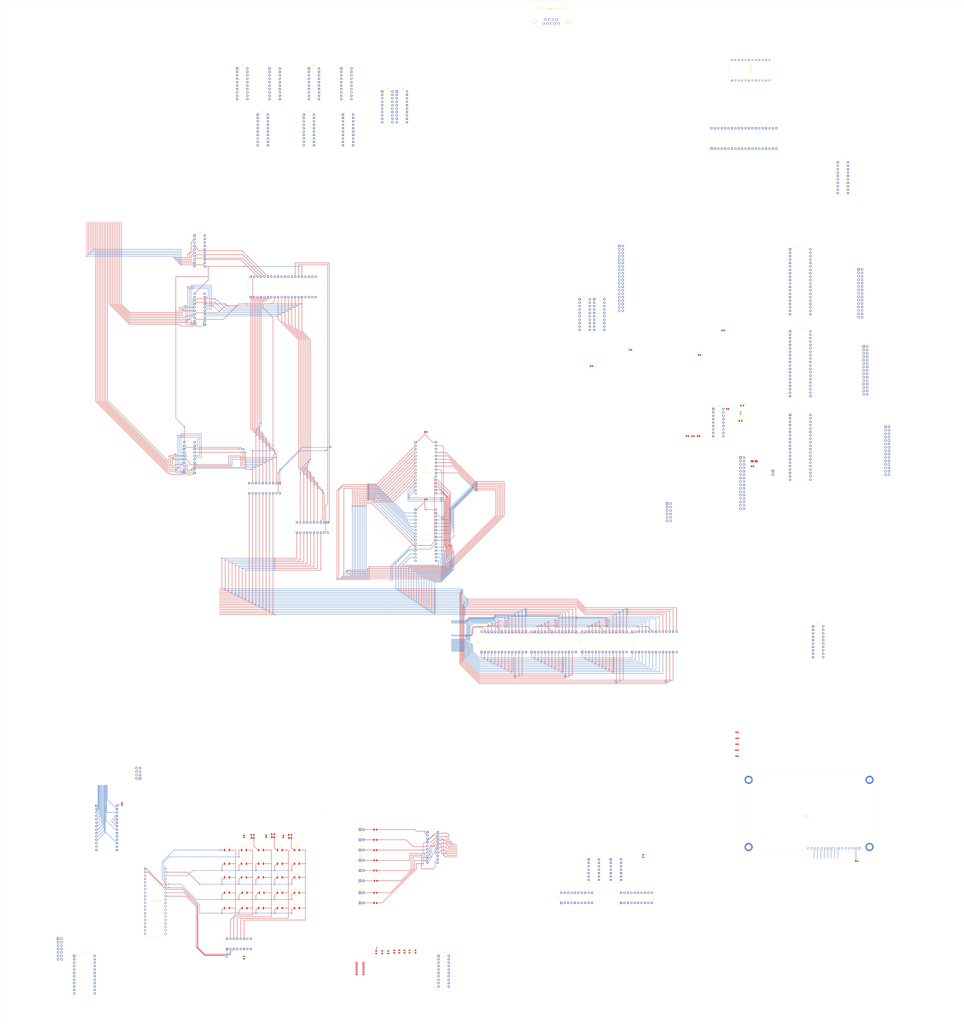
<source format=kicad_pcb>
(kicad_pcb (version 20171130) (host pcbnew "(5.1.5)-3")
  (layers (0 F.Cu signal) (1 GND power) (2 VCC power) (31 B.Cu signal) (34 B.Paste user) (35 F.Paste user) (36 B.SilkS user) (37 F.SilkS user) (38 B.Mask user) (39 F.Mask user) (44 Edge.Cuts user))
  (net 0 "")
  (net 1 VCC)
  (net 2 GND)
  (net 3 "Net-(CLK_Gen1-Pad17)")
  (net 4 "/8086 and Demultiplexed Addresses/CLK")
  (net 5 "Net-(CLK_Gen1-Pad16)")
  (net 6 "Net-(CLK_Gen1-Pad15)")
  (net 7 "Net-(CLK_Gen1-Pad6)")
  (net 8 "Net-(CLK_Gen1-Pad14)")
  (net 9 "Net-(CLK_Gen1-Pad5)")
  (net 10 "Net-(CLK_Gen1-Pad4)")
  (net 11 "Net-(CLK_Gen1-Pad12)")
  (net 12 "/8279, 8259, 8254/RESET")
  (net 13 "Net-(CLK_Gen1-Pad2)")
  (net 14 "/16550 UART/RESET")
  (net 15 "Net-(D1-Pad2)")
  (net 16 "Net-(D2-Pad2)")
  (net 17 "Net-(D3-Pad2)")
  (net 18 "Net-(D4-Pad2)")
  (net 19 "Net-(D5-Pad2)")
  (net 20 "Net-(D6-Pad2)")
  (net 21 "Net-(D7-Pad2)")
  (net 22 "Net-(D8-Pad2)")
  (net 23 "Net-(DS1-PadMH4)")
  (net 24 "Net-(DS1-PadMH3)")
  (net 25 "Net-(DS1-PadMH2)")
  (net 26 "Net-(DS1-PadMH1)")
  (net 27 "Net-(DS1-Pad16)")
  (net 28 "Net-(DS1-Pad15)")
  (net 29 /D7)
  (net 30 /D6)
  (net 31 /D5)
  (net 32 /D4)
  (net 33 /D3)
  (net 34 /D2)
  (net 35 /D1)
  (net 36 /D0)
  (net 37 "Net-(DS1-Pad6)")
  (net 38 "Net-(DS1-Pad5)")
  (net 39 "Net-(DS1-Pad4)")
  (net 40 "Net-(J1-Pad30)")
  (net 41 "Net-(J1-Pad29)")
  (net 42 "Net-(J1-Pad28)")
  (net 43 "Net-(J1-Pad27)")
  (net 44 "Net-(J1-Pad26)")
  (net 45 "Net-(J1-Pad25)")
  (net 46 "Net-(J1-Pad24)")
  (net 47 "Net-(J1-Pad23)")
  (net 48 "Net-(J1-Pad22)")
  (net 49 "Net-(J1-Pad21)")
  (net 50 "Net-(J1-Pad20)")
  (net 51 "Net-(J1-Pad19)")
  (net 52 "Net-(J1-Pad18)")
  (net 53 "Net-(J1-Pad17)")
  (net 54 "Net-(J1-Pad16)")
  (net 55 "Net-(J1-Pad15)")
  (net 56 "Net-(J1-Pad14)")
  (net 57 "Net-(J1-Pad13)")
  (net 58 "Net-(J1-Pad12)")
  (net 59 "Net-(J1-Pad11)")
  (net 60 "Net-(J1-Pad10)")
  (net 61 "Net-(J1-Pad9)")
  (net 62 "Net-(J1-Pad8)")
  (net 63 "Net-(J1-Pad7)")
  (net 64 "Net-(J1-Pad6)")
  (net 65 "Net-(J1-Pad5)")
  (net 66 "Net-(J1-Pad4)")
  (net 67 "Net-(J1-Pad3)")
  (net 68 "Net-(J1-Pad2)")
  (net 69 "Net-(J1-Pad1)")
  (net 70 "Net-(J2-Pad30)")
  (net 71 "Net-(J2-Pad29)")
  (net 72 "Net-(J2-Pad28)")
  (net 73 "Net-(J2-Pad27)")
  (net 74 "Net-(J2-Pad26)")
  (net 75 "Net-(J2-Pad25)")
  (net 76 "Net-(J2-Pad24)")
  (net 77 "Net-(J2-Pad23)")
  (net 78 "Net-(J2-Pad22)")
  (net 79 "Net-(J2-Pad21)")
  (net 80 "Net-(J2-Pad20)")
  (net 81 "Net-(J2-Pad19)")
  (net 82 "Net-(J2-Pad18)")
  (net 83 "Net-(J2-Pad17)")
  (net 84 "Net-(J2-Pad16)")
  (net 85 "Net-(J2-Pad15)")
  (net 86 "Net-(J2-Pad14)")
  (net 87 "Net-(J2-Pad13)")
  (net 88 "Net-(J2-Pad12)")
  (net 89 "Net-(J2-Pad11)")
  (net 90 "Net-(J2-Pad10)")
  (net 91 "Net-(J2-Pad9)")
  (net 92 "Net-(J2-Pad8)")
  (net 93 "Net-(J2-Pad7)")
  (net 94 "Net-(J2-Pad6)")
  (net 95 "Net-(J2-Pad5)")
  (net 96 "Net-(J2-Pad4)")
  (net 97 "Net-(J2-Pad3)")
  (net 98 "Net-(J2-Pad2)")
  (net 99 "Net-(J2-Pad1)")
  (net 100 "Net-(J3-Pad30)")
  (net 101 "Net-(J3-Pad29)")
  (net 102 "Net-(J3-Pad28)")
  (net 103 "Net-(J3-Pad27)")
  (net 104 "Net-(J3-Pad26)")
  (net 105 "Net-(J3-Pad25)")
  (net 106 "Net-(J3-Pad24)")
  (net 107 "Net-(J3-Pad23)")
  (net 108 "Net-(J3-Pad22)")
  (net 109 "Net-(J3-Pad21)")
  (net 110 "Net-(J3-Pad20)")
  (net 111 "Net-(J3-Pad19)")
  (net 112 "Net-(J3-Pad18)")
  (net 113 "Net-(J3-Pad17)")
  (net 114 "Net-(J3-Pad16)")
  (net 115 "Net-(J3-Pad15)")
  (net 116 "Net-(J3-Pad14)")
  (net 117 "Net-(J3-Pad13)")
  (net 118 "Net-(J3-Pad12)")
  (net 119 "Net-(J3-Pad11)")
  (net 120 "Net-(J3-Pad10)")
  (net 121 "Net-(J3-Pad9)")
  (net 122 "Net-(J3-Pad8)")
  (net 123 "Net-(J3-Pad7)")
  (net 124 "Net-(J3-Pad6)")
  (net 125 "Net-(J3-Pad5)")
  (net 126 "Net-(J3-Pad4)")
  (net 127 "Net-(J3-Pad3)")
  (net 128 "Net-(J3-Pad2)")
  (net 129 "Net-(J3-Pad1)")
  (net 130 "Net-(J4-Pad8)")
  (net 131 "Net-(J4-Pad7)")
  (net 132 "Net-(J4-Pad6)")
  (net 133 "Net-(J4-Pad5)")
  (net 134 "Net-(J4-Pad4)")
  (net 135 "Net-(J4-Pad3)")
  (net 136 "Net-(J4-Pad2)")
  (net 137 "Net-(J4-Pad1)")
  (net 138 "Net-(J5-Pad8)")
  (net 139 "Net-(J5-Pad7)")
  (net 140 "Net-(J5-Pad6)")
  (net 141 "Net-(J5-Pad5)")
  (net 142 "Net-(J5-Pad4)")
  (net 143 "Net-(J5-Pad3)")
  (net 144 "Net-(J5-Pad2)")
  (net 145 "Net-(J5-Pad1)")
  (net 146 "/8279, 8259, 8254/~INTA")
  (net 147 "Net-(J6-Pad11)")
  (net 148 "/8279, 8259, 8254/INT")
  (net 149 /M~IO)
  (net 150 /~WR)
  (net 151 /~RD)
  (net 152 "Net-(J6-Pad6)")
  (net 153 "Net-(J6-Pad5)")
  (net 154 "Net-(J6-Pad4)")
  (net 155 "Net-(J6-Pad3)")
  (net 156 "Net-(J6-Pad2)")
  (net 157 "Net-(J6-Pad1)")
  (net 158 "Net-(J7-Pad9)")
  (net 159 "Net-(J7-Pad8)")
  (net 160 "Net-(J7-Pad7)")
  (net 161 "Net-(J7-Pad6)")
  (net 162 "Net-(J7-Pad4)")
  (net 163 "Net-(J7-Pad3)")
  (net 164 "Net-(J7-Pad2)")
  (net 165 "Net-(J7-Pad1)")
  (net 166 "Net-(J9-Pad32)")
  (net 167 "Net-(J9-Pad31)")
  (net 168 "Net-(J9-Pad30)")
  (net 169 "Net-(J9-Pad29)")
  (net 170 "Net-(J9-Pad28)")
  (net 171 "Net-(J9-Pad27)")
  (net 172 "Net-(J9-Pad26)")
  (net 173 "Net-(J9-Pad25)")
  (net 174 "Net-(J9-Pad24)")
  (net 175 "Net-(J9-Pad23)")
  (net 176 "Net-(J9-Pad22)")
  (net 177 "Net-(J9-Pad21)")
  (net 178 "Net-(J9-Pad20)")
  (net 179 "Net-(J9-Pad19)")
  (net 180 "Net-(J9-Pad18)")
  (net 181 "Net-(J9-Pad17)")
  (net 182 /D15)
  (net 183 /D14)
  (net 184 /D13)
  (net 185 /D12)
  (net 186 /D11)
  (net 187 /D10)
  (net 188 /D9)
  (net 189 /D8)
  (net 190 "Net-(J10-Pad40)")
  (net 191 "Net-(J10-Pad39)")
  (net 192 "Net-(J10-Pad38)")
  (net 193 "Net-(J10-Pad37)")
  (net 194 "Net-(J10-Pad36)")
  (net 195 "Net-(J10-Pad35)")
  (net 196 "Net-(J10-Pad34)")
  (net 197 "Net-(J10-Pad33)")
  (net 198 "Net-(J10-Pad32)")
  (net 199 "Net-(J10-Pad31)")
  (net 200 "Net-(J10-Pad30)")
  (net 201 "Net-(J10-Pad29)")
  (net 202 "Net-(J10-Pad28)")
  (net 203 "Net-(J10-Pad27)")
  (net 204 "Net-(J10-Pad26)")
  (net 205 "Net-(J10-Pad25)")
  (net 206 "Net-(J10-Pad24)")
  (net 207 "Net-(J10-Pad23)")
  (net 208 "Net-(J10-Pad22)")
  (net 209 /~BHE)
  (net 210 /A19)
  (net 211 /A18)
  (net 212 /A17)
  (net 213 /A16)
  (net 214 /A15)
  (net 215 /A14)
  (net 216 /A13)
  (net 217 /A12)
  (net 218 /A11)
  (net 219 /A10)
  (net 220 /A9)
  (net 221 /A8)
  (net 222 /A7)
  (net 223 /A6)
  (net 224 /A5)
  (net 225 /A4)
  (net 226 /A3)
  (net 227 /A2)
  (net 228 /A1)
  (net 229 /A0)
  (net 230 "Net-(R1-Pad2)")
  (net 231 "Net-(R2-Pad2)")
  (net 232 "Net-(R3-Pad2)")
  (net 233 "Net-(R4-Pad2)")
  (net 234 "Net-(R5-Pad2)")
  (net 235 "Net-(R6-Pad2)")
  (net 236 "Net-(R7-Pad2)")
  (net 237 "Net-(R8-Pad2)")
  (net 238 "Net-(R9-Pad2)")
  (net 239 "Net-(R10-Pad2)")
  (net 240 "Net-(R11-Pad2)")
  (net 241 "Net-(R12-Pad2)")
  (net 242 "Net-(R13-Pad2)")
  (net 243 "Net-(R14-Pad2)")
  (net 244 "Net-(R15-Pad2)")
  (net 245 "Net-(R16-Pad2)")
  (net 246 "Net-(R17-Pad1)")
  (net 247 "Net-(R19-Pad2)")
  (net 248 "Net-(SW2-Pad2)")
  (net 249 "Net-(SW2-Pad1)")
  (net 250 "Net-(SW12-Pad1)")
  (net 251 "Net-(SW13-Pad1)")
  (net 252 "Net-(SW10-Pad1)")
  (net 253 "Net-(SW11-Pad1)")
  (net 254 "Net-(SW10-Pad2)")
  (net 255 "Net-(SW7-Pad1)")
  (net 256 "Net-(SW12-Pad2)")
  (net 257 "Net-(SW16-Pad2)")
  (net 258 "Net-(SW20-Pad2)")
  (net 259 "Net-(SW24-Pad1)")
  (net 260 "Net-(SW25-Pad1)")
  (net 261 "Net-(SW26-Pad1)")
  (net 262 "Net-(U1-Pad9)")
  (net 263 "Net-(U1-Pad8)")
  (net 264 "Net-(U1-Pad6)")
  (net 265 "Net-(U4-Pad30)")
  (net 266 "Net-(U13-Pad19)")
  (net 267 "Net-(U5-Pad20)")
  (net 268 "Net-(U6-Pad20)")
  (net 269 "Net-(U7-Pad19)")
  (net 270 "Net-(U7-Pad9)")
  (net 271 "Net-(U7-Pad18)")
  (net 272 "Net-(U7-Pad8)")
  (net 273 "Net-(U7-Pad15)")
  (net 274 "Net-(U7-Pad14)")
  (net 275 "Net-(U7-Pad13)")
  (net 276 "Net-(U7-Pad12)")
  (net 277 "Net-(U7-Pad11)")
  (net 278 "Net-(U10-Pad27)")
  (net 279 "Net-(U10-Pad13)")
  (net 280 "Net-(U10-Pad12)")
  (net 281 "/16550 UART/IR3")
  (net 282 "Net-(U10-Pad20)")
  (net 283 "Net-(U10-Pad19)")
  (net 284 "Net-(U10-Pad18)")
  (net 285 "Net-(U10-Pad16)")
  (net 286 "Net-(U10-Pad15)")
  (net 287 "Net-(U10-Pad1)")
  (net 288 "Net-(U11-Pad21)")
  (net 289 "Net-(U11-Pad20)")
  (net 290 "Net-(U11-Pad19)")
  (net 291 "Net-(U12-Pad30)")
  (net 292 "Net-(U12-Pad22)")
  (net 293 "Net-(U13-Pad9)")
  (net 294 "Net-(U13-Pad8)")
  (net 295 "Net-(U13-Pad17)")
  (net 296 "Net-(U13-Pad7)")
  (net 297 "Net-(U13-Pad16)")
  (net 298 "Net-(U13-Pad6)")
  (net 299 "Net-(U13-Pad15)")
  (net 300 "Net-(U13-Pad5)")
  (net 301 "Net-(U13-Pad14)")
  (net 302 "Net-(U13-Pad13)")
  (net 303 "Net-(U13-Pad12)")
  (net 304 "Net-(U13-Pad11)")
  (net 305 "Net-(U14-Pad39)")
  (net 306 "Net-(U14-Pad19)")
  (net 307 "Net-(U14-Pad17)")
  (net 308 "Net-(U14-Pad16)")
  (net 309 "Net-(U14-Pad15)")
  (net 310 "Net-(U14-Pad34)")
  (net 311 "Net-(U14-Pad12)")
  (net 312 "Net-(U14-Pad31)")
  (net 313 "Net-(U14-Pad11)")
  (net 314 "Net-(U14-Pad10)")
  (net 315 "Net-(U14-Pad29)")
  (net 316 "Net-(U14-Pad24)")
  (net 317 "Net-(U14-Pad23)")
  (net 318 "Net-(U14-Pad22)")
  (net 319 "Net-(U15-Pad19)")
  (net 320 "Net-(U15-Pad18)")
  (net 321 "Net-(U15-Pad17)")
  (net 322 "Net-(U15-Pad16)")
  (net 323 "Net-(U15-Pad15)")
  (net 324 "Net-(U15-Pad12)")
  (net 325 "Net-(U16-Pad16)")
  (net 326 "Net-(U16-Pad15)")
  (net 327 "Net-(U16-Pad14)")
  (net 328 "Net-(U16-Pad13)")
  (net 329 "Net-(U16-Pad12)")
  (net 330 "Net-(U16-Pad11)")
  (net 331 "Net-(U17-Pad35)")
  (net 332 "Net-(U17-Pad34)")
  (net 333 "Net-(U17-Pad33)")
  (net 334 "Net-(U17-Pad32)")
  (net 335 "Net-(U17-Pad31)")
  (net 336 "Net-(U17-Pad30)")
  (net 337 "Net-(U17-Pad29)")
  (net 338 "Net-(U17-Pad28)")
  (net 339 "Net-(U17-Pad27)")
  (net 340 "Net-(U17-Pad26)")
  (net 341 "Net-(U17-Pad25)")
  (net 342 "Net-(U17-Pad24)")
  (net 343 "Net-(U17-Pad23)")
  (net 344 "Net-(U17-Pad22)")
  (net 345 "Net-(U17-Pad21)")
  (net 346 "Net-(U17-Pad8)")
  (net 347 "Net-(U17-Pad7)")
  (net 348 "Net-(U17-Pad6)")
  (net 349 "Net-(U17-Pad5)")
  (net 350 "Net-(U18-Pad7)")
  (net 351 "Net-(U18-Pad10)")
  (net 352 "Net-(U18-Pad9)")
  (net 353 "Net-(U19-Pad39)")
  (net 354 "Net-(U19-Pad38)")
  (net 355 "Net-(U19-Pad37)")
  (net 356 "/8279, 8259, 8254/NMI")
  (net 357 "Net-(U19-Pad36)")
  (net 358 "Net-(U19-Pad16)")
  (net 359 "Net-(U19-Pad35)")
  (net 360 "Net-(U19-Pad15)")
  (net 361 "Net-(U19-Pad34)")
  (net 362 "Net-(U19-Pad14)")
  (net 363 "Net-(U19-Pad13)")
  (net 364 "Net-(U19-Pad32)")
  (net 365 "Net-(U19-Pad12)")
  (net 366 "Net-(U19-Pad31)")
  (net 367 "Net-(U19-Pad11)")
  (net 368 "Net-(U19-Pad30)")
  (net 369 "Net-(U19-Pad10)")
  (net 370 "Net-(U19-Pad29)")
  (net 371 "Net-(U19-Pad9)")
  (net 372 "Net-(U19-Pad28)")
  (net 373 "Net-(U19-Pad8)")
  (net 374 "Net-(U19-Pad7)")
  (net 375 "Net-(U19-Pad6)")
  (net 376 "Net-(U19-Pad5)")
  (net 377 "Net-(U19-Pad24)")
  (net 378 "Net-(U19-Pad4)")
  (net 379 "Net-(U19-Pad23)")
  (net 380 "Net-(U19-Pad3)")
  (net 381 "Net-(U19-Pad2)")
  (net 382 "Net-(U20-Pad19)")
  (net 383 "Net-(U20-Pad18)")
  (net 384 "Net-(U20-Pad17)")
  (net 385 "Net-(U20-Pad16)")
  (net 386 "Net-(U20-Pad15)")
  (net 387 "Net-(U20-Pad14)")
  (net 388 "Net-(U22-Pad19)")
  (net 389 "Net-(U22-Pad9)")
  (net 390 "Net-(U22-Pad17)")
  (net 391 "Net-(U22-Pad7)")
  (net 392 "Net-(U22-Pad15)")
  (net 393 "Net-(U22-Pad5)")
  (net 394 "Net-(U22-Pad13)")
  (net 395 "Net-(U22-Pad3)")
  (net 396 "Net-(U22-Pad11)")
  (net 397 "Net-(U33-Pad19)")
  (net 398 "Net-(U33-Pad9)")
  (net 399 "Net-(U33-Pad16)")
  (net 400 "Net-(U33-Pad6)")
  (net 401 "Net-(U33-Pad15)")
  (net 402 "Net-(U33-Pad5)")
  (net 403 "Net-(U33-Pad12)")
  (net 404 "Net-(U33-Pad2)")
  (net 405 "Net-(U33-Pad1)")
  (net 406 "Net-(U34-Pad12)")
  (net 407 "Net-(U34-Pad9)")
  (net 408 "Net-(U34-Pad5)")
  (net 409 "Net-(U34-Pad4)")
  (net 410 "Net-(U35-Pad19)")
  (net 411 "Net-(U35-Pad16)")
  (net 412 "Net-(U35-Pad15)")
  (net 413 "Net-(U35-Pad14)")
  (net 414 "Net-(U35-Pad13)")
  (net 415 "Net-(U35-Pad12)")
  (net 416 "Net-(U36-Pad19)")
  (net 417 "Net-(U36-Pad9)")
  (net 418 "Net-(U36-Pad16)")
  (net 419 "Net-(U36-Pad6)")
  (net 420 "Net-(U36-Pad15)")
  (net 421 "Net-(U36-Pad5)")
  (net 422 "Net-(U36-Pad12)")
  (net 423 "Net-(U36-Pad2)")
  (net 424 "Net-(U36-Pad1)")
  (net 425 "Net-(U37-Pad12)")
  (net 426 "Net-(U37-Pad9)")
  (net 427 "Net-(U37-Pad5)")
  (net 428 "Net-(U37-Pad4)")
  (net 429 "Net-(U38-Pad9)")
  (net 430 "Net-(U38-Pad12)")
  (net 431 "Net-(U39-Pad16)")
  (net 432 "Net-(U39-Pad15)")
  (net 433 "Net-(U39-Pad14)")
  (net 434 "Net-(U39-Pad13)")
  (net 435 "Net-(U39-Pad12)")
  (net 436 "Net-(U39-Pad11)")
  (net 437 "Net-(U40-Pad16)")
  (net 438 "Net-(U40-Pad15)")
  (net 439 "Net-(U40-Pad14)")
  (net 440 "Net-(U40-Pad13)")
  (net 441 "Net-(U40-Pad12)")
  (net 442 "Net-(U51-Pad9)")
  (net 443 "Net-(U51-Pad18)")
  (net 444 "Net-(U51-Pad17)")
  (net 445 "Net-(U51-Pad16)")
  (net 446 "Net-(U51-Pad15)")
  (net 447 "Net-(U51-Pad14)")
  (net 448 "Net-(U51-Pad13)")
  (net 449 "Net-(U51-Pad12)")
  (net 450 "Net-(U51-Pad11)")
  (net 451 "Net-(U52-Pad16)")
  (net 452 "Net-(U52-Pad15)")
  (net 453 "Net-(U52-Pad14)")
  (net 454 "Net-(U52-Pad13)")
  (net 455 "Net-(U52-Pad12)")
  (net 456 "Net-(U55-Pad22)")
  (net 457 "Net-(U55-Pad21)")
  (net 458 "Net-(U55-Pad19)")
  (net 459 "Net-(U55-Pad18)")
  (net 460 "Net-(U55-Pad17)")
  (net 461 "Net-(U55-Pad16)")
  (net 462 "Net-(U55-Pad15)")
  (net 463 "Net-(U55-Pad14)")
  (net 464 "Net-(U55-Pad13)")
  (net 465 "Net-(U55-Pad10)")
  (net 466 "Net-(U55-Pad9)")
  (net 467 "Net-(U55-Pad7)")
  (net 468 "Net-(U55-Pad6)")
  (net 469 "Net-(U55-Pad5)")
  (net 470 "Net-(U55-Pad4)")
  (net 471 "Net-(U55-Pad2)")
  (net 472 "Net-(U55-Pad1)")
  (net 473 "Net-(U56-Pad1)")
  (net 474 "Net-(U57-Pad1)")
  (net 475 "Net-(U59-Pad9)")
  (net 476 "Net-(U59-Pad8)")
  (net 477 "Net-(U59-Pad7)")
  (net 478 "Net-(U59-Pad6)")
  (net 479 "Net-(U59-Pad15)")
  (net 480 "Net-(U59-Pad5)")
  (net 481 "Net-(U59-Pad14)")
  (net 482 "Net-(U59-Pad13)")
  (net 483 "Net-(U59-Pad12)")
  (net 484 "Net-(U59-Pad11)")
  (net 485 "Net-(U61-Pad12)")
  (net 486 "Net-(J4-Pad14)")
  (net 487 "Net-(J4-Pad13)")
  (net 488 "Net-(J4-Pad12)")
  (net 489 "Net-(J4-Pad11)")
  (net 490 "Net-(J4-Pad10)")
  (net 491 "Net-(J4-Pad9)")
  (module Resistor_SMD:R_0805_2012Metric (layer F.Cu) (at 162.56 458.47 270)
    (fp_text reference R17 (at 0 -1.05 90) (layer F.SilkS))
    (fp_text value 1kOhm)
    (pad 2 smd roundrect (at 0.9375 0 270) (size 0.975 1.4) (layers F.Cu F.Paste F.Mask) (net 1 VCC))
    (pad 1 smd roundrect (at -0.9375 0 270) (size 0.975 1.4) (layers F.Cu F.Paste F.Mask) (net 246 "Net-(R17-Pad1)"))
  )
  (module Resistor_SMD:R_0805_2012Metric (layer F.Cu) (at 260.985 454.51 270)
    (fp_text reference R1 (at 0 -1.17 90) (layer F.SilkS))
    (fp_text value 10kOhm)
    (pad 2 smd roundrect (at 0.9375 0 270) (size 0.975 1.4) (layers F.Cu F.Paste F.Mask) (net 230 "Net-(R1-Pad2)"))
    (pad 1 smd roundrect (at -0.9375 0 270) (size 0.975 1.4) (layers F.Cu F.Paste F.Mask) (net 1 VCC))
  )
  (module Resistor_SMD:R_0805_2012Metric (layer F.Cu) (at 265.43 454.51 270)
    (fp_text reference R2 (at 0 -1.17 90) (layer F.SilkS))
    (fp_text value 10kOhm)
    (pad 2 smd roundrect (at 0.9375 0 270) (size 0.975 1.4) (layers F.Cu F.Paste F.Mask) (net 231 "Net-(R2-Pad2)"))
    (pad 1 smd roundrect (at -0.9375 0 270) (size 0.975 1.4) (layers F.Cu F.Paste F.Mask) (net 1 VCC))
  )
  (module Resistor_SMD:R_0805_2012Metric (layer F.Cu) (at 269.875 454.51 270)
    (fp_text reference R3 (at 0 -1.17 90) (layer F.SilkS))
    (fp_text value 10kOhm)
    (pad 2 smd roundrect (at 0.9375 0 270) (size 0.975 1.4) (layers F.Cu F.Paste F.Mask) (net 232 "Net-(R3-Pad2)"))
    (pad 1 smd roundrect (at -0.9375 0 270) (size 0.975 1.4) (layers F.Cu F.Paste F.Mask) (net 1 VCC))
  )
  (module Resistor_SMD:R_0805_2012Metric (layer F.Cu) (at 274.32 454.025 270)
    (fp_text reference R4 (at 0 -1.17 90) (layer F.SilkS))
    (fp_text value 10kOhm)
    (pad 2 smd roundrect (at 0.9375 0 270) (size 0.975 1.4) (layers F.Cu F.Paste F.Mask) (net 233 "Net-(R4-Pad2)"))
    (pad 1 smd roundrect (at -0.9375 0 270) (size 0.975 1.4) (layers F.Cu F.Paste F.Mask) (net 1 VCC))
  )
  (module Resistor_SMD:R_0805_2012Metric (layer F.Cu) (at 278.13 454.025 270)
    (fp_text reference R5 (at 0 -1.17 90) (layer F.SilkS))
    (fp_text value 10kOhm)
    (pad 2 smd roundrect (at 0.9375 0 270) (size 0.975 1.4) (layers F.Cu F.Paste F.Mask) (net 234 "Net-(R5-Pad2)"))
    (pad 1 smd roundrect (at -0.9375 0 270) (size 0.975 1.4) (layers F.Cu F.Paste F.Mask) (net 1 VCC))
  )
  (module Resistor_SMD:R_0805_2012Metric (layer F.Cu) (at 281.94 454.025 270)
    (fp_text reference R6 (at 0 -1.17 90) (layer F.SilkS))
    (fp_text value 10kOhm)
    (pad 2 smd roundrect (at 0.9375 0 270) (size 0.975 1.4) (layers F.Cu F.Paste F.Mask) (net 235 "Net-(R6-Pad2)"))
    (pad 1 smd roundrect (at -0.9375 0 270) (size 0.975 1.4) (layers F.Cu F.Paste F.Mask) (net 1 VCC))
  )
  (module Resistor_SMD:R_0805_2012Metric (layer F.Cu) (at 285.75 454.025 270)
    (fp_text reference R8 (at 0 -1.17 90) (layer F.SilkS))
    (fp_text value 10kOhm)
    (pad 2 smd roundrect (at 0.9375 0 270) (size 0.975 1.4) (layers F.Cu F.Paste F.Mask) (net 237 "Net-(R8-Pad2)"))
    (pad 1 smd roundrect (at -0.9375 0 270) (size 0.975 1.4) (layers F.Cu F.Paste F.Mask) (net 1 VCC))
  )
  (module Resistor_SMD:R_0805_2012Metric (layer F.Cu) (at 290.195 454.025 270)
    (fp_text reference R7 (at 0 -1.17 90) (layer F.SilkS))
    (fp_text value 10kOhm)
    (pad 2 smd roundrect (at 0.9375 0 270) (size 0.975 1.4) (layers F.Cu F.Paste F.Mask) (net 236 "Net-(R7-Pad2)"))
    (pad 1 smd roundrect (at -0.9375 0 270) (size 0.975 1.4) (layers F.Cu F.Paste F.Mask) (net 1 VCC))
  )
  (module Resistor_SMD:R_0805_2012Metric (layer F.Cu) (at 459.74 382.905 270)
    (fp_text reference R19 (at 0 -1.05 90) (layer F.SilkS))
    (fp_text value 1kOhm)
    (pad 2 smd roundrect (at 0.9375 0 270) (size 0.975 1.4) (layers F.Cu F.Paste F.Mask) (net 247 "Net-(R19-Pad2)"))
    (pad 1 smd roundrect (at -0.9375 0 270) (size 0.975 1.4) (layers F.Cu F.Paste F.Mask) (net 1 VCC))
  )
  (module Resistor_SMD:R_0805_2012Metric (layer F.Cu) (at 532.13 59.055)
    (fp_text reference CLK_R1 (at 0 -1.05) (layer F.SilkS))
    (fp_text value "510 Ohm")
    (pad 2 smd roundrect (at 0.9375 0) (size 0.975 1.4) (layers F.Cu F.Paste F.Mask) (net 3 "Net-(CLK_Gen1-Pad17)"))
    (pad 1 smd roundrect (at -0.9375 0) (size 0.975 1.4) (layers F.Cu F.Paste F.Mask) (net 2 GND))
  )
  (module Resistor_SMD:R_0805_2012Metric (layer F.Cu) (at 533.4 47.625)
    (fp_text reference CLK_R2 (at 0 -1.05) (layer F.SilkS))
    (fp_text value "510 Ohm")
    (pad 2 smd roundrect (at 0.9375 0) (size 0.975 1.4) (layers F.Cu F.Paste F.Mask) (net 5 "Net-(CLK_Gen1-Pad16)"))
    (pad 1 smd roundrect (at -0.9375 0) (size 0.975 1.4) (layers F.Cu F.Paste F.Mask) (net 2 GND))
  )
  (module Resistor_SMD:R_0805_2012Metric (layer F.Cu) (at 260.35 417.83)
    (fp_text reference R16 (at 0 -1.05) (layer F.SilkS))
    (fp_text value 1kOhm)
    (pad 2 smd roundrect (at 0.9375 0) (size 0.975 1.4) (layers F.Cu F.Paste F.Mask) (net 245 "Net-(R16-Pad2)"))
    (pad 1 smd roundrect (at -0.9375 0) (size 0.975 1.4) (layers F.Cu F.Paste F.Mask) (net 22 "Net-(D8-Pad2)"))
  )
  (module Resistor_SMD:R_0805_2012Metric (layer F.Cu) (at 260.35 410.21)
    (fp_text reference R15 (at 0 -1.05) (layer F.SilkS))
    (fp_text value 1kOhm)
    (pad 2 smd roundrect (at 0.9375 0) (size 0.975 1.4) (layers F.Cu F.Paste F.Mask) (net 244 "Net-(R15-Pad2)"))
    (pad 1 smd roundrect (at -0.9375 0) (size 0.975 1.4) (layers F.Cu F.Paste F.Mask) (net 21 "Net-(D7-Pad2)"))
  )
  (module Resistor_SMD:R_0805_2012Metric (layer F.Cu) (at 260.67 401.32)
    (fp_text reference R14 (at 0 -1.05) (layer F.SilkS))
    (fp_text value 1kOhm)
    (pad 2 smd roundrect (at 0.9375 0) (size 0.975 1.4) (layers F.Cu F.Paste F.Mask) (net 243 "Net-(R14-Pad2)"))
    (pad 1 smd roundrect (at -0.9375 0) (size 0.975 1.4) (layers F.Cu F.Paste F.Mask) (net 20 "Net-(D6-Pad2)"))
  )
  (module Resistor_SMD:R_0805_2012Metric (layer F.Cu) (at 260.35 393.7)
    (fp_text reference R13 (at 0 -1.05) (layer F.SilkS))
    (fp_text value 1kOhm)
    (pad 2 smd roundrect (at 0.9375 0) (size 0.975 1.4) (layers F.Cu F.Paste F.Mask) (net 242 "Net-(R13-Pad2)"))
    (pad 1 smd roundrect (at -0.9375 0) (size 0.975 1.4) (layers F.Cu F.Paste F.Mask) (net 19 "Net-(D5-Pad2)"))
  )
  (module Resistor_SMD:R_0805_2012Metric (layer F.Cu) (at 260.35 386.08)
    (fp_text reference R12 (at 0 -1.05) (layer F.SilkS))
    (fp_text value 1kOhm)
    (pad 2 smd roundrect (at 0.9375 0) (size 0.975 1.4) (layers F.Cu F.Paste F.Mask) (net 241 "Net-(R12-Pad2)"))
    (pad 1 smd roundrect (at -0.9375 0) (size 0.975 1.4) (layers F.Cu F.Paste F.Mask) (net 18 "Net-(D4-Pad2)"))
  )
  (module Resistor_SMD:R_0805_2012Metric (layer F.Cu) (at 260.35 378.46)
    (fp_text reference R11 (at 0 -1.05) (layer F.SilkS))
    (fp_text value 1kOhm)
    (pad 2 smd roundrect (at 0.9375 0) (size 0.975 1.4) (layers F.Cu F.Paste F.Mask) (net 240 "Net-(R11-Pad2)"))
    (pad 1 smd roundrect (at -0.9375 0) (size 0.975 1.4) (layers F.Cu F.Paste F.Mask) (net 17 "Net-(D3-Pad2)"))
  )
  (module Resistor_SMD:R_0805_2012Metric (layer F.Cu) (at 260.35 370.84)
    (fp_text reference R10 (at 0 -1.05) (layer F.SilkS))
    (fp_text value 1kOhm)
    (pad 2 smd roundrect (at 0.9375 0) (size 0.975 1.4) (layers F.Cu F.Paste F.Mask) (net 239 "Net-(R10-Pad2)"))
    (pad 1 smd roundrect (at -0.9375 0) (size 0.975 1.4) (layers F.Cu F.Paste F.Mask) (net 16 "Net-(D2-Pad2)"))
  )
  (module Resistor_SMD:R_0805_2012Metric (layer F.Cu) (at 260.35 363.22)
    (fp_text reference R9 (at 0 -1.05) (layer F.SilkS))
    (fp_text value 1kOhm)
    (pad 2 smd roundrect (at 0.9375 0) (size 0.975 1.4) (layers F.Cu F.Paste F.Mask) (net 238 "Net-(R9-Pad2)"))
    (pad 1 smd roundrect (at -0.9375 0) (size 0.975 1.4) (layers F.Cu F.Paste F.Mask) (net 15 "Net-(D1-Pad2)"))
  )
  (module Connector_PinHeader_2.54mm:PinHeader_2x04_P2.54mm_Vertical (layer F.Cu) (at 85.09 325.12 180)
    (fp_text reference J5 (at 0.5 -1.56) (layer F.SilkS))
    (fp_text value Conn_02x04_Top_Bottom)
    (pad 8 thru_hole oval (at 2.54 7.62 180) (size 1.7 1.7) (drill 1) (layers *.Cu *.Mask) (net 138 "Net-(J5-Pad8)"))
    (pad 7 thru_hole oval (at 0 7.62 180) (size 1.7 1.7) (drill 1) (layers *.Cu *.Mask) (net 139 "Net-(J5-Pad7)"))
    (pad 6 thru_hole oval (at 2.54 5.08 180) (size 1.7 1.7) (drill 1) (layers *.Cu *.Mask) (net 140 "Net-(J5-Pad6)"))
    (pad 5 thru_hole oval (at 0 5.08 180) (size 1.7 1.7) (drill 1) (layers *.Cu *.Mask) (net 141 "Net-(J5-Pad5)"))
    (pad 4 thru_hole oval (at 2.54 2.54 180) (size 1.7 1.7) (drill 1) (layers *.Cu *.Mask) (net 142 "Net-(J5-Pad4)"))
    (pad 3 thru_hole oval (at 0 2.54 180) (size 1.7 1.7) (drill 1) (layers *.Cu *.Mask) (net 143 "Net-(J5-Pad3)"))
    (pad 2 thru_hole oval (at 2.54 0 180) (size 1.7 1.7) (drill 1) (layers *.Cu *.Mask) (net 144 "Net-(J5-Pad2)"))
    (pad 1 thru_hole rect (at 0 0 180) (size 1.7 1.7) (drill 1) (layers *.Cu *.Mask) (net 145 "Net-(J5-Pad1)"))
  )
  (module Connector_PinHeader_2.54mm:PinHeader_2x07_P2.54mm_Vertical (layer F.Cu) (at 24.13 444.5)
    (fp_text reference J4 (at 0.5 -1.56) (layer F.SilkS))
    (fp_text value Conn_02x07_Counter_Clockwise)
    (pad 14 thru_hole oval (at 2.54 15.24) (size 1.7 1.7) (drill 1) (layers *.Cu *.Mask) (net 486 "Net-(J4-Pad14)"))
    (pad 13 thru_hole oval (at 0 15.24) (size 1.7 1.7) (drill 1) (layers *.Cu *.Mask) (net 487 "Net-(J4-Pad13)"))
    (pad 12 thru_hole oval (at 2.54 12.7) (size 1.7 1.7) (drill 1) (layers *.Cu *.Mask) (net 488 "Net-(J4-Pad12)"))
    (pad 11 thru_hole oval (at 0 12.7) (size 1.7 1.7) (drill 1) (layers *.Cu *.Mask) (net 489 "Net-(J4-Pad11)"))
    (pad 10 thru_hole oval (at 2.54 10.16) (size 1.7 1.7) (drill 1) (layers *.Cu *.Mask) (net 490 "Net-(J4-Pad10)"))
    (pad 9 thru_hole oval (at 0 10.16) (size 1.7 1.7) (drill 1) (layers *.Cu *.Mask) (net 491 "Net-(J4-Pad9)"))
    (pad 8 thru_hole oval (at 2.54 7.62) (size 1.7 1.7) (drill 1) (layers *.Cu *.Mask) (net 130 "Net-(J4-Pad8)"))
    (pad 7 thru_hole oval (at 0 7.62) (size 1.7 1.7) (drill 1) (layers *.Cu *.Mask) (net 131 "Net-(J4-Pad7)"))
    (pad 6 thru_hole oval (at 2.54 5.08) (size 1.7 1.7) (drill 1) (layers *.Cu *.Mask) (net 132 "Net-(J4-Pad6)"))
    (pad 5 thru_hole oval (at 0 5.08) (size 1.7 1.7) (drill 1) (layers *.Cu *.Mask) (net 133 "Net-(J4-Pad5)"))
    (pad 4 thru_hole oval (at 2.54 2.54) (size 1.7 1.7) (drill 1) (layers *.Cu *.Mask) (net 134 "Net-(J4-Pad4)"))
    (pad 3 thru_hole oval (at 0 2.54) (size 1.7 1.7) (drill 1) (layers *.Cu *.Mask) (net 135 "Net-(J4-Pad3)"))
    (pad 2 thru_hole oval (at 2.54 0) (size 1.7 1.7) (drill 1) (layers *.Cu *.Mask) (net 136 "Net-(J4-Pad2)"))
    (pad 1 thru_hole rect (at 0 0) (size 1.7 1.7) (drill 1) (layers *.Cu *.Mask) (net 137 "Net-(J4-Pad1)"))
  )
  (module Connector_PinHeader_2.54mm:PinHeader_2x06_P2.54mm_Vertical (layer F.Cu) (at 477.52 120.65)
    (fp_text reference J6 (at 0.5 -1.56) (layer F.SilkS))
    (fp_text value Conn_02x06_Counter_Clockwise)
    (pad 12 thru_hole oval (at 2.54 12.7) (size 1.7 1.7) (drill 1) (layers *.Cu *.Mask) (net 146 "/8279, 8259, 8254/~INTA"))
    (pad 11 thru_hole oval (at 0 12.7) (size 1.7 1.7) (drill 1) (layers *.Cu *.Mask) (net 147 "Net-(J6-Pad11)"))
    (pad 10 thru_hole oval (at 2.54 10.16) (size 1.7 1.7) (drill 1) (layers *.Cu *.Mask) (net 148 "/8279, 8259, 8254/INT"))
    (pad 9 thru_hole oval (at 0 10.16) (size 1.7 1.7) (drill 1) (layers *.Cu *.Mask) (net 149 /M~IO))
    (pad 8 thru_hole oval (at 2.54 7.62) (size 1.7 1.7) (drill 1) (layers *.Cu *.Mask) (net 150 /~WR))
    (pad 7 thru_hole oval (at 0 7.62) (size 1.7 1.7) (drill 1) (layers *.Cu *.Mask) (net 151 /~RD))
    (pad 6 thru_hole oval (at 2.54 5.08) (size 1.7 1.7) (drill 1) (layers *.Cu *.Mask) (net 152 "Net-(J6-Pad6)"))
    (pad 5 thru_hole oval (at 0 5.08) (size 1.7 1.7) (drill 1) (layers *.Cu *.Mask) (net 153 "Net-(J6-Pad5)"))
    (pad 4 thru_hole oval (at 2.54 2.54) (size 1.7 1.7) (drill 1) (layers *.Cu *.Mask) (net 154 "Net-(J6-Pad4)"))
    (pad 3 thru_hole oval (at 0 2.54) (size 1.7 1.7) (drill 1) (layers *.Cu *.Mask) (net 155 "Net-(J6-Pad3)"))
    (pad 2 thru_hole oval (at 2.54 0) (size 1.7 1.7) (drill 1) (layers *.Cu *.Mask) (net 156 "Net-(J6-Pad2)"))
    (pad 1 thru_hole rect (at 0 0) (size 1.7 1.7) (drill 1) (layers *.Cu *.Mask) (net 157 "Net-(J6-Pad1)"))
  )
  (module Connector_PinHeader_2.54mm:PinHeader_1x02_P2.54mm_Vertical (layer F.Cu) (at 556.26 96.52)
    (fp_text reference J8 (at 0 -1.56) (layer F.SilkS))
    (fp_text value Conn_01x02)
    (pad 2 thru_hole oval (at 0 2.54) (size 1.7 1.7) (drill 1) (layers *.Cu *.Mask) (net 1 VCC))
    (pad 1 thru_hole rect (at 0 0) (size 1.7 1.7) (drill 1) (layers *.Cu *.Mask) (net 2 GND))
  )
  (module Connector_PinHeader_2.54mm:PinHeader_2x16_P2.54mm_Vertical (layer F.Cu) (at 532.13 86.36)
    (fp_text reference J9 (at 0.5 -1.56) (layer F.SilkS))
    (fp_text value Conn_02x16_Counter_Clockwise)
    (pad 32 thru_hole oval (at 2.54 38.1) (size 1.7 1.7) (drill 1) (layers *.Cu *.Mask) (net 166 "Net-(J9-Pad32)"))
    (pad 31 thru_hole oval (at 0 38.1) (size 1.7 1.7) (drill 1) (layers *.Cu *.Mask) (net 167 "Net-(J9-Pad31)"))
    (pad 30 thru_hole oval (at 2.54 35.56) (size 1.7 1.7) (drill 1) (layers *.Cu *.Mask) (net 168 "Net-(J9-Pad30)"))
    (pad 29 thru_hole oval (at 0 35.56) (size 1.7 1.7) (drill 1) (layers *.Cu *.Mask) (net 169 "Net-(J9-Pad29)"))
    (pad 28 thru_hole oval (at 2.54 33.02) (size 1.7 1.7) (drill 1) (layers *.Cu *.Mask) (net 170 "Net-(J9-Pad28)"))
    (pad 27 thru_hole oval (at 0 33.02) (size 1.7 1.7) (drill 1) (layers *.Cu *.Mask) (net 171 "Net-(J9-Pad27)"))
    (pad 26 thru_hole oval (at 2.54 30.48) (size 1.7 1.7) (drill 1) (layers *.Cu *.Mask) (net 172 "Net-(J9-Pad26)"))
    (pad 25 thru_hole oval (at 0 30.48) (size 1.7 1.7) (drill 1) (layers *.Cu *.Mask) (net 173 "Net-(J9-Pad25)"))
    (pad 24 thru_hole oval (at 2.54 27.94) (size 1.7 1.7) (drill 1) (layers *.Cu *.Mask) (net 174 "Net-(J9-Pad24)"))
    (pad 23 thru_hole oval (at 0 27.94) (size 1.7 1.7) (drill 1) (layers *.Cu *.Mask) (net 175 "Net-(J9-Pad23)"))
    (pad 22 thru_hole oval (at 2.54 25.4) (size 1.7 1.7) (drill 1) (layers *.Cu *.Mask) (net 176 "Net-(J9-Pad22)"))
    (pad 21 thru_hole oval (at 0 25.4) (size 1.7 1.7) (drill 1) (layers *.Cu *.Mask) (net 177 "Net-(J9-Pad21)"))
    (pad 20 thru_hole oval (at 2.54 22.86) (size 1.7 1.7) (drill 1) (layers *.Cu *.Mask) (net 178 "Net-(J9-Pad20)"))
    (pad 19 thru_hole oval (at 0 22.86) (size 1.7 1.7) (drill 1) (layers *.Cu *.Mask) (net 179 "Net-(J9-Pad19)"))
    (pad 18 thru_hole oval (at 2.54 20.32) (size 1.7 1.7) (drill 1) (layers *.Cu *.Mask) (net 180 "Net-(J9-Pad18)"))
    (pad 17 thru_hole oval (at 0 20.32) (size 1.7 1.7) (drill 1) (layers *.Cu *.Mask) (net 181 "Net-(J9-Pad17)"))
    (pad 16 thru_hole oval (at 2.54 17.78) (size 1.7 1.7) (drill 1) (layers *.Cu *.Mask) (net 182 /D15))
    (pad 15 thru_hole oval (at 0 17.78) (size 1.7 1.7) (drill 1) (layers *.Cu *.Mask) (net 183 /D14))
    (pad 14 thru_hole oval (at 2.54 15.24) (size 1.7 1.7) (drill 1) (layers *.Cu *.Mask) (net 184 /D13))
    (pad 13 thru_hole oval (at 0 15.24) (size 1.7 1.7) (drill 1) (layers *.Cu *.Mask) (net 185 /D12))
    (pad 12 thru_hole oval (at 2.54 12.7) (size 1.7 1.7) (drill 1) (layers *.Cu *.Mask) (net 186 /D11))
    (pad 11 thru_hole oval (at 0 12.7) (size 1.7 1.7) (drill 1) (layers *.Cu *.Mask) (net 187 /D10))
    (pad 10 thru_hole oval (at 2.54 10.16) (size 1.7 1.7) (drill 1) (layers *.Cu *.Mask) (net 188 /D9))
    (pad 9 thru_hole oval (at 0 10.16) (size 1.7 1.7) (drill 1) (layers *.Cu *.Mask) (net 189 /D8))
    (pad 8 thru_hole oval (at 2.54 7.62) (size 1.7 1.7) (drill 1) (layers *.Cu *.Mask) (net 29 /D7))
    (pad 7 thru_hole oval (at 0 7.62) (size 1.7 1.7) (drill 1) (layers *.Cu *.Mask) (net 30 /D6))
    (pad 6 thru_hole oval (at 2.54 5.08) (size 1.7 1.7) (drill 1) (layers *.Cu *.Mask) (net 31 /D5))
    (pad 5 thru_hole oval (at 0 5.08) (size 1.7 1.7) (drill 1) (layers *.Cu *.Mask) (net 32 /D4))
    (pad 4 thru_hole oval (at 2.54 2.54) (size 1.7 1.7) (drill 1) (layers *.Cu *.Mask) (net 33 /D3))
    (pad 3 thru_hole oval (at 0 2.54) (size 1.7 1.7) (drill 1) (layers *.Cu *.Mask) (net 34 /D2))
    (pad 2 thru_hole oval (at 2.54 0) (size 1.7 1.7) (drill 1) (layers *.Cu *.Mask) (net 35 /D1))
    (pad 1 thru_hole rect (at 0 0) (size 1.7 1.7) (drill 1) (layers *.Cu *.Mask) (net 36 /D0))
  )
  (module Connector_PinHeader_2.54mm:PinHeader_2x15_P2.54mm_Vertical (layer F.Cu) (at 620.03 -53.64)
    (fp_text reference J1 (at 0.5 -1.56) (layer F.SilkS))
    (fp_text value Conn_02x15_Top_Bottom)
    (pad 30 thru_hole oval (at 2.54 35.56) (size 1.7 1.7) (drill 1) (layers *.Cu *.Mask) (net 40 "Net-(J1-Pad30)"))
    (pad 29 thru_hole oval (at 0 35.56) (size 1.7 1.7) (drill 1) (layers *.Cu *.Mask) (net 41 "Net-(J1-Pad29)"))
    (pad 28 thru_hole oval (at 2.54 33.02) (size 1.7 1.7) (drill 1) (layers *.Cu *.Mask) (net 42 "Net-(J1-Pad28)"))
    (pad 27 thru_hole oval (at 0 33.02) (size 1.7 1.7) (drill 1) (layers *.Cu *.Mask) (net 43 "Net-(J1-Pad27)"))
    (pad 26 thru_hole oval (at 2.54 30.48) (size 1.7 1.7) (drill 1) (layers *.Cu *.Mask) (net 44 "Net-(J1-Pad26)"))
    (pad 25 thru_hole oval (at 0 30.48) (size 1.7 1.7) (drill 1) (layers *.Cu *.Mask) (net 45 "Net-(J1-Pad25)"))
    (pad 24 thru_hole oval (at 2.54 27.94) (size 1.7 1.7) (drill 1) (layers *.Cu *.Mask) (net 46 "Net-(J1-Pad24)"))
    (pad 23 thru_hole oval (at 0 27.94) (size 1.7 1.7) (drill 1) (layers *.Cu *.Mask) (net 47 "Net-(J1-Pad23)"))
    (pad 22 thru_hole oval (at 2.54 25.4) (size 1.7 1.7) (drill 1) (layers *.Cu *.Mask) (net 48 "Net-(J1-Pad22)"))
    (pad 21 thru_hole oval (at 0 25.4) (size 1.7 1.7) (drill 1) (layers *.Cu *.Mask) (net 49 "Net-(J1-Pad21)"))
    (pad 20 thru_hole oval (at 2.54 22.86) (size 1.7 1.7) (drill 1) (layers *.Cu *.Mask) (net 50 "Net-(J1-Pad20)"))
    (pad 19 thru_hole oval (at 0 22.86) (size 1.7 1.7) (drill 1) (layers *.Cu *.Mask) (net 51 "Net-(J1-Pad19)"))
    (pad 18 thru_hole oval (at 2.54 20.32) (size 1.7 1.7) (drill 1) (layers *.Cu *.Mask) (net 52 "Net-(J1-Pad18)"))
    (pad 17 thru_hole oval (at 0 20.32) (size 1.7 1.7) (drill 1) (layers *.Cu *.Mask) (net 53 "Net-(J1-Pad17)"))
    (pad 16 thru_hole oval (at 2.54 17.78) (size 1.7 1.7) (drill 1) (layers *.Cu *.Mask) (net 54 "Net-(J1-Pad16)"))
    (pad 15 thru_hole oval (at 0 17.78) (size 1.7 1.7) (drill 1) (layers *.Cu *.Mask) (net 55 "Net-(J1-Pad15)"))
    (pad 14 thru_hole oval (at 2.54 15.24) (size 1.7 1.7) (drill 1) (layers *.Cu *.Mask) (net 56 "Net-(J1-Pad14)"))
    (pad 13 thru_hole oval (at 0 15.24) (size 1.7 1.7) (drill 1) (layers *.Cu *.Mask) (net 57 "Net-(J1-Pad13)"))
    (pad 12 thru_hole oval (at 2.54 12.7) (size 1.7 1.7) (drill 1) (layers *.Cu *.Mask) (net 58 "Net-(J1-Pad12)"))
    (pad 11 thru_hole oval (at 0 12.7) (size 1.7 1.7) (drill 1) (layers *.Cu *.Mask) (net 59 "Net-(J1-Pad11)"))
    (pad 10 thru_hole oval (at 2.54 10.16) (size 1.7 1.7) (drill 1) (layers *.Cu *.Mask) (net 60 "Net-(J1-Pad10)"))
    (pad 9 thru_hole oval (at 0 10.16) (size 1.7 1.7) (drill 1) (layers *.Cu *.Mask) (net 61 "Net-(J1-Pad9)"))
    (pad 8 thru_hole oval (at 2.54 7.62) (size 1.7 1.7) (drill 1) (layers *.Cu *.Mask) (net 62 "Net-(J1-Pad8)"))
    (pad 7 thru_hole oval (at 0 7.62) (size 1.7 1.7) (drill 1) (layers *.Cu *.Mask) (net 63 "Net-(J1-Pad7)"))
    (pad 6 thru_hole oval (at 2.54 5.08) (size 1.7 1.7) (drill 1) (layers *.Cu *.Mask) (net 64 "Net-(J1-Pad6)"))
    (pad 5 thru_hole oval (at 0 5.08) (size 1.7 1.7) (drill 1) (layers *.Cu *.Mask) (net 65 "Net-(J1-Pad5)"))
    (pad 4 thru_hole oval (at 2.54 2.54) (size 1.7 1.7) (drill 1) (layers *.Cu *.Mask) (net 66 "Net-(J1-Pad4)"))
    (pad 3 thru_hole oval (at 0 2.54) (size 1.7 1.7) (drill 1) (layers *.Cu *.Mask) (net 67 "Net-(J1-Pad3)"))
    (pad 2 thru_hole oval (at 2.54 0) (size 1.7 1.7) (drill 1) (layers *.Cu *.Mask) (net 68 "Net-(J1-Pad2)"))
    (pad 1 thru_hole rect (at 0 0) (size 1.7 1.7) (drill 1) (layers *.Cu *.Mask) (net 69 "Net-(J1-Pad1)"))
  )
  (module Connector_PinHeader_2.54mm:PinHeader_2x20_P2.54mm_Vertical (layer F.Cu) (at 441.96 -71.12)
    (fp_text reference J10 (at 0.5 -1.56) (layer F.SilkS))
    (fp_text value Conn_02x20_Counter_Clockwise)
    (pad 40 thru_hole oval (at 2.54 48.26) (size 1.7 1.7) (drill 1) (layers *.Cu *.Mask) (net 190 "Net-(J10-Pad40)"))
    (pad 39 thru_hole oval (at 0 48.26) (size 1.7 1.7) (drill 1) (layers *.Cu *.Mask) (net 191 "Net-(J10-Pad39)"))
    (pad 38 thru_hole oval (at 2.54 45.72) (size 1.7 1.7) (drill 1) (layers *.Cu *.Mask) (net 192 "Net-(J10-Pad38)"))
    (pad 37 thru_hole oval (at 0 45.72) (size 1.7 1.7) (drill 1) (layers *.Cu *.Mask) (net 193 "Net-(J10-Pad37)"))
    (pad 36 thru_hole oval (at 2.54 43.18) (size 1.7 1.7) (drill 1) (layers *.Cu *.Mask) (net 194 "Net-(J10-Pad36)"))
    (pad 35 thru_hole oval (at 0 43.18) (size 1.7 1.7) (drill 1) (layers *.Cu *.Mask) (net 195 "Net-(J10-Pad35)"))
    (pad 34 thru_hole oval (at 2.54 40.64) (size 1.7 1.7) (drill 1) (layers *.Cu *.Mask) (net 196 "Net-(J10-Pad34)"))
    (pad 33 thru_hole oval (at 0 40.64) (size 1.7 1.7) (drill 1) (layers *.Cu *.Mask) (net 197 "Net-(J10-Pad33)"))
    (pad 32 thru_hole oval (at 2.54 38.1) (size 1.7 1.7) (drill 1) (layers *.Cu *.Mask) (net 198 "Net-(J10-Pad32)"))
    (pad 31 thru_hole oval (at 0 38.1) (size 1.7 1.7) (drill 1) (layers *.Cu *.Mask) (net 199 "Net-(J10-Pad31)"))
    (pad 30 thru_hole oval (at 2.54 35.56) (size 1.7 1.7) (drill 1) (layers *.Cu *.Mask) (net 200 "Net-(J10-Pad30)"))
    (pad 29 thru_hole oval (at 0 35.56) (size 1.7 1.7) (drill 1) (layers *.Cu *.Mask) (net 201 "Net-(J10-Pad29)"))
    (pad 28 thru_hole oval (at 2.54 33.02) (size 1.7 1.7) (drill 1) (layers *.Cu *.Mask) (net 202 "Net-(J10-Pad28)"))
    (pad 27 thru_hole oval (at 0 33.02) (size 1.7 1.7) (drill 1) (layers *.Cu *.Mask) (net 203 "Net-(J10-Pad27)"))
    (pad 26 thru_hole oval (at 2.54 30.48) (size 1.7 1.7) (drill 1) (layers *.Cu *.Mask) (net 204 "Net-(J10-Pad26)"))
    (pad 25 thru_hole oval (at 0 30.48) (size 1.7 1.7) (drill 1) (layers *.Cu *.Mask) (net 205 "Net-(J10-Pad25)"))
    (pad 24 thru_hole oval (at 2.54 27.94) (size 1.7 1.7) (drill 1) (layers *.Cu *.Mask) (net 206 "Net-(J10-Pad24)"))
    (pad 23 thru_hole oval (at 0 27.94) (size 1.7 1.7) (drill 1) (layers *.Cu *.Mask) (net 207 "Net-(J10-Pad23)"))
    (pad 22 thru_hole oval (at 2.54 25.4) (size 1.7 1.7) (drill 1) (layers *.Cu *.Mask) (net 208 "Net-(J10-Pad22)"))
    (pad 21 thru_hole oval (at 0 25.4) (size 1.7 1.7) (drill 1) (layers *.Cu *.Mask) (net 209 /~BHE))
    (pad 20 thru_hole oval (at 2.54 22.86) (size 1.7 1.7) (drill 1) (layers *.Cu *.Mask) (net 210 /A19))
    (pad 19 thru_hole oval (at 0 22.86) (size 1.7 1.7) (drill 1) (layers *.Cu *.Mask) (net 211 /A18))
    (pad 18 thru_hole oval (at 2.54 20.32) (size 1.7 1.7) (drill 1) (layers *.Cu *.Mask) (net 212 /A17))
    (pad 17 thru_hole oval (at 0 20.32) (size 1.7 1.7) (drill 1) (layers *.Cu *.Mask) (net 213 /A16))
    (pad 16 thru_hole oval (at 2.54 17.78) (size 1.7 1.7) (drill 1) (layers *.Cu *.Mask) (net 214 /A15))
    (pad 15 thru_hole oval (at 0 17.78) (size 1.7 1.7) (drill 1) (layers *.Cu *.Mask) (net 215 /A14))
    (pad 14 thru_hole oval (at 2.54 15.24) (size 1.7 1.7) (drill 1) (layers *.Cu *.Mask) (net 216 /A13))
    (pad 13 thru_hole oval (at 0 15.24) (size 1.7 1.7) (drill 1) (layers *.Cu *.Mask) (net 217 /A12))
    (pad 12 thru_hole oval (at 2.54 12.7) (size 1.7 1.7) (drill 1) (layers *.Cu *.Mask) (net 218 /A11))
    (pad 11 thru_hole oval (at 0 12.7) (size 1.7 1.7) (drill 1) (layers *.Cu *.Mask) (net 219 /A10))
    (pad 10 thru_hole oval (at 2.54 10.16) (size 1.7 1.7) (drill 1) (layers *.Cu *.Mask) (net 220 /A9))
    (pad 9 thru_hole oval (at 0 10.16) (size 1.7 1.7) (drill 1) (layers *.Cu *.Mask) (net 221 /A8))
    (pad 8 thru_hole oval (at 2.54 7.62) (size 1.7 1.7) (drill 1) (layers *.Cu *.Mask) (net 222 /A7))
    (pad 7 thru_hole oval (at 0 7.62) (size 1.7 1.7) (drill 1) (layers *.Cu *.Mask) (net 223 /A6))
    (pad 6 thru_hole oval (at 2.54 5.08) (size 1.7 1.7) (drill 1) (layers *.Cu *.Mask) (net 224 /A5))
    (pad 5 thru_hole oval (at 0 5.08) (size 1.7 1.7) (drill 1) (layers *.Cu *.Mask) (net 225 /A4))
    (pad 4 thru_hole oval (at 2.54 2.54) (size 1.7 1.7) (drill 1) (layers *.Cu *.Mask) (net 226 /A3))
    (pad 3 thru_hole oval (at 0 2.54) (size 1.7 1.7) (drill 1) (layers *.Cu *.Mask) (net 227 /A2))
    (pad 2 thru_hole oval (at 2.54 0) (size 1.7 1.7) (drill 1) (layers *.Cu *.Mask) (net 228 /A1))
    (pad 1 thru_hole rect (at 0 0) (size 1.7 1.7) (drill 1) (layers *.Cu *.Mask) (net 229 /A0))
  )
  (module Connector_PinHeader_2.54mm:PinHeader_2x15_P2.54mm_Vertical (layer F.Cu) (at 640.08 63.5)
    (fp_text reference J2 (at 0.5 -1.56) (layer F.SilkS))
    (fp_text value Conn_02x15_Top_Bottom)
    (pad 30 thru_hole oval (at 2.54 35.56) (size 1.7 1.7) (drill 1) (layers *.Cu *.Mask) (net 70 "Net-(J2-Pad30)"))
    (pad 29 thru_hole oval (at 0 35.56) (size 1.7 1.7) (drill 1) (layers *.Cu *.Mask) (net 71 "Net-(J2-Pad29)"))
    (pad 28 thru_hole oval (at 2.54 33.02) (size 1.7 1.7) (drill 1) (layers *.Cu *.Mask) (net 72 "Net-(J2-Pad28)"))
    (pad 27 thru_hole oval (at 0 33.02) (size 1.7 1.7) (drill 1) (layers *.Cu *.Mask) (net 73 "Net-(J2-Pad27)"))
    (pad 26 thru_hole oval (at 2.54 30.48) (size 1.7 1.7) (drill 1) (layers *.Cu *.Mask) (net 74 "Net-(J2-Pad26)"))
    (pad 25 thru_hole oval (at 0 30.48) (size 1.7 1.7) (drill 1) (layers *.Cu *.Mask) (net 75 "Net-(J2-Pad25)"))
    (pad 24 thru_hole oval (at 2.54 27.94) (size 1.7 1.7) (drill 1) (layers *.Cu *.Mask) (net 76 "Net-(J2-Pad24)"))
    (pad 23 thru_hole oval (at 0 27.94) (size 1.7 1.7) (drill 1) (layers *.Cu *.Mask) (net 77 "Net-(J2-Pad23)"))
    (pad 22 thru_hole oval (at 2.54 25.4) (size 1.7 1.7) (drill 1) (layers *.Cu *.Mask) (net 78 "Net-(J2-Pad22)"))
    (pad 21 thru_hole oval (at 0 25.4) (size 1.7 1.7) (drill 1) (layers *.Cu *.Mask) (net 79 "Net-(J2-Pad21)"))
    (pad 20 thru_hole oval (at 2.54 22.86) (size 1.7 1.7) (drill 1) (layers *.Cu *.Mask) (net 80 "Net-(J2-Pad20)"))
    (pad 19 thru_hole oval (at 0 22.86) (size 1.7 1.7) (drill 1) (layers *.Cu *.Mask) (net 81 "Net-(J2-Pad19)"))
    (pad 18 thru_hole oval (at 2.54 20.32) (size 1.7 1.7) (drill 1) (layers *.Cu *.Mask) (net 82 "Net-(J2-Pad18)"))
    (pad 17 thru_hole oval (at 0 20.32) (size 1.7 1.7) (drill 1) (layers *.Cu *.Mask) (net 83 "Net-(J2-Pad17)"))
    (pad 16 thru_hole oval (at 2.54 17.78) (size 1.7 1.7) (drill 1) (layers *.Cu *.Mask) (net 84 "Net-(J2-Pad16)"))
    (pad 15 thru_hole oval (at 0 17.78) (size 1.7 1.7) (drill 1) (layers *.Cu *.Mask) (net 85 "Net-(J2-Pad15)"))
    (pad 14 thru_hole oval (at 2.54 15.24) (size 1.7 1.7) (drill 1) (layers *.Cu *.Mask) (net 86 "Net-(J2-Pad14)"))
    (pad 13 thru_hole oval (at 0 15.24) (size 1.7 1.7) (drill 1) (layers *.Cu *.Mask) (net 87 "Net-(J2-Pad13)"))
    (pad 12 thru_hole oval (at 2.54 12.7) (size 1.7 1.7) (drill 1) (layers *.Cu *.Mask) (net 88 "Net-(J2-Pad12)"))
    (pad 11 thru_hole oval (at 0 12.7) (size 1.7 1.7) (drill 1) (layers *.Cu *.Mask) (net 89 "Net-(J2-Pad11)"))
    (pad 10 thru_hole oval (at 2.54 10.16) (size 1.7 1.7) (drill 1) (layers *.Cu *.Mask) (net 90 "Net-(J2-Pad10)"))
    (pad 9 thru_hole oval (at 0 10.16) (size 1.7 1.7) (drill 1) (layers *.Cu *.Mask) (net 91 "Net-(J2-Pad9)"))
    (pad 8 thru_hole oval (at 2.54 7.62) (size 1.7 1.7) (drill 1) (layers *.Cu *.Mask) (net 92 "Net-(J2-Pad8)"))
    (pad 7 thru_hole oval (at 0 7.62) (size 1.7 1.7) (drill 1) (layers *.Cu *.Mask) (net 93 "Net-(J2-Pad7)"))
    (pad 6 thru_hole oval (at 2.54 5.08) (size 1.7 1.7) (drill 1) (layers *.Cu *.Mask) (net 94 "Net-(J2-Pad6)"))
    (pad 5 thru_hole oval (at 0 5.08) (size 1.7 1.7) (drill 1) (layers *.Cu *.Mask) (net 95 "Net-(J2-Pad5)"))
    (pad 4 thru_hole oval (at 2.54 2.54) (size 1.7 1.7) (drill 1) (layers *.Cu *.Mask) (net 96 "Net-(J2-Pad4)"))
    (pad 3 thru_hole oval (at 0 2.54) (size 1.7 1.7) (drill 1) (layers *.Cu *.Mask) (net 97 "Net-(J2-Pad3)"))
    (pad 2 thru_hole oval (at 2.54 0) (size 1.7 1.7) (drill 1) (layers *.Cu *.Mask) (net 98 "Net-(J2-Pad2)"))
    (pad 1 thru_hole rect (at 0 0) (size 1.7 1.7) (drill 1) (layers *.Cu *.Mask) (net 99 "Net-(J2-Pad1)"))
  )
  (module Connector_PinHeader_2.54mm:PinHeader_2x15_P2.54mm_Vertical (layer F.Cu) (at 623.84 3.7)
    (fp_text reference J3 (at 0.5 -1.56) (layer F.SilkS))
    (fp_text value Conn_02x15_Top_Bottom)
    (pad 30 thru_hole oval (at 2.54 35.56) (size 1.7 1.7) (drill 1) (layers *.Cu *.Mask) (net 100 "Net-(J3-Pad30)"))
    (pad 29 thru_hole oval (at 0 35.56) (size 1.7 1.7) (drill 1) (layers *.Cu *.Mask) (net 101 "Net-(J3-Pad29)"))
    (pad 28 thru_hole oval (at 2.54 33.02) (size 1.7 1.7) (drill 1) (layers *.Cu *.Mask) (net 102 "Net-(J3-Pad28)"))
    (pad 27 thru_hole oval (at 0 33.02) (size 1.7 1.7) (drill 1) (layers *.Cu *.Mask) (net 103 "Net-(J3-Pad27)"))
    (pad 26 thru_hole oval (at 2.54 30.48) (size 1.7 1.7) (drill 1) (layers *.Cu *.Mask) (net 104 "Net-(J3-Pad26)"))
    (pad 25 thru_hole oval (at 0 30.48) (size 1.7 1.7) (drill 1) (layers *.Cu *.Mask) (net 105 "Net-(J3-Pad25)"))
    (pad 24 thru_hole oval (at 2.54 27.94) (size 1.7 1.7) (drill 1) (layers *.Cu *.Mask) (net 106 "Net-(J3-Pad24)"))
    (pad 23 thru_hole oval (at 0 27.94) (size 1.7 1.7) (drill 1) (layers *.Cu *.Mask) (net 107 "Net-(J3-Pad23)"))
    (pad 22 thru_hole oval (at 2.54 25.4) (size 1.7 1.7) (drill 1) (layers *.Cu *.Mask) (net 108 "Net-(J3-Pad22)"))
    (pad 21 thru_hole oval (at 0 25.4) (size 1.7 1.7) (drill 1) (layers *.Cu *.Mask) (net 109 "Net-(J3-Pad21)"))
    (pad 20 thru_hole oval (at 2.54 22.86) (size 1.7 1.7) (drill 1) (layers *.Cu *.Mask) (net 110 "Net-(J3-Pad20)"))
    (pad 19 thru_hole oval (at 0 22.86) (size 1.7 1.7) (drill 1) (layers *.Cu *.Mask) (net 111 "Net-(J3-Pad19)"))
    (pad 18 thru_hole oval (at 2.54 20.32) (size 1.7 1.7) (drill 1) (layers *.Cu *.Mask) (net 112 "Net-(J3-Pad18)"))
    (pad 17 thru_hole oval (at 0 20.32) (size 1.7 1.7) (drill 1) (layers *.Cu *.Mask) (net 113 "Net-(J3-Pad17)"))
    (pad 16 thru_hole oval (at 2.54 17.78) (size 1.7 1.7) (drill 1) (layers *.Cu *.Mask) (net 114 "Net-(J3-Pad16)"))
    (pad 15 thru_hole oval (at 0 17.78) (size 1.7 1.7) (drill 1) (layers *.Cu *.Mask) (net 115 "Net-(J3-Pad15)"))
    (pad 14 thru_hole oval (at 2.54 15.24) (size 1.7 1.7) (drill 1) (layers *.Cu *.Mask) (net 116 "Net-(J3-Pad14)"))
    (pad 13 thru_hole oval (at 0 15.24) (size 1.7 1.7) (drill 1) (layers *.Cu *.Mask) (net 117 "Net-(J3-Pad13)"))
    (pad 12 thru_hole oval (at 2.54 12.7) (size 1.7 1.7) (drill 1) (layers *.Cu *.Mask) (net 118 "Net-(J3-Pad12)"))
    (pad 11 thru_hole oval (at 0 12.7) (size 1.7 1.7) (drill 1) (layers *.Cu *.Mask) (net 119 "Net-(J3-Pad11)"))
    (pad 10 thru_hole oval (at 2.54 10.16) (size 1.7 1.7) (drill 1) (layers *.Cu *.Mask) (net 120 "Net-(J3-Pad10)"))
    (pad 9 thru_hole oval (at 0 10.16) (size 1.7 1.7) (drill 1) (layers *.Cu *.Mask) (net 121 "Net-(J3-Pad9)"))
    (pad 8 thru_hole oval (at 2.54 7.62) (size 1.7 1.7) (drill 1) (layers *.Cu *.Mask) (net 122 "Net-(J3-Pad8)"))
    (pad 7 thru_hole oval (at 0 7.62) (size 1.7 1.7) (drill 1) (layers *.Cu *.Mask) (net 123 "Net-(J3-Pad7)"))
    (pad 6 thru_hole oval (at 2.54 5.08) (size 1.7 1.7) (drill 1) (layers *.Cu *.Mask) (net 124 "Net-(J3-Pad6)"))
    (pad 5 thru_hole oval (at 0 5.08) (size 1.7 1.7) (drill 1) (layers *.Cu *.Mask) (net 125 "Net-(J3-Pad5)"))
    (pad 4 thru_hole oval (at 2.54 2.54) (size 1.7 1.7) (drill 1) (layers *.Cu *.Mask) (net 126 "Net-(J3-Pad4)"))
    (pad 3 thru_hole oval (at 0 2.54) (size 1.7 1.7) (drill 1) (layers *.Cu *.Mask) (net 127 "Net-(J3-Pad3)"))
    (pad 2 thru_hole oval (at 2.54 0) (size 1.7 1.7) (drill 1) (layers *.Cu *.Mask) (net 128 "Net-(J3-Pad2)"))
    (pad 1 thru_hole rect (at 0 0) (size 1.7 1.7) (drill 1) (layers *.Cu *.Mask) (net 129 "Net-(J3-Pad1)"))
  )
  (module Package_DIP:DIP-20_W7.62mm (layer F.Cu) (at 276.28 -186.055)
    (fp_text reference U38 (at 3.81 -2.33) (layer F.SilkS))
    (fp_text value PAL16L8)
    (pad 20 thru_hole oval (at 7.62 0) (size 1.6 1.6) (drill 0.8) (layers *.Cu *.Mask) (net 1 VCC))
    (pad 10 thru_hole oval (at 0 22.86) (size 1.6 1.6) (drill 0.8) (layers *.Cu *.Mask) (net 2 GND))
    (pad 19 thru_hole oval (at 7.62 2.54) (size 1.6 1.6) (drill 0.8) (layers *.Cu *.Mask) (net 287 "Net-(U10-Pad1)"))
    (pad 9 thru_hole oval (at 0 20.32) (size 1.6 1.6) (drill 0.8) (layers *.Cu *.Mask) (net 429 "Net-(U38-Pad9)"))
    (pad 18 thru_hole oval (at 7.62 5.08) (size 1.6 1.6) (drill 0.8) (layers *.Cu *.Mask) (net 278 "Net-(U10-Pad27)"))
    (pad 8 thru_hole oval (at 0 17.78) (size 1.6 1.6) (drill 0.8) (layers *.Cu *.Mask) (net 229 /A0))
    (pad 17 thru_hole oval (at 7.62 7.62) (size 1.6 1.6) (drill 0.8) (layers *.Cu *.Mask) (net 344 "Net-(U17-Pad22)"))
    (pad 7 thru_hole oval (at 0 15.24) (size 1.6 1.6) (drill 0.8) (layers *.Cu *.Mask) (net 228 /A1))
    (pad 16 thru_hole oval (at 7.62 10.16) (size 1.6 1.6) (drill 0.8) (layers *.Cu *.Mask) (net 345 "Net-(U17-Pad21)"))
    (pad 6 thru_hole oval (at 0 12.7) (size 1.6 1.6) (drill 0.8) (layers *.Cu *.Mask) (net 227 /A2))
    (pad 15 thru_hole oval (at 7.62 12.7) (size 1.6 1.6) (drill 0.8) (layers *.Cu *.Mask) (net 288 "Net-(U11-Pad21)"))
    (pad 5 thru_hole oval (at 0 10.16) (size 1.6 1.6) (drill 0.8) (layers *.Cu *.Mask) (net 226 /A3))
    (pad 14 thru_hole oval (at 7.62 15.24) (size 1.6 1.6) (drill 0.8) (layers *.Cu *.Mask) (net 290 "Net-(U11-Pad19)"))
    (pad 4 thru_hole oval (at 0 7.62) (size 1.6 1.6) (drill 0.8) (layers *.Cu *.Mask) (net 225 /A4))
    (pad 13 thru_hole oval (at 7.62 17.78) (size 1.6 1.6) (drill 0.8) (layers *.Cu *.Mask) (net 289 "Net-(U11-Pad20)"))
    (pad 3 thru_hole oval (at 0 5.08) (size 1.6 1.6) (drill 0.8) (layers *.Cu *.Mask) (net 224 /A5))
    (pad 12 thru_hole oval (at 7.62 20.32) (size 1.6 1.6) (drill 0.8) (layers *.Cu *.Mask) (net 430 "Net-(U38-Pad12)"))
    (pad 2 thru_hole oval (at 0 2.54) (size 1.6 1.6) (drill 0.8) (layers *.Cu *.Mask) (net 223 /A6))
    (pad 11 thru_hole oval (at 7.62 22.86) (size 1.6 1.6) (drill 0.8) (layers *.Cu *.Mask) (net 410 "Net-(U35-Pad19)"))
    (pad 1 thru_hole rect (at 0 0) (size 1.6 1.6) (drill 0.8) (layers *.Cu *.Mask) (net 222 /A7))
  )
  (module Package_DIP:DIP-20_W7.62mm (layer F.Cu) (at 265.43 -186.055)
    (fp_text reference U35 (at 3.81 -2.33) (layer F.SilkS))
    (fp_text value PAL16L8)
    (pad 20 thru_hole oval (at 7.62 0) (size 1.6 1.6) (drill 0.8) (layers *.Cu *.Mask) (net 1 VCC))
    (pad 10 thru_hole oval (at 0 22.86) (size 1.6 1.6) (drill 0.8) (layers *.Cu *.Mask) (net 2 GND))
    (pad 19 thru_hole oval (at 7.62 2.54) (size 1.6 1.6) (drill 0.8) (layers *.Cu *.Mask) (net 410 "Net-(U35-Pad19)"))
    (pad 9 thru_hole oval (at 0 20.32) (size 1.6 1.6) (drill 0.8) (layers *.Cu *.Mask) (net 218 /A11))
    (pad 18 thru_hole oval (at 7.62 5.08) (size 1.6 1.6) (drill 0.8) (layers *.Cu *.Mask) (net 220 /A9))
    (pad 8 thru_hole oval (at 0 17.78) (size 1.6 1.6) (drill 0.8) (layers *.Cu *.Mask) (net 217 /A12))
    (pad 17 thru_hole oval (at 7.62 7.62) (size 1.6 1.6) (drill 0.8) (layers *.Cu *.Mask) (net 221 /A8))
    (pad 7 thru_hole oval (at 0 15.24) (size 1.6 1.6) (drill 0.8) (layers *.Cu *.Mask) (net 216 /A13))
    (pad 16 thru_hole oval (at 7.62 10.16) (size 1.6 1.6) (drill 0.8) (layers *.Cu *.Mask) (net 411 "Net-(U35-Pad16)"))
    (pad 6 thru_hole oval (at 0 12.7) (size 1.6 1.6) (drill 0.8) (layers *.Cu *.Mask) (net 215 /A14))
    (pad 15 thru_hole oval (at 7.62 12.7) (size 1.6 1.6) (drill 0.8) (layers *.Cu *.Mask) (net 412 "Net-(U35-Pad15)"))
    (pad 5 thru_hole oval (at 0 10.16) (size 1.6 1.6) (drill 0.8) (layers *.Cu *.Mask) (net 214 /A15))
    (pad 14 thru_hole oval (at 7.62 15.24) (size 1.6 1.6) (drill 0.8) (layers *.Cu *.Mask) (net 413 "Net-(U35-Pad14)"))
    (pad 4 thru_hole oval (at 0 7.62) (size 1.6 1.6) (drill 0.8) (layers *.Cu *.Mask) (net 213 /A16))
    (pad 13 thru_hole oval (at 7.62 17.78) (size 1.6 1.6) (drill 0.8) (layers *.Cu *.Mask) (net 414 "Net-(U35-Pad13)"))
    (pad 3 thru_hole oval (at 0 5.08) (size 1.6 1.6) (drill 0.8) (layers *.Cu *.Mask) (net 212 /A17))
    (pad 12 thru_hole oval (at 7.62 20.32) (size 1.6 1.6) (drill 0.8) (layers *.Cu *.Mask) (net 415 "Net-(U35-Pad12)"))
    (pad 2 thru_hole oval (at 0 2.54) (size 1.6 1.6) (drill 0.8) (layers *.Cu *.Mask) (net 211 /A18))
    (pad 11 thru_hole oval (at 7.62 22.86) (size 1.6 1.6) (drill 0.8) (layers *.Cu *.Mask) (net 219 /A10))
    (pad 1 thru_hole rect (at 0 0) (size 1.6 1.6) (drill 0.8) (layers *.Cu *.Mask) (net 210 /A19))
  )
  (module Package_DIP:DIP-28_W15.24mm (layer F.Cu) (at 52.705 345.44)
    (fp_text reference U10 (at 7.62 -2.33) (layer F.SilkS))
    (fp_text value 8259)
    (pad 28 thru_hole oval (at 15.24 0) (size 1.6 1.6) (drill 0.8) (layers *.Cu *.Mask) (net 1 VCC))
    (pad 14 thru_hole oval (at 0 33.02) (size 1.6 1.6) (drill 0.8) (layers *.Cu *.Mask) (net 2 GND))
    (pad 27 thru_hole oval (at 15.24 2.54) (size 1.6 1.6) (drill 0.8) (layers *.Cu *.Mask) (net 278 "Net-(U10-Pad27)"))
    (pad 13 thru_hole oval (at 0 30.48) (size 1.6 1.6) (drill 0.8) (layers *.Cu *.Mask) (net 279 "Net-(U10-Pad13)"))
    (pad 26 thru_hole oval (at 15.24 5.08) (size 1.6 1.6) (drill 0.8) (layers *.Cu *.Mask) (net 146 "/8279, 8259, 8254/~INTA"))
    (pad 12 thru_hole oval (at 0 27.94) (size 1.6 1.6) (drill 0.8) (layers *.Cu *.Mask) (net 280 "Net-(U10-Pad12)"))
    (pad 25 thru_hole oval (at 15.24 7.62) (size 1.6 1.6) (drill 0.8) (layers *.Cu *.Mask) (net 139 "Net-(J5-Pad7)"))
    (pad 11 thru_hole oval (at 0 25.4) (size 1.6 1.6) (drill 0.8) (layers *.Cu *.Mask) (net 36 /D0))
    (pad 24 thru_hole oval (at 15.24 10.16) (size 1.6 1.6) (drill 0.8) (layers *.Cu *.Mask) (net 141 "Net-(J5-Pad5)"))
    (pad 10 thru_hole oval (at 0 22.86) (size 1.6 1.6) (drill 0.8) (layers *.Cu *.Mask) (net 35 /D1))
    (pad 23 thru_hole oval (at 15.24 12.7) (size 1.6 1.6) (drill 0.8) (layers *.Cu *.Mask) (net 143 "Net-(J5-Pad3)"))
    (pad 9 thru_hole oval (at 0 20.32) (size 1.6 1.6) (drill 0.8) (layers *.Cu *.Mask) (net 34 /D2))
    (pad 22 thru_hole oval (at 15.24 15.24) (size 1.6 1.6) (drill 0.8) (layers *.Cu *.Mask) (net 145 "Net-(J5-Pad1)"))
    (pad 8 thru_hole oval (at 0 17.78) (size 1.6 1.6) (drill 0.8) (layers *.Cu *.Mask) (net 33 /D3))
    (pad 21 thru_hole oval (at 15.24 17.78) (size 1.6 1.6) (drill 0.8) (layers *.Cu *.Mask) (net 281 "/16550 UART/IR3"))
    (pad 7 thru_hole oval (at 0 15.24) (size 1.6 1.6) (drill 0.8) (layers *.Cu *.Mask) (net 32 /D4))
    (pad 20 thru_hole oval (at 15.24 20.32) (size 1.6 1.6) (drill 0.8) (layers *.Cu *.Mask) (net 282 "Net-(U10-Pad20)"))
    (pad 6 thru_hole oval (at 0 12.7) (size 1.6 1.6) (drill 0.8) (layers *.Cu *.Mask) (net 31 /D5))
    (pad 19 thru_hole oval (at 15.24 22.86) (size 1.6 1.6) (drill 0.8) (layers *.Cu *.Mask) (net 283 "Net-(U10-Pad19)"))
    (pad 5 thru_hole oval (at 0 10.16) (size 1.6 1.6) (drill 0.8) (layers *.Cu *.Mask) (net 30 /D6))
    (pad 18 thru_hole oval (at 15.24 25.4) (size 1.6 1.6) (drill 0.8) (layers *.Cu *.Mask) (net 284 "Net-(U10-Pad18)"))
    (pad 4 thru_hole oval (at 0 7.62) (size 1.6 1.6) (drill 0.8) (layers *.Cu *.Mask) (net 29 /D7))
    (pad 17 thru_hole oval (at 15.24 27.94) (size 1.6 1.6) (drill 0.8) (layers *.Cu *.Mask) (net 148 "/8279, 8259, 8254/INT"))
    (pad 3 thru_hole oval (at 0 5.08) (size 1.6 1.6) (drill 0.8) (layers *.Cu *.Mask) (net 151 /~RD))
    (pad 16 thru_hole oval (at 15.24 30.48) (size 1.6 1.6) (drill 0.8) (layers *.Cu *.Mask) (net 285 "Net-(U10-Pad16)"))
    (pad 2 thru_hole oval (at 0 2.54) (size 1.6 1.6) (drill 0.8) (layers *.Cu *.Mask) (net 150 /~WR))
    (pad 15 thru_hole oval (at 15.24 33.02) (size 1.6 1.6) (drill 0.8) (layers *.Cu *.Mask) (net 286 "Net-(U10-Pad15)"))
    (pad 1 thru_hole rect (at 0 0) (size 1.6 1.6) (drill 0.8) (layers *.Cu *.Mask) (net 287 "Net-(U10-Pad1)"))
  )
  (module Package_DIP:DIP-16_W7.62mm (layer F.Cu) (at 149.86 452.12 90)
    (fp_text reference U18 (at 3.81 -2.33 90) (layer F.SilkS))
    (fp_text value 74LS138)
    (pad 16 thru_hole oval (at 7.62 0 90) (size 1.6 1.6) (drill 0.8) (layers *.Cu *.Mask) (net 1 VCC))
    (pad 8 thru_hole oval (at 0 17.78 90) (size 1.6 1.6) (drill 0.8) (layers *.Cu *.Mask) (net 2 GND))
    (pad 15 thru_hole oval (at 7.62 2.54 90) (size 1.6 1.6) (drill 0.8) (layers *.Cu *.Mask) (net 248 "Net-(SW2-Pad2)"))
    (pad 7 thru_hole oval (at 0 15.24 90) (size 1.6 1.6) (drill 0.8) (layers *.Cu *.Mask) (net 350 "Net-(U18-Pad7)"))
    (pad 14 thru_hole oval (at 7.62 5.08 90) (size 1.6 1.6) (drill 0.8) (layers *.Cu *.Mask) (net 254 "Net-(SW10-Pad2)"))
    (pad 6 thru_hole oval (at 0 12.7 90) (size 1.6 1.6) (drill 0.8) (layers *.Cu *.Mask) (net 246 "Net-(R17-Pad1)"))
    (pad 13 thru_hole oval (at 7.62 7.62 90) (size 1.6 1.6) (drill 0.8) (layers *.Cu *.Mask) (net 256 "Net-(SW12-Pad2)"))
    (pad 5 thru_hole oval (at 0 10.16 90) (size 1.6 1.6) (drill 0.8) (layers *.Cu *.Mask) (net 2 GND))
    (pad 12 thru_hole oval (at 7.62 10.16 90) (size 1.6 1.6) (drill 0.8) (layers *.Cu *.Mask) (net 257 "Net-(SW16-Pad2)"))
    (pad 4 thru_hole oval (at 0 7.62 90) (size 1.6 1.6) (drill 0.8) (layers *.Cu *.Mask) (net 2 GND))
    (pad 11 thru_hole oval (at 7.62 12.7 90) (size 1.6 1.6) (drill 0.8) (layers *.Cu *.Mask) (net 258 "Net-(SW20-Pad2)"))
    (pad 3 thru_hole oval (at 0 5.08 90) (size 1.6 1.6) (drill 0.8) (layers *.Cu *.Mask) (net 332 "Net-(U17-Pad34)"))
    (pad 10 thru_hole oval (at 7.62 15.24 90) (size 1.6 1.6) (drill 0.8) (layers *.Cu *.Mask) (net 351 "Net-(U18-Pad10)"))
    (pad 2 thru_hole oval (at 0 2.54 90) (size 1.6 1.6) (drill 0.8) (layers *.Cu *.Mask) (net 333 "Net-(U17-Pad33)"))
    (pad 9 thru_hole oval (at 7.62 17.78 90) (size 1.6 1.6) (drill 0.8) (layers *.Cu *.Mask) (net 352 "Net-(U18-Pad9)"))
    (pad 1 thru_hole rect (at 0 0 90) (size 1.6 1.6) (drill 0.8) (layers *.Cu *.Mask) (net 334 "Net-(U17-Pad32)"))
  )
  (module Capacitor_Tantalum_SMD:CP_EIA-1608-08_AVX-J (layer F.Cu) (at 618.5675 386.715)
    (fp_text reference C22 (at 0 -1.48) (layer F.SilkS))
    (fp_text value 0.1uF)
    (pad 2 smd roundrect (at 0.7125 0) (size 1.075 1.05) (layers F.Cu F.Paste F.Mask) (roundrect_rratio 0.238095) (net 2 GND))
    (pad 1 smd roundrect (at -0.7125 0) (size 1.075 1.05) (layers F.Cu F.Paste F.Mask) (roundrect_rratio 0.238095) (net 1 VCC))
  )
  (module Crystal:Crystal_DS10_D1.0mm_L4.3mm_Horizontal (layer F.Cu) (at 532.13 53.975 90)
    (fp_text reference OSC1 (at -1.27 1.075) (layer F.SilkS))
    (fp_text value "24 MHz Crystal OSC")
    (pad 2 thru_hole circle (at 1.5 0 90) (size 1 1) (drill 0.5) (layers *.Cu *.Mask) (net 5 "Net-(CLK_Gen1-Pad16)"))
    (pad 1 thru_hole circle (at 0 0 90) (size 1 1) (drill 0.5) (layers *.Cu *.Mask) (net 3 "Net-(CLK_Gen1-Pad17)"))
  )
  (module Package_DIP:DIP-20_W7.62mm (layer F.Cu) (at 412.330001 -31.469999)
    (fp_text reference U61 (at 3.81 -2.33) (layer F.SilkS))
    (fp_text value PAL16L8)
    (pad 20 thru_hole oval (at 7.62 0) (size 1.6 1.6) (drill 0.8) (layers *.Cu *.Mask) (net 1 VCC))
    (pad 10 thru_hole oval (at 0 22.86) (size 1.6 1.6) (drill 0.8) (layers *.Cu *.Mask) (net 2 GND))
    (pad 19 thru_hole oval (at 7.62 2.54) (size 1.6 1.6) (drill 0.8) (layers *.Cu *.Mask) (net 475 "Net-(U59-Pad9)"))
    (pad 9 thru_hole oval (at 0 20.32) (size 1.6 1.6) (drill 0.8) (layers *.Cu *.Mask) (net 218 /A11))
    (pad 18 thru_hole oval (at 7.62 5.08) (size 1.6 1.6) (drill 0.8) (layers *.Cu *.Mask) (net 220 /A9))
    (pad 8 thru_hole oval (at 0 17.78) (size 1.6 1.6) (drill 0.8) (layers *.Cu *.Mask) (net 217 /A12))
    (pad 17 thru_hole oval (at 7.62 7.62) (size 1.6 1.6) (drill 0.8) (layers *.Cu *.Mask) (net 221 /A8))
    (pad 7 thru_hole oval (at 0 15.24) (size 1.6 1.6) (drill 0.8) (layers *.Cu *.Mask) (net 216 /A13))
    (pad 16 thru_hole oval (at 7.62 10.16) (size 1.6 1.6) (drill 0.8) (layers *.Cu *.Mask) (net 222 /A7))
    (pad 6 thru_hole oval (at 0 12.7) (size 1.6 1.6) (drill 0.8) (layers *.Cu *.Mask) (net 215 /A14))
    (pad 15 thru_hole oval (at 7.62 12.7) (size 1.6 1.6) (drill 0.8) (layers *.Cu *.Mask) (net 223 /A6))
    (pad 5 thru_hole oval (at 0 10.16) (size 1.6 1.6) (drill 0.8) (layers *.Cu *.Mask) (net 214 /A15))
    (pad 14 thru_hole oval (at 7.62 15.24) (size 1.6 1.6) (drill 0.8) (layers *.Cu *.Mask) (net 224 /A5))
    (pad 4 thru_hole oval (at 0 7.62) (size 1.6 1.6) (drill 0.8) (layers *.Cu *.Mask) (net 213 /A16))
    (pad 13 thru_hole oval (at 7.62 17.78) (size 1.6 1.6) (drill 0.8) (layers *.Cu *.Mask) (net 225 /A4))
    (pad 3 thru_hole oval (at 0 5.08) (size 1.6 1.6) (drill 0.8) (layers *.Cu *.Mask) (net 212 /A17))
    (pad 12 thru_hole oval (at 7.62 20.32) (size 1.6 1.6) (drill 0.8) (layers *.Cu *.Mask) (net 485 "Net-(U61-Pad12)"))
    (pad 2 thru_hole oval (at 0 2.54) (size 1.6 1.6) (drill 0.8) (layers *.Cu *.Mask) (net 211 /A18))
    (pad 11 thru_hole oval (at 7.62 22.86) (size 1.6 1.6) (drill 0.8) (layers *.Cu *.Mask) (net 219 /A10))
    (pad 1 thru_hole rect (at 0 0) (size 1.6 1.6) (drill 0.8) (layers *.Cu *.Mask) (net 210 /A19))
  )
  (module Package_DIP:DIP-20_W7.62mm (layer F.Cu) (at 423.180001 -31.469999)
    (fp_text reference U59 (at 3.81 -2.33) (layer F.SilkS))
    (fp_text value PAL16L8)
    (pad 20 thru_hole oval (at 7.62 0) (size 1.6 1.6) (drill 0.8) (layers *.Cu *.Mask) (net 1 VCC))
    (pad 10 thru_hole oval (at 0 22.86) (size 1.6 1.6) (drill 0.8) (layers *.Cu *.Mask) (net 2 GND))
    (pad 19 thru_hole oval (at 7.62 2.54) (size 1.6 1.6) (drill 0.8) (layers *.Cu *.Mask) (net 474 "Net-(U57-Pad1)"))
    (pad 9 thru_hole oval (at 0 20.32) (size 1.6 1.6) (drill 0.8) (layers *.Cu *.Mask) (net 475 "Net-(U59-Pad9)"))
    (pad 18 thru_hole oval (at 7.62 5.08) (size 1.6 1.6) (drill 0.8) (layers *.Cu *.Mask) (net 405 "Net-(U33-Pad1)"))
    (pad 8 thru_hole oval (at 0 17.78) (size 1.6 1.6) (drill 0.8) (layers *.Cu *.Mask) (net 476 "Net-(U59-Pad8)"))
    (pad 17 thru_hole oval (at 7.62 7.62) (size 1.6 1.6) (drill 0.8) (layers *.Cu *.Mask) (net 424 "Net-(U36-Pad1)"))
    (pad 7 thru_hole oval (at 0 15.24) (size 1.6 1.6) (drill 0.8) (layers *.Cu *.Mask) (net 477 "Net-(U59-Pad7)"))
    (pad 16 thru_hole oval (at 7.62 10.16) (size 1.6 1.6) (drill 0.8) (layers *.Cu *.Mask) (net 473 "Net-(U56-Pad1)"))
    (pad 6 thru_hole oval (at 0 12.7) (size 1.6 1.6) (drill 0.8) (layers *.Cu *.Mask) (net 478 "Net-(U59-Pad6)"))
    (pad 15 thru_hole oval (at 7.62 12.7) (size 1.6 1.6) (drill 0.8) (layers *.Cu *.Mask) (net 479 "Net-(U59-Pad15)"))
    (pad 5 thru_hole oval (at 0 10.16) (size 1.6 1.6) (drill 0.8) (layers *.Cu *.Mask) (net 480 "Net-(U59-Pad5)"))
    (pad 14 thru_hole oval (at 7.62 15.24) (size 1.6 1.6) (drill 0.8) (layers *.Cu *.Mask) (net 481 "Net-(U59-Pad14)"))
    (pad 4 thru_hole oval (at 0 7.62) (size 1.6 1.6) (drill 0.8) (layers *.Cu *.Mask) (net 226 /A3))
    (pad 13 thru_hole oval (at 7.62 17.78) (size 1.6 1.6) (drill 0.8) (layers *.Cu *.Mask) (net 482 "Net-(U59-Pad13)"))
    (pad 3 thru_hole oval (at 0 5.08) (size 1.6 1.6) (drill 0.8) (layers *.Cu *.Mask) (net 227 /A2))
    (pad 12 thru_hole oval (at 7.62 20.32) (size 1.6 1.6) (drill 0.8) (layers *.Cu *.Mask) (net 483 "Net-(U59-Pad12)"))
    (pad 2 thru_hole oval (at 0 2.54) (size 1.6 1.6) (drill 0.8) (layers *.Cu *.Mask) (net 228 /A1))
    (pad 11 thru_hole oval (at 7.62 22.86) (size 1.6 1.6) (drill 0.8) (layers *.Cu *.Mask) (net 484 "Net-(U59-Pad11)"))
    (pad 1 thru_hole rect (at 0 0) (size 1.6 1.6) (drill 0.8) (layers *.Cu *.Mask) (net 229 /A0))
  )
  (module Package_DIP:DIP-20_W7.62mm (layer F.Cu) (at 307.34 457.2)
    (fp_text reference U57 (at 3.81 -2.33) (layer F.SilkS))
    (fp_text value 74LS244)
    (pad 20 thru_hole oval (at 7.62 0) (size 1.6 1.6) (drill 0.8) (layers *.Cu *.Mask) (net 1 VCC))
    (pad 10 thru_hole oval (at 0 22.86) (size 1.6 1.6) (drill 0.8) (layers *.Cu *.Mask) (net 2 GND))
    (pad 19 thru_hole oval (at 7.62 2.54) (size 1.6 1.6) (drill 0.8) (layers *.Cu *.Mask) (net 474 "Net-(U57-Pad1)"))
    (pad 9 thru_hole oval (at 0 20.32) (size 1.6 1.6) (drill 0.8) (layers *.Cu *.Mask) (net 32 /D4))
    (pad 18 thru_hole oval (at 7.62 5.08) (size 1.6 1.6) (drill 0.8) (layers *.Cu *.Mask) (net 36 /D0))
    (pad 8 thru_hole oval (at 0 17.78) (size 1.6 1.6) (drill 0.8) (layers *.Cu *.Mask) (net 233 "Net-(R4-Pad2)"))
    (pad 17 thru_hole oval (at 7.62 7.62) (size 1.6 1.6) (drill 0.8) (layers *.Cu *.Mask) (net 237 "Net-(R8-Pad2)"))
    (pad 7 thru_hole oval (at 0 15.24) (size 1.6 1.6) (drill 0.8) (layers *.Cu *.Mask) (net 31 /D5))
    (pad 16 thru_hole oval (at 7.62 10.16) (size 1.6 1.6) (drill 0.8) (layers *.Cu *.Mask) (net 35 /D1))
    (pad 6 thru_hole oval (at 0 12.7) (size 1.6 1.6) (drill 0.8) (layers *.Cu *.Mask) (net 232 "Net-(R3-Pad2)"))
    (pad 15 thru_hole oval (at 7.62 12.7) (size 1.6 1.6) (drill 0.8) (layers *.Cu *.Mask) (net 236 "Net-(R7-Pad2)"))
    (pad 5 thru_hole oval (at 0 10.16) (size 1.6 1.6) (drill 0.8) (layers *.Cu *.Mask) (net 30 /D6))
    (pad 14 thru_hole oval (at 7.62 15.24) (size 1.6 1.6) (drill 0.8) (layers *.Cu *.Mask) (net 34 /D2))
    (pad 4 thru_hole oval (at 0 7.62) (size 1.6 1.6) (drill 0.8) (layers *.Cu *.Mask) (net 231 "Net-(R2-Pad2)"))
    (pad 13 thru_hole oval (at 7.62 17.78) (size 1.6 1.6) (drill 0.8) (layers *.Cu *.Mask) (net 235 "Net-(R6-Pad2)"))
    (pad 3 thru_hole oval (at 0 5.08) (size 1.6 1.6) (drill 0.8) (layers *.Cu *.Mask) (net 29 /D7))
    (pad 12 thru_hole oval (at 7.62 20.32) (size 1.6 1.6) (drill 0.8) (layers *.Cu *.Mask) (net 33 /D3))
    (pad 2 thru_hole oval (at 0 2.54) (size 1.6 1.6) (drill 0.8) (layers *.Cu *.Mask) (net 230 "Net-(R1-Pad2)"))
    (pad 11 thru_hole oval (at 7.62 22.86) (size 1.6 1.6) (drill 0.8) (layers *.Cu *.Mask) (net 234 "Net-(R5-Pad2)"))
    (pad 1 thru_hole rect (at 0 0) (size 1.6 1.6) (drill 0.8) (layers *.Cu *.Mask) (net 474 "Net-(U57-Pad1)"))
  )
  (module Package_DIP:DIP-20_W7.62mm (layer F.Cu) (at 299.085 365.125)
    (fp_text reference U56 (at 3.81 -2.33) (layer F.SilkS))
    (fp_text value 74LS374)
    (pad 20 thru_hole oval (at 7.62 0) (size 1.6 1.6) (drill 0.8) (layers *.Cu *.Mask) (net 1 VCC))
    (pad 10 thru_hole oval (at 0 22.86) (size 1.6 1.6) (drill 0.8) (layers *.Cu *.Mask) (net 2 GND))
    (pad 19 thru_hole oval (at 7.62 2.54) (size 1.6 1.6) (drill 0.8) (layers *.Cu *.Mask) (net 245 "Net-(R16-Pad2)"))
    (pad 9 thru_hole oval (at 0 20.32) (size 1.6 1.6) (drill 0.8) (layers *.Cu *.Mask) (net 241 "Net-(R12-Pad2)"))
    (pad 18 thru_hole oval (at 7.62 5.08) (size 1.6 1.6) (drill 0.8) (layers *.Cu *.Mask) (net 29 /D7))
    (pad 8 thru_hole oval (at 0 17.78) (size 1.6 1.6) (drill 0.8) (layers *.Cu *.Mask) (net 33 /D3))
    (pad 17 thru_hole oval (at 7.62 7.62) (size 1.6 1.6) (drill 0.8) (layers *.Cu *.Mask) (net 30 /D6))
    (pad 7 thru_hole oval (at 0 15.24) (size 1.6 1.6) (drill 0.8) (layers *.Cu *.Mask) (net 34 /D2))
    (pad 16 thru_hole oval (at 7.62 10.16) (size 1.6 1.6) (drill 0.8) (layers *.Cu *.Mask) (net 244 "Net-(R15-Pad2)"))
    (pad 6 thru_hole oval (at 0 12.7) (size 1.6 1.6) (drill 0.8) (layers *.Cu *.Mask) (net 240 "Net-(R11-Pad2)"))
    (pad 15 thru_hole oval (at 7.62 12.7) (size 1.6 1.6) (drill 0.8) (layers *.Cu *.Mask) (net 243 "Net-(R14-Pad2)"))
    (pad 5 thru_hole oval (at 0 10.16) (size 1.6 1.6) (drill 0.8) (layers *.Cu *.Mask) (net 239 "Net-(R10-Pad2)"))
    (pad 14 thru_hole oval (at 7.62 15.24) (size 1.6 1.6) (drill 0.8) (layers *.Cu *.Mask) (net 31 /D5))
    (pad 4 thru_hole oval (at 0 7.62) (size 1.6 1.6) (drill 0.8) (layers *.Cu *.Mask) (net 35 /D1))
    (pad 13 thru_hole oval (at 7.62 17.78) (size 1.6 1.6) (drill 0.8) (layers *.Cu *.Mask) (net 32 /D4))
    (pad 3 thru_hole oval (at 0 5.08) (size 1.6 1.6) (drill 0.8) (layers *.Cu *.Mask) (net 36 /D0))
    (pad 12 thru_hole oval (at 7.62 20.32) (size 1.6 1.6) (drill 0.8) (layers *.Cu *.Mask) (net 242 "Net-(R13-Pad2)"))
    (pad 2 thru_hole oval (at 0 2.54) (size 1.6 1.6) (drill 0.8) (layers *.Cu *.Mask) (net 238 "Net-(R9-Pad2)"))
    (pad 11 thru_hole oval (at 7.62 22.86) (size 1.6 1.6) (drill 0.8) (layers *.Cu *.Mask) (net 4 "/8086 and Demultiplexed Addresses/CLK"))
    (pad 1 thru_hole rect (at 0 0) (size 1.6 1.6) (drill 0.8) (layers *.Cu *.Mask) (net 473 "Net-(U56-Pad1)"))
  )
  (module parts:max235cpg (layer F.Cu) (at 553.72 -209.55 90)
    (fp_text reference U55 (at -7.62 -13.97 90) (layer F.SilkS))
    (fp_text value max235cpg (at -7.62 -13.97 90) (layer F.SilkS))
    (fp_text user * (at -15.24 -29.337 90) (layer F.SilkS))
    (fp_text user * (at -15.24 -29.337 90) (layer F.SilkS))
    (pad 24 thru_hole circle (at 0 -27.94 90) (size 1.27 1.27) (drill 0.762) (layers *.Cu *.Mask) (net 164 "Net-(J7-Pad2)"))
    (pad 23 thru_hole circle (at 0 -25.4 90) (size 1.27 1.27) (drill 0.762) (layers *.Cu *.Mask) (net 314 "Net-(U14-Pad10)"))
    (pad 22 thru_hole circle (at 0 -22.86 90) (size 1.27 1.27) (drill 0.762) (layers *.Cu *.Mask) (net 456 "Net-(U55-Pad22)"))
    (pad 21 thru_hole circle (at 0 -20.32 90) (size 1.27 1.27) (drill 0.762) (layers *.Cu *.Mask) (net 457 "Net-(U55-Pad21)"))
    (pad 20 thru_hole circle (at 0 -17.78 90) (size 1.27 1.27) (drill 0.762) (layers *.Cu *.Mask) (net 2 GND))
    (pad 19 thru_hole circle (at 0 -15.24 90) (size 1.27 1.27) (drill 0.762) (layers *.Cu *.Mask) (net 458 "Net-(U55-Pad19)"))
    (pad 18 thru_hole circle (at 0 -12.7 90) (size 1.27 1.27) (drill 0.762) (layers *.Cu *.Mask) (net 459 "Net-(U55-Pad18)"))
    (pad 17 thru_hole circle (at 0 -10.16 90) (size 1.27 1.27) (drill 0.762) (layers *.Cu *.Mask) (net 460 "Net-(U55-Pad17)"))
    (pad 16 thru_hole circle (at 0 -7.62 90) (size 1.27 1.27) (drill 0.762) (layers *.Cu *.Mask) (net 461 "Net-(U55-Pad16)"))
    (pad 15 thru_hole circle (at 0 -5.08 90) (size 1.27 1.27) (drill 0.762) (layers *.Cu *.Mask) (net 462 "Net-(U55-Pad15)"))
    (pad 14 thru_hole circle (at 0 -2.54 90) (size 1.27 1.27) (drill 0.762) (layers *.Cu *.Mask) (net 463 "Net-(U55-Pad14)"))
    (pad 13 thru_hole circle (at 0 0 90) (size 1.27 1.27) (drill 0.762) (layers *.Cu *.Mask) (net 464 "Net-(U55-Pad13)"))
    (pad 12 thru_hole circle (at -15.24 0 90) (size 1.27 1.27) (drill 0.762) (layers *.Cu *.Mask) (net 1 VCC))
    (pad 11 thru_hole circle (at -15.24 -2.54 90) (size 1.27 1.27) (drill 0.762) (layers *.Cu *.Mask) (net 2 GND))
    (pad 10 thru_hole circle (at -15.24 -5.08 90) (size 1.27 1.27) (drill 0.762) (layers *.Cu *.Mask) (net 465 "Net-(U55-Pad10)"))
    (pad 9 thru_hole circle (at -15.24 -7.62 90) (size 1.27 1.27) (drill 0.762) (layers *.Cu *.Mask) (net 466 "Net-(U55-Pad9)"))
    (pad 8 thru_hole circle (at -15.24 -10.16 90) (size 1.27 1.27) (drill 0.762) (layers *.Cu *.Mask) (net 313 "Net-(U14-Pad11)"))
    (pad 7 thru_hole circle (at -15.24 -12.7 90) (size 1.27 1.27) (drill 0.762) (layers *.Cu *.Mask) (net 467 "Net-(U55-Pad7)"))
    (pad 6 thru_hole circle (at -15.24 -15.24 90) (size 1.27 1.27) (drill 0.762) (layers *.Cu *.Mask) (net 468 "Net-(U55-Pad6)"))
    (pad 5 thru_hole circle (at -15.24 -17.78 90) (size 1.27 1.27) (drill 0.762) (layers *.Cu *.Mask) (net 469 "Net-(U55-Pad5)"))
    (pad 4 thru_hole circle (at -15.24 -20.32 90) (size 1.27 1.27) (drill 0.762) (layers *.Cu *.Mask) (net 470 "Net-(U55-Pad4)"))
    (pad 3 thru_hole circle (at -15.24 -22.86 90) (size 1.27 1.27) (drill 0.762) (layers *.Cu *.Mask) (net 163 "Net-(J7-Pad3)"))
    (pad 2 thru_hole circle (at -15.24 -25.4 90) (size 1.27 1.27) (drill 0.762) (layers *.Cu *.Mask) (net 471 "Net-(U55-Pad2)"))
    (pad 1 thru_hole rect (at -15.24 -27.94 90) (size 1.27 1.27) (drill 0.762) (layers *.Cu *.Mask) (net 472 "Net-(U55-Pad1)"))
  )
  (module Package_DIP:DIP-20_W7.62mm (layer F.Cu) (at 157.48 -203.2)
    (fp_text reference U52 (at 3.81 -2.33) (layer F.SilkS))
    (fp_text value PAL16L8)
    (pad 20 thru_hole oval (at 7.62 0) (size 1.6 1.6) (drill 0.8) (layers *.Cu *.Mask) (net 1 VCC))
    (pad 10 thru_hole oval (at 0 22.86) (size 1.6 1.6) (drill 0.8) (layers *.Cu *.Mask) (net 2 GND))
    (pad 19 thru_hole oval (at 7.62 2.54) (size 1.6 1.6) (drill 0.8) (layers *.Cu *.Mask) (net 450 "Net-(U51-Pad11)"))
    (pad 9 thru_hole oval (at 0 20.32) (size 1.6 1.6) (drill 0.8) (layers *.Cu *.Mask) (net 218 /A11))
    (pad 18 thru_hole oval (at 7.62 5.08) (size 1.6 1.6) (drill 0.8) (layers *.Cu *.Mask) (net 220 /A9))
    (pad 8 thru_hole oval (at 0 17.78) (size 1.6 1.6) (drill 0.8) (layers *.Cu *.Mask) (net 217 /A12))
    (pad 17 thru_hole oval (at 7.62 7.62) (size 1.6 1.6) (drill 0.8) (layers *.Cu *.Mask) (net 221 /A8))
    (pad 7 thru_hole oval (at 0 15.24) (size 1.6 1.6) (drill 0.8) (layers *.Cu *.Mask) (net 216 /A13))
    (pad 16 thru_hole oval (at 7.62 10.16) (size 1.6 1.6) (drill 0.8) (layers *.Cu *.Mask) (net 451 "Net-(U52-Pad16)"))
    (pad 6 thru_hole oval (at 0 12.7) (size 1.6 1.6) (drill 0.8) (layers *.Cu *.Mask) (net 215 /A14))
    (pad 15 thru_hole oval (at 7.62 12.7) (size 1.6 1.6) (drill 0.8) (layers *.Cu *.Mask) (net 452 "Net-(U52-Pad15)"))
    (pad 5 thru_hole oval (at 0 10.16) (size 1.6 1.6) (drill 0.8) (layers *.Cu *.Mask) (net 214 /A15))
    (pad 14 thru_hole oval (at 7.62 15.24) (size 1.6 1.6) (drill 0.8) (layers *.Cu *.Mask) (net 453 "Net-(U52-Pad14)"))
    (pad 4 thru_hole oval (at 0 7.62) (size 1.6 1.6) (drill 0.8) (layers *.Cu *.Mask) (net 213 /A16))
    (pad 13 thru_hole oval (at 7.62 17.78) (size 1.6 1.6) (drill 0.8) (layers *.Cu *.Mask) (net 454 "Net-(U52-Pad13)"))
    (pad 3 thru_hole oval (at 0 5.08) (size 1.6 1.6) (drill 0.8) (layers *.Cu *.Mask) (net 212 /A17))
    (pad 12 thru_hole oval (at 7.62 20.32) (size 1.6 1.6) (drill 0.8) (layers *.Cu *.Mask) (net 455 "Net-(U52-Pad12)"))
    (pad 2 thru_hole oval (at 0 2.54) (size 1.6 1.6) (drill 0.8) (layers *.Cu *.Mask) (net 211 /A18))
    (pad 11 thru_hole oval (at 7.62 22.86) (size 1.6 1.6) (drill 0.8) (layers *.Cu *.Mask) (net 219 /A10))
    (pad 1 thru_hole rect (at 0 0) (size 1.6 1.6) (drill 0.8) (layers *.Cu *.Mask) (net 210 /A19))
  )
  (module Package_DIP:DIP-20_W7.62mm (layer F.Cu) (at 181.61 -203.2)
    (fp_text reference U51 (at 3.81 -2.33) (layer F.SilkS))
    (fp_text value PAL16L8)
    (pad 20 thru_hole oval (at 7.62 0) (size 1.6 1.6) (drill 0.8) (layers *.Cu *.Mask) (net 1 VCC))
    (pad 10 thru_hole oval (at 0 22.86) (size 1.6 1.6) (drill 0.8) (layers *.Cu *.Mask) (net 2 GND))
    (pad 19 thru_hole oval (at 7.62 2.54) (size 1.6 1.6) (drill 0.8) (layers *.Cu *.Mask) (net 311 "Net-(U14-Pad12)"))
    (pad 9 thru_hole oval (at 0 20.32) (size 1.6 1.6) (drill 0.8) (layers *.Cu *.Mask) (net 442 "Net-(U51-Pad9)"))
    (pad 18 thru_hole oval (at 7.62 5.08) (size 1.6 1.6) (drill 0.8) (layers *.Cu *.Mask) (net 443 "Net-(U51-Pad18)"))
    (pad 8 thru_hole oval (at 0 17.78) (size 1.6 1.6) (drill 0.8) (layers *.Cu *.Mask) (net 229 /A0))
    (pad 17 thru_hole oval (at 7.62 7.62) (size 1.6 1.6) (drill 0.8) (layers *.Cu *.Mask) (net 444 "Net-(U51-Pad17)"))
    (pad 7 thru_hole oval (at 0 15.24) (size 1.6 1.6) (drill 0.8) (layers *.Cu *.Mask) (net 228 /A1))
    (pad 16 thru_hole oval (at 7.62 10.16) (size 1.6 1.6) (drill 0.8) (layers *.Cu *.Mask) (net 445 "Net-(U51-Pad16)"))
    (pad 6 thru_hole oval (at 0 12.7) (size 1.6 1.6) (drill 0.8) (layers *.Cu *.Mask) (net 227 /A2))
    (pad 15 thru_hole oval (at 7.62 12.7) (size 1.6 1.6) (drill 0.8) (layers *.Cu *.Mask) (net 446 "Net-(U51-Pad15)"))
    (pad 5 thru_hole oval (at 0 10.16) (size 1.6 1.6) (drill 0.8) (layers *.Cu *.Mask) (net 226 /A3))
    (pad 14 thru_hole oval (at 7.62 15.24) (size 1.6 1.6) (drill 0.8) (layers *.Cu *.Mask) (net 447 "Net-(U51-Pad14)"))
    (pad 4 thru_hole oval (at 0 7.62) (size 1.6 1.6) (drill 0.8) (layers *.Cu *.Mask) (net 225 /A4))
    (pad 13 thru_hole oval (at 7.62 17.78) (size 1.6 1.6) (drill 0.8) (layers *.Cu *.Mask) (net 448 "Net-(U51-Pad13)"))
    (pad 3 thru_hole oval (at 0 5.08) (size 1.6 1.6) (drill 0.8) (layers *.Cu *.Mask) (net 224 /A5))
    (pad 12 thru_hole oval (at 7.62 20.32) (size 1.6 1.6) (drill 0.8) (layers *.Cu *.Mask) (net 449 "Net-(U51-Pad12)"))
    (pad 2 thru_hole oval (at 0 2.54) (size 1.6 1.6) (drill 0.8) (layers *.Cu *.Mask) (net 223 /A6))
    (pad 11 thru_hole oval (at 7.62 22.86) (size 1.6 1.6) (drill 0.8) (layers *.Cu *.Mask) (net 450 "Net-(U51-Pad11)"))
    (pad 1 thru_hole rect (at 0 0) (size 1.6 1.6) (drill 0.8) (layers *.Cu *.Mask) (net 222 /A7))
  )
  (module Package_TO_SOT_SMD:SOT-143 (layer F.Cu) (at 196.85 368.3 90)
    (fp_text reference U50 (at 0.02 -2.38 90) (layer F.SilkS))
    (fp_text value MAX6816)
    (pad 4 smd rect (at 1.1 -0.95) (size 1 1.4) (layers F.Cu F.Paste F.Mask) (net 1 VCC))
    (pad 3 smd rect (at 1.1 0.95) (size 1 1.4) (layers F.Cu F.Paste F.Mask) (net 284 "Net-(U10-Pad18)"))
    (pad 2 smd rect (at -1.1 0.95) (size 1 1.4) (layers F.Cu F.Paste F.Mask) (net 261 "Net-(SW26-Pad1)"))
    (pad 1 smd rect (at -1.1 -0.77) (size 1.2 1.4) (layers F.Cu F.Paste F.Mask) (net 2 GND))
  )
  (module Package_TO_SOT_SMD:SOT-143 (layer F.Cu) (at 184.105001 367.804999 90)
    (fp_text reference U49 (at 0.02 -2.38 90) (layer F.SilkS))
    (fp_text value MAX6816)
    (pad 4 smd rect (at 1.1 -0.95) (size 1 1.4) (layers F.Cu F.Paste F.Mask) (net 1 VCC))
    (pad 3 smd rect (at 1.1 0.95) (size 1 1.4) (layers F.Cu F.Paste F.Mask) (net 12 "/8279, 8259, 8254/RESET"))
    (pad 2 smd rect (at -1.1 0.95) (size 1 1.4) (layers F.Cu F.Paste F.Mask) (net 260 "Net-(SW25-Pad1)"))
    (pad 1 smd rect (at -1.1 -0.77) (size 1.2 1.4) (layers F.Cu F.Paste F.Mask) (net 2 GND))
  )
  (module Package_TO_SOT_SMD:SOT-143 (layer F.Cu) (at 168.91 368.3 90)
    (fp_text reference U48 (at 0.02 -2.38 90) (layer F.SilkS))
    (fp_text value MAX6816)
    (pad 4 smd rect (at 1.1 -0.95) (size 1 1.4) (layers F.Cu F.Paste F.Mask) (net 1 VCC))
    (pad 3 smd rect (at 1.1 0.95) (size 1 1.4) (layers F.Cu F.Paste F.Mask) (net 356 "/8279, 8259, 8254/NMI"))
    (pad 2 smd rect (at -1.1 0.95) (size 1 1.4) (layers F.Cu F.Paste F.Mask) (net 259 "Net-(SW24-Pad1)"))
    (pad 1 smd rect (at -1.1 -0.77) (size 1.2 1.4) (layers F.Cu F.Paste F.Mask) (net 2 GND))
  )
  (module Package_DIP:DIP-20_W7.62mm (layer F.Cu) (at 207.01 -168.91)
    (fp_text reference U40 (at 3.81 -2.33) (layer F.SilkS))
    (fp_text value PAL16L8)
    (pad 20 thru_hole oval (at 7.62 0) (size 1.6 1.6) (drill 0.8) (layers *.Cu *.Mask) (net 1 VCC))
    (pad 10 thru_hole oval (at 0 22.86) (size 1.6 1.6) (drill 0.8) (layers *.Cu *.Mask) (net 2 GND))
    (pad 19 thru_hole oval (at 7.62 2.54) (size 1.6 1.6) (drill 0.8) (layers *.Cu *.Mask) (net 436 "Net-(U39-Pad11)"))
    (pad 9 thru_hole oval (at 0 20.32) (size 1.6 1.6) (drill 0.8) (layers *.Cu *.Mask) (net 218 /A11))
    (pad 18 thru_hole oval (at 7.62 5.08) (size 1.6 1.6) (drill 0.8) (layers *.Cu *.Mask) (net 220 /A9))
    (pad 8 thru_hole oval (at 0 17.78) (size 1.6 1.6) (drill 0.8) (layers *.Cu *.Mask) (net 217 /A12))
    (pad 17 thru_hole oval (at 7.62 7.62) (size 1.6 1.6) (drill 0.8) (layers *.Cu *.Mask) (net 221 /A8))
    (pad 7 thru_hole oval (at 0 15.24) (size 1.6 1.6) (drill 0.8) (layers *.Cu *.Mask) (net 216 /A13))
    (pad 16 thru_hole oval (at 7.62 10.16) (size 1.6 1.6) (drill 0.8) (layers *.Cu *.Mask) (net 437 "Net-(U40-Pad16)"))
    (pad 6 thru_hole oval (at 0 12.7) (size 1.6 1.6) (drill 0.8) (layers *.Cu *.Mask) (net 215 /A14))
    (pad 15 thru_hole oval (at 7.62 12.7) (size 1.6 1.6) (drill 0.8) (layers *.Cu *.Mask) (net 438 "Net-(U40-Pad15)"))
    (pad 5 thru_hole oval (at 0 10.16) (size 1.6 1.6) (drill 0.8) (layers *.Cu *.Mask) (net 214 /A15))
    (pad 14 thru_hole oval (at 7.62 15.24) (size 1.6 1.6) (drill 0.8) (layers *.Cu *.Mask) (net 439 "Net-(U40-Pad14)"))
    (pad 4 thru_hole oval (at 0 7.62) (size 1.6 1.6) (drill 0.8) (layers *.Cu *.Mask) (net 213 /A16))
    (pad 13 thru_hole oval (at 7.62 17.78) (size 1.6 1.6) (drill 0.8) (layers *.Cu *.Mask) (net 440 "Net-(U40-Pad13)"))
    (pad 3 thru_hole oval (at 0 5.08) (size 1.6 1.6) (drill 0.8) (layers *.Cu *.Mask) (net 212 /A17))
    (pad 12 thru_hole oval (at 7.62 20.32) (size 1.6 1.6) (drill 0.8) (layers *.Cu *.Mask) (net 441 "Net-(U40-Pad12)"))
    (pad 2 thru_hole oval (at 0 2.54) (size 1.6 1.6) (drill 0.8) (layers *.Cu *.Mask) (net 211 /A18))
    (pad 11 thru_hole oval (at 7.62 22.86) (size 1.6 1.6) (drill 0.8) (layers *.Cu *.Mask) (net 219 /A10))
    (pad 1 thru_hole rect (at 0 0) (size 1.6 1.6) (drill 0.8) (layers *.Cu *.Mask) (net 210 /A19))
  )
  (module Package_DIP:DIP-20_W7.62mm (layer F.Cu) (at 210.82 -203.2)
    (fp_text reference U39 (at 3.81 -2.33) (layer F.SilkS))
    (fp_text value PAL16L8)
    (pad 20 thru_hole oval (at 7.62 0) (size 1.6 1.6) (drill 0.8) (layers *.Cu *.Mask) (net 1 VCC))
    (pad 10 thru_hole oval (at 0 22.86) (size 1.6 1.6) (drill 0.8) (layers *.Cu *.Mask) (net 2 GND))
    (pad 19 thru_hole oval (at 7.62 2.54) (size 1.6 1.6) (drill 0.8) (layers *.Cu *.Mask) (net 262 "Net-(U1-Pad9)"))
    (pad 9 thru_hole oval (at 0 20.32) (size 1.6 1.6) (drill 0.8) (layers *.Cu *.Mask) (net 149 /M~IO))
    (pad 18 thru_hole oval (at 7.62 5.08) (size 1.6 1.6) (drill 0.8) (layers *.Cu *.Mask) (net 263 "Net-(U1-Pad8)"))
    (pad 8 thru_hole oval (at 0 17.78) (size 1.6 1.6) (drill 0.8) (layers *.Cu *.Mask) (net 229 /A0))
    (pad 17 thru_hole oval (at 7.62 7.62) (size 1.6 1.6) (drill 0.8) (layers *.Cu *.Mask) (net 264 "Net-(U1-Pad6)"))
    (pad 7 thru_hole oval (at 0 15.24) (size 1.6 1.6) (drill 0.8) (layers *.Cu *.Mask) (net 228 /A1))
    (pad 16 thru_hole oval (at 7.62 10.16) (size 1.6 1.6) (drill 0.8) (layers *.Cu *.Mask) (net 431 "Net-(U39-Pad16)"))
    (pad 6 thru_hole oval (at 0 12.7) (size 1.6 1.6) (drill 0.8) (layers *.Cu *.Mask) (net 227 /A2))
    (pad 15 thru_hole oval (at 7.62 12.7) (size 1.6 1.6) (drill 0.8) (layers *.Cu *.Mask) (net 432 "Net-(U39-Pad15)"))
    (pad 5 thru_hole oval (at 0 10.16) (size 1.6 1.6) (drill 0.8) (layers *.Cu *.Mask) (net 226 /A3))
    (pad 14 thru_hole oval (at 7.62 15.24) (size 1.6 1.6) (drill 0.8) (layers *.Cu *.Mask) (net 433 "Net-(U39-Pad14)"))
    (pad 4 thru_hole oval (at 0 7.62) (size 1.6 1.6) (drill 0.8) (layers *.Cu *.Mask) (net 225 /A4))
    (pad 13 thru_hole oval (at 7.62 17.78) (size 1.6 1.6) (drill 0.8) (layers *.Cu *.Mask) (net 434 "Net-(U39-Pad13)"))
    (pad 3 thru_hole oval (at 0 5.08) (size 1.6 1.6) (drill 0.8) (layers *.Cu *.Mask) (net 224 /A5))
    (pad 12 thru_hole oval (at 7.62 20.32) (size 1.6 1.6) (drill 0.8) (layers *.Cu *.Mask) (net 435 "Net-(U39-Pad12)"))
    (pad 2 thru_hole oval (at 0 2.54) (size 1.6 1.6) (drill 0.8) (layers *.Cu *.Mask) (net 223 /A6))
    (pad 11 thru_hole oval (at 7.62 22.86) (size 1.6 1.6) (drill 0.8) (layers *.Cu *.Mask) (net 436 "Net-(U39-Pad11)"))
    (pad 1 thru_hole rect (at 0 0) (size 1.6 1.6) (drill 0.8) (layers *.Cu *.Mask) (net 222 /A7))
  )
  (module Display_7Segment:MAN72A (layer F.Cu) (at 435.61 385.445)
    (fp_text reference U37 (at 0.4 -3.2) (layer F.SilkS))
    (fp_text value MAN72A)
    (pad 14 thru_hole circle (at 7.62 0) (size 1.5 1.5) (drill 0.7) (layers *.Cu *.Mask) (net 247 "Net-(R19-Pad2)"))
    (pad 13 thru_hole circle (at 7.62 2.54) (size 1.5 1.5) (drill 0.7) (layers *.Cu *.Mask) (net 421 "Net-(U36-Pad5)"))
    (pad 12 thru_hole circle (at 7.62 5.08) (size 1.5 1.5) (drill 0.7) (layers *.Cu *.Mask) (net 425 "Net-(U37-Pad12)"))
    (pad 11 thru_hole circle (at 7.62 7.62) (size 1.5 1.5) (drill 0.7) (layers *.Cu *.Mask) (net 418 "Net-(U36-Pad16)"))
    (pad 10 thru_hole circle (at 7.62 10.16) (size 1.5 1.5) (drill 0.7) (layers *.Cu *.Mask) (net 419 "Net-(U36-Pad6)"))
    (pad 9 thru_hole circle (at 7.62 12.7) (size 1.5 1.5) (drill 0.7) (layers *.Cu *.Mask) (net 426 "Net-(U37-Pad9)"))
    (pad 8 thru_hole circle (at 7.62 15.24) (size 1.5 1.5) (drill 0.7) (layers *.Cu *.Mask) (net 417 "Net-(U36-Pad9)"))
    (pad 7 thru_hole circle (at 0 15.24) (size 1.5 1.5) (drill 0.7) (layers *.Cu *.Mask) (net 422 "Net-(U36-Pad12)"))
    (pad 6 thru_hole circle (at 0 12.7) (size 1.5 1.5) (drill 0.7) (layers *.Cu *.Mask) (net 416 "Net-(U36-Pad19)"))
    (pad 5 thru_hole circle (at 0 10.16) (size 1.5 1.5) (drill 0.7) (layers *.Cu *.Mask) (net 427 "Net-(U37-Pad5)"))
    (pad 4 thru_hole circle (at 0 7.62) (size 1.5 1.5) (drill 0.7) (layers *.Cu *.Mask) (net 428 "Net-(U37-Pad4)"))
    (pad 3 thru_hole circle (at 0 5.08) (size 1.5 1.5) (drill 0.7) (layers *.Cu *.Mask) (net 247 "Net-(R19-Pad2)"))
    (pad 2 thru_hole circle (at 0 2.54) (size 1.5 1.5) (drill 0.7) (layers *.Cu *.Mask) (net 420 "Net-(U36-Pad15)"))
    (pad 1 thru_hole rect (at 0 0) (size 1.5 1.5) (drill 0.7) (layers *.Cu *.Mask) (net 423 "Net-(U36-Pad2)"))
  )
  (module Package_DIP:DIP-20_W7.62mm (layer F.Cu) (at 443.23 417.83 90)
    (fp_text reference U36 (at 3.81 -2.33 90) (layer F.SilkS))
    (fp_text value 74LS374)
    (pad 20 thru_hole oval (at 7.62 0 90) (size 1.6 1.6) (drill 0.8) (layers *.Cu *.Mask) (net 1 VCC))
    (pad 10 thru_hole oval (at 0 22.86 90) (size 1.6 1.6) (drill 0.8) (layers *.Cu *.Mask) (net 2 GND))
    (pad 19 thru_hole oval (at 7.62 2.54 90) (size 1.6 1.6) (drill 0.8) (layers *.Cu *.Mask) (net 416 "Net-(U36-Pad19)"))
    (pad 9 thru_hole oval (at 0 20.32 90) (size 1.6 1.6) (drill 0.8) (layers *.Cu *.Mask) (net 417 "Net-(U36-Pad9)"))
    (pad 18 thru_hole oval (at 7.62 5.08 90) (size 1.6 1.6) (drill 0.8) (layers *.Cu *.Mask) (net 29 /D7))
    (pad 8 thru_hole oval (at 0 17.78 90) (size 1.6 1.6) (drill 0.8) (layers *.Cu *.Mask) (net 33 /D3))
    (pad 17 thru_hole oval (at 7.62 7.62 90) (size 1.6 1.6) (drill 0.8) (layers *.Cu *.Mask) (net 30 /D6))
    (pad 7 thru_hole oval (at 0 15.24 90) (size 1.6 1.6) (drill 0.8) (layers *.Cu *.Mask) (net 34 /D2))
    (pad 16 thru_hole oval (at 7.62 10.16 90) (size 1.6 1.6) (drill 0.8) (layers *.Cu *.Mask) (net 418 "Net-(U36-Pad16)"))
    (pad 6 thru_hole oval (at 0 12.7 90) (size 1.6 1.6) (drill 0.8) (layers *.Cu *.Mask) (net 419 "Net-(U36-Pad6)"))
    (pad 15 thru_hole oval (at 7.62 12.7 90) (size 1.6 1.6) (drill 0.8) (layers *.Cu *.Mask) (net 420 "Net-(U36-Pad15)"))
    (pad 5 thru_hole oval (at 0 10.16 90) (size 1.6 1.6) (drill 0.8) (layers *.Cu *.Mask) (net 421 "Net-(U36-Pad5)"))
    (pad 14 thru_hole oval (at 7.62 15.24 90) (size 1.6 1.6) (drill 0.8) (layers *.Cu *.Mask) (net 31 /D5))
    (pad 4 thru_hole oval (at 0 7.62 90) (size 1.6 1.6) (drill 0.8) (layers *.Cu *.Mask) (net 35 /D1))
    (pad 13 thru_hole oval (at 7.62 17.78 90) (size 1.6 1.6) (drill 0.8) (layers *.Cu *.Mask) (net 32 /D4))
    (pad 3 thru_hole oval (at 0 5.08 90) (size 1.6 1.6) (drill 0.8) (layers *.Cu *.Mask) (net 36 /D0))
    (pad 12 thru_hole oval (at 7.62 20.32 90) (size 1.6 1.6) (drill 0.8) (layers *.Cu *.Mask) (net 422 "Net-(U36-Pad12)"))
    (pad 2 thru_hole oval (at 0 2.54 90) (size 1.6 1.6) (drill 0.8) (layers *.Cu *.Mask) (net 423 "Net-(U36-Pad2)"))
    (pad 11 thru_hole oval (at 7.62 22.86 90) (size 1.6 1.6) (drill 0.8) (layers *.Cu *.Mask) (net 4 "/8086 and Demultiplexed Addresses/CLK"))
    (pad 1 thru_hole rect (at 0 0 90) (size 1.6 1.6) (drill 0.8) (layers *.Cu *.Mask) (net 424 "Net-(U36-Pad1)"))
  )
  (module Display_7Segment:MAN72A (layer F.Cu) (at 419.1 385.445)
    (fp_text reference U34 (at 0.4 -3.2) (layer F.SilkS))
    (fp_text value MAN72A)
    (pad 14 thru_hole circle (at 7.62 0) (size 1.5 1.5) (drill 0.7) (layers *.Cu *.Mask) (net 247 "Net-(R19-Pad2)"))
    (pad 13 thru_hole circle (at 7.62 2.54) (size 1.5 1.5) (drill 0.7) (layers *.Cu *.Mask) (net 402 "Net-(U33-Pad5)"))
    (pad 12 thru_hole circle (at 7.62 5.08) (size 1.5 1.5) (drill 0.7) (layers *.Cu *.Mask) (net 406 "Net-(U34-Pad12)"))
    (pad 11 thru_hole circle (at 7.62 7.62) (size 1.5 1.5) (drill 0.7) (layers *.Cu *.Mask) (net 399 "Net-(U33-Pad16)"))
    (pad 10 thru_hole circle (at 7.62 10.16) (size 1.5 1.5) (drill 0.7) (layers *.Cu *.Mask) (net 400 "Net-(U33-Pad6)"))
    (pad 9 thru_hole circle (at 7.62 12.7) (size 1.5 1.5) (drill 0.7) (layers *.Cu *.Mask) (net 407 "Net-(U34-Pad9)"))
    (pad 8 thru_hole circle (at 7.62 15.24) (size 1.5 1.5) (drill 0.7) (layers *.Cu *.Mask) (net 398 "Net-(U33-Pad9)"))
    (pad 7 thru_hole circle (at 0 15.24) (size 1.5 1.5) (drill 0.7) (layers *.Cu *.Mask) (net 403 "Net-(U33-Pad12)"))
    (pad 6 thru_hole circle (at 0 12.7) (size 1.5 1.5) (drill 0.7) (layers *.Cu *.Mask) (net 397 "Net-(U33-Pad19)"))
    (pad 5 thru_hole circle (at 0 10.16) (size 1.5 1.5) (drill 0.7) (layers *.Cu *.Mask) (net 408 "Net-(U34-Pad5)"))
    (pad 4 thru_hole circle (at 0 7.62) (size 1.5 1.5) (drill 0.7) (layers *.Cu *.Mask) (net 409 "Net-(U34-Pad4)"))
    (pad 3 thru_hole circle (at 0 5.08) (size 1.5 1.5) (drill 0.7) (layers *.Cu *.Mask) (net 247 "Net-(R19-Pad2)"))
    (pad 2 thru_hole circle (at 0 2.54) (size 1.5 1.5) (drill 0.7) (layers *.Cu *.Mask) (net 401 "Net-(U33-Pad15)"))
    (pad 1 thru_hole rect (at 0 0) (size 1.5 1.5) (drill 0.7) (layers *.Cu *.Mask) (net 404 "Net-(U33-Pad2)"))
  )
  (module Package_DIP:DIP-20_W7.62mm (layer F.Cu) (at 398.78 417.83 90)
    (fp_text reference U33 (at 3.81 -2.33 90) (layer F.SilkS))
    (fp_text value 74LS374)
    (pad 20 thru_hole oval (at 7.62 0 90) (size 1.6 1.6) (drill 0.8) (layers *.Cu *.Mask) (net 1 VCC))
    (pad 10 thru_hole oval (at 0 22.86 90) (size 1.6 1.6) (drill 0.8) (layers *.Cu *.Mask) (net 2 GND))
    (pad 19 thru_hole oval (at 7.62 2.54 90) (size 1.6 1.6) (drill 0.8) (layers *.Cu *.Mask) (net 397 "Net-(U33-Pad19)"))
    (pad 9 thru_hole oval (at 0 20.32 90) (size 1.6 1.6) (drill 0.8) (layers *.Cu *.Mask) (net 398 "Net-(U33-Pad9)"))
    (pad 18 thru_hole oval (at 7.62 5.08 90) (size 1.6 1.6) (drill 0.8) (layers *.Cu *.Mask) (net 29 /D7))
    (pad 8 thru_hole oval (at 0 17.78 90) (size 1.6 1.6) (drill 0.8) (layers *.Cu *.Mask) (net 33 /D3))
    (pad 17 thru_hole oval (at 7.62 7.62 90) (size 1.6 1.6) (drill 0.8) (layers *.Cu *.Mask) (net 30 /D6))
    (pad 7 thru_hole oval (at 0 15.24 90) (size 1.6 1.6) (drill 0.8) (layers *.Cu *.Mask) (net 34 /D2))
    (pad 16 thru_hole oval (at 7.62 10.16 90) (size 1.6 1.6) (drill 0.8) (layers *.Cu *.Mask) (net 399 "Net-(U33-Pad16)"))
    (pad 6 thru_hole oval (at 0 12.7 90) (size 1.6 1.6) (drill 0.8) (layers *.Cu *.Mask) (net 400 "Net-(U33-Pad6)"))
    (pad 15 thru_hole oval (at 7.62 12.7 90) (size 1.6 1.6) (drill 0.8) (layers *.Cu *.Mask) (net 401 "Net-(U33-Pad15)"))
    (pad 5 thru_hole oval (at 0 10.16 90) (size 1.6 1.6) (drill 0.8) (layers *.Cu *.Mask) (net 402 "Net-(U33-Pad5)"))
    (pad 14 thru_hole oval (at 7.62 15.24 90) (size 1.6 1.6) (drill 0.8) (layers *.Cu *.Mask) (net 31 /D5))
    (pad 4 thru_hole oval (at 0 7.62 90) (size 1.6 1.6) (drill 0.8) (layers *.Cu *.Mask) (net 35 /D1))
    (pad 13 thru_hole oval (at 7.62 17.78 90) (size 1.6 1.6) (drill 0.8) (layers *.Cu *.Mask) (net 32 /D4))
    (pad 3 thru_hole oval (at 0 5.08 90) (size 1.6 1.6) (drill 0.8) (layers *.Cu *.Mask) (net 36 /D0))
    (pad 12 thru_hole oval (at 7.62 20.32 90) (size 1.6 1.6) (drill 0.8) (layers *.Cu *.Mask) (net 403 "Net-(U33-Pad12)"))
    (pad 2 thru_hole oval (at 0 2.54 90) (size 1.6 1.6) (drill 0.8) (layers *.Cu *.Mask) (net 404 "Net-(U33-Pad2)"))
    (pad 11 thru_hole oval (at 7.62 22.86 90) (size 1.6 1.6) (drill 0.8) (layers *.Cu *.Mask) (net 4 "/8086 and Demultiplexed Addresses/CLK"))
    (pad 1 thru_hole rect (at 0 0 90) (size 1.6 1.6) (drill 0.8) (layers *.Cu *.Mask) (net 405 "Net-(U33-Pad1)"))
  )
  (module Package_DIP:DIP-20_W7.62mm (layer F.Cu) (at 189.23 105.41 270)
    (fp_text reference U25 (at 3.81 -2.33 90) (layer F.SilkS))
    (fp_text value 74LS245)
    (pad 20 thru_hole oval (at 7.62 0 270) (size 1.6 1.6) (drill 0.8) (layers *.Cu *.Mask) (net 1 VCC))
    (pad 10 thru_hole oval (at 0 22.86 270) (size 1.6 1.6) (drill 0.8) (layers *.Cu *.Mask) (net 2 GND))
    (pad 19 thru_hole oval (at 7.62 2.54 270) (size 1.6 1.6) (drill 0.8) (layers *.Cu *.Mask) (net 156 "Net-(J6-Pad2)"))
    (pad 9 thru_hole oval (at 0 20.32 270) (size 1.6 1.6) (drill 0.8) (layers *.Cu *.Mask) (net 373 "Net-(U19-Pad8)"))
    (pad 18 thru_hole oval (at 7.62 5.08 270) (size 1.6 1.6) (drill 0.8) (layers *.Cu *.Mask) (net 182 /D15))
    (pad 8 thru_hole oval (at 0 17.78 270) (size 1.6 1.6) (drill 0.8) (layers *.Cu *.Mask) (net 374 "Net-(U19-Pad7)"))
    (pad 17 thru_hole oval (at 7.62 7.62 270) (size 1.6 1.6) (drill 0.8) (layers *.Cu *.Mask) (net 183 /D14))
    (pad 7 thru_hole oval (at 0 15.24 270) (size 1.6 1.6) (drill 0.8) (layers *.Cu *.Mask) (net 375 "Net-(U19-Pad6)"))
    (pad 16 thru_hole oval (at 7.62 10.16 270) (size 1.6 1.6) (drill 0.8) (layers *.Cu *.Mask) (net 184 /D13))
    (pad 6 thru_hole oval (at 0 12.7 270) (size 1.6 1.6) (drill 0.8) (layers *.Cu *.Mask) (net 376 "Net-(U19-Pad5)"))
    (pad 15 thru_hole oval (at 7.62 12.7 270) (size 1.6 1.6) (drill 0.8) (layers *.Cu *.Mask) (net 185 /D12))
    (pad 5 thru_hole oval (at 0 10.16 270) (size 1.6 1.6) (drill 0.8) (layers *.Cu *.Mask) (net 378 "Net-(U19-Pad4)"))
    (pad 14 thru_hole oval (at 7.62 15.24 270) (size 1.6 1.6) (drill 0.8) (layers *.Cu *.Mask) (net 186 /D11))
    (pad 4 thru_hole oval (at 0 7.62 270) (size 1.6 1.6) (drill 0.8) (layers *.Cu *.Mask) (net 380 "Net-(U19-Pad3)"))
    (pad 13 thru_hole oval (at 7.62 17.78 270) (size 1.6 1.6) (drill 0.8) (layers *.Cu *.Mask) (net 187 /D10))
    (pad 3 thru_hole oval (at 0 5.08 270) (size 1.6 1.6) (drill 0.8) (layers *.Cu *.Mask) (net 381 "Net-(U19-Pad2)"))
    (pad 12 thru_hole oval (at 7.62 20.32 270) (size 1.6 1.6) (drill 0.8) (layers *.Cu *.Mask) (net 188 /D9))
    (pad 2 thru_hole oval (at 0 2.54 270) (size 1.6 1.6) (drill 0.8) (layers *.Cu *.Mask) (net 353 "Net-(U19-Pad39)"))
    (pad 11 thru_hole oval (at 7.62 22.86 270) (size 1.6 1.6) (drill 0.8) (layers *.Cu *.Mask) (net 189 /D8))
    (pad 1 thru_hole rect (at 0 0 270) (size 1.6 1.6) (drill 0.8) (layers *.Cu *.Mask) (net 157 "Net-(J6-Pad1)"))
  )
  (module Package_DIP:DIP-20_W7.62mm (layer F.Cu) (at 224.79 134.62 270)
    (fp_text reference U24 (at 3.81 -2.33 90) (layer F.SilkS))
    (fp_text value 74LS245)
    (pad 20 thru_hole oval (at 7.62 0 270) (size 1.6 1.6) (drill 0.8) (layers *.Cu *.Mask) (net 1 VCC))
    (pad 10 thru_hole oval (at 0 22.86 270) (size 1.6 1.6) (drill 0.8) (layers *.Cu *.Mask) (net 2 GND))
    (pad 19 thru_hole oval (at 7.62 2.54 270) (size 1.6 1.6) (drill 0.8) (layers *.Cu *.Mask) (net 156 "Net-(J6-Pad2)"))
    (pad 9 thru_hole oval (at 0 20.32 270) (size 1.6 1.6) (drill 0.8) (layers *.Cu *.Mask) (net 358 "Net-(U19-Pad16)"))
    (pad 18 thru_hole oval (at 7.62 5.08 270) (size 1.6 1.6) (drill 0.8) (layers *.Cu *.Mask) (net 29 /D7))
    (pad 8 thru_hole oval (at 0 17.78 270) (size 1.6 1.6) (drill 0.8) (layers *.Cu *.Mask) (net 360 "Net-(U19-Pad15)"))
    (pad 17 thru_hole oval (at 7.62 7.62 270) (size 1.6 1.6) (drill 0.8) (layers *.Cu *.Mask) (net 30 /D6))
    (pad 7 thru_hole oval (at 0 15.24 270) (size 1.6 1.6) (drill 0.8) (layers *.Cu *.Mask) (net 362 "Net-(U19-Pad14)"))
    (pad 16 thru_hole oval (at 7.62 10.16 270) (size 1.6 1.6) (drill 0.8) (layers *.Cu *.Mask) (net 31 /D5))
    (pad 6 thru_hole oval (at 0 12.7 270) (size 1.6 1.6) (drill 0.8) (layers *.Cu *.Mask) (net 363 "Net-(U19-Pad13)"))
    (pad 15 thru_hole oval (at 7.62 12.7 270) (size 1.6 1.6) (drill 0.8) (layers *.Cu *.Mask) (net 32 /D4))
    (pad 5 thru_hole oval (at 0 10.16 270) (size 1.6 1.6) (drill 0.8) (layers *.Cu *.Mask) (net 365 "Net-(U19-Pad12)"))
    (pad 14 thru_hole oval (at 7.62 15.24 270) (size 1.6 1.6) (drill 0.8) (layers *.Cu *.Mask) (net 33 /D3))
    (pad 4 thru_hole oval (at 0 7.62 270) (size 1.6 1.6) (drill 0.8) (layers *.Cu *.Mask) (net 367 "Net-(U19-Pad11)"))
    (pad 13 thru_hole oval (at 7.62 17.78 270) (size 1.6 1.6) (drill 0.8) (layers *.Cu *.Mask) (net 34 /D2))
    (pad 3 thru_hole oval (at 0 5.08 270) (size 1.6 1.6) (drill 0.8) (layers *.Cu *.Mask) (net 369 "Net-(U19-Pad10)"))
    (pad 12 thru_hole oval (at 7.62 20.32 270) (size 1.6 1.6) (drill 0.8) (layers *.Cu *.Mask) (net 35 /D1))
    (pad 2 thru_hole oval (at 0 2.54 270) (size 1.6 1.6) (drill 0.8) (layers *.Cu *.Mask) (net 371 "Net-(U19-Pad9)"))
    (pad 11 thru_hole oval (at 7.62 22.86 270) (size 1.6 1.6) (drill 0.8) (layers *.Cu *.Mask) (net 36 /D0))
    (pad 1 thru_hole rect (at 0 0 270) (size 1.6 1.6) (drill 0.8) (layers *.Cu *.Mask) (net 157 "Net-(J6-Pad1)"))
  )
  (module Package_DIP:DIP-20_W7.62mm (layer F.Cu) (at 133.35 -12.7 180)
    (fp_text reference U23 (at 3.81 -2.33) (layer F.SilkS))
    (fp_text value 74LS373)
    (pad 20 thru_hole oval (at 7.62 0 180) (size 1.6 1.6) (drill 0.8) (layers *.Cu *.Mask) (net 1 VCC))
    (pad 10 thru_hole oval (at 0 22.86 180) (size 1.6 1.6) (drill 0.8) (layers *.Cu *.Mask) (net 2 GND))
    (pad 19 thru_hole oval (at 7.62 2.54 180) (size 1.6 1.6) (drill 0.8) (layers *.Cu *.Mask) (net 229 /A0))
    (pad 9 thru_hole oval (at 0 20.32 180) (size 1.6 1.6) (drill 0.8) (layers *.Cu *.Mask) (net 225 /A4))
    (pad 18 thru_hole oval (at 7.62 5.08 180) (size 1.6 1.6) (drill 0.8) (layers *.Cu *.Mask) (net 358 "Net-(U19-Pad16)"))
    (pad 8 thru_hole oval (at 0 17.78 180) (size 1.6 1.6) (drill 0.8) (layers *.Cu *.Mask) (net 365 "Net-(U19-Pad12)"))
    (pad 17 thru_hole oval (at 7.62 7.62 180) (size 1.6 1.6) (drill 0.8) (layers *.Cu *.Mask) (net 360 "Net-(U19-Pad15)"))
    (pad 7 thru_hole oval (at 0 15.24 180) (size 1.6 1.6) (drill 0.8) (layers *.Cu *.Mask) (net 367 "Net-(U19-Pad11)"))
    (pad 16 thru_hole oval (at 7.62 10.16 180) (size 1.6 1.6) (drill 0.8) (layers *.Cu *.Mask) (net 228 /A1))
    (pad 6 thru_hole oval (at 0 12.7 180) (size 1.6 1.6) (drill 0.8) (layers *.Cu *.Mask) (net 224 /A5))
    (pad 15 thru_hole oval (at 7.62 12.7 180) (size 1.6 1.6) (drill 0.8) (layers *.Cu *.Mask) (net 227 /A2))
    (pad 5 thru_hole oval (at 0 10.16 180) (size 1.6 1.6) (drill 0.8) (layers *.Cu *.Mask) (net 223 /A6))
    (pad 14 thru_hole oval (at 7.62 15.24 180) (size 1.6 1.6) (drill 0.8) (layers *.Cu *.Mask) (net 362 "Net-(U19-Pad14)"))
    (pad 4 thru_hole oval (at 0 7.62 180) (size 1.6 1.6) (drill 0.8) (layers *.Cu *.Mask) (net 369 "Net-(U19-Pad10)"))
    (pad 13 thru_hole oval (at 7.62 17.78 180) (size 1.6 1.6) (drill 0.8) (layers *.Cu *.Mask) (net 363 "Net-(U19-Pad13)"))
    (pad 3 thru_hole oval (at 0 5.08 180) (size 1.6 1.6) (drill 0.8) (layers *.Cu *.Mask) (net 371 "Net-(U19-Pad9)"))
    (pad 12 thru_hole oval (at 7.62 20.32 180) (size 1.6 1.6) (drill 0.8) (layers *.Cu *.Mask) (net 226 /A3))
    (pad 2 thru_hole oval (at 0 2.54 180) (size 1.6 1.6) (drill 0.8) (layers *.Cu *.Mask) (net 222 /A7))
    (pad 11 thru_hole oval (at 7.62 22.86 180) (size 1.6 1.6) (drill 0.8) (layers *.Cu *.Mask) (net 155 "Net-(J6-Pad3)"))
    (pad 1 thru_hole rect (at 0 0 180) (size 1.6 1.6) (drill 0.8) (layers *.Cu *.Mask) (net 2 GND))
  )
  (module Package_DIP:DIP-20_W7.62mm (layer F.Cu) (at 586.105 212.09)
    (fp_text reference U22 (at 3.81 -2.33) (layer F.SilkS))
    (fp_text value 74LS244)
    (pad 20 thru_hole oval (at 7.62 0) (size 1.6 1.6) (drill 0.8) (layers *.Cu *.Mask) (net 1 VCC))
    (pad 10 thru_hole oval (at 0 22.86) (size 1.6 1.6) (drill 0.8) (layers *.Cu *.Mask) (net 2 GND))
    (pad 19 thru_hole oval (at 7.62 2.54) (size 1.6 1.6) (drill 0.8) (layers *.Cu *.Mask) (net 388 "Net-(U22-Pad19)"))
    (pad 9 thru_hole oval (at 0 20.32) (size 1.6 1.6) (drill 0.8) (layers *.Cu *.Mask) (net 389 "Net-(U22-Pad9)"))
    (pad 18 thru_hole oval (at 7.62 5.08) (size 1.6 1.6) (drill 0.8) (layers *.Cu *.Mask) (net 149 /M~IO))
    (pad 8 thru_hole oval (at 0 17.78) (size 1.6 1.6) (drill 0.8) (layers *.Cu *.Mask) (net 377 "Net-(U19-Pad24)"))
    (pad 17 thru_hole oval (at 7.62 7.62) (size 1.6 1.6) (drill 0.8) (layers *.Cu *.Mask) (net 390 "Net-(U22-Pad17)"))
    (pad 7 thru_hole oval (at 0 15.24) (size 1.6 1.6) (drill 0.8) (layers *.Cu *.Mask) (net 391 "Net-(U22-Pad7)"))
    (pad 16 thru_hole oval (at 7.62 10.16) (size 1.6 1.6) (drill 0.8) (layers *.Cu *.Mask) (net 150 /~WR))
    (pad 6 thru_hole oval (at 0 12.7) (size 1.6 1.6) (drill 0.8) (layers *.Cu *.Mask) (net 364 "Net-(U19-Pad32)"))
    (pad 15 thru_hole oval (at 7.62 12.7) (size 1.6 1.6) (drill 0.8) (layers *.Cu *.Mask) (net 392 "Net-(U22-Pad15)"))
    (pad 5 thru_hole oval (at 0 10.16) (size 1.6 1.6) (drill 0.8) (layers *.Cu *.Mask) (net 393 "Net-(U22-Pad5)"))
    (pad 14 thru_hole oval (at 7.62 15.24) (size 1.6 1.6) (drill 0.8) (layers *.Cu *.Mask) (net 151 /~RD))
    (pad 4 thru_hole oval (at 0 7.62) (size 1.6 1.6) (drill 0.8) (layers *.Cu *.Mask) (net 370 "Net-(U19-Pad29)"))
    (pad 13 thru_hole oval (at 7.62 17.78) (size 1.6 1.6) (drill 0.8) (layers *.Cu *.Mask) (net 394 "Net-(U22-Pad13)"))
    (pad 3 thru_hole oval (at 0 5.08) (size 1.6 1.6) (drill 0.8) (layers *.Cu *.Mask) (net 395 "Net-(U22-Pad3)"))
    (pad 12 thru_hole oval (at 7.62 20.32) (size 1.6 1.6) (drill 0.8) (layers *.Cu *.Mask) (net 146 "/8279, 8259, 8254/~INTA"))
    (pad 2 thru_hole oval (at 0 2.54) (size 1.6 1.6) (drill 0.8) (layers *.Cu *.Mask) (net 372 "Net-(U19-Pad28)"))
    (pad 11 thru_hole oval (at 7.62 22.86) (size 1.6 1.6) (drill 0.8) (layers *.Cu *.Mask) (net 396 "Net-(U22-Pad11)"))
    (pad 1 thru_hole rect (at 0 0) (size 1.6 1.6) (drill 0.8) (layers *.Cu *.Mask) (net 2 GND))
  )
  (module Package_DIP:DIP-20_W7.62mm (layer F.Cu) (at 125.73 97.79 180)
    (fp_text reference U21 (at 3.81 -2.33) (layer F.SilkS))
    (fp_text value 74LS373)
    (pad 20 thru_hole oval (at 7.62 0 180) (size 1.6 1.6) (drill 0.8) (layers *.Cu *.Mask) (net 1 VCC))
    (pad 10 thru_hole oval (at 0 22.86 180) (size 1.6 1.6) (drill 0.8) (layers *.Cu *.Mask) (net 2 GND))
    (pad 19 thru_hole oval (at 7.62 2.54 180) (size 1.6 1.6) (drill 0.8) (layers *.Cu *.Mask) (net 221 /A8))
    (pad 9 thru_hole oval (at 0 20.32 180) (size 1.6 1.6) (drill 0.8) (layers *.Cu *.Mask) (net 217 /A12))
    (pad 18 thru_hole oval (at 7.62 5.08 180) (size 1.6 1.6) (drill 0.8) (layers *.Cu *.Mask) (net 373 "Net-(U19-Pad8)"))
    (pad 8 thru_hole oval (at 0 17.78 180) (size 1.6 1.6) (drill 0.8) (layers *.Cu *.Mask) (net 378 "Net-(U19-Pad4)"))
    (pad 17 thru_hole oval (at 7.62 7.62 180) (size 1.6 1.6) (drill 0.8) (layers *.Cu *.Mask) (net 374 "Net-(U19-Pad7)"))
    (pad 7 thru_hole oval (at 0 15.24 180) (size 1.6 1.6) (drill 0.8) (layers *.Cu *.Mask) (net 380 "Net-(U19-Pad3)"))
    (pad 16 thru_hole oval (at 7.62 10.16 180) (size 1.6 1.6) (drill 0.8) (layers *.Cu *.Mask) (net 220 /A9))
    (pad 6 thru_hole oval (at 0 12.7 180) (size 1.6 1.6) (drill 0.8) (layers *.Cu *.Mask) (net 216 /A13))
    (pad 15 thru_hole oval (at 7.62 12.7 180) (size 1.6 1.6) (drill 0.8) (layers *.Cu *.Mask) (net 219 /A10))
    (pad 5 thru_hole oval (at 0 10.16 180) (size 1.6 1.6) (drill 0.8) (layers *.Cu *.Mask) (net 215 /A14))
    (pad 14 thru_hole oval (at 7.62 15.24 180) (size 1.6 1.6) (drill 0.8) (layers *.Cu *.Mask) (net 375 "Net-(U19-Pad6)"))
    (pad 4 thru_hole oval (at 0 7.62 180) (size 1.6 1.6) (drill 0.8) (layers *.Cu *.Mask) (net 381 "Net-(U19-Pad2)"))
    (pad 13 thru_hole oval (at 7.62 17.78 180) (size 1.6 1.6) (drill 0.8) (layers *.Cu *.Mask) (net 376 "Net-(U19-Pad5)"))
    (pad 3 thru_hole oval (at 0 5.08 180) (size 1.6 1.6) (drill 0.8) (layers *.Cu *.Mask) (net 353 "Net-(U19-Pad39)"))
    (pad 12 thru_hole oval (at 7.62 20.32 180) (size 1.6 1.6) (drill 0.8) (layers *.Cu *.Mask) (net 218 /A11))
    (pad 2 thru_hole oval (at 0 2.54 180) (size 1.6 1.6) (drill 0.8) (layers *.Cu *.Mask) (net 214 /A15))
    (pad 11 thru_hole oval (at 7.62 22.86 180) (size 1.6 1.6) (drill 0.8) (layers *.Cu *.Mask) (net 155 "Net-(J6-Pad3)"))
    (pad 1 thru_hole rect (at 0 0 180) (size 1.6 1.6) (drill 0.8) (layers *.Cu *.Mask) (net 2 GND))
  )
  (module Package_DIP:DIP-20_W7.62mm (layer F.Cu) (at 125.73 -78.74)
    (fp_text reference U20 (at 3.81 -2.33) (layer F.SilkS))
    (fp_text value 74LS373)
    (pad 20 thru_hole oval (at 7.62 0) (size 1.6 1.6) (drill 0.8) (layers *.Cu *.Mask) (net 1 VCC))
    (pad 10 thru_hole oval (at 0 22.86) (size 1.6 1.6) (drill 0.8) (layers *.Cu *.Mask) (net 2 GND))
    (pad 19 thru_hole oval (at 7.62 2.54) (size 1.6 1.6) (drill 0.8) (layers *.Cu *.Mask) (net 382 "Net-(U20-Pad19)"))
    (pad 9 thru_hole oval (at 0 20.32) (size 1.6 1.6) (drill 0.8) (layers *.Cu *.Mask) (net 212 /A17))
    (pad 18 thru_hole oval (at 7.62 5.08) (size 1.6 1.6) (drill 0.8) (layers *.Cu *.Mask) (net 383 "Net-(U20-Pad18)"))
    (pad 8 thru_hole oval (at 0 17.78) (size 1.6 1.6) (drill 0.8) (layers *.Cu *.Mask) (net 355 "Net-(U19-Pad37)"))
    (pad 17 thru_hole oval (at 7.62 7.62) (size 1.6 1.6) (drill 0.8) (layers *.Cu *.Mask) (net 384 "Net-(U20-Pad17)"))
    (pad 7 thru_hole oval (at 0 15.24) (size 1.6 1.6) (drill 0.8) (layers *.Cu *.Mask) (net 357 "Net-(U19-Pad36)"))
    (pad 16 thru_hole oval (at 7.62 10.16) (size 1.6 1.6) (drill 0.8) (layers *.Cu *.Mask) (net 385 "Net-(U20-Pad16)"))
    (pad 6 thru_hole oval (at 0 12.7) (size 1.6 1.6) (drill 0.8) (layers *.Cu *.Mask) (net 211 /A18))
    (pad 15 thru_hole oval (at 7.62 12.7) (size 1.6 1.6) (drill 0.8) (layers *.Cu *.Mask) (net 386 "Net-(U20-Pad15)"))
    (pad 5 thru_hole oval (at 0 10.16) (size 1.6 1.6) (drill 0.8) (layers *.Cu *.Mask) (net 210 /A19))
    (pad 14 thru_hole oval (at 7.62 15.24) (size 1.6 1.6) (drill 0.8) (layers *.Cu *.Mask) (net 387 "Net-(U20-Pad14)"))
    (pad 4 thru_hole oval (at 0 7.62) (size 1.6 1.6) (drill 0.8) (layers *.Cu *.Mask) (net 359 "Net-(U19-Pad35)"))
    (pad 13 thru_hole oval (at 7.62 17.78) (size 1.6 1.6) (drill 0.8) (layers *.Cu *.Mask) (net 354 "Net-(U19-Pad38)"))
    (pad 3 thru_hole oval (at 0 5.08) (size 1.6 1.6) (drill 0.8) (layers *.Cu *.Mask) (net 361 "Net-(U19-Pad34)"))
    (pad 12 thru_hole oval (at 7.62 20.32) (size 1.6 1.6) (drill 0.8) (layers *.Cu *.Mask) (net 213 /A16))
    (pad 2 thru_hole oval (at 0 2.54) (size 1.6 1.6) (drill 0.8) (layers *.Cu *.Mask) (net 209 /~BHE))
    (pad 11 thru_hole oval (at 7.62 22.86) (size 1.6 1.6) (drill 0.8) (layers *.Cu *.Mask) (net 155 "Net-(J6-Pad3)"))
    (pad 1 thru_hole rect (at 0 0) (size 1.6 1.6) (drill 0.8) (layers *.Cu *.Mask) (net 2 GND))
  )
  (module Package_DIP:DIP-40_W15.24mm (layer F.Cu) (at 167.64 -33.02 90)
    (fp_text reference U19 (at 7.62 -2.33 90) (layer F.SilkS))
    (fp_text value 8086_Min_Mode)
    (pad 40 thru_hole oval (at 15.24 0 90) (size 1.6 1.6) (drill 0.8) (layers *.Cu *.Mask) (net 1 VCC))
    (pad 20 thru_hole oval (at 0 48.26 90) (size 1.6 1.6) (drill 0.8) (layers *.Cu *.Mask) (net 2 GND))
    (pad 39 thru_hole oval (at 15.24 2.54 90) (size 1.6 1.6) (drill 0.8) (layers *.Cu *.Mask) (net 353 "Net-(U19-Pad39)"))
    (pad 19 thru_hole oval (at 0 45.72 90) (size 1.6 1.6) (drill 0.8) (layers *.Cu *.Mask) (net 4 "/8086 and Demultiplexed Addresses/CLK"))
    (pad 38 thru_hole oval (at 15.24 5.08 90) (size 1.6 1.6) (drill 0.8) (layers *.Cu *.Mask) (net 354 "Net-(U19-Pad38)"))
    (pad 18 thru_hole oval (at 0 43.18 90) (size 1.6 1.6) (drill 0.8) (layers *.Cu *.Mask) (net 148 "/8279, 8259, 8254/INT"))
    (pad 37 thru_hole oval (at 15.24 7.62 90) (size 1.6 1.6) (drill 0.8) (layers *.Cu *.Mask) (net 355 "Net-(U19-Pad37)"))
    (pad 17 thru_hole oval (at 0 40.64 90) (size 1.6 1.6) (drill 0.8) (layers *.Cu *.Mask) (net 356 "/8279, 8259, 8254/NMI"))
    (pad 36 thru_hole oval (at 15.24 10.16 90) (size 1.6 1.6) (drill 0.8) (layers *.Cu *.Mask) (net 357 "Net-(U19-Pad36)"))
    (pad 16 thru_hole oval (at 0 38.1 90) (size 1.6 1.6) (drill 0.8) (layers *.Cu *.Mask) (net 358 "Net-(U19-Pad16)"))
    (pad 35 thru_hole oval (at 15.24 12.7 90) (size 1.6 1.6) (drill 0.8) (layers *.Cu *.Mask) (net 359 "Net-(U19-Pad35)"))
    (pad 15 thru_hole oval (at 0 35.56 90) (size 1.6 1.6) (drill 0.8) (layers *.Cu *.Mask) (net 360 "Net-(U19-Pad15)"))
    (pad 34 thru_hole oval (at 15.24 15.24 90) (size 1.6 1.6) (drill 0.8) (layers *.Cu *.Mask) (net 361 "Net-(U19-Pad34)"))
    (pad 14 thru_hole oval (at 0 33.02 90) (size 1.6 1.6) (drill 0.8) (layers *.Cu *.Mask) (net 362 "Net-(U19-Pad14)"))
    (pad 33 thru_hole oval (at 15.24 17.78 90) (size 1.6 1.6) (drill 0.8) (layers *.Cu *.Mask) (net 1 VCC))
    (pad 13 thru_hole oval (at 0 30.48 90) (size 1.6 1.6) (drill 0.8) (layers *.Cu *.Mask) (net 363 "Net-(U19-Pad13)"))
    (pad 32 thru_hole oval (at 15.24 20.32 90) (size 1.6 1.6) (drill 0.8) (layers *.Cu *.Mask) (net 364 "Net-(U19-Pad32)"))
    (pad 12 thru_hole oval (at 0 27.94 90) (size 1.6 1.6) (drill 0.8) (layers *.Cu *.Mask) (net 365 "Net-(U19-Pad12)"))
    (pad 31 thru_hole oval (at 15.24 22.86 90) (size 1.6 1.6) (drill 0.8) (layers *.Cu *.Mask) (net 366 "Net-(U19-Pad31)"))
    (pad 11 thru_hole oval (at 0 25.4 90) (size 1.6 1.6) (drill 0.8) (layers *.Cu *.Mask) (net 367 "Net-(U19-Pad11)"))
    (pad 30 thru_hole oval (at 15.24 25.4 90) (size 1.6 1.6) (drill 0.8) (layers *.Cu *.Mask) (net 368 "Net-(U19-Pad30)"))
    (pad 10 thru_hole oval (at 0 22.86 90) (size 1.6 1.6) (drill 0.8) (layers *.Cu *.Mask) (net 369 "Net-(U19-Pad10)"))
    (pad 29 thru_hole oval (at 15.24 27.94 90) (size 1.6 1.6) (drill 0.8) (layers *.Cu *.Mask) (net 370 "Net-(U19-Pad29)"))
    (pad 9 thru_hole oval (at 0 20.32 90) (size 1.6 1.6) (drill 0.8) (layers *.Cu *.Mask) (net 371 "Net-(U19-Pad9)"))
    (pad 28 thru_hole oval (at 15.24 30.48 90) (size 1.6 1.6) (drill 0.8) (layers *.Cu *.Mask) (net 372 "Net-(U19-Pad28)"))
    (pad 8 thru_hole oval (at 0 17.78 90) (size 1.6 1.6) (drill 0.8) (layers *.Cu *.Mask) (net 373 "Net-(U19-Pad8)"))
    (pad 27 thru_hole oval (at 15.24 33.02 90) (size 1.6 1.6) (drill 0.8) (layers *.Cu *.Mask) (net 157 "Net-(J6-Pad1)"))
    (pad 7 thru_hole oval (at 0 15.24 90) (size 1.6 1.6) (drill 0.8) (layers *.Cu *.Mask) (net 374 "Net-(U19-Pad7)"))
    (pad 26 thru_hole oval (at 15.24 35.56 90) (size 1.6 1.6) (drill 0.8) (layers *.Cu *.Mask) (net 156 "Net-(J6-Pad2)"))
    (pad 6 thru_hole oval (at 0 12.7 90) (size 1.6 1.6) (drill 0.8) (layers *.Cu *.Mask) (net 375 "Net-(U19-Pad6)"))
    (pad 25 thru_hole oval (at 15.24 38.1 90) (size 1.6 1.6) (drill 0.8) (layers *.Cu *.Mask) (net 155 "Net-(J6-Pad3)"))
    (pad 5 thru_hole oval (at 0 10.16 90) (size 1.6 1.6) (drill 0.8) (layers *.Cu *.Mask) (net 376 "Net-(U19-Pad5)"))
    (pad 24 thru_hole oval (at 15.24 40.64 90) (size 1.6 1.6) (drill 0.8) (layers *.Cu *.Mask) (net 377 "Net-(U19-Pad24)"))
    (pad 4 thru_hole oval (at 0 7.62 90) (size 1.6 1.6) (drill 0.8) (layers *.Cu *.Mask) (net 378 "Net-(U19-Pad4)"))
    (pad 23 thru_hole oval (at 15.24 43.18 90) (size 1.6 1.6) (drill 0.8) (layers *.Cu *.Mask) (net 379 "Net-(U19-Pad23)"))
    (pad 3 thru_hole oval (at 0 5.08 90) (size 1.6 1.6) (drill 0.8) (layers *.Cu *.Mask) (net 380 "Net-(U19-Pad3)"))
    (pad 22 thru_hole oval (at 15.24 45.72 90) (size 1.6 1.6) (drill 0.8) (layers *.Cu *.Mask) (net 147 "Net-(J6-Pad11)"))
    (pad 2 thru_hole oval (at 0 2.54 90) (size 1.6 1.6) (drill 0.8) (layers *.Cu *.Mask) (net 381 "Net-(U19-Pad2)"))
    (pad 21 thru_hole oval (at 15.24 48.26 90) (size 1.6 1.6) (drill 0.8) (layers *.Cu *.Mask) (net 14 "/16550 UART/RESET"))
    (pad 1 thru_hole rect (at 0 0 90) (size 1.6 1.6) (drill 0.8) (layers *.Cu *.Mask) (net 2 GND))
  )
  (module parts:pkd8279 (layer F.Cu) (at 104.14 440.69)
    (fp_text reference U17 (at -7.62 -27.94) (layer F.SilkS))
    (fp_text value pkd8279 (at -7.62 -24.13) (layer F.SilkS))
    (fp_text user * (at -15.24 -49.7713) (layer F.SilkS))
    (fp_text user * (at -15.24 -49.7713) (layer F.SilkS))
    (pad 40 thru_hole circle (at 0 -48.26) (size 1.4986 1.4986) (drill 0.9906) (layers *.Cu *.Mask) (net 1 VCC))
    (pad 39 thru_hole circle (at 0 -45.72) (size 1.4986 1.4986) (drill 0.9906) (layers *.Cu *.Mask) (net 251 "Net-(SW13-Pad1)"))
    (pad 38 thru_hole circle (at 0 -43.18) (size 1.4986 1.4986) (drill 0.9906) (layers *.Cu *.Mask) (net 250 "Net-(SW12-Pad1)"))
    (pad 37 thru_hole circle (at 0 -40.64) (size 1.4986 1.4986) (drill 0.9906) (layers *.Cu *.Mask) (net 255 "Net-(SW7-Pad1)"))
    (pad 36 thru_hole circle (at 0 -38.1) (size 1.4986 1.4986) (drill 0.9906) (layers *.Cu *.Mask) (net 249 "Net-(SW2-Pad1)"))
    (pad 35 thru_hole circle (at 0 -35.56) (size 1.4986 1.4986) (drill 0.9906) (layers *.Cu *.Mask) (net 331 "Net-(U17-Pad35)"))
    (pad 34 thru_hole circle (at 0 -33.02) (size 1.4986 1.4986) (drill 0.9906) (layers *.Cu *.Mask) (net 332 "Net-(U17-Pad34)"))
    (pad 33 thru_hole circle (at 0 -30.48) (size 1.4986 1.4986) (drill 0.9906) (layers *.Cu *.Mask) (net 333 "Net-(U17-Pad33)"))
    (pad 32 thru_hole circle (at 0 -27.94) (size 1.4986 1.4986) (drill 0.9906) (layers *.Cu *.Mask) (net 334 "Net-(U17-Pad32)"))
    (pad 31 thru_hole circle (at 0 -25.4) (size 1.4986 1.4986) (drill 0.9906) (layers *.Cu *.Mask) (net 335 "Net-(U17-Pad31)"))
    (pad 30 thru_hole circle (at 0 -22.86) (size 1.4986 1.4986) (drill 0.9906) (layers *.Cu *.Mask) (net 336 "Net-(U17-Pad30)"))
    (pad 29 thru_hole circle (at 0 -20.32) (size 1.4986 1.4986) (drill 0.9906) (layers *.Cu *.Mask) (net 337 "Net-(U17-Pad29)"))
    (pad 28 thru_hole circle (at 0 -17.78) (size 1.4986 1.4986) (drill 0.9906) (layers *.Cu *.Mask) (net 338 "Net-(U17-Pad28)"))
    (pad 27 thru_hole circle (at 0 -15.24) (size 1.4986 1.4986) (drill 0.9906) (layers *.Cu *.Mask) (net 339 "Net-(U17-Pad27)"))
    (pad 26 thru_hole circle (at 0 -12.7) (size 1.4986 1.4986) (drill 0.9906) (layers *.Cu *.Mask) (net 340 "Net-(U17-Pad26)"))
    (pad 25 thru_hole circle (at 0 -10.16) (size 1.4986 1.4986) (drill 0.9906) (layers *.Cu *.Mask) (net 341 "Net-(U17-Pad25)"))
    (pad 24 thru_hole circle (at 0 -7.62) (size 1.4986 1.4986) (drill 0.9906) (layers *.Cu *.Mask) (net 342 "Net-(U17-Pad24)"))
    (pad 23 thru_hole circle (at 0 -5.08) (size 1.4986 1.4986) (drill 0.9906) (layers *.Cu *.Mask) (net 343 "Net-(U17-Pad23)"))
    (pad 22 thru_hole circle (at 0 -2.54) (size 1.4986 1.4986) (drill 0.9906) (layers *.Cu *.Mask) (net 344 "Net-(U17-Pad22)"))
    (pad 21 thru_hole circle (at 0 0) (size 1.4986 1.4986) (drill 0.9906) (layers *.Cu *.Mask) (net 345 "Net-(U17-Pad21)"))
    (pad 20 thru_hole circle (at -15.24 0) (size 1.4986 1.4986) (drill 0.9906) (layers *.Cu *.Mask) (net 2 GND))
    (pad 19 thru_hole circle (at -15.24 -2.54) (size 1.4986 1.4986) (drill 0.9906) (layers *.Cu *.Mask) (net 29 /D7))
    (pad 18 thru_hole circle (at -15.24 -5.08) (size 1.4986 1.4986) (drill 0.9906) (layers *.Cu *.Mask) (net 30 /D6))
    (pad 17 thru_hole circle (at -15.24 -7.62) (size 1.4986 1.4986) (drill 0.9906) (layers *.Cu *.Mask) (net 31 /D5))
    (pad 16 thru_hole circle (at -15.24 -10.16) (size 1.4986 1.4986) (drill 0.9906) (layers *.Cu *.Mask) (net 32 /D4))
    (pad 15 thru_hole circle (at -15.24 -12.7) (size 1.4986 1.4986) (drill 0.9906) (layers *.Cu *.Mask) (net 33 /D3))
    (pad 14 thru_hole circle (at -15.24 -15.24) (size 1.4986 1.4986) (drill 0.9906) (layers *.Cu *.Mask) (net 34 /D2))
    (pad 13 thru_hole circle (at -15.24 -17.78) (size 1.4986 1.4986) (drill 0.9906) (layers *.Cu *.Mask) (net 35 /D1))
    (pad 12 thru_hole circle (at -15.24 -20.32) (size 1.4986 1.4986) (drill 0.9906) (layers *.Cu *.Mask) (net 36 /D0))
    (pad 11 thru_hole circle (at -15.24 -22.86) (size 1.4986 1.4986) (drill 0.9906) (layers *.Cu *.Mask) (net 150 /~WR))
    (pad 10 thru_hole circle (at -15.24 -25.4) (size 1.4986 1.4986) (drill 0.9906) (layers *.Cu *.Mask) (net 151 /~RD))
    (pad 9 thru_hole circle (at -15.24 -27.94) (size 1.4986 1.4986) (drill 0.9906) (layers *.Cu *.Mask) (net 12 "/8279, 8259, 8254/RESET"))
    (pad 8 thru_hole circle (at -15.24 -30.48) (size 1.4986 1.4986) (drill 0.9906) (layers *.Cu *.Mask) (net 346 "Net-(U17-Pad8)"))
    (pad 7 thru_hole circle (at -15.24 -33.02) (size 1.4986 1.4986) (drill 0.9906) (layers *.Cu *.Mask) (net 347 "Net-(U17-Pad7)"))
    (pad 6 thru_hole circle (at -15.24 -35.56) (size 1.4986 1.4986) (drill 0.9906) (layers *.Cu *.Mask) (net 348 "Net-(U17-Pad6)"))
    (pad 5 thru_hole circle (at -15.24 -38.1) (size 1.4986 1.4986) (drill 0.9906) (layers *.Cu *.Mask) (net 349 "Net-(U17-Pad5)"))
    (pad 4 thru_hole circle (at -15.24 -40.64) (size 1.4986 1.4986) (drill 0.9906) (layers *.Cu *.Mask) (net 282 "Net-(U10-Pad20)"))
    (pad 3 thru_hole circle (at -15.24 -43.18) (size 1.4986 1.4986) (drill 0.9906) (layers *.Cu *.Mask) (net 4 "/8086 and Demultiplexed Addresses/CLK"))
    (pad 2 thru_hole circle (at -15.24 -45.72) (size 1.4986 1.4986) (drill 0.9906) (layers *.Cu *.Mask) (net 253 "Net-(SW11-Pad1)"))
    (pad 1 thru_hole rect (at -15.24 -48.26) (size 1.4986 1.4986) (drill 0.9906) (layers *.Cu *.Mask) (net 252 "Net-(SW10-Pad1)"))
  )
  (module Package_DIP:DIP-20_W7.62mm (layer F.Cu) (at 234.95 -203.2)
    (fp_text reference U16 (at 3.81 -2.33) (layer F.SilkS))
    (fp_text value PAL16L8)
    (pad 20 thru_hole oval (at 7.62 0) (size 1.6 1.6) (drill 0.8) (layers *.Cu *.Mask) (net 1 VCC))
    (pad 10 thru_hole oval (at 0 22.86) (size 1.6 1.6) (drill 0.8) (layers *.Cu *.Mask) (net 2 GND))
    (pad 19 thru_hole oval (at 7.62 2.54) (size 1.6 1.6) (drill 0.8) (layers *.Cu *.Mask) (net 39 "Net-(DS1-Pad4)"))
    (pad 9 thru_hole oval (at 0 20.32) (size 1.6 1.6) (drill 0.8) (layers *.Cu *.Mask) (net 324 "Net-(U15-Pad12)"))
    (pad 18 thru_hole oval (at 7.62 5.08) (size 1.6 1.6) (drill 0.8) (layers *.Cu *.Mask) (net 38 "Net-(DS1-Pad5)"))
    (pad 8 thru_hole oval (at 0 17.78) (size 1.6 1.6) (drill 0.8) (layers *.Cu *.Mask) (net 229 /A0))
    (pad 17 thru_hole oval (at 7.62 7.62) (size 1.6 1.6) (drill 0.8) (layers *.Cu *.Mask) (net 37 "Net-(DS1-Pad6)"))
    (pad 7 thru_hole oval (at 0 15.24) (size 1.6 1.6) (drill 0.8) (layers *.Cu *.Mask) (net 228 /A1))
    (pad 16 thru_hole oval (at 7.62 10.16) (size 1.6 1.6) (drill 0.8) (layers *.Cu *.Mask) (net 325 "Net-(U16-Pad16)"))
    (pad 6 thru_hole oval (at 0 12.7) (size 1.6 1.6) (drill 0.8) (layers *.Cu *.Mask) (net 227 /A2))
    (pad 15 thru_hole oval (at 7.62 12.7) (size 1.6 1.6) (drill 0.8) (layers *.Cu *.Mask) (net 326 "Net-(U16-Pad15)"))
    (pad 5 thru_hole oval (at 0 10.16) (size 1.6 1.6) (drill 0.8) (layers *.Cu *.Mask) (net 226 /A3))
    (pad 14 thru_hole oval (at 7.62 15.24) (size 1.6 1.6) (drill 0.8) (layers *.Cu *.Mask) (net 327 "Net-(U16-Pad14)"))
    (pad 4 thru_hole oval (at 0 7.62) (size 1.6 1.6) (drill 0.8) (layers *.Cu *.Mask) (net 225 /A4))
    (pad 13 thru_hole oval (at 7.62 17.78) (size 1.6 1.6) (drill 0.8) (layers *.Cu *.Mask) (net 328 "Net-(U16-Pad13)"))
    (pad 3 thru_hole oval (at 0 5.08) (size 1.6 1.6) (drill 0.8) (layers *.Cu *.Mask) (net 224 /A5))
    (pad 12 thru_hole oval (at 7.62 20.32) (size 1.6 1.6) (drill 0.8) (layers *.Cu *.Mask) (net 329 "Net-(U16-Pad12)"))
    (pad 2 thru_hole oval (at 0 2.54) (size 1.6 1.6) (drill 0.8) (layers *.Cu *.Mask) (net 223 /A6))
    (pad 11 thru_hole oval (at 7.62 22.86) (size 1.6 1.6) (drill 0.8) (layers *.Cu *.Mask) (net 330 "Net-(U16-Pad11)"))
    (pad 1 thru_hole rect (at 0 0) (size 1.6 1.6) (drill 0.8) (layers *.Cu *.Mask) (net 222 /A7))
  )
  (module Package_DIP:DIP-20_W7.62mm (layer F.Cu) (at 172.72 -168.91)
    (fp_text reference U15 (at 3.81 -2.33) (layer F.SilkS))
    (fp_text value PAL16L8)
    (pad 20 thru_hole oval (at 7.62 0) (size 1.6 1.6) (drill 0.8) (layers *.Cu *.Mask) (net 1 VCC))
    (pad 10 thru_hole oval (at 0 22.86) (size 1.6 1.6) (drill 0.8) (layers *.Cu *.Mask) (net 2 GND))
    (pad 19 thru_hole oval (at 7.62 2.54) (size 1.6 1.6) (drill 0.8) (layers *.Cu *.Mask) (net 319 "Net-(U15-Pad19)"))
    (pad 9 thru_hole oval (at 0 20.32) (size 1.6 1.6) (drill 0.8) (layers *.Cu *.Mask) (net 218 /A11))
    (pad 18 thru_hole oval (at 7.62 5.08) (size 1.6 1.6) (drill 0.8) (layers *.Cu *.Mask) (net 320 "Net-(U15-Pad18)"))
    (pad 8 thru_hole oval (at 0 17.78) (size 1.6 1.6) (drill 0.8) (layers *.Cu *.Mask) (net 217 /A12))
    (pad 17 thru_hole oval (at 7.62 7.62) (size 1.6 1.6) (drill 0.8) (layers *.Cu *.Mask) (net 321 "Net-(U15-Pad17)"))
    (pad 7 thru_hole oval (at 0 15.24) (size 1.6 1.6) (drill 0.8) (layers *.Cu *.Mask) (net 216 /A13))
    (pad 16 thru_hole oval (at 7.62 10.16) (size 1.6 1.6) (drill 0.8) (layers *.Cu *.Mask) (net 322 "Net-(U15-Pad16)"))
    (pad 6 thru_hole oval (at 0 12.7) (size 1.6 1.6) (drill 0.8) (layers *.Cu *.Mask) (net 215 /A14))
    (pad 15 thru_hole oval (at 7.62 12.7) (size 1.6 1.6) (drill 0.8) (layers *.Cu *.Mask) (net 323 "Net-(U15-Pad15)"))
    (pad 5 thru_hole oval (at 0 10.16) (size 1.6 1.6) (drill 0.8) (layers *.Cu *.Mask) (net 214 /A15))
    (pad 14 thru_hole oval (at 7.62 15.24) (size 1.6 1.6) (drill 0.8) (layers *.Cu *.Mask) (net 221 /A8))
    (pad 4 thru_hole oval (at 0 7.62) (size 1.6 1.6) (drill 0.8) (layers *.Cu *.Mask) (net 213 /A16))
    (pad 13 thru_hole oval (at 7.62 17.78) (size 1.6 1.6) (drill 0.8) (layers *.Cu *.Mask) (net 220 /A9))
    (pad 3 thru_hole oval (at 0 5.08) (size 1.6 1.6) (drill 0.8) (layers *.Cu *.Mask) (net 212 /A17))
    (pad 12 thru_hole oval (at 7.62 20.32) (size 1.6 1.6) (drill 0.8) (layers *.Cu *.Mask) (net 324 "Net-(U15-Pad12)"))
    (pad 2 thru_hole oval (at 0 2.54) (size 1.6 1.6) (drill 0.8) (layers *.Cu *.Mask) (net 211 /A18))
    (pad 11 thru_hole oval (at 7.62 22.86) (size 1.6 1.6) (drill 0.8) (layers *.Cu *.Mask) (net 219 /A10))
    (pad 1 thru_hole rect (at 0 0) (size 1.6 1.6) (drill 0.8) (layers *.Cu *.Mask) (net 210 /A19))
  )
  (module Package_DIP:DIP-40_W15.24mm (layer F.Cu) (at 510.54 -143.51 90)
    (fp_text reference U14 (at 7.62 -2.33 90) (layer F.SilkS))
    (fp_text value 16550)
    (pad 40 thru_hole oval (at 15.24 0 90) (size 1.6 1.6) (drill 0.8) (layers *.Cu *.Mask) (net 1 VCC))
    (pad 20 thru_hole oval (at 0 48.26 90) (size 1.6 1.6) (drill 0.8) (layers *.Cu *.Mask) (net 2 GND))
    (pad 39 thru_hole oval (at 15.24 2.54 90) (size 1.6 1.6) (drill 0.8) (layers *.Cu *.Mask) (net 305 "Net-(U14-Pad39)"))
    (pad 19 thru_hole oval (at 0 45.72 90) (size 1.6 1.6) (drill 0.8) (layers *.Cu *.Mask) (net 306 "Net-(U14-Pad19)"))
    (pad 38 thru_hole oval (at 15.24 5.08 90) (size 1.6 1.6) (drill 0.8) (layers *.Cu *.Mask) (net 165 "Net-(J7-Pad1)"))
    (pad 18 thru_hole oval (at 0 43.18 90) (size 1.6 1.6) (drill 0.8) (layers *.Cu *.Mask) (net 150 /~WR))
    (pad 37 thru_hole oval (at 15.24 7.62 90) (size 1.6 1.6) (drill 0.8) (layers *.Cu *.Mask) (net 161 "Net-(J7-Pad6)"))
    (pad 17 thru_hole oval (at 0 40.64 90) (size 1.6 1.6) (drill 0.8) (layers *.Cu *.Mask) (net 307 "Net-(U14-Pad17)"))
    (pad 36 thru_hole oval (at 15.24 10.16 90) (size 1.6 1.6) (drill 0.8) (layers *.Cu *.Mask) (net 159 "Net-(J7-Pad8)"))
    (pad 16 thru_hole oval (at 0 38.1 90) (size 1.6 1.6) (drill 0.8) (layers *.Cu *.Mask) (net 308 "Net-(U14-Pad16)"))
    (pad 35 thru_hole oval (at 15.24 12.7 90) (size 1.6 1.6) (drill 0.8) (layers *.Cu *.Mask) (net 14 "/16550 UART/RESET"))
    (pad 15 thru_hole oval (at 0 35.56 90) (size 1.6 1.6) (drill 0.8) (layers *.Cu *.Mask) (net 309 "Net-(U14-Pad15)"))
    (pad 34 thru_hole oval (at 15.24 15.24 90) (size 1.6 1.6) (drill 0.8) (layers *.Cu *.Mask) (net 310 "Net-(U14-Pad34)"))
    (pad 14 thru_hole oval (at 0 33.02 90) (size 1.6 1.6) (drill 0.8) (layers *.Cu *.Mask) (net 311 "Net-(U14-Pad12)"))
    (pad 33 thru_hole oval (at 15.24 17.78 90) (size 1.6 1.6) (drill 0.8) (layers *.Cu *.Mask) (net 162 "Net-(J7-Pad4)"))
    (pad 13 thru_hole oval (at 0 30.48 90) (size 1.6 1.6) (drill 0.8) (layers *.Cu *.Mask) (net 311 "Net-(U14-Pad12)"))
    (pad 32 thru_hole oval (at 15.24 20.32 90) (size 1.6 1.6) (drill 0.8) (layers *.Cu *.Mask) (net 160 "Net-(J7-Pad7)"))
    (pad 12 thru_hole oval (at 0 27.94 90) (size 1.6 1.6) (drill 0.8) (layers *.Cu *.Mask) (net 311 "Net-(U14-Pad12)"))
    (pad 31 thru_hole oval (at 15.24 22.86 90) (size 1.6 1.6) (drill 0.8) (layers *.Cu *.Mask) (net 312 "Net-(U14-Pad31)"))
    (pad 11 thru_hole oval (at 0 25.4 90) (size 1.6 1.6) (drill 0.8) (layers *.Cu *.Mask) (net 313 "Net-(U14-Pad11)"))
    (pad 30 thru_hole oval (at 15.24 25.4 90) (size 1.6 1.6) (drill 0.8) (layers *.Cu *.Mask) (net 281 "/16550 UART/IR3"))
    (pad 10 thru_hole oval (at 0 22.86 90) (size 1.6 1.6) (drill 0.8) (layers *.Cu *.Mask) (net 314 "Net-(U14-Pad10)"))
    (pad 29 thru_hole oval (at 15.24 27.94 90) (size 1.6 1.6) (drill 0.8) (layers *.Cu *.Mask) (net 315 "Net-(U14-Pad29)"))
    (pad 9 thru_hole oval (at 0 20.32 90) (size 1.6 1.6) (drill 0.8) (layers *.Cu *.Mask) (net 4 "/8086 and Demultiplexed Addresses/CLK"))
    (pad 28 thru_hole oval (at 15.24 30.48 90) (size 1.6 1.6) (drill 0.8) (layers *.Cu *.Mask) (net 228 /A1))
    (pad 8 thru_hole oval (at 0 17.78 90) (size 1.6 1.6) (drill 0.8) (layers *.Cu *.Mask) (net 182 /D15))
    (pad 27 thru_hole oval (at 15.24 33.02 90) (size 1.6 1.6) (drill 0.8) (layers *.Cu *.Mask) (net 227 /A2))
    (pad 7 thru_hole oval (at 0 15.24 90) (size 1.6 1.6) (drill 0.8) (layers *.Cu *.Mask) (net 183 /D14))
    (pad 26 thru_hole oval (at 15.24 35.56 90) (size 1.6 1.6) (drill 0.8) (layers *.Cu *.Mask) (net 226 /A3))
    (pad 6 thru_hole oval (at 0 12.7 90) (size 1.6 1.6) (drill 0.8) (layers *.Cu *.Mask) (net 184 /D13))
    (pad 25 thru_hole oval (at 15.24 38.1 90) (size 1.6 1.6) (drill 0.8) (layers *.Cu *.Mask) (net 2 GND))
    (pad 5 thru_hole oval (at 0 10.16 90) (size 1.6 1.6) (drill 0.8) (layers *.Cu *.Mask) (net 185 /D12))
    (pad 24 thru_hole oval (at 15.24 40.64 90) (size 1.6 1.6) (drill 0.8) (layers *.Cu *.Mask) (net 316 "Net-(U14-Pad24)"))
    (pad 4 thru_hole oval (at 0 7.62 90) (size 1.6 1.6) (drill 0.8) (layers *.Cu *.Mask) (net 186 /D11))
    (pad 23 thru_hole oval (at 15.24 43.18 90) (size 1.6 1.6) (drill 0.8) (layers *.Cu *.Mask) (net 317 "Net-(U14-Pad23)"))
    (pad 3 thru_hole oval (at 0 5.08 90) (size 1.6 1.6) (drill 0.8) (layers *.Cu *.Mask) (net 187 /D10))
    (pad 22 thru_hole oval (at 15.24 45.72 90) (size 1.6 1.6) (drill 0.8) (layers *.Cu *.Mask) (net 318 "Net-(U14-Pad22)"))
    (pad 2 thru_hole oval (at 0 2.54 90) (size 1.6 1.6) (drill 0.8) (layers *.Cu *.Mask) (net 188 /D9))
    (pad 21 thru_hole oval (at 15.24 48.26 90) (size 1.6 1.6) (drill 0.8) (layers *.Cu *.Mask) (net 151 /~RD))
    (pad 1 thru_hole rect (at 0 0 90) (size 1.6 1.6) (drill 0.8) (layers *.Cu *.Mask) (net 189 /D8))
  )
  (module Package_DIP:DIP-20_W7.62mm (layer F.Cu) (at 236.22 -168.91)
    (fp_text reference U13 (at 3.81 -2.33) (layer F.SilkS))
    (fp_text value PAL16L8)
    (pad 20 thru_hole oval (at 7.62 0) (size 1.6 1.6) (drill 0.8) (layers *.Cu *.Mask) (net 1 VCC))
    (pad 10 thru_hole oval (at 0 22.86) (size 1.6 1.6) (drill 0.8) (layers *.Cu *.Mask) (net 2 GND))
    (pad 19 thru_hole oval (at 7.62 2.54) (size 1.6 1.6) (drill 0.8) (layers *.Cu *.Mask) (net 266 "Net-(U13-Pad19)"))
    (pad 9 thru_hole oval (at 0 20.32) (size 1.6 1.6) (drill 0.8) (layers *.Cu *.Mask) (net 293 "Net-(U13-Pad9)"))
    (pad 18 thru_hole oval (at 7.62 5.08) (size 1.6 1.6) (drill 0.8) (layers *.Cu *.Mask) (net 292 "Net-(U12-Pad22)"))
    (pad 8 thru_hole oval (at 0 17.78) (size 1.6 1.6) (drill 0.8) (layers *.Cu *.Mask) (net 294 "Net-(U13-Pad8)"))
    (pad 17 thru_hole oval (at 7.62 7.62) (size 1.6 1.6) (drill 0.8) (layers *.Cu *.Mask) (net 295 "Net-(U13-Pad17)"))
    (pad 7 thru_hole oval (at 0 15.24) (size 1.6 1.6) (drill 0.8) (layers *.Cu *.Mask) (net 296 "Net-(U13-Pad7)"))
    (pad 16 thru_hole oval (at 7.62 10.16) (size 1.6 1.6) (drill 0.8) (layers *.Cu *.Mask) (net 297 "Net-(U13-Pad16)"))
    (pad 6 thru_hole oval (at 0 12.7) (size 1.6 1.6) (drill 0.8) (layers *.Cu *.Mask) (net 298 "Net-(U13-Pad6)"))
    (pad 15 thru_hole oval (at 7.62 12.7) (size 1.6 1.6) (drill 0.8) (layers *.Cu *.Mask) (net 299 "Net-(U13-Pad15)"))
    (pad 5 thru_hole oval (at 0 10.16) (size 1.6 1.6) (drill 0.8) (layers *.Cu *.Mask) (net 300 "Net-(U13-Pad5)"))
    (pad 14 thru_hole oval (at 7.62 15.24) (size 1.6 1.6) (drill 0.8) (layers *.Cu *.Mask) (net 301 "Net-(U13-Pad14)"))
    (pad 4 thru_hole oval (at 0 7.62) (size 1.6 1.6) (drill 0.8) (layers *.Cu *.Mask) (net 149 /M~IO))
    (pad 13 thru_hole oval (at 7.62 17.78) (size 1.6 1.6) (drill 0.8) (layers *.Cu *.Mask) (net 302 "Net-(U13-Pad13)"))
    (pad 3 thru_hole oval (at 0 5.08) (size 1.6 1.6) (drill 0.8) (layers *.Cu *.Mask) (net 212 /A17))
    (pad 12 thru_hole oval (at 7.62 20.32) (size 1.6 1.6) (drill 0.8) (layers *.Cu *.Mask) (net 303 "Net-(U13-Pad12)"))
    (pad 2 thru_hole oval (at 0 2.54) (size 1.6 1.6) (drill 0.8) (layers *.Cu *.Mask) (net 211 /A18))
    (pad 11 thru_hole oval (at 7.62 22.86) (size 1.6 1.6) (drill 0.8) (layers *.Cu *.Mask) (net 304 "Net-(U13-Pad11)"))
    (pad 1 thru_hole rect (at 0 0) (size 1.6 1.6) (drill 0.8) (layers *.Cu *.Mask) (net 210 /A19))
  )
  (module parts:28F010 (layer F.Cu) (at 290.195 125.095)
    (fp_text reference U12 (at 7.62 19.05) (layer F.SilkS))
    (fp_text value 28F010 (at 7.62 22.634799) (layer F.SilkS))
    (fp_text user * (at 0 -1.524) (layer F.SilkS))
    (fp_text user * (at 0 -1.524) (layer F.SilkS))
    (pad 32 thru_hole circle (at 15.24 0) (size 1.524 1.524) (drill 0.8128) (layers *.Cu *.Mask) (net 1 VCC))
    (pad 31 thru_hole circle (at 15.24 2.54) (size 1.524 1.524) (drill 0.8128) (layers *.Cu *.Mask) (net 150 /~WR))
    (pad 30 thru_hole circle (at 15.24 5.08) (size 1.524 1.524) (drill 0.8128) (layers *.Cu *.Mask) (net 291 "Net-(U12-Pad30)"))
    (pad 29 thru_hole circle (at 15.24 7.62) (size 1.524 1.524) (drill 0.8128) (layers *.Cu *.Mask) (net 215 /A14))
    (pad 28 thru_hole circle (at 15.24 10.16) (size 1.524 1.524) (drill 0.8128) (layers *.Cu *.Mask) (net 216 /A13))
    (pad 27 thru_hole circle (at 15.24 12.7) (size 1.524 1.524) (drill 0.8128) (layers *.Cu *.Mask) (net 221 /A8))
    (pad 26 thru_hole circle (at 15.24 15.24) (size 1.524 1.524) (drill 0.8128) (layers *.Cu *.Mask) (net 220 /A9))
    (pad 25 thru_hole circle (at 15.24 17.78) (size 1.524 1.524) (drill 0.8128) (layers *.Cu *.Mask) (net 218 /A11))
    (pad 24 thru_hole circle (at 15.24 20.32) (size 1.524 1.524) (drill 0.8128) (layers *.Cu *.Mask) (net 151 /~RD))
    (pad 23 thru_hole circle (at 15.24 22.86) (size 1.524 1.524) (drill 0.8128) (layers *.Cu *.Mask) (net 219 /A10))
    (pad 22 thru_hole circle (at 15.24 25.4) (size 1.524 1.524) (drill 0.8128) (layers *.Cu *.Mask) (net 292 "Net-(U12-Pad22)"))
    (pad 21 thru_hole circle (at 15.24 27.94) (size 1.524 1.524) (drill 0.8128) (layers *.Cu *.Mask) (net 29 /D7))
    (pad 20 thru_hole circle (at 15.24 30.48) (size 1.524 1.524) (drill 0.8128) (layers *.Cu *.Mask) (net 30 /D6))
    (pad 19 thru_hole circle (at 15.24 33.02) (size 1.524 1.524) (drill 0.8128) (layers *.Cu *.Mask) (net 31 /D5))
    (pad 18 thru_hole circle (at 15.24 35.56) (size 1.524 1.524) (drill 0.8128) (layers *.Cu *.Mask) (net 32 /D4))
    (pad 17 thru_hole circle (at 15.24 38.1) (size 1.524 1.524) (drill 0.8128) (layers *.Cu *.Mask) (net 33 /D3))
    (pad 16 thru_hole circle (at 0 38.1) (size 1.524 1.524) (drill 0.8128) (layers *.Cu *.Mask) (net 2 GND))
    (pad 15 thru_hole circle (at 0 35.56) (size 1.524 1.524) (drill 0.8128) (layers *.Cu *.Mask) (net 34 /D2))
    (pad 14 thru_hole circle (at 0 33.02) (size 1.524 1.524) (drill 0.8128) (layers *.Cu *.Mask) (net 35 /D1))
    (pad 13 thru_hole circle (at 0 30.48) (size 1.524 1.524) (drill 0.8128) (layers *.Cu *.Mask) (net 36 /D0))
    (pad 12 thru_hole circle (at 0 27.94) (size 1.524 1.524) (drill 0.8128) (layers *.Cu *.Mask) (net 229 /A0))
    (pad 11 thru_hole circle (at 0 25.4) (size 1.524 1.524) (drill 0.8128) (layers *.Cu *.Mask) (net 228 /A1))
    (pad 10 thru_hole circle (at 0 22.86) (size 1.524 1.524) (drill 0.8128) (layers *.Cu *.Mask) (net 227 /A2))
    (pad 9 thru_hole circle (at 0 20.32) (size 1.524 1.524) (drill 0.8128) (layers *.Cu *.Mask) (net 226 /A3))
    (pad 8 thru_hole circle (at 0 17.78) (size 1.524 1.524) (drill 0.8128) (layers *.Cu *.Mask) (net 225 /A4))
    (pad 7 thru_hole circle (at 0 15.24) (size 1.524 1.524) (drill 0.8128) (layers *.Cu *.Mask) (net 224 /A5))
    (pad 6 thru_hole circle (at 0 12.7) (size 1.524 1.524) (drill 0.8128) (layers *.Cu *.Mask) (net 223 /A6))
    (pad 5 thru_hole circle (at 0 10.16) (size 1.524 1.524) (drill 0.8128) (layers *.Cu *.Mask) (net 222 /A7))
    (pad 4 thru_hole circle (at 0 7.62) (size 1.524 1.524) (drill 0.8128) (layers *.Cu *.Mask) (net 217 /A12))
    (pad 3 thru_hole circle (at 0 5.08) (size 1.524 1.524) (drill 0.8128) (layers *.Cu *.Mask) (net 214 /A15))
    (pad 2 thru_hole circle (at 0 2.54) (size 1.524 1.524) (drill 0.8128) (layers *.Cu *.Mask) (net 213 /A16))
    (pad 1 thru_hole rect (at 0 0) (size 1.524 1.524) (drill 0.8128) (layers *.Cu *.Mask) (net 1 VCC))
  )
  (module Package_DIP:DIP-24_W15.24mm (layer F.Cu) (at 36.195 457.2)
    (fp_text reference U11 (at 7.62 -2.33) (layer F.SilkS))
    (fp_text value 8254)
    (pad 24 thru_hole oval (at 15.24 0) (size 1.6 1.6) (drill 0.8) (layers *.Cu *.Mask) (net 1 VCC))
    (pad 12 thru_hole oval (at 0 27.94) (size 1.6 1.6) (drill 0.8) (layers *.Cu *.Mask) (net 2 GND))
    (pad 23 thru_hole oval (at 15.24 2.54) (size 1.6 1.6) (drill 0.8) (layers *.Cu *.Mask) (net 150 /~WR))
    (pad 11 thru_hole oval (at 0 25.4) (size 1.6 1.6) (drill 0.8) (layers *.Cu *.Mask) (net 136 "Net-(J4-Pad2)"))
    (pad 22 thru_hole oval (at 15.24 5.08) (size 1.6 1.6) (drill 0.8) (layers *.Cu *.Mask) (net 151 /~RD))
    (pad 10 thru_hole oval (at 0 22.86) (size 1.6 1.6) (drill 0.8) (layers *.Cu *.Mask) (net 135 "Net-(J4-Pad3)"))
    (pad 21 thru_hole oval (at 15.24 7.62) (size 1.6 1.6) (drill 0.8) (layers *.Cu *.Mask) (net 288 "Net-(U11-Pad21)"))
    (pad 9 thru_hole oval (at 0 20.32) (size 1.6 1.6) (drill 0.8) (layers *.Cu *.Mask) (net 137 "Net-(J4-Pad1)"))
    (pad 20 thru_hole oval (at 15.24 10.16) (size 1.6 1.6) (drill 0.8) (layers *.Cu *.Mask) (net 289 "Net-(U11-Pad20)"))
    (pad 8 thru_hole oval (at 0 17.78) (size 1.6 1.6) (drill 0.8) (layers *.Cu *.Mask) (net 36 /D0))
    (pad 19 thru_hole oval (at 15.24 12.7) (size 1.6 1.6) (drill 0.8) (layers *.Cu *.Mask) (net 290 "Net-(U11-Pad19)"))
    (pad 7 thru_hole oval (at 0 15.24) (size 1.6 1.6) (drill 0.8) (layers *.Cu *.Mask) (net 35 /D1))
    (pad 18 thru_hole oval (at 15.24 15.24) (size 1.6 1.6) (drill 0.8) (layers *.Cu *.Mask) (net 131 "Net-(J4-Pad7)"))
    (pad 6 thru_hole oval (at 0 12.7) (size 1.6 1.6) (drill 0.8) (layers *.Cu *.Mask) (net 34 /D2))
    (pad 17 thru_hole oval (at 15.24 17.78) (size 1.6 1.6) (drill 0.8) (layers *.Cu *.Mask) (net 283 "Net-(U10-Pad19)"))
    (pad 5 thru_hole oval (at 0 10.16) (size 1.6 1.6) (drill 0.8) (layers *.Cu *.Mask) (net 33 /D3))
    (pad 16 thru_hole oval (at 15.24 20.32) (size 1.6 1.6) (drill 0.8) (layers *.Cu *.Mask) (net 130 "Net-(J4-Pad8)"))
    (pad 4 thru_hole oval (at 0 7.62) (size 1.6 1.6) (drill 0.8) (layers *.Cu *.Mask) (net 32 /D4))
    (pad 15 thru_hole oval (at 15.24 22.86) (size 1.6 1.6) (drill 0.8) (layers *.Cu *.Mask) (net 134 "Net-(J4-Pad4)"))
    (pad 3 thru_hole oval (at 0 5.08) (size 1.6 1.6) (drill 0.8) (layers *.Cu *.Mask) (net 31 /D5))
    (pad 14 thru_hole oval (at 15.24 25.4) (size 1.6 1.6) (drill 0.8) (layers *.Cu *.Mask) (net 133 "Net-(J4-Pad5)"))
    (pad 2 thru_hole oval (at 0 2.54) (size 1.6 1.6) (drill 0.8) (layers *.Cu *.Mask) (net 30 /D6))
    (pad 13 thru_hole oval (at 15.24 27.94) (size 1.6 1.6) (drill 0.8) (layers *.Cu *.Mask) (net 132 "Net-(J4-Pad6)"))
    (pad 1 thru_hole rect (at 0 0) (size 1.6 1.6) (drill 0.8) (layers *.Cu *.Mask) (net 29 /D7))
  )
  (module Package_DIP:DIP-28_W15.24mm (layer F.Cu) (at 376.555 231.14 90)
    (fp_text reference U9 (at 7.62 1.27 90) (layer F.SilkS))
    (fp_text value CY7C199)
    (pad 28 thru_hole oval (at 15.24 0 90) (size 1.6 1.6) (drill 0.8) (layers *.Cu *.Mask) (net 1 VCC))
    (pad 14 thru_hole oval (at 0 33.02 90) (size 1.6 1.6) (drill 0.8) (layers *.Cu *.Mask) (net 2 GND))
    (pad 27 thru_hole oval (at 15.24 2.54 90) (size 1.6 1.6) (drill 0.8) (layers *.Cu *.Mask) (net 150 /~WR))
    (pad 13 thru_hole oval (at 0 30.48 90) (size 1.6 1.6) (drill 0.8) (layers *.Cu *.Mask) (net 187 /D10))
    (pad 26 thru_hole oval (at 15.24 5.08 90) (size 1.6 1.6) (drill 0.8) (layers *.Cu *.Mask) (net 225 /A4))
    (pad 12 thru_hole oval (at 0 27.94 90) (size 1.6 1.6) (drill 0.8) (layers *.Cu *.Mask) (net 188 /D9))
    (pad 25 thru_hole oval (at 15.24 7.62 90) (size 1.6 1.6) (drill 0.8) (layers *.Cu *.Mask) (net 226 /A3))
    (pad 11 thru_hole oval (at 0 25.4 90) (size 1.6 1.6) (drill 0.8) (layers *.Cu *.Mask) (net 189 /D8))
    (pad 24 thru_hole oval (at 15.24 10.16 90) (size 1.6 1.6) (drill 0.8) (layers *.Cu *.Mask) (net 227 /A2))
    (pad 10 thru_hole oval (at 0 22.86 90) (size 1.6 1.6) (drill 0.8) (layers *.Cu *.Mask) (net 215 /A14))
    (pad 23 thru_hole oval (at 15.24 12.7 90) (size 1.6 1.6) (drill 0.8) (layers *.Cu *.Mask) (net 228 /A1))
    (pad 9 thru_hole oval (at 0 20.32 90) (size 1.6 1.6) (drill 0.8) (layers *.Cu *.Mask) (net 216 /A13))
    (pad 22 thru_hole oval (at 15.24 15.24 90) (size 1.6 1.6) (drill 0.8) (layers *.Cu *.Mask) (net 151 /~RD))
    (pad 8 thru_hole oval (at 0 17.78 90) (size 1.6 1.6) (drill 0.8) (layers *.Cu *.Mask) (net 217 /A12))
    (pad 21 thru_hole oval (at 15.24 17.78 90) (size 1.6 1.6) (drill 0.8) (layers *.Cu *.Mask) (net 229 /A0))
    (pad 7 thru_hole oval (at 0 15.24 90) (size 1.6 1.6) (drill 0.8) (layers *.Cu *.Mask) (net 218 /A11))
    (pad 20 thru_hole oval (at 15.24 20.32 90) (size 1.6 1.6) (drill 0.8) (layers *.Cu *.Mask) (net 271 "Net-(U7-Pad18)"))
    (pad 6 thru_hole oval (at 0 12.7 90) (size 1.6 1.6) (drill 0.8) (layers *.Cu *.Mask) (net 219 /A10))
    (pad 19 thru_hole oval (at 15.24 22.86 90) (size 1.6 1.6) (drill 0.8) (layers *.Cu *.Mask) (net 182 /D15))
    (pad 5 thru_hole oval (at 0 10.16 90) (size 1.6 1.6) (drill 0.8) (layers *.Cu *.Mask) (net 220 /A9))
    (pad 18 thru_hole oval (at 15.24 25.4 90) (size 1.6 1.6) (drill 0.8) (layers *.Cu *.Mask) (net 183 /D14))
    (pad 4 thru_hole oval (at 0 7.62 90) (size 1.6 1.6) (drill 0.8) (layers *.Cu *.Mask) (net 221 /A8))
    (pad 17 thru_hole oval (at 15.24 27.94 90) (size 1.6 1.6) (drill 0.8) (layers *.Cu *.Mask) (net 184 /D13))
    (pad 3 thru_hole oval (at 0 5.08 90) (size 1.6 1.6) (drill 0.8) (layers *.Cu *.Mask) (net 222 /A7))
    (pad 16 thru_hole oval (at 15.24 30.48 90) (size 1.6 1.6) (drill 0.8) (layers *.Cu *.Mask) (net 185 /D12))
    (pad 2 thru_hole oval (at 0 2.54 90) (size 1.6 1.6) (drill 0.8) (layers *.Cu *.Mask) (net 223 /A6))
    (pad 15 thru_hole oval (at 15.24 33.02 90) (size 1.6 1.6) (drill 0.8) (layers *.Cu *.Mask) (net 186 /D11))
    (pad 1 thru_hole rect (at 0 0 90) (size 1.6 1.6) (drill 0.8) (layers *.Cu *.Mask) (net 224 /A5))
  )
  (module Package_DIP:DIP-28_W15.24mm (layer F.Cu) (at 339.395001 231.139999 90)
    (fp_text reference U8 (at 7.62 -2.33 90) (layer F.SilkS))
    (fp_text value CY7C199)
    (pad 28 thru_hole oval (at 15.24 0 90) (size 1.6 1.6) (drill 0.8) (layers *.Cu *.Mask) (net 1 VCC))
    (pad 14 thru_hole oval (at 0 33.02 90) (size 1.6 1.6) (drill 0.8) (layers *.Cu *.Mask) (net 2 GND))
    (pad 27 thru_hole oval (at 15.24 2.54 90) (size 1.6 1.6) (drill 0.8) (layers *.Cu *.Mask) (net 150 /~WR))
    (pad 13 thru_hole oval (at 0 30.48 90) (size 1.6 1.6) (drill 0.8) (layers *.Cu *.Mask) (net 187 /D10))
    (pad 26 thru_hole oval (at 15.24 5.08 90) (size 1.6 1.6) (drill 0.8) (layers *.Cu *.Mask) (net 225 /A4))
    (pad 12 thru_hole oval (at 0 27.94 90) (size 1.6 1.6) (drill 0.8) (layers *.Cu *.Mask) (net 188 /D9))
    (pad 25 thru_hole oval (at 15.24 7.62 90) (size 1.6 1.6) (drill 0.8) (layers *.Cu *.Mask) (net 226 /A3))
    (pad 11 thru_hole oval (at 0 25.4 90) (size 1.6 1.6) (drill 0.8) (layers *.Cu *.Mask) (net 189 /D8))
    (pad 24 thru_hole oval (at 15.24 10.16 90) (size 1.6 1.6) (drill 0.8) (layers *.Cu *.Mask) (net 227 /A2))
    (pad 10 thru_hole oval (at 0 22.86 90) (size 1.6 1.6) (drill 0.8) (layers *.Cu *.Mask) (net 215 /A14))
    (pad 23 thru_hole oval (at 15.24 12.7 90) (size 1.6 1.6) (drill 0.8) (layers *.Cu *.Mask) (net 228 /A1))
    (pad 9 thru_hole oval (at 0 20.32 90) (size 1.6 1.6) (drill 0.8) (layers *.Cu *.Mask) (net 216 /A13))
    (pad 22 thru_hole oval (at 15.24 15.24 90) (size 1.6 1.6) (drill 0.8) (layers *.Cu *.Mask) (net 151 /~RD))
    (pad 8 thru_hole oval (at 0 17.78 90) (size 1.6 1.6) (drill 0.8) (layers *.Cu *.Mask) (net 217 /A12))
    (pad 21 thru_hole oval (at 15.24 17.78 90) (size 1.6 1.6) (drill 0.8) (layers *.Cu *.Mask) (net 229 /A0))
    (pad 7 thru_hole oval (at 0 15.24 90) (size 1.6 1.6) (drill 0.8) (layers *.Cu *.Mask) (net 218 /A11))
    (pad 20 thru_hole oval (at 15.24 20.32 90) (size 1.6 1.6) (drill 0.8) (layers *.Cu *.Mask) (net 269 "Net-(U7-Pad19)"))
    (pad 6 thru_hole oval (at 0 12.7 90) (size 1.6 1.6) (drill 0.8) (layers *.Cu *.Mask) (net 219 /A10))
    (pad 19 thru_hole oval (at 15.24 22.86 90) (size 1.6 1.6) (drill 0.8) (layers *.Cu *.Mask) (net 182 /D15))
    (pad 5 thru_hole oval (at 0 10.16 90) (size 1.6 1.6) (drill 0.8) (layers *.Cu *.Mask) (net 220 /A9))
    (pad 18 thru_hole oval (at 15.24 25.4 90) (size 1.6 1.6) (drill 0.8) (layers *.Cu *.Mask) (net 183 /D14))
    (pad 4 thru_hole oval (at 0 7.62 90) (size 1.6 1.6) (drill 0.8) (layers *.Cu *.Mask) (net 221 /A8))
    (pad 17 thru_hole oval (at 15.24 27.94 90) (size 1.6 1.6) (drill 0.8) (layers *.Cu *.Mask) (net 184 /D13))
    (pad 3 thru_hole oval (at 0 5.08 90) (size 1.6 1.6) (drill 0.8) (layers *.Cu *.Mask) (net 222 /A7))
    (pad 16 thru_hole oval (at 15.24 30.48 90) (size 1.6 1.6) (drill 0.8) (layers *.Cu *.Mask) (net 185 /D12))
    (pad 2 thru_hole oval (at 0 2.54 90) (size 1.6 1.6) (drill 0.8) (layers *.Cu *.Mask) (net 223 /A6))
    (pad 15 thru_hole oval (at 15.24 33.02 90) (size 1.6 1.6) (drill 0.8) (layers *.Cu *.Mask) (net 186 /D11))
    (pad 1 thru_hole rect (at 0 0 90) (size 1.6 1.6) (drill 0.8) (layers *.Cu *.Mask) (net 224 /A5))
  )
  (module Package_DIP:DIP-20_W7.62mm (layer F.Cu) (at 604.52 -133.35)
    (fp_text reference U7 (at 3.81 -2.33) (layer F.SilkS))
    (fp_text value PAL16L8)
    (pad 20 thru_hole oval (at 7.62 0) (size 1.6 1.6) (drill 0.8) (layers *.Cu *.Mask) (net 1 VCC))
    (pad 10 thru_hole oval (at 0 22.86) (size 1.6 1.6) (drill 0.8) (layers *.Cu *.Mask) (net 2 GND))
    (pad 19 thru_hole oval (at 7.62 2.54) (size 1.6 1.6) (drill 0.8) (layers *.Cu *.Mask) (net 269 "Net-(U7-Pad19)"))
    (pad 9 thru_hole oval (at 0 20.32) (size 1.6 1.6) (drill 0.8) (layers *.Cu *.Mask) (net 270 "Net-(U7-Pad9)"))
    (pad 18 thru_hole oval (at 7.62 5.08) (size 1.6 1.6) (drill 0.8) (layers *.Cu *.Mask) (net 271 "Net-(U7-Pad18)"))
    (pad 8 thru_hole oval (at 0 17.78) (size 1.6 1.6) (drill 0.8) (layers *.Cu *.Mask) (net 272 "Net-(U7-Pad8)"))
    (pad 17 thru_hole oval (at 7.62 7.62) (size 1.6 1.6) (drill 0.8) (layers *.Cu *.Mask) (net 268 "Net-(U6-Pad20)"))
    (pad 7 thru_hole oval (at 0 15.24) (size 1.6 1.6) (drill 0.8) (layers *.Cu *.Mask) (net 149 /M~IO))
    (pad 16 thru_hole oval (at 7.62 10.16) (size 1.6 1.6) (drill 0.8) (layers *.Cu *.Mask) (net 267 "Net-(U5-Pad20)"))
    (pad 6 thru_hole oval (at 0 12.7) (size 1.6 1.6) (drill 0.8) (layers *.Cu *.Mask) (net 209 /~BHE))
    (pad 15 thru_hole oval (at 7.62 12.7) (size 1.6 1.6) (drill 0.8) (layers *.Cu *.Mask) (net 273 "Net-(U7-Pad15)"))
    (pad 5 thru_hole oval (at 0 10.16) (size 1.6 1.6) (drill 0.8) (layers *.Cu *.Mask) (net 214 /A15))
    (pad 14 thru_hole oval (at 7.62 15.24) (size 1.6 1.6) (drill 0.8) (layers *.Cu *.Mask) (net 274 "Net-(U7-Pad14)"))
    (pad 4 thru_hole oval (at 0 7.62) (size 1.6 1.6) (drill 0.8) (layers *.Cu *.Mask) (net 213 /A16))
    (pad 13 thru_hole oval (at 7.62 17.78) (size 1.6 1.6) (drill 0.8) (layers *.Cu *.Mask) (net 275 "Net-(U7-Pad13)"))
    (pad 3 thru_hole oval (at 0 5.08) (size 1.6 1.6) (drill 0.8) (layers *.Cu *.Mask) (net 212 /A17))
    (pad 12 thru_hole oval (at 7.62 20.32) (size 1.6 1.6) (drill 0.8) (layers *.Cu *.Mask) (net 276 "Net-(U7-Pad12)"))
    (pad 2 thru_hole oval (at 0 2.54) (size 1.6 1.6) (drill 0.8) (layers *.Cu *.Mask) (net 211 /A18))
    (pad 11 thru_hole oval (at 7.62 22.86) (size 1.6 1.6) (drill 0.8) (layers *.Cu *.Mask) (net 277 "Net-(U7-Pad11)"))
    (pad 1 thru_hole rect (at 0 0) (size 1.6 1.6) (drill 0.8) (layers *.Cu *.Mask) (net 210 /A19))
  )
  (module Package_DIP:DIP-28_W15.24mm (layer F.Cu) (at 451.485 231.14 90)
    (fp_text reference U6 (at 7.62 0.635 90) (layer F.SilkS))
    (fp_text value CY7C199)
    (pad 28 thru_hole oval (at 15.24 0 90) (size 1.6 1.6) (drill 0.8) (layers *.Cu *.Mask) (net 1 VCC))
    (pad 14 thru_hole oval (at 0 33.02 90) (size 1.6 1.6) (drill 0.8) (layers *.Cu *.Mask) (net 2 GND))
    (pad 27 thru_hole oval (at 15.24 2.54 90) (size 1.6 1.6) (drill 0.8) (layers *.Cu *.Mask) (net 150 /~WR))
    (pad 13 thru_hole oval (at 0 30.48 90) (size 1.6 1.6) (drill 0.8) (layers *.Cu *.Mask) (net 34 /D2))
    (pad 26 thru_hole oval (at 15.24 5.08 90) (size 1.6 1.6) (drill 0.8) (layers *.Cu *.Mask) (net 225 /A4))
    (pad 12 thru_hole oval (at 0 27.94 90) (size 1.6 1.6) (drill 0.8) (layers *.Cu *.Mask) (net 35 /D1))
    (pad 25 thru_hole oval (at 15.24 7.62 90) (size 1.6 1.6) (drill 0.8) (layers *.Cu *.Mask) (net 226 /A3))
    (pad 11 thru_hole oval (at 0 25.4 90) (size 1.6 1.6) (drill 0.8) (layers *.Cu *.Mask) (net 36 /D0))
    (pad 24 thru_hole oval (at 15.24 10.16 90) (size 1.6 1.6) (drill 0.8) (layers *.Cu *.Mask) (net 227 /A2))
    (pad 10 thru_hole oval (at 0 22.86 90) (size 1.6 1.6) (drill 0.8) (layers *.Cu *.Mask) (net 215 /A14))
    (pad 23 thru_hole oval (at 15.24 12.7 90) (size 1.6 1.6) (drill 0.8) (layers *.Cu *.Mask) (net 228 /A1))
    (pad 9 thru_hole oval (at 0 20.32 90) (size 1.6 1.6) (drill 0.8) (layers *.Cu *.Mask) (net 216 /A13))
    (pad 22 thru_hole oval (at 15.24 15.24 90) (size 1.6 1.6) (drill 0.8) (layers *.Cu *.Mask) (net 151 /~RD))
    (pad 8 thru_hole oval (at 0 17.78 90) (size 1.6 1.6) (drill 0.8) (layers *.Cu *.Mask) (net 217 /A12))
    (pad 21 thru_hole oval (at 15.24 17.78 90) (size 1.6 1.6) (drill 0.8) (layers *.Cu *.Mask) (net 229 /A0))
    (pad 7 thru_hole oval (at 0 15.24 90) (size 1.6 1.6) (drill 0.8) (layers *.Cu *.Mask) (net 218 /A11))
    (pad 20 thru_hole oval (at 15.24 20.32 90) (size 1.6 1.6) (drill 0.8) (layers *.Cu *.Mask) (net 268 "Net-(U6-Pad20)"))
    (pad 6 thru_hole oval (at 0 12.7 90) (size 1.6 1.6) (drill 0.8) (layers *.Cu *.Mask) (net 219 /A10))
    (pad 19 thru_hole oval (at 15.24 22.86 90) (size 1.6 1.6) (drill 0.8) (layers *.Cu *.Mask) (net 29 /D7))
    (pad 5 thru_hole oval (at 0 10.16 90) (size 1.6 1.6) (drill 0.8) (layers *.Cu *.Mask) (net 220 /A9))
    (pad 18 thru_hole oval (at 15.24 25.4 90) (size 1.6 1.6) (drill 0.8) (layers *.Cu *.Mask) (net 30 /D6))
    (pad 4 thru_hole oval (at 0 7.62 90) (size 1.6 1.6) (drill 0.8) (layers *.Cu *.Mask) (net 221 /A8))
    (pad 17 thru_hole oval (at 15.24 27.94 90) (size 1.6 1.6) (drill 0.8) (layers *.Cu *.Mask) (net 31 /D5))
    (pad 3 thru_hole oval (at 0 5.08 90) (size 1.6 1.6) (drill 0.8) (layers *.Cu *.Mask) (net 222 /A7))
    (pad 16 thru_hole oval (at 15.24 30.48 90) (size 1.6 1.6) (drill 0.8) (layers *.Cu *.Mask) (net 32 /D4))
    (pad 2 thru_hole oval (at 0 2.54 90) (size 1.6 1.6) (drill 0.8) (layers *.Cu *.Mask) (net 223 /A6))
    (pad 15 thru_hole oval (at 15.24 33.02 90) (size 1.6 1.6) (drill 0.8) (layers *.Cu *.Mask) (net 33 /D3))
    (pad 1 thru_hole rect (at 0 0 90) (size 1.6 1.6) (drill 0.8) (layers *.Cu *.Mask) (net 224 /A5))
  )
  (module Package_DIP:DIP-28_W15.24mm (layer F.Cu) (at 414.325001 231.094999 90)
    (fp_text reference U5 (at 7.62 -2.33 90) (layer F.SilkS))
    (fp_text value CY7C199)
    (pad 28 thru_hole oval (at 15.24 0 90) (size 1.6 1.6) (drill 0.8) (layers *.Cu *.Mask) (net 1 VCC))
    (pad 14 thru_hole oval (at 0 33.02 90) (size 1.6 1.6) (drill 0.8) (layers *.Cu *.Mask) (net 2 GND))
    (pad 27 thru_hole oval (at 15.24 2.54 90) (size 1.6 1.6) (drill 0.8) (layers *.Cu *.Mask) (net 150 /~WR))
    (pad 13 thru_hole oval (at 0 30.48 90) (size 1.6 1.6) (drill 0.8) (layers *.Cu *.Mask) (net 34 /D2))
    (pad 26 thru_hole oval (at 15.24 5.08 90) (size 1.6 1.6) (drill 0.8) (layers *.Cu *.Mask) (net 225 /A4))
    (pad 12 thru_hole oval (at 0 27.94 90) (size 1.6 1.6) (drill 0.8) (layers *.Cu *.Mask) (net 35 /D1))
    (pad 25 thru_hole oval (at 15.24 7.62 90) (size 1.6 1.6) (drill 0.8) (layers *.Cu *.Mask) (net 226 /A3))
    (pad 11 thru_hole oval (at 0 25.4 90) (size 1.6 1.6) (drill 0.8) (layers *.Cu *.Mask) (net 36 /D0))
    (pad 24 thru_hole oval (at 15.24 10.16 90) (size 1.6 1.6) (drill 0.8) (layers *.Cu *.Mask) (net 227 /A2))
    (pad 10 thru_hole oval (at 0 22.86 90) (size 1.6 1.6) (drill 0.8) (layers *.Cu *.Mask) (net 215 /A14))
    (pad 23 thru_hole oval (at 15.24 12.7 90) (size 1.6 1.6) (drill 0.8) (layers *.Cu *.Mask) (net 228 /A1))
    (pad 9 thru_hole oval (at 0 20.32 90) (size 1.6 1.6) (drill 0.8) (layers *.Cu *.Mask) (net 216 /A13))
    (pad 22 thru_hole oval (at 15.24 15.24 90) (size 1.6 1.6) (drill 0.8) (layers *.Cu *.Mask) (net 151 /~RD))
    (pad 8 thru_hole oval (at 0 17.78 90) (size 1.6 1.6) (drill 0.8) (layers *.Cu *.Mask) (net 217 /A12))
    (pad 21 thru_hole oval (at 15.24 17.78 90) (size 1.6 1.6) (drill 0.8) (layers *.Cu *.Mask) (net 229 /A0))
    (pad 7 thru_hole oval (at 0 15.24 90) (size 1.6 1.6) (drill 0.8) (layers *.Cu *.Mask) (net 218 /A11))
    (pad 20 thru_hole oval (at 15.24 20.32 90) (size 1.6 1.6) (drill 0.8) (layers *.Cu *.Mask) (net 267 "Net-(U5-Pad20)"))
    (pad 6 thru_hole oval (at 0 12.7 90) (size 1.6 1.6) (drill 0.8) (layers *.Cu *.Mask) (net 219 /A10))
    (pad 19 thru_hole oval (at 15.24 22.86 90) (size 1.6 1.6) (drill 0.8) (layers *.Cu *.Mask) (net 29 /D7))
    (pad 5 thru_hole oval (at 0 10.16 90) (size 1.6 1.6) (drill 0.8) (layers *.Cu *.Mask) (net 220 /A9))
    (pad 18 thru_hole oval (at 15.24 25.4 90) (size 1.6 1.6) (drill 0.8) (layers *.Cu *.Mask) (net 30 /D6))
    (pad 4 thru_hole oval (at 0 7.62 90) (size 1.6 1.6) (drill 0.8) (layers *.Cu *.Mask) (net 221 /A8))
    (pad 17 thru_hole oval (at 15.24 27.94 90) (size 1.6 1.6) (drill 0.8) (layers *.Cu *.Mask) (net 31 /D5))
    (pad 3 thru_hole oval (at 0 5.08 90) (size 1.6 1.6) (drill 0.8) (layers *.Cu *.Mask) (net 222 /A7))
    (pad 16 thru_hole oval (at 15.24 30.48 90) (size 1.6 1.6) (drill 0.8) (layers *.Cu *.Mask) (net 32 /D4))
    (pad 2 thru_hole oval (at 0 2.54 90) (size 1.6 1.6) (drill 0.8) (layers *.Cu *.Mask) (net 223 /A6))
    (pad 15 thru_hole oval (at 15.24 33.02 90) (size 1.6 1.6) (drill 0.8) (layers *.Cu *.Mask) (net 33 /D3))
    (pad 1 thru_hole rect (at 0 0 90) (size 1.6 1.6) (drill 0.8) (layers *.Cu *.Mask) (net 224 /A5))
  )
  (module parts:28F010 (layer F.Cu) (at 290.195 74.93)
    (fp_text reference U4 (at 7.62 19.05) (layer F.SilkS))
    (fp_text value 28F010 (at 7.792799 22.634799) (layer F.SilkS))
    (fp_text user * (at 0 -1.524) (layer F.SilkS))
    (fp_text user * (at 0 -1.524) (layer F.SilkS))
    (pad 32 thru_hole circle (at 15.24 0) (size 1.524 1.524) (drill 0.8128) (layers *.Cu *.Mask) (net 1 VCC))
    (pad 31 thru_hole circle (at 15.24 2.54) (size 1.524 1.524) (drill 0.8128) (layers *.Cu *.Mask) (net 150 /~WR))
    (pad 30 thru_hole circle (at 15.24 5.08) (size 1.524 1.524) (drill 0.8128) (layers *.Cu *.Mask) (net 265 "Net-(U4-Pad30)"))
    (pad 29 thru_hole circle (at 15.24 7.62) (size 1.524 1.524) (drill 0.8128) (layers *.Cu *.Mask) (net 215 /A14))
    (pad 28 thru_hole circle (at 15.24 10.16) (size 1.524 1.524) (drill 0.8128) (layers *.Cu *.Mask) (net 216 /A13))
    (pad 27 thru_hole circle (at 15.24 12.7) (size 1.524 1.524) (drill 0.8128) (layers *.Cu *.Mask) (net 221 /A8))
    (pad 26 thru_hole circle (at 15.24 15.24) (size 1.524 1.524) (drill 0.8128) (layers *.Cu *.Mask) (net 220 /A9))
    (pad 25 thru_hole circle (at 15.24 17.78) (size 1.524 1.524) (drill 0.8128) (layers *.Cu *.Mask) (net 218 /A11))
    (pad 24 thru_hole circle (at 15.24 20.32) (size 1.524 1.524) (drill 0.8128) (layers *.Cu *.Mask) (net 151 /~RD))
    (pad 23 thru_hole circle (at 15.24 22.86) (size 1.524 1.524) (drill 0.8128) (layers *.Cu *.Mask) (net 219 /A10))
    (pad 22 thru_hole circle (at 15.24 25.4) (size 1.524 1.524) (drill 0.8128) (layers *.Cu *.Mask) (net 266 "Net-(U13-Pad19)"))
    (pad 21 thru_hole circle (at 15.24 27.94) (size 1.524 1.524) (drill 0.8128) (layers *.Cu *.Mask) (net 182 /D15))
    (pad 20 thru_hole circle (at 15.24 30.48) (size 1.524 1.524) (drill 0.8128) (layers *.Cu *.Mask) (net 183 /D14))
    (pad 19 thru_hole circle (at 15.24 33.02) (size 1.524 1.524) (drill 0.8128) (layers *.Cu *.Mask) (net 184 /D13))
    (pad 18 thru_hole circle (at 15.24 35.56) (size 1.524 1.524) (drill 0.8128) (layers *.Cu *.Mask) (net 185 /D12))
    (pad 17 thru_hole circle (at 15.24 38.1) (size 1.524 1.524) (drill 0.8128) (layers *.Cu *.Mask) (net 186 /D11))
    (pad 16 thru_hole circle (at 0 38.1) (size 1.524 1.524) (drill 0.8128) (layers *.Cu *.Mask) (net 2 GND))
    (pad 15 thru_hole circle (at 0 35.56) (size 1.524 1.524) (drill 0.8128) (layers *.Cu *.Mask) (net 187 /D10))
    (pad 14 thru_hole circle (at 0 33.02) (size 1.524 1.524) (drill 0.8128) (layers *.Cu *.Mask) (net 188 /D9))
    (pad 13 thru_hole circle (at 0 30.48) (size 1.524 1.524) (drill 0.8128) (layers *.Cu *.Mask) (net 189 /D8))
    (pad 12 thru_hole circle (at 0 27.94) (size 1.524 1.524) (drill 0.8128) (layers *.Cu *.Mask) (net 209 /~BHE))
    (pad 11 thru_hole circle (at 0 25.4) (size 1.524 1.524) (drill 0.8128) (layers *.Cu *.Mask) (net 228 /A1))
    (pad 10 thru_hole circle (at 0 22.86) (size 1.524 1.524) (drill 0.8128) (layers *.Cu *.Mask) (net 227 /A2))
    (pad 9 thru_hole circle (at 0 20.32) (size 1.524 1.524) (drill 0.8128) (layers *.Cu *.Mask) (net 226 /A3))
    (pad 8 thru_hole circle (at 0 17.78) (size 1.524 1.524) (drill 0.8128) (layers *.Cu *.Mask) (net 225 /A4))
    (pad 7 thru_hole circle (at 0 15.24) (size 1.524 1.524) (drill 0.8128) (layers *.Cu *.Mask) (net 224 /A5))
    (pad 6 thru_hole circle (at 0 12.7) (size 1.524 1.524) (drill 0.8128) (layers *.Cu *.Mask) (net 223 /A6))
    (pad 5 thru_hole circle (at 0 10.16) (size 1.524 1.524) (drill 0.8128) (layers *.Cu *.Mask) (net 222 /A7))
    (pad 4 thru_hole circle (at 0 7.62) (size 1.524 1.524) (drill 0.8128) (layers *.Cu *.Mask) (net 217 /A12))
    (pad 3 thru_hole circle (at 0 5.08) (size 1.524 1.524) (drill 0.8128) (layers *.Cu *.Mask) (net 214 /A15))
    (pad 2 thru_hole circle (at 0 2.54) (size 1.524 1.524) (drill 0.8128) (layers *.Cu *.Mask) (net 213 /A16))
    (pad 1 thru_hole rect (at 0 0) (size 1.524 1.524) (drill 0.8128) (layers *.Cu *.Mask) (net 1 VCC))
  )
  (module Package_DIP:DIP-40_W15.24mm (layer F.Cu) (at 568.96 54.61)
    (fp_text reference U3 (at 7.62 -2.33) (layer F.SilkS))
    (fp_text value 8255)
    (pad 40 thru_hole oval (at 15.24 0) (size 1.6 1.6) (drill 0.8) (layers *.Cu *.Mask) (net 95 "Net-(J2-Pad5)"))
    (pad 20 thru_hole oval (at 0 48.26) (size 1.6 1.6) (drill 0.8) (layers *.Cu *.Mask) (net 89 "Net-(J2-Pad11)"))
    (pad 39 thru_hole oval (at 15.24 2.54) (size 1.6 1.6) (drill 0.8) (layers *.Cu *.Mask) (net 94 "Net-(J2-Pad6)"))
    (pad 19 thru_hole oval (at 0 45.72) (size 1.6 1.6) (drill 0.8) (layers *.Cu *.Mask) (net 90 "Net-(J2-Pad10)"))
    (pad 38 thru_hole oval (at 15.24 5.08) (size 1.6 1.6) (drill 0.8) (layers *.Cu *.Mask) (net 93 "Net-(J2-Pad7)"))
    (pad 18 thru_hole oval (at 0 43.18) (size 1.6 1.6) (drill 0.8) (layers *.Cu *.Mask) (net 91 "Net-(J2-Pad9)"))
    (pad 37 thru_hole oval (at 15.24 7.62) (size 1.6 1.6) (drill 0.8) (layers *.Cu *.Mask) (net 92 "Net-(J2-Pad8)"))
    (pad 17 thru_hole oval (at 0 40.64) (size 1.6 1.6) (drill 0.8) (layers *.Cu *.Mask) (net 80 "Net-(J2-Pad20)"))
    (pad 36 thru_hole oval (at 15.24 10.16) (size 1.6 1.6) (drill 0.8) (layers *.Cu *.Mask) (net 150 /~WR))
    (pad 16 thru_hole oval (at 0 38.1) (size 1.6 1.6) (drill 0.8) (layers *.Cu *.Mask) (net 81 "Net-(J2-Pad19)"))
    (pad 35 thru_hole oval (at 15.24 12.7) (size 1.6 1.6) (drill 0.8) (layers *.Cu *.Mask) (net 14 "/16550 UART/RESET"))
    (pad 15 thru_hole oval (at 0 35.56) (size 1.6 1.6) (drill 0.8) (layers *.Cu *.Mask) (net 82 "Net-(J2-Pad18)"))
    (pad 34 thru_hole oval (at 15.24 15.24) (size 1.6 1.6) (drill 0.8) (layers *.Cu *.Mask) (net 36 /D0))
    (pad 14 thru_hole oval (at 0 33.02) (size 1.6 1.6) (drill 0.8) (layers *.Cu *.Mask) (net 83 "Net-(J2-Pad17)"))
    (pad 33 thru_hole oval (at 15.24 17.78) (size 1.6 1.6) (drill 0.8) (layers *.Cu *.Mask) (net 35 /D1))
    (pad 13 thru_hole oval (at 0 30.48) (size 1.6 1.6) (drill 0.8) (layers *.Cu *.Mask) (net 79 "Net-(J2-Pad21)"))
    (pad 32 thru_hole oval (at 15.24 20.32) (size 1.6 1.6) (drill 0.8) (layers *.Cu *.Mask) (net 34 /D2))
    (pad 12 thru_hole oval (at 0 27.94) (size 1.6 1.6) (drill 0.8) (layers *.Cu *.Mask) (net 78 "Net-(J2-Pad22)"))
    (pad 31 thru_hole oval (at 15.24 22.86) (size 1.6 1.6) (drill 0.8) (layers *.Cu *.Mask) (net 33 /D3))
    (pad 11 thru_hole oval (at 0 25.4) (size 1.6 1.6) (drill 0.8) (layers *.Cu *.Mask) (net 77 "Net-(J2-Pad23)"))
    (pad 30 thru_hole oval (at 15.24 25.4) (size 1.6 1.6) (drill 0.8) (layers *.Cu *.Mask) (net 32 /D4))
    (pad 10 thru_hole oval (at 0 22.86) (size 1.6 1.6) (drill 0.8) (layers *.Cu *.Mask) (net 76 "Net-(J2-Pad24)"))
    (pad 29 thru_hole oval (at 15.24 27.94) (size 1.6 1.6) (drill 0.8) (layers *.Cu *.Mask) (net 31 /D5))
    (pad 9 thru_hole oval (at 0 20.32) (size 1.6 1.6) (drill 0.8) (layers *.Cu *.Mask) (net 262 "Net-(U1-Pad9)"))
    (pad 28 thru_hole oval (at 15.24 30.48) (size 1.6 1.6) (drill 0.8) (layers *.Cu *.Mask) (net 30 /D6))
    (pad 8 thru_hole oval (at 0 17.78) (size 1.6 1.6) (drill 0.8) (layers *.Cu *.Mask) (net 263 "Net-(U1-Pad8)"))
    (pad 27 thru_hole oval (at 15.24 33.02) (size 1.6 1.6) (drill 0.8) (layers *.Cu *.Mask) (net 29 /D7))
    (pad 7 thru_hole oval (at 0 15.24) (size 1.6 1.6) (drill 0.8) (layers *.Cu *.Mask) (net 2 GND))
    (pad 26 thru_hole oval (at 15.24 35.56) (size 1.6 1.6) (drill 0.8) (layers *.Cu *.Mask) (net 1 VCC))
    (pad 6 thru_hole oval (at 0 12.7) (size 1.6 1.6) (drill 0.8) (layers *.Cu *.Mask) (net 264 "Net-(U1-Pad6)"))
    (pad 25 thru_hole oval (at 15.24 38.1) (size 1.6 1.6) (drill 0.8) (layers *.Cu *.Mask) (net 84 "Net-(J2-Pad16)"))
    (pad 5 thru_hole oval (at 0 10.16) (size 1.6 1.6) (drill 0.8) (layers *.Cu *.Mask) (net 151 /~RD))
    (pad 24 thru_hole oval (at 15.24 40.64) (size 1.6 1.6) (drill 0.8) (layers *.Cu *.Mask) (net 85 "Net-(J2-Pad15)"))
    (pad 4 thru_hole oval (at 0 7.62) (size 1.6 1.6) (drill 0.8) (layers *.Cu *.Mask) (net 99 "Net-(J2-Pad1)"))
    (pad 23 thru_hole oval (at 15.24 43.18) (size 1.6 1.6) (drill 0.8) (layers *.Cu *.Mask) (net 86 "Net-(J2-Pad14)"))
    (pad 3 thru_hole oval (at 0 5.08) (size 1.6 1.6) (drill 0.8) (layers *.Cu *.Mask) (net 98 "Net-(J2-Pad2)"))
    (pad 22 thru_hole oval (at 15.24 45.72) (size 1.6 1.6) (drill 0.8) (layers *.Cu *.Mask) (net 87 "Net-(J2-Pad13)"))
    (pad 2 thru_hole oval (at 0 2.54) (size 1.6 1.6) (drill 0.8) (layers *.Cu *.Mask) (net 97 "Net-(J2-Pad3)"))
    (pad 21 thru_hole oval (at 15.24 48.26) (size 1.6 1.6) (drill 0.8) (layers *.Cu *.Mask) (net 88 "Net-(J2-Pad12)"))
    (pad 1 thru_hole rect (at 0 0) (size 1.6 1.6) (drill 0.8) (layers *.Cu *.Mask) (net 96 "Net-(J2-Pad4)"))
  )
  (module Package_DIP:DIP-40_W15.24mm (layer F.Cu) (at 568.96 -7.62)
    (fp_text reference U2 (at 7.62 -2.33) (layer F.SilkS))
    (fp_text value 8255)
    (pad 40 thru_hole oval (at 15.24 0) (size 1.6 1.6) (drill 0.8) (layers *.Cu *.Mask) (net 125 "Net-(J3-Pad5)"))
    (pad 20 thru_hole oval (at 0 48.26) (size 1.6 1.6) (drill 0.8) (layers *.Cu *.Mask) (net 119 "Net-(J3-Pad11)"))
    (pad 39 thru_hole oval (at 15.24 2.54) (size 1.6 1.6) (drill 0.8) (layers *.Cu *.Mask) (net 124 "Net-(J3-Pad6)"))
    (pad 19 thru_hole oval (at 0 45.72) (size 1.6 1.6) (drill 0.8) (layers *.Cu *.Mask) (net 120 "Net-(J3-Pad10)"))
    (pad 38 thru_hole oval (at 15.24 5.08) (size 1.6 1.6) (drill 0.8) (layers *.Cu *.Mask) (net 123 "Net-(J3-Pad7)"))
    (pad 18 thru_hole oval (at 0 43.18) (size 1.6 1.6) (drill 0.8) (layers *.Cu *.Mask) (net 121 "Net-(J3-Pad9)"))
    (pad 37 thru_hole oval (at 15.24 7.62) (size 1.6 1.6) (drill 0.8) (layers *.Cu *.Mask) (net 122 "Net-(J3-Pad8)"))
    (pad 17 thru_hole oval (at 0 40.64) (size 1.6 1.6) (drill 0.8) (layers *.Cu *.Mask) (net 110 "Net-(J3-Pad20)"))
    (pad 36 thru_hole oval (at 15.24 10.16) (size 1.6 1.6) (drill 0.8) (layers *.Cu *.Mask) (net 150 /~WR))
    (pad 16 thru_hole oval (at 0 38.1) (size 1.6 1.6) (drill 0.8) (layers *.Cu *.Mask) (net 111 "Net-(J3-Pad19)"))
    (pad 35 thru_hole oval (at 15.24 12.7) (size 1.6 1.6) (drill 0.8) (layers *.Cu *.Mask) (net 14 "/16550 UART/RESET"))
    (pad 15 thru_hole oval (at 0 35.56) (size 1.6 1.6) (drill 0.8) (layers *.Cu *.Mask) (net 112 "Net-(J3-Pad18)"))
    (pad 34 thru_hole oval (at 15.24 15.24) (size 1.6 1.6) (drill 0.8) (layers *.Cu *.Mask) (net 36 /D0))
    (pad 14 thru_hole oval (at 0 33.02) (size 1.6 1.6) (drill 0.8) (layers *.Cu *.Mask) (net 113 "Net-(J3-Pad17)"))
    (pad 33 thru_hole oval (at 15.24 17.78) (size 1.6 1.6) (drill 0.8) (layers *.Cu *.Mask) (net 35 /D1))
    (pad 13 thru_hole oval (at 0 30.48) (size 1.6 1.6) (drill 0.8) (layers *.Cu *.Mask) (net 109 "Net-(J3-Pad21)"))
    (pad 32 thru_hole oval (at 15.24 20.32) (size 1.6 1.6) (drill 0.8) (layers *.Cu *.Mask) (net 34 /D2))
    (pad 12 thru_hole oval (at 0 27.94) (size 1.6 1.6) (drill 0.8) (layers *.Cu *.Mask) (net 108 "Net-(J3-Pad22)"))
    (pad 31 thru_hole oval (at 15.24 22.86) (size 1.6 1.6) (drill 0.8) (layers *.Cu *.Mask) (net 33 /D3))
    (pad 11 thru_hole oval (at 0 25.4) (size 1.6 1.6) (drill 0.8) (layers *.Cu *.Mask) (net 107 "Net-(J3-Pad23)"))
    (pad 30 thru_hole oval (at 15.24 25.4) (size 1.6 1.6) (drill 0.8) (layers *.Cu *.Mask) (net 32 /D4))
    (pad 10 thru_hole oval (at 0 22.86) (size 1.6 1.6) (drill 0.8) (layers *.Cu *.Mask) (net 106 "Net-(J3-Pad24)"))
    (pad 29 thru_hole oval (at 15.24 27.94) (size 1.6 1.6) (drill 0.8) (layers *.Cu *.Mask) (net 31 /D5))
    (pad 9 thru_hole oval (at 0 20.32) (size 1.6 1.6) (drill 0.8) (layers *.Cu *.Mask) (net 262 "Net-(U1-Pad9)"))
    (pad 28 thru_hole oval (at 15.24 30.48) (size 1.6 1.6) (drill 0.8) (layers *.Cu *.Mask) (net 30 /D6))
    (pad 8 thru_hole oval (at 0 17.78) (size 1.6 1.6) (drill 0.8) (layers *.Cu *.Mask) (net 263 "Net-(U1-Pad8)"))
    (pad 27 thru_hole oval (at 15.24 33.02) (size 1.6 1.6) (drill 0.8) (layers *.Cu *.Mask) (net 29 /D7))
    (pad 7 thru_hole oval (at 0 15.24) (size 1.6 1.6) (drill 0.8) (layers *.Cu *.Mask) (net 2 GND))
    (pad 26 thru_hole oval (at 15.24 35.56) (size 1.6 1.6) (drill 0.8) (layers *.Cu *.Mask) (net 1 VCC))
    (pad 6 thru_hole oval (at 0 12.7) (size 1.6 1.6) (drill 0.8) (layers *.Cu *.Mask) (net 264 "Net-(U1-Pad6)"))
    (pad 25 thru_hole oval (at 15.24 38.1) (size 1.6 1.6) (drill 0.8) (layers *.Cu *.Mask) (net 114 "Net-(J3-Pad16)"))
    (pad 5 thru_hole oval (at 0 10.16) (size 1.6 1.6) (drill 0.8) (layers *.Cu *.Mask) (net 151 /~RD))
    (pad 24 thru_hole oval (at 15.24 40.64) (size 1.6 1.6) (drill 0.8) (layers *.Cu *.Mask) (net 115 "Net-(J3-Pad15)"))
    (pad 4 thru_hole oval (at 0 7.62) (size 1.6 1.6) (drill 0.8) (layers *.Cu *.Mask) (net 129 "Net-(J3-Pad1)"))
    (pad 23 thru_hole oval (at 15.24 43.18) (size 1.6 1.6) (drill 0.8) (layers *.Cu *.Mask) (net 116 "Net-(J3-Pad14)"))
    (pad 3 thru_hole oval (at 0 5.08) (size 1.6 1.6) (drill 0.8) (layers *.Cu *.Mask) (net 128 "Net-(J3-Pad2)"))
    (pad 22 thru_hole oval (at 15.24 45.72) (size 1.6 1.6) (drill 0.8) (layers *.Cu *.Mask) (net 117 "Net-(J3-Pad13)"))
    (pad 2 thru_hole oval (at 0 2.54) (size 1.6 1.6) (drill 0.8) (layers *.Cu *.Mask) (net 127 "Net-(J3-Pad3)"))
    (pad 21 thru_hole oval (at 15.24 48.26) (size 1.6 1.6) (drill 0.8) (layers *.Cu *.Mask) (net 118 "Net-(J3-Pad12)"))
    (pad 1 thru_hole rect (at 0 0) (size 1.6 1.6) (drill 0.8) (layers *.Cu *.Mask) (net 126 "Net-(J3-Pad4)"))
  )
  (module Package_DIP:DIP-40_W15.24mm (layer F.Cu) (at 568.96 -68.58)
    (fp_text reference U1 (at 7.62 -2.33) (layer F.SilkS))
    (fp_text value 8255)
    (pad 40 thru_hole oval (at 15.24 0) (size 1.6 1.6) (drill 0.8) (layers *.Cu *.Mask) (net 65 "Net-(J1-Pad5)"))
    (pad 20 thru_hole oval (at 0 48.26) (size 1.6 1.6) (drill 0.8) (layers *.Cu *.Mask) (net 59 "Net-(J1-Pad11)"))
    (pad 39 thru_hole oval (at 15.24 2.54) (size 1.6 1.6) (drill 0.8) (layers *.Cu *.Mask) (net 64 "Net-(J1-Pad6)"))
    (pad 19 thru_hole oval (at 0 45.72) (size 1.6 1.6) (drill 0.8) (layers *.Cu *.Mask) (net 60 "Net-(J1-Pad10)"))
    (pad 38 thru_hole oval (at 15.24 5.08) (size 1.6 1.6) (drill 0.8) (layers *.Cu *.Mask) (net 63 "Net-(J1-Pad7)"))
    (pad 18 thru_hole oval (at 0 43.18) (size 1.6 1.6) (drill 0.8) (layers *.Cu *.Mask) (net 61 "Net-(J1-Pad9)"))
    (pad 37 thru_hole oval (at 15.24 7.62) (size 1.6 1.6) (drill 0.8) (layers *.Cu *.Mask) (net 62 "Net-(J1-Pad8)"))
    (pad 17 thru_hole oval (at 0 40.64) (size 1.6 1.6) (drill 0.8) (layers *.Cu *.Mask) (net 50 "Net-(J1-Pad20)"))
    (pad 36 thru_hole oval (at 15.24 10.16) (size 1.6 1.6) (drill 0.8) (layers *.Cu *.Mask) (net 150 /~WR))
    (pad 16 thru_hole oval (at 0 38.1) (size 1.6 1.6) (drill 0.8) (layers *.Cu *.Mask) (net 51 "Net-(J1-Pad19)"))
    (pad 35 thru_hole oval (at 15.24 12.7) (size 1.6 1.6) (drill 0.8) (layers *.Cu *.Mask) (net 14 "/16550 UART/RESET"))
    (pad 15 thru_hole oval (at 0 35.56) (size 1.6 1.6) (drill 0.8) (layers *.Cu *.Mask) (net 52 "Net-(J1-Pad18)"))
    (pad 34 thru_hole oval (at 15.24 15.24) (size 1.6 1.6) (drill 0.8) (layers *.Cu *.Mask) (net 36 /D0))
    (pad 14 thru_hole oval (at 0 33.02) (size 1.6 1.6) (drill 0.8) (layers *.Cu *.Mask) (net 53 "Net-(J1-Pad17)"))
    (pad 33 thru_hole oval (at 15.24 17.78) (size 1.6 1.6) (drill 0.8) (layers *.Cu *.Mask) (net 35 /D1))
    (pad 13 thru_hole oval (at 0 30.48) (size 1.6 1.6) (drill 0.8) (layers *.Cu *.Mask) (net 49 "Net-(J1-Pad21)"))
    (pad 32 thru_hole oval (at 15.24 20.32) (size 1.6 1.6) (drill 0.8) (layers *.Cu *.Mask) (net 34 /D2))
    (pad 12 thru_hole oval (at 0 27.94) (size 1.6 1.6) (drill 0.8) (layers *.Cu *.Mask) (net 48 "Net-(J1-Pad22)"))
    (pad 31 thru_hole oval (at 15.24 22.86) (size 1.6 1.6) (drill 0.8) (layers *.Cu *.Mask) (net 33 /D3))
    (pad 11 thru_hole oval (at 0 25.4) (size 1.6 1.6) (drill 0.8) (layers *.Cu *.Mask) (net 47 "Net-(J1-Pad23)"))
    (pad 30 thru_hole oval (at 15.24 25.4) (size 1.6 1.6) (drill 0.8) (layers *.Cu *.Mask) (net 32 /D4))
    (pad 10 thru_hole oval (at 0 22.86) (size 1.6 1.6) (drill 0.8) (layers *.Cu *.Mask) (net 46 "Net-(J1-Pad24)"))
    (pad 29 thru_hole oval (at 15.24 27.94) (size 1.6 1.6) (drill 0.8) (layers *.Cu *.Mask) (net 31 /D5))
    (pad 9 thru_hole oval (at 0 20.32) (size 1.6 1.6) (drill 0.8) (layers *.Cu *.Mask) (net 262 "Net-(U1-Pad9)"))
    (pad 28 thru_hole oval (at 15.24 30.48) (size 1.6 1.6) (drill 0.8) (layers *.Cu *.Mask) (net 30 /D6))
    (pad 8 thru_hole oval (at 0 17.78) (size 1.6 1.6) (drill 0.8) (layers *.Cu *.Mask) (net 263 "Net-(U1-Pad8)"))
    (pad 27 thru_hole oval (at 15.24 33.02) (size 1.6 1.6) (drill 0.8) (layers *.Cu *.Mask) (net 29 /D7))
    (pad 7 thru_hole oval (at 0 15.24) (size 1.6 1.6) (drill 0.8) (layers *.Cu *.Mask) (net 2 GND))
    (pad 26 thru_hole oval (at 15.24 35.56) (size 1.6 1.6) (drill 0.8) (layers *.Cu *.Mask) (net 1 VCC))
    (pad 6 thru_hole oval (at 0 12.7) (size 1.6 1.6) (drill 0.8) (layers *.Cu *.Mask) (net 264 "Net-(U1-Pad6)"))
    (pad 25 thru_hole oval (at 15.24 38.1) (size 1.6 1.6) (drill 0.8) (layers *.Cu *.Mask) (net 54 "Net-(J1-Pad16)"))
    (pad 5 thru_hole oval (at 0 10.16) (size 1.6 1.6) (drill 0.8) (layers *.Cu *.Mask) (net 151 /~RD))
    (pad 24 thru_hole oval (at 15.24 40.64) (size 1.6 1.6) (drill 0.8) (layers *.Cu *.Mask) (net 55 "Net-(J1-Pad15)"))
    (pad 4 thru_hole oval (at 0 7.62) (size 1.6 1.6) (drill 0.8) (layers *.Cu *.Mask) (net 69 "Net-(J1-Pad1)"))
    (pad 23 thru_hole oval (at 15.24 43.18) (size 1.6 1.6) (drill 0.8) (layers *.Cu *.Mask) (net 56 "Net-(J1-Pad14)"))
    (pad 3 thru_hole oval (at 0 5.08) (size 1.6 1.6) (drill 0.8) (layers *.Cu *.Mask) (net 68 "Net-(J1-Pad2)"))
    (pad 22 thru_hole oval (at 15.24 45.72) (size 1.6 1.6) (drill 0.8) (layers *.Cu *.Mask) (net 57 "Net-(J1-Pad13)"))
    (pad 2 thru_hole oval (at 0 2.54) (size 1.6 1.6) (drill 0.8) (layers *.Cu *.Mask) (net 67 "Net-(J1-Pad3)"))
    (pad 21 thru_hole oval (at 15.24 48.26) (size 1.6 1.6) (drill 0.8) (layers *.Cu *.Mask) (net 58 "Net-(J1-Pad12)"))
    (pad 1 thru_hole rect (at 0 0) (size 1.6 1.6) (drill 0.8) (layers *.Cu *.Mask) (net 66 "Net-(J1-Pad4)"))
  )
  (module Button_Switch_SMD:SW_SPST_B3U-1000P-B (layer F.Cu) (at 201.93 378.46)
    (fp_text reference SW26 (at 0 -2.5) (layer F.SilkS))
    (fp_text value "IR0 Button")
    (pad "" np_thru_hole circle (at 0 0) (size 0.8 0.8) (drill 0.8) (layers *.Cu *.Mask))
    (pad 2 smd rect (at 1.7 0) (size 0.9 1.7) (layers F.Cu F.Paste F.Mask) (net 258 "Net-(SW20-Pad2)"))
    (pad 1 smd rect (at -1.7 0) (size 0.9 1.7) (layers F.Cu F.Paste F.Mask) (net 261 "Net-(SW26-Pad1)"))
  )
  (module Button_Switch_SMD:SW_SPST_B3U-1000P-B (layer F.Cu) (at 189.23 378.46)
    (fp_text reference SW25 (at 0 -2.5) (layer F.SilkS))
    (fp_text value "Reset Button")
    (pad "" np_thru_hole circle (at 0 0) (size 0.8 0.8) (drill 0.8) (layers *.Cu *.Mask))
    (pad 2 smd rect (at 1.7 0) (size 0.9 1.7) (layers F.Cu F.Paste F.Mask) (net 257 "Net-(SW16-Pad2)"))
    (pad 1 smd rect (at -1.7 0) (size 0.9 1.7) (layers F.Cu F.Paste F.Mask) (net 260 "Net-(SW25-Pad1)"))
  )
  (module Button_Switch_SMD:SW_SPST_B3U-1000P-B (layer F.Cu) (at 175.26 378.46)
    (fp_text reference SW24 (at 0 -2.5) (layer F.SilkS))
    (fp_text value "NMI Button")
    (pad "" np_thru_hole circle (at 0 0) (size 0.8 0.8) (drill 0.8) (layers *.Cu *.Mask))
    (pad 2 smd rect (at 1.7 0) (size 0.9 1.7) (layers F.Cu F.Paste F.Mask) (net 256 "Net-(SW12-Pad2)"))
    (pad 1 smd rect (at -1.7 0) (size 0.9 1.7) (layers F.Cu F.Paste F.Mask) (net 259 "Net-(SW24-Pad1)"))
  )
  (module Button_Switch_SMD:SW_SPST_B3U-1000P-B (layer F.Cu) (at 201.93 421.64)
    (fp_text reference SW23 (at 0 -2.5) (layer F.SilkS))
    (fp_text value Switch_SW_SPST)
    (pad "" np_thru_hole circle (at 0 0) (size 0.8 0.8) (drill 0.8) (layers *.Cu *.Mask))
    (pad 2 smd rect (at 1.7 0) (size 0.9 1.7) (layers F.Cu F.Paste F.Mask) (net 258 "Net-(SW20-Pad2)"))
    (pad 1 smd rect (at -1.7 0) (size 0.9 1.7) (layers F.Cu F.Paste F.Mask) (net 253 "Net-(SW11-Pad1)"))
  )
  (module Button_Switch_SMD:SW_SPST_B3U-1000P-B (layer F.Cu) (at 201.93 410.21)
    (fp_text reference SW22 (at 0 -2.5) (layer F.SilkS))
    (fp_text value Switch_SW_SPST)
    (pad "" np_thru_hole circle (at 0 0) (size 0.8 0.8) (drill 0.8) (layers *.Cu *.Mask))
    (pad 2 smd rect (at 1.7 0) (size 0.9 1.7) (layers F.Cu F.Paste F.Mask) (net 258 "Net-(SW20-Pad2)"))
    (pad 1 smd rect (at -1.7 0) (size 0.9 1.7) (layers F.Cu F.Paste F.Mask) (net 252 "Net-(SW10-Pad1)"))
  )
  (module Button_Switch_SMD:SW_SPST_B3U-1000P-B (layer F.Cu) (at 201.93 398.78)
    (fp_text reference SW21 (at 0 -2.5) (layer F.SilkS))
    (fp_text value Switch_SW_SPST)
    (pad "" np_thru_hole circle (at 0 0) (size 0.8 0.8) (drill 0.8) (layers *.Cu *.Mask))
    (pad 2 smd rect (at 1.7 0) (size 0.9 1.7) (layers F.Cu F.Paste F.Mask) (net 258 "Net-(SW20-Pad2)"))
    (pad 1 smd rect (at -1.7 0) (size 0.9 1.7) (layers F.Cu F.Paste F.Mask) (net 251 "Net-(SW13-Pad1)"))
  )
  (module Button_Switch_SMD:SW_SPST_B3U-1000P-B (layer F.Cu) (at 201.93 388.62)
    (fp_text reference SW20 (at 0 -2.5) (layer F.SilkS))
    (fp_text value Switch_SW_SPST)
    (pad "" np_thru_hole circle (at 0 0) (size 0.8 0.8) (drill 0.8) (layers *.Cu *.Mask))
    (pad 2 smd rect (at 1.7 0) (size 0.9 1.7) (layers F.Cu F.Paste F.Mask) (net 258 "Net-(SW20-Pad2)"))
    (pad 1 smd rect (at -1.7 0) (size 0.9 1.7) (layers F.Cu F.Paste F.Mask) (net 250 "Net-(SW12-Pad1)"))
  )
  (module Button_Switch_SMD:SW_SPST_B3U-1000P-B (layer F.Cu) (at 189.23 421.64)
    (fp_text reference SW19 (at 0 -2.5) (layer F.SilkS))
    (fp_text value Switch_SW_SPST)
    (pad "" np_thru_hole circle (at 0 0) (size 0.8 0.8) (drill 0.8) (layers *.Cu *.Mask))
    (pad 2 smd rect (at 1.7 0) (size 0.9 1.7) (layers F.Cu F.Paste F.Mask) (net 257 "Net-(SW16-Pad2)"))
    (pad 1 smd rect (at -1.7 0) (size 0.9 1.7) (layers F.Cu F.Paste F.Mask) (net 253 "Net-(SW11-Pad1)"))
  )
  (module Button_Switch_SMD:SW_SPST_B3U-1000P-B (layer F.Cu) (at 189.23 410.21)
    (fp_text reference SW18 (at 0 -2.5) (layer F.SilkS))
    (fp_text value Switch_SW_SPST)
    (pad "" np_thru_hole circle (at 0 0) (size 0.8 0.8) (drill 0.8) (layers *.Cu *.Mask))
    (pad 2 smd rect (at 1.7 0) (size 0.9 1.7) (layers F.Cu F.Paste F.Mask) (net 257 "Net-(SW16-Pad2)"))
    (pad 1 smd rect (at -1.7 0) (size 0.9 1.7) (layers F.Cu F.Paste F.Mask) (net 252 "Net-(SW10-Pad1)"))
  )
  (module Button_Switch_SMD:SW_SPST_B3U-1000P-B (layer F.Cu) (at 189.23 398.78)
    (fp_text reference SW17 (at 0 -2.5) (layer F.SilkS))
    (fp_text value Switch_SW_SPST)
    (pad "" np_thru_hole circle (at 0 0) (size 0.8 0.8) (drill 0.8) (layers *.Cu *.Mask))
    (pad 2 smd rect (at 1.7 0) (size 0.9 1.7) (layers F.Cu F.Paste F.Mask) (net 257 "Net-(SW16-Pad2)"))
    (pad 1 smd rect (at -1.7 0) (size 0.9 1.7) (layers F.Cu F.Paste F.Mask) (net 251 "Net-(SW13-Pad1)"))
  )
  (module Button_Switch_SMD:SW_SPST_B3U-1000P-B (layer F.Cu) (at 189.23 388.62)
    (fp_text reference SW16 (at 0 -2.5) (layer F.SilkS))
    (fp_text value Switch_SW_SPST)
    (pad "" np_thru_hole circle (at 0 0) (size 0.8 0.8) (drill 0.8) (layers *.Cu *.Mask))
    (pad 2 smd rect (at 1.7 0) (size 0.9 1.7) (layers F.Cu F.Paste F.Mask) (net 257 "Net-(SW16-Pad2)"))
    (pad 1 smd rect (at -1.7 0) (size 0.9 1.7) (layers F.Cu F.Paste F.Mask) (net 250 "Net-(SW12-Pad1)"))
  )
  (module Button_Switch_SMD:SW_SPST_B3U-1000P-B (layer F.Cu) (at 175.26 421.64)
    (fp_text reference SW15 (at 0 -2.5) (layer F.SilkS))
    (fp_text value Switch_SW_SPST)
    (pad "" np_thru_hole circle (at 0 0) (size 0.8 0.8) (drill 0.8) (layers *.Cu *.Mask))
    (pad 2 smd rect (at 1.7 0) (size 0.9 1.7) (layers F.Cu F.Paste F.Mask) (net 256 "Net-(SW12-Pad2)"))
    (pad 1 smd rect (at -1.7 0) (size 0.9 1.7) (layers F.Cu F.Paste F.Mask) (net 253 "Net-(SW11-Pad1)"))
  )
  (module Button_Switch_SMD:SW_SPST_B3U-1000P-B (layer F.Cu) (at 175.69 410.21)
    (fp_text reference SW14 (at 0 -2.5) (layer F.SilkS))
    (fp_text value Switch_SW_SPST)
    (pad "" np_thru_hole circle (at 0 0) (size 0.8 0.8) (drill 0.8) (layers *.Cu *.Mask))
    (pad 2 smd rect (at 1.7 0) (size 0.9 1.7) (layers F.Cu F.Paste F.Mask) (net 256 "Net-(SW12-Pad2)"))
    (pad 1 smd rect (at -1.7 0) (size 0.9 1.7) (layers F.Cu F.Paste F.Mask) (net 252 "Net-(SW10-Pad1)"))
  )
  (module Button_Switch_SMD:SW_SPST_B3U-1000P-B (layer F.Cu) (at 175.26 398.78)
    (fp_text reference SW13 (at 0 -2.5) (layer F.SilkS))
    (fp_text value Switch_SW_SPST)
    (pad "" np_thru_hole circle (at 0 0) (size 0.8 0.8) (drill 0.8) (layers *.Cu *.Mask))
    (pad 2 smd rect (at 1.7 0) (size 0.9 1.7) (layers F.Cu F.Paste F.Mask) (net 256 "Net-(SW12-Pad2)"))
    (pad 1 smd rect (at -1.7 0) (size 0.9 1.7) (layers F.Cu F.Paste F.Mask) (net 251 "Net-(SW13-Pad1)"))
  )
  (module Button_Switch_SMD:SW_SPST_B3U-1000P-B (layer F.Cu) (at 175.26 388.62)
    (fp_text reference SW12 (at 0 -2.5) (layer F.SilkS))
    (fp_text value Switch_SW_SPST)
    (pad "" np_thru_hole circle (at 0 0) (size 0.8 0.8) (drill 0.8) (layers *.Cu *.Mask))
    (pad 2 smd rect (at 1.7 0) (size 0.9 1.7) (layers F.Cu F.Paste F.Mask) (net 256 "Net-(SW12-Pad2)"))
    (pad 1 smd rect (at -1.7 0) (size 0.9 1.7) (layers F.Cu F.Paste F.Mask) (net 250 "Net-(SW12-Pad1)"))
  )
  (module Button_Switch_SMD:SW_SPST_B3U-1000P-B (layer F.Cu) (at 162.99 421.64)
    (fp_text reference SW11 (at 0 -2.5) (layer F.SilkS))
    (fp_text value Switch_SW_SPST)
    (pad "" np_thru_hole circle (at 0 0) (size 0.8 0.8) (drill 0.8) (layers *.Cu *.Mask))
    (pad 2 smd rect (at 1.7 0) (size 0.9 1.7) (layers F.Cu F.Paste F.Mask) (net 254 "Net-(SW10-Pad2)"))
    (pad 1 smd rect (at -1.7 0) (size 0.9 1.7) (layers F.Cu F.Paste F.Mask) (net 253 "Net-(SW11-Pad1)"))
  )
  (module Button_Switch_SMD:SW_SPST_B3U-1000P-B (layer F.Cu) (at 162.99 410.21)
    (fp_text reference SW10 (at 0 -2.5) (layer F.SilkS))
    (fp_text value Switch_SW_SPST)
    (pad "" np_thru_hole circle (at 0 0) (size 0.8 0.8) (drill 0.8) (layers *.Cu *.Mask))
    (pad 2 smd rect (at 1.7 0) (size 0.9 1.7) (layers F.Cu F.Paste F.Mask) (net 254 "Net-(SW10-Pad2)"))
    (pad 1 smd rect (at -1.7 0) (size 0.9 1.7) (layers F.Cu F.Paste F.Mask) (net 252 "Net-(SW10-Pad1)"))
  )
  (module Button_Switch_SMD:SW_SPST_B3U-1000P-B (layer F.Cu) (at 162.56 398.78)
    (fp_text reference SW9 (at 0 -2.5) (layer F.SilkS))
    (fp_text value Switch_SW_SPST)
    (pad "" np_thru_hole circle (at 0 0) (size 0.8 0.8) (drill 0.8) (layers *.Cu *.Mask))
    (pad 2 smd rect (at 1.7 0) (size 0.9 1.7) (layers F.Cu F.Paste F.Mask) (net 254 "Net-(SW10-Pad2)"))
    (pad 1 smd rect (at -1.7 0) (size 0.9 1.7) (layers F.Cu F.Paste F.Mask) (net 251 "Net-(SW13-Pad1)"))
  )
  (module Button_Switch_SMD:SW_SPST_B3U-1000P-B (layer F.Cu) (at 162.56 388.62)
    (fp_text reference SW8 (at 0 -2.5) (layer F.SilkS))
    (fp_text value Switch_SW_SPST)
    (pad "" np_thru_hole circle (at 0 0) (size 0.8 0.8) (drill 0.8) (layers *.Cu *.Mask))
    (pad 2 smd rect (at 1.7 0) (size 0.9 1.7) (layers F.Cu F.Paste F.Mask) (net 254 "Net-(SW10-Pad2)"))
    (pad 1 smd rect (at -1.7 0) (size 0.9 1.7) (layers F.Cu F.Paste F.Mask) (net 250 "Net-(SW12-Pad1)"))
  )
  (module Button_Switch_SMD:SW_SPST_B3U-1000P-B (layer F.Cu) (at 162.56 378.46)
    (fp_text reference SW7 (at 0 -2.5) (layer F.SilkS))
    (fp_text value CTRL)
    (pad "" np_thru_hole circle (at 0 0) (size 0.8 0.8) (drill 0.8) (layers *.Cu *.Mask))
    (pad 2 smd rect (at 1.7 0) (size 0.9 1.7) (layers F.Cu F.Paste F.Mask) (net 254 "Net-(SW10-Pad2)"))
    (pad 1 smd rect (at -1.7 0) (size 0.9 1.7) (layers F.Cu F.Paste F.Mask) (net 255 "Net-(SW7-Pad1)"))
  )
  (module Button_Switch_SMD:SW_SPST_B3U-1000P-B (layer F.Cu) (at 149.86 421.64)
    (fp_text reference SW6 (at 0 -2.5) (layer F.SilkS))
    (fp_text value Switch_SW_SPST)
    (pad "" np_thru_hole circle (at 0 0) (size 0.8 0.8) (drill 0.8) (layers *.Cu *.Mask))
    (pad 2 smd rect (at 1.7 0) (size 0.9 1.7) (layers F.Cu F.Paste F.Mask) (net 248 "Net-(SW2-Pad2)"))
    (pad 1 smd rect (at -1.7 0) (size 0.9 1.7) (layers F.Cu F.Paste F.Mask) (net 253 "Net-(SW11-Pad1)"))
  )
  (module Button_Switch_SMD:SW_SPST_B3U-1000P-B (layer F.Cu) (at 149.86 410.21)
    (fp_text reference SW5 (at 0 -2.5) (layer F.SilkS))
    (fp_text value Switch_SW_SPST)
    (pad "" np_thru_hole circle (at 0 0) (size 0.8 0.8) (drill 0.8) (layers *.Cu *.Mask))
    (pad 2 smd rect (at 1.7 0) (size 0.9 1.7) (layers F.Cu F.Paste F.Mask) (net 248 "Net-(SW2-Pad2)"))
    (pad 1 smd rect (at -1.7 0) (size 0.9 1.7) (layers F.Cu F.Paste F.Mask) (net 252 "Net-(SW10-Pad1)"))
  )
  (module Button_Switch_SMD:SW_SPST_B3U-1000P-B (layer F.Cu) (at 149.86 398.78)
    (fp_text reference SW4 (at 0 -2.5) (layer F.SilkS))
    (fp_text value Switch_SW_SPST)
    (pad "" np_thru_hole circle (at 0 0) (size 0.8 0.8) (drill 0.8) (layers *.Cu *.Mask))
    (pad 2 smd rect (at 1.7 0) (size 0.9 1.7) (layers F.Cu F.Paste F.Mask) (net 248 "Net-(SW2-Pad2)"))
    (pad 1 smd rect (at -1.7 0) (size 0.9 1.7) (layers F.Cu F.Paste F.Mask) (net 251 "Net-(SW13-Pad1)"))
  )
  (module Button_Switch_SMD:SW_SPST_B3U-1000P-B (layer F.Cu) (at 149.86 388.62)
    (fp_text reference SW3 (at 0 -2.5) (layer F.SilkS))
    (fp_text value Switch_SW_SPST)
    (pad "" np_thru_hole circle (at 0 0) (size 0.8 0.8) (drill 0.8) (layers *.Cu *.Mask))
    (pad 2 smd rect (at 1.7 0) (size 0.9 1.7) (layers F.Cu F.Paste F.Mask) (net 248 "Net-(SW2-Pad2)"))
    (pad 1 smd rect (at -1.7 0) (size 0.9 1.7) (layers F.Cu F.Paste F.Mask) (net 250 "Net-(SW12-Pad1)"))
  )
  (module Button_Switch_SMD:SW_SPST_B3U-1000P-B (layer F.Cu) (at 149.86 378.46)
    (fp_text reference SW2 (at 0 -2.5) (layer F.SilkS))
    (fp_text value Shift)
    (pad "" np_thru_hole circle (at 0 0) (size 0.8 0.8) (drill 0.8) (layers *.Cu *.Mask))
    (pad 2 smd rect (at 1.7 0) (size 0.9 1.7) (layers F.Cu F.Paste F.Mask) (net 248 "Net-(SW2-Pad2)"))
    (pad 1 smd rect (at -1.7 0) (size 0.9 1.7) (layers F.Cu F.Paste F.Mask) (net 249 "Net-(SW2-Pad1)"))
  )
  (module Button_Switch_SMD:SW_DIP_SPSTx08_Slide_Copal_CHS-08A_W5.08mm_P1.27mm_JPin (layer F.Cu) (at 248.92 466.725)
    (fp_text reference SW1 (at 0 -6.775) (layer F.SilkS))
    (fp_text value SW_DIP_x08)
    (pad 16 smd rect (at 2.54 -4.445) (size 1.6 0.76) (layers F.Cu F.Paste F.Mask) (net 230 "Net-(R1-Pad2)"))
    (pad 8 smd rect (at -2.54 4.445) (size 1.6 0.76) (layers F.Cu F.Paste F.Mask) (net 2 GND))
    (pad 15 smd rect (at 2.54 -3.175) (size 1.6 0.76) (layers F.Cu F.Paste F.Mask) (net 231 "Net-(R2-Pad2)"))
    (pad 7 smd rect (at -2.54 3.175) (size 1.6 0.76) (layers F.Cu F.Paste F.Mask) (net 2 GND))
    (pad 14 smd rect (at 2.54 -1.905) (size 1.6 0.76) (layers F.Cu F.Paste F.Mask) (net 232 "Net-(R3-Pad2)"))
    (pad 6 smd rect (at -2.54 1.905) (size 1.6 0.76) (layers F.Cu F.Paste F.Mask) (net 2 GND))
    (pad 13 smd rect (at 2.54 -0.635) (size 1.6 0.76) (layers F.Cu F.Paste F.Mask) (net 233 "Net-(R4-Pad2)"))
    (pad 5 smd rect (at -2.54 0.635) (size 1.6 0.76) (layers F.Cu F.Paste F.Mask) (net 2 GND))
    (pad 12 smd rect (at 2.54 0.635) (size 1.6 0.76) (layers F.Cu F.Paste F.Mask) (net 234 "Net-(R5-Pad2)"))
    (pad 4 smd rect (at -2.54 -0.635) (size 1.6 0.76) (layers F.Cu F.Paste F.Mask) (net 2 GND))
    (pad 11 smd rect (at 2.54 1.905) (size 1.6 0.76) (layers F.Cu F.Paste F.Mask) (net 235 "Net-(R6-Pad2)"))
    (pad 3 smd rect (at -2.54 -1.905) (size 1.6 0.76) (layers F.Cu F.Paste F.Mask) (net 2 GND))
    (pad 10 smd rect (at 2.54 3.175) (size 1.6 0.76) (layers F.Cu F.Paste F.Mask) (net 236 "Net-(R7-Pad2)"))
    (pad 2 smd rect (at -2.54 -3.175) (size 1.6 0.76) (layers F.Cu F.Paste F.Mask) (net 2 GND))
    (pad 9 smd rect (at 2.54 4.445) (size 1.6 0.76) (layers F.Cu F.Paste F.Mask) (net 237 "Net-(R8-Pad2)"))
    (pad 1 smd rect (at -2.54 -4.445) (size 1.6 0.76) (layers F.Cu F.Paste F.Mask) (net 2 GND))
  )
  (module parts:DSUB-9 (layer F.Cu) (at 391.16 -247.65)
    (fp_text reference J7 (at 0 0) (layer F.SilkS))
    (fp_text value DSUB-9 (at 0 0) (layer F.SilkS))
    (fp_text user * (at 0 0) (layer F.SilkS))
    (pad MH2 thru_hole circle (at 12.6238 9.4996) (size 3.302 3.302) (drill 3.302) (layers *.Cu *.Mask))
    (pad MH1 thru_hole circle (at -12.6238 9.4996) (size 3.302 3.302) (drill 3.302) (layers *.Cu *.Mask))
    (pad 9 thru_hole circle (at -4.1529 8.0772) (size 1.651 1.651) (drill 1.143) (layers *.Cu *.Mask) (net 158 "Net-(J7-Pad9)"))
    (pad 8 thru_hole circle (at -1.3843 8.0772) (size 1.651 1.651) (drill 1.143) (layers *.Cu *.Mask) (net 159 "Net-(J7-Pad8)"))
    (pad 7 thru_hole circle (at 1.3843 8.0772) (size 1.651 1.651) (drill 1.143) (layers *.Cu *.Mask) (net 160 "Net-(J7-Pad7)"))
    (pad 6 thru_hole circle (at 4.1529 8.0772) (size 1.651 1.651) (drill 1.143) (layers *.Cu *.Mask) (net 161 "Net-(J7-Pad6)"))
    (pad 5 thru_hole circle (at -5.5372 10.922) (size 1.651 1.651) (drill 1.143) (layers *.Cu *.Mask) (net 2 GND))
    (pad 4 thru_hole circle (at -2.7686 10.922) (size 1.651 1.651) (drill 1.143) (layers *.Cu *.Mask) (net 162 "Net-(J7-Pad4)"))
    (pad 3 thru_hole circle (at 0 10.922) (size 1.651 1.651) (drill 1.143) (layers *.Cu *.Mask) (net 163 "Net-(J7-Pad3)"))
    (pad 2 thru_hole circle (at 2.7686 10.922) (size 1.651 1.651) (drill 1.143) (layers *.Cu *.Mask) (net 164 "Net-(J7-Pad2)"))
    (pad 1 thru_hole circle (at 5.5372 10.922) (size 1.651 1.651) (drill 1.143) (layers *.Cu *.Mask) (net 165 "Net-(J7-Pad1)"))
  )
  (module parts:LCD4x20 (layer F.Cu) (at 621.665 377.19 180)
    (fp_text reference DS1 (at 40.5 24) (layer F.SilkS) (effects (font (size 1.27 1.27) (thickness 0.254))))
    (fp_text value LCD4x20 hide)
    (pad MH4 thru_hole circle (at 83.5 1 180) (size 6 6) (drill 4) (layers *.Cu *.Mask) (net 23 "Net-(DS1-PadMH4)"))
    (pad MH3 thru_hole circle (at 83.5 51 180) (size 6 6) (drill 4) (layers *.Cu *.Mask) (net 24 "Net-(DS1-PadMH3)"))
    (pad MH2 thru_hole circle (at -6.5 51 180) (size 6 6) (drill 4) (layers *.Cu *.Mask) (net 25 "Net-(DS1-PadMH2)"))
    (pad MH1 thru_hole circle (at -6.5 1 180) (size 6 6) (drill 4) (layers *.Cu *.Mask) (net 26 "Net-(DS1-PadMH1)"))
    (pad 16 thru_hole circle (at 39.1 0 180) (size 1.5 1.5) (drill 1) (layers *.Cu *.Mask) (net 27 "Net-(DS1-Pad16)"))
    (pad 15 thru_hole circle (at 36.56 0 180) (size 1.5 1.5) (drill 1) (layers *.Cu *.Mask) (net 28 "Net-(DS1-Pad15)"))
    (pad 14 thru_hole circle (at 34.02 0 180) (size 1.5 1.5) (drill 1) (layers *.Cu *.Mask) (net 29 /D7))
    (pad 13 thru_hole circle (at 31.48 0 180) (size 1.5 1.5) (drill 1) (layers *.Cu *.Mask) (net 30 /D6))
    (pad 12 thru_hole circle (at 28.94 0 180) (size 1.5 1.5) (drill 1) (layers *.Cu *.Mask) (net 31 /D5))
    (pad 11 thru_hole circle (at 26.4 0 180) (size 1.5 1.5) (drill 1) (layers *.Cu *.Mask) (net 32 /D4))
    (pad 10 thru_hole circle (at 23.86 0 180) (size 1.5 1.5) (drill 1) (layers *.Cu *.Mask) (net 33 /D3))
    (pad 9 thru_hole circle (at 21.32 0 180) (size 1.5 1.5) (drill 1) (layers *.Cu *.Mask) (net 34 /D2))
    (pad 8 thru_hole circle (at 18.78 0 180) (size 1.5 1.5) (drill 1) (layers *.Cu *.Mask) (net 35 /D1))
    (pad 7 thru_hole circle (at 16.24 0 180) (size 1.5 1.5) (drill 1) (layers *.Cu *.Mask) (net 36 /D0))
    (pad 6 thru_hole circle (at 13.7 0 180) (size 1.5 1.5) (drill 1) (layers *.Cu *.Mask) (net 37 "Net-(DS1-Pad6)"))
    (pad 5 thru_hole circle (at 11.16 0 180) (size 1.5 1.5) (drill 1) (layers *.Cu *.Mask) (net 38 "Net-(DS1-Pad5)"))
    (pad 4 thru_hole circle (at 8.62 0 180) (size 1.5 1.5) (drill 1) (layers *.Cu *.Mask) (net 39 "Net-(DS1-Pad4)"))
    (pad 3 thru_hole circle (at 6.08 0 180) (size 1.5 1.5) (drill 1) (layers *.Cu *.Mask) (net 2 GND))
    (pad 2 thru_hole circle (at 3.54 0 180) (size 1.5 1.5) (drill 1) (layers *.Cu *.Mask) (net 1 VCC))
    (pad 1 thru_hole rect (at 1 0 180) (size 1.5 1.5) (drill 1) (layers *.Cu *.Mask) (net 2 GND))
  )
  (module LED_THT:LED_D3.0mm_FlatTop (layer F.Cu) (at 248.92 417.83)
    (fp_text reference D8 (at 1.27 -2.96) (layer F.SilkS))
    (fp_text value LED)
    (pad 2 thru_hole circle (at 2.54 0) (size 1.8 1.8) (drill 0.9) (layers *.Cu *.Mask) (net 22 "Net-(D8-Pad2)"))
    (pad 1 thru_hole rect (at 0 0) (size 1.8 1.8) (drill 0.9) (layers *.Cu *.Mask) (net 2 GND))
  )
  (module LED_THT:LED_D3.0mm_FlatTop (layer F.Cu) (at 248.92 410.21)
    (fp_text reference D7 (at 1.27 -2.96) (layer F.SilkS))
    (fp_text value LED)
    (pad 2 thru_hole circle (at 2.54 0) (size 1.8 1.8) (drill 0.9) (layers *.Cu *.Mask) (net 21 "Net-(D7-Pad2)"))
    (pad 1 thru_hole rect (at 0 0) (size 1.8 1.8) (drill 0.9) (layers *.Cu *.Mask) (net 2 GND))
  )
  (module LED_THT:LED_D3.0mm_FlatTop (layer F.Cu) (at 248.92 401.32)
    (fp_text reference D6 (at 1.27 -2.96) (layer F.SilkS))
    (fp_text value LED)
    (pad 2 thru_hole circle (at 2.54 0) (size 1.8 1.8) (drill 0.9) (layers *.Cu *.Mask) (net 20 "Net-(D6-Pad2)"))
    (pad 1 thru_hole rect (at 0 0) (size 1.8 1.8) (drill 0.9) (layers *.Cu *.Mask) (net 2 GND))
  )
  (module LED_THT:LED_D3.0mm_FlatTop (layer F.Cu) (at 248.92 393.7)
    (fp_text reference D5 (at 1.27 -2.96) (layer F.SilkS))
    (fp_text value LED)
    (pad 2 thru_hole circle (at 2.54 0) (size 1.8 1.8) (drill 0.9) (layers *.Cu *.Mask) (net 19 "Net-(D5-Pad2)"))
    (pad 1 thru_hole rect (at 0 0) (size 1.8 1.8) (drill 0.9) (layers *.Cu *.Mask) (net 2 GND))
  )
  (module LED_THT:LED_D3.0mm_FlatTop (layer F.Cu) (at 248.92 386.08)
    (fp_text reference D4 (at 1.27 -2.96) (layer F.SilkS))
    (fp_text value LED)
    (pad 2 thru_hole circle (at 2.54 0) (size 1.8 1.8) (drill 0.9) (layers *.Cu *.Mask) (net 18 "Net-(D4-Pad2)"))
    (pad 1 thru_hole rect (at 0 0) (size 1.8 1.8) (drill 0.9) (layers *.Cu *.Mask) (net 2 GND))
  )
  (module LED_THT:LED_D3.0mm_FlatTop (layer F.Cu) (at 248.92 378.46)
    (fp_text reference D3 (at 1.27 -2.96) (layer F.SilkS))
    (fp_text value LED)
    (pad 2 thru_hole circle (at 2.54 0) (size 1.8 1.8) (drill 0.9) (layers *.Cu *.Mask) (net 17 "Net-(D3-Pad2)"))
    (pad 1 thru_hole rect (at 0 0) (size 1.8 1.8) (drill 0.9) (layers *.Cu *.Mask) (net 2 GND))
  )
  (module LED_THT:LED_D3.0mm_FlatTop (layer F.Cu) (at 248.92 370.84)
    (fp_text reference D2 (at 1.27 -2.96) (layer F.SilkS))
    (fp_text value LED)
    (pad 2 thru_hole circle (at 2.54 0) (size 1.8 1.8) (drill 0.9) (layers *.Cu *.Mask) (net 16 "Net-(D2-Pad2)"))
    (pad 1 thru_hole rect (at 0 0) (size 1.8 1.8) (drill 0.9) (layers *.Cu *.Mask) (net 2 GND))
  )
  (module LED_THT:LED_D3.0mm_FlatTop (layer F.Cu) (at 248.92 363.22)
    (fp_text reference D1 (at 1.27 -2.96) (layer F.SilkS))
    (fp_text value LED)
    (pad 2 thru_hole circle (at 2.54 0) (size 1.8 1.8) (drill 0.9) (layers *.Cu *.Mask) (net 15 "Net-(D1-Pad2)"))
    (pad 1 thru_hole rect (at 0 0) (size 1.8 1.8) (drill 0.9) (layers *.Cu *.Mask) (net 2 GND))
  )
  (module Package_DIP:DIP-18_W7.62mm (layer F.Cu) (at 511.81 50.165)
    (fp_text reference CLK_Gen1 (at 3.81 -2.33) (layer F.SilkS))
    (fp_text value "8284 Clock")
    (pad 18 thru_hole oval (at 7.62 0) (size 1.6 1.6) (drill 0.8) (layers *.Cu *.Mask) (net 1 VCC))
    (pad 9 thru_hole oval (at 0 20.32) (size 1.6 1.6) (drill 0.8) (layers *.Cu *.Mask) (net 2 GND))
    (pad 17 thru_hole oval (at 7.62 2.54) (size 1.6 1.6) (drill 0.8) (layers *.Cu *.Mask) (net 3 "Net-(CLK_Gen1-Pad17)"))
    (pad 8 thru_hole oval (at 0 17.78) (size 1.6 1.6) (drill 0.8) (layers *.Cu *.Mask) (net 4 "/8086 and Demultiplexed Addresses/CLK"))
    (pad 16 thru_hole oval (at 7.62 5.08) (size 1.6 1.6) (drill 0.8) (layers *.Cu *.Mask) (net 5 "Net-(CLK_Gen1-Pad16)"))
    (pad 7 thru_hole oval (at 0 15.24) (size 1.6 1.6) (drill 0.8) (layers *.Cu *.Mask) (net 2 GND))
    (pad 15 thru_hole oval (at 7.62 7.62) (size 1.6 1.6) (drill 0.8) (layers *.Cu *.Mask) (net 6 "Net-(CLK_Gen1-Pad15)"))
    (pad 6 thru_hole oval (at 0 12.7) (size 1.6 1.6) (drill 0.8) (layers *.Cu *.Mask) (net 7 "Net-(CLK_Gen1-Pad6)"))
    (pad 14 thru_hole oval (at 7.62 10.16) (size 1.6 1.6) (drill 0.8) (layers *.Cu *.Mask) (net 8 "Net-(CLK_Gen1-Pad14)"))
    (pad 5 thru_hole oval (at 0 10.16) (size 1.6 1.6) (drill 0.8) (layers *.Cu *.Mask) (net 9 "Net-(CLK_Gen1-Pad5)"))
    (pad 13 thru_hole oval (at 7.62 12.7) (size 1.6 1.6) (drill 0.8) (layers *.Cu *.Mask) (net 2 GND))
    (pad 4 thru_hole oval (at 0 7.62) (size 1.6 1.6) (drill 0.8) (layers *.Cu *.Mask) (net 10 "Net-(CLK_Gen1-Pad4)"))
    (pad 12 thru_hole oval (at 7.62 15.24) (size 1.6 1.6) (drill 0.8) (layers *.Cu *.Mask) (net 11 "Net-(CLK_Gen1-Pad12)"))
    (pad 3 thru_hole oval (at 0 5.08) (size 1.6 1.6) (drill 0.8) (layers *.Cu *.Mask) (net 2 GND))
    (pad 11 thru_hole oval (at 7.62 17.78) (size 1.6 1.6) (drill 0.8) (layers *.Cu *.Mask) (net 12 "/8279, 8259, 8254/RESET"))
    (pad 2 thru_hole oval (at 0 2.54) (size 1.6 1.6) (drill 0.8) (layers *.Cu *.Mask) (net 13 "Net-(CLK_Gen1-Pad2)"))
    (pad 10 thru_hole oval (at 7.62 20.32) (size 1.6 1.6) (drill 0.8) (layers *.Cu *.Mask) (net 14 "/16550 UART/RESET"))
    (pad 1 thru_hole rect (at 0 0) (size 1.6 1.6) (drill 0.8) (layers *.Cu *.Mask) (net 2 GND))
  )
  (module Capacitor_SMD:CP_Elec_3x5.3 (layer F.Cu) (at 542.350001 89.100001)
    (fp_text reference C21 (at 0 -2.7) (layer F.SilkS))
    (fp_text value 100uF)
    (pad 2 smd rect (at 1.5 0) (size 2.2 1.6) (layers F.Cu F.Paste F.Mask) (net 1 VCC))
    (pad 1 smd rect (at -1.5 0) (size 2.2 1.6) (layers F.Cu F.Paste F.Mask) (net 2 GND))
  )
  (module Capacitor_Tantalum_SMD:CP_EIA-1608-08_AVX-J (layer F.Cu) (at 450.250001 6.225001)
    (fp_text reference C20 (at 0 -1.48) (layer F.SilkS))
    (fp_text value 0.1uF)
    (pad 2 smd roundrect (at 0.7125 0) (size 1.075 1.05) (layers F.Cu F.Paste F.Mask) (roundrect_rratio 0.238095) (net 2 GND))
    (pad 1 smd roundrect (at -0.7125 0) (size 1.075 1.05) (layers F.Cu F.Paste F.Mask) (roundrect_rratio 0.238095) (net 1 VCC))
  )
  (module Capacitor_Tantalum_SMD:CP_EIA-1608-08_AVX-J (layer F.Cu) (at 191.77 368.3 270)
    (fp_text reference C19 (at 0 -1.48 90) (layer F.SilkS))
    (fp_text value 0.1uF)
    (pad 2 smd roundrect (at 0.7125 0 270) (size 1.075 1.05) (layers F.Cu F.Paste F.Mask) (roundrect_rratio 0.238095) (net 2 GND))
    (pad 1 smd roundrect (at -0.7125 0 270) (size 1.075 1.05) (layers F.Cu F.Paste F.Mask) (roundrect_rratio 0.238095) (net 1 VCC))
  )
  (module Capacitor_Tantalum_SMD:CP_EIA-1608-08_AVX-J (layer F.Cu) (at 179.07 368.3 270)
    (fp_text reference C18 (at 0 -1.48 90) (layer F.SilkS))
    (fp_text value 0.1uF)
    (pad 2 smd roundrect (at 0.7125 0 270) (size 1.075 1.05) (layers F.Cu F.Paste F.Mask) (roundrect_rratio 0.238095) (net 2 GND))
    (pad 1 smd roundrect (at -0.7125 0 270) (size 1.075 1.05) (layers F.Cu F.Paste F.Mask) (roundrect_rratio 0.238095) (net 1 VCC))
  )
  (module Capacitor_Tantalum_SMD:CP_EIA-1608-08_AVX-J (layer F.Cu) (at 297.815 67.31 180)
    (fp_text reference C17 (at 0 -1.48) (layer F.SilkS))
    (fp_text value 0.1uF)
    (pad 2 smd roundrect (at 0.7125 0 180) (size 1.075 1.05) (layers F.Cu F.Paste F.Mask) (roundrect_rratio 0.238095) (net 1 VCC))
    (pad 1 smd roundrect (at -0.7125 0 180) (size 1.075 1.05) (layers F.Cu F.Paste F.Mask) (roundrect_rratio 0.238095) (net 2 GND))
  )
  (module Capacitor_Tantalum_SMD:CP_EIA-1608-08_AVX-J (layer F.Cu) (at 297.8925 117.475 180)
    (fp_text reference C16 (at 0 -1.48) (layer F.SilkS))
    (fp_text value 0.1uF)
    (pad 2 smd roundrect (at 0.7125 0 180) (size 1.075 1.05) (layers F.Cu F.Paste F.Mask) (roundrect_rratio 0.238095) (net 1 VCC))
    (pad 1 smd roundrect (at -0.7125 0 180) (size 1.075 1.05) (layers F.Cu F.Paste F.Mask) (roundrect_rratio 0.238095) (net 2 GND))
  )
  (module Capacitor_Tantalum_SMD:CP_EIA-1608-08_AVX-J (layer F.Cu) (at 162.56 368.3 270)
    (fp_text reference C15 (at 0 -1.48 90) (layer F.SilkS))
    (fp_text value 0.1uF)
    (pad 2 smd roundrect (at 0.7125 0 270) (size 1.075 1.05) (layers F.Cu F.Paste F.Mask) (roundrect_rratio 0.238095) (net 2 GND))
    (pad 1 smd roundrect (at -0.7125 0 270) (size 1.075 1.05) (layers F.Cu F.Paste F.Mask) (roundrect_rratio 0.238095) (net 1 VCC))
  )
  (module Capacitor_Tantalum_SMD:CP_EIA-1608-08_AVX-J (layer F.Cu) (at 541.045001 92.870001)
    (fp_text reference C14 (at 0 -1.48) (layer F.SilkS))
    (fp_text value 0.1uF)
    (pad 2 smd roundrect (at 0.7125 0) (size 1.075 1.05) (layers F.Cu F.Paste F.Mask) (roundrect_rratio 0.238095) (net 1 VCC))
    (pad 1 smd roundrect (at -0.7125 0) (size 1.075 1.05) (layers F.Cu F.Paste F.Mask) (roundrect_rratio 0.238095) (net 2 GND))
  )
  (module Capacitor_Tantalum_SMD:CP_EIA-1608-08_AVX-J (layer F.Cu) (at 519.150001 -8.244999)
    (fp_text reference C13 (at 0 -1.48) (layer F.SilkS))
    (fp_text value 0.1uF)
    (pad 2 smd roundrect (at 0.7125 0) (size 1.075 1.05) (layers F.Cu F.Paste F.Mask) (roundrect_rratio 0.238095) (net 1 VCC))
    (pad 1 smd roundrect (at -0.7125 0) (size 1.075 1.05) (layers F.Cu F.Paste F.Mask) (roundrect_rratio 0.238095) (net 2 GND))
  )
  (module Capacitor_Tantalum_SMD:CP_EIA-1608-08_AVX-J (layer F.Cu) (at 71.755 344.0925 90)
    (fp_text reference C12 (at 0 -1.48 90) (layer F.SilkS))
    (fp_text value 0.1uF)
    (pad 2 smd roundrect (at 0.7125 0 90) (size 1.075 1.05) (layers F.Cu F.Paste F.Mask) (roundrect_rratio 0.238095) (net 2 GND))
    (pad 1 smd roundrect (at -0.7125 0 90) (size 1.075 1.05) (layers F.Cu F.Paste F.Mask) (roundrect_rratio 0.238095) (net 1 VCC))
  )
  (module Capacitor_Tantalum_SMD:CP_EIA-1608-08_AVX-J (layer F.Cu) (at 501.600001 10.055001)
    (fp_text reference C11 (at 0 -1.48) (layer F.SilkS))
    (fp_text value 0.1uF)
    (pad 2 smd roundrect (at 0.7125 0) (size 1.075 1.05) (layers F.Cu F.Paste F.Mask) (roundrect_rratio 0.238095) (net 2 GND))
    (pad 1 smd roundrect (at -0.7125 0) (size 1.075 1.05) (layers F.Cu F.Paste F.Mask) (roundrect_rratio 0.238095) (net 1 VCC))
  )
  (module Capacitor_Tantalum_SMD:CP_EIA-1608-08_AVX-J (layer F.Cu) (at 421.230001 18.285001)
    (fp_text reference C10 (at 0 -1.48) (layer F.SilkS))
    (fp_text value 0.1uF)
    (pad 2 smd roundrect (at 0.7125 0) (size 1.075 1.05) (layers F.Cu F.Paste F.Mask) (roundrect_rratio 0.238095) (net 1 VCC))
    (pad 1 smd roundrect (at -0.7125 0) (size 1.075 1.05) (layers F.Cu F.Paste F.Mask) (roundrect_rratio 0.238095) (net 2 GND))
  )
  (module Capacitor_Tantalum_SMD:CP_EIA-1608-08_AVX-J (layer F.Cu) (at 496.765001 70.390001)
    (fp_text reference C9 (at 0 -1.48) (layer F.SilkS))
    (fp_text value 0.1uF)
    (pad 2 smd roundrect (at 0.7125 0) (size 1.075 1.05) (layers F.Cu F.Paste F.Mask) (roundrect_rratio 0.238095) (net 1 VCC))
    (pad 1 smd roundrect (at -0.7125 0) (size 1.075 1.05) (layers F.Cu F.Paste F.Mask) (roundrect_rratio 0.238095) (net 2 GND))
  )
  (module Capacitor_Tantalum_SMD:CP_EIA-1608-08_AVX-J (layer F.Cu) (at 492.675001 70.390001)
    (fp_text reference C8 (at 0 -1.48) (layer F.SilkS))
    (fp_text value 0.1uF)
    (pad 2 smd roundrect (at 0.7125 0) (size 1.075 1.05) (layers F.Cu F.Paste F.Mask) (roundrect_rratio 0.238095) (net 1 VCC))
    (pad 1 smd roundrect (at -0.7125 0) (size 1.075 1.05) (layers F.Cu F.Paste F.Mask) (roundrect_rratio 0.238095) (net 2 GND))
  )
  (module Capacitor_Tantalum_SMD:CP_EIA-1608-08_AVX-J (layer F.Cu) (at 500.855001 70.390001)
    (fp_text reference C7 (at 0 -1.48) (layer F.SilkS))
    (fp_text value 0.1uF)
    (pad 2 smd roundrect (at 0.7125 0) (size 1.075 1.05) (layers F.Cu F.Paste F.Mask) (roundrect_rratio 0.238095) (net 1 VCC))
    (pad 1 smd roundrect (at -0.7125 0) (size 1.075 1.05) (layers F.Cu F.Paste F.Mask) (roundrect_rratio 0.238095) (net 2 GND))
  )
  (module Capacitor_Tantalum_SMD:CP_EIA-1608-08_AVX-J (layer F.Cu) (at 529.59 308.61)
    (fp_text reference C6 (at 0 -1.48) (layer F.SilkS))
    (fp_text value 0.1uF)
    (pad 2 smd roundrect (at 0.7125 0) (size 1.075 1.05) (layers F.Cu F.Paste F.Mask) (roundrect_rratio 0.238095) (net 1 VCC))
    (pad 1 smd roundrect (at -0.7125 0) (size 1.075 1.05) (layers F.Cu F.Paste F.Mask) (roundrect_rratio 0.238095) (net 2 GND))
  )
  (module Capacitor_Tantalum_SMD:CP_EIA-1608-08_AVX-J (layer F.Cu) (at 529.5125 304.165)
    (fp_text reference C5 (at 0 -1.48) (layer F.SilkS))
    (fp_text value 0.1uF)
    (pad 2 smd roundrect (at 0.7125 0) (size 1.075 1.05) (layers F.Cu F.Paste F.Mask) (roundrect_rratio 0.238095) (net 1 VCC))
    (pad 1 smd roundrect (at -0.7125 0) (size 1.075 1.05) (layers F.Cu F.Paste F.Mask) (roundrect_rratio 0.238095) (net 2 GND))
  )
  (module Capacitor_Tantalum_SMD:CP_EIA-1608-08_AVX-J (layer F.Cu) (at 529.59 290.83)
    (fp_text reference C4 (at 0 -1.48) (layer F.SilkS))
    (fp_text value 0.1uF)
    (pad 2 smd roundrect (at 0.7125 0) (size 1.075 1.05) (layers F.Cu F.Paste F.Mask) (roundrect_rratio 0.238095) (net 1 VCC))
    (pad 1 smd roundrect (at -0.7125 0) (size 1.075 1.05) (layers F.Cu F.Paste F.Mask) (roundrect_rratio 0.238095) (net 2 GND))
  )
  (module Capacitor_Tantalum_SMD:CP_EIA-1608-08_AVX-J (layer F.Cu) (at 529.6675 299.72)
    (fp_text reference C3 (at 0 -1.48) (layer F.SilkS))
    (fp_text value 0.1uF)
    (pad 2 smd roundrect (at 0.7125 0) (size 1.075 1.05) (layers F.Cu F.Paste F.Mask) (roundrect_rratio 0.238095) (net 1 VCC))
    (pad 1 smd roundrect (at -0.7125 0) (size 1.075 1.05) (layers F.Cu F.Paste F.Mask) (roundrect_rratio 0.238095) (net 2 GND))
  )
  (module Capacitor_Tantalum_SMD:CP_EIA-1608-08_AVX-J (layer F.Cu) (at 522.5275 50.165)
    (fp_text reference C2 (at 0 -1.48) (layer F.SilkS))
    (fp_text value 0.1uF)
    (pad 2 smd roundrect (at 0.7125 0) (size 1.075 1.05) (layers F.Cu F.Paste F.Mask) (roundrect_rratio 0.238095) (net 2 GND))
    (pad 1 smd roundrect (at -0.7125 0) (size 1.075 1.05) (layers F.Cu F.Paste F.Mask) (roundrect_rratio 0.238095) (net 1 VCC))
  )
  (module Capacitor_Tantalum_SMD:CP_EIA-1608-08_AVX-J (layer F.Cu) (at 529.6675 295.275)
    (fp_text reference C1 (at 0 -1.48) (layer F.SilkS))
    (fp_text value 0.1uF)
    (pad 2 smd roundrect (at 0.7125 0) (size 1.075 1.05) (layers F.Cu F.Paste F.Mask) (roundrect_rratio 0.238095) (net 1 VCC))
    (pad 1 smd roundrect (at -0.7125 0) (size 1.075 1.05) (layers F.Cu F.Paste F.Mask) (roundrect_rratio 0.238095) (net 2 GND))
  )
  (gr_line (start -19.05 -254) (end 698.5 -254) (layer Edge.Cuts) (width 0.05))
  (gr_line (start -19.05 -254) (end -19.05 508) (layer Edge.Cuts) (width 0.05))
  (gr_line (start 698.5 508) (end -19.05 508) (layer Edge.Cuts) (width 0.05))
  (gr_line (start 698.5 -254) (end 698.5 508) (layer Edge.Cuts) (width 0.05))
  (segment (start 68.58 344.805) (end 67.945 345.44) (width 0.25) (layer F.Cu) (net 1))
  (segment (start 71.755 344.805) (end 68.58 344.805) (width 0.25) (layer F.Cu) (net 1))
  (segment (start 221.25 349.615) (end 220.98 349.885) (width 0.25) (layer F.Cu) (net 1))
  (segment (start 618.125 377.19) (end 618.125 386.445) (width 0.25) (layer F.Cu) (net 1))
  (segment (start 297.1025 67.835) (end 297.1025 67.31) (width 0.25) (layer F.Cu) (net 1))
  (segment (start 291.207 74.93) (end 297.1025 69.0345) (width 0.25) (layer F.Cu) (net 1))
  (segment (start 297.1025 69.0345) (end 297.1025 67.835) (width 0.25) (layer F.Cu) (net 1))
  (segment (start 290.195 74.93) (end 291.207 74.93) (width 0.25) (layer F.Cu) (net 1))
  (segment (start 297.18 118) (end 297.18 117.475) (width 0.25) (layer F.Cu) (net 1))
  (segment (start 297.18 119.122) (end 297.18 118) (width 0.25) (layer F.Cu) (net 1))
  (segment (start 291.207 125.095) (end 297.18 119.122) (width 0.25) (layer F.Cu) (net 1))
  (segment (start 290.195 125.095) (end 291.207 125.095) (width 0.25) (layer F.Cu) (net 1))
  (segment (start 297.18 119.122) (end 297.18 125.095) (width 0.25) (layer F.Cu) (net 1))
  (via (at 298.45 125.095) (size 0.8) (drill 0.4) (layers F.Cu B.Cu) (net 1))
  (segment (start 297.18 125.095) (end 298.45 125.095) (width 0.25) (layer F.Cu) (net 1))
  (segment (start 298.45 125.095) (end 305.435 125.095) (width 0.25) (layer B.Cu) (net 1))
  (segment (start 302.998 74.93) (end 305.435 74.93) (width 0.25) (layer F.Cu) (net 1))
  (segment (start 297.1025 69.0345) (end 302.998 74.93) (width 0.25) (layer F.Cu) (net 1))
  (segment (start 260.985 453.5725) (end 260.985 451.485) (width 0.25) (layer F.Cu) (net 1))
  (segment (start 260.985 451.485) (end 261.62 450.85) (width 0.25) (layer F.Cu) (net 1))
  (segment (start 261.62 450.85) (end 261.62 450.85) (width 0.25) (layer F.Cu) (net 1))
  (via (at 261.62 450.85) (size 0.8) (drill 0.4) (layers F.Cu B.Cu) (net 1))
  (segment (start 260.03 363.22) (end 251.46 363.22) (width 0.25) (layer F.Cu) (net 15))
  (segment (start 260.03 370.84) (end 251.46 370.84) (width 0.25) (layer F.Cu) (net 16))
  (segment (start 260.03 378.46) (end 251.46 378.46) (width 0.25) (layer F.Cu) (net 17))
  (segment (start 260.03 386.08) (end 251.46 386.08) (width 0.25) (layer F.Cu) (net 18))
  (segment (start 260.03 393.7) (end 251.46 393.7) (width 0.25) (layer F.Cu) (net 19))
  (segment (start 260.35 401.32) (end 251.46 401.32) (width 0.25) (layer F.Cu) (net 20))
  (segment (start 260.03 410.21) (end 251.46 410.21) (width 0.25) (layer F.Cu) (net 21))
  (segment (start 260.03 417.83) (end 251.46 417.83) (width 0.25) (layer F.Cu) (net 22))
  (segment (start 52.705 353.06) (end 54.730021 351.034979) (width 0.25) (layer B.Cu) (net 29))
  (segment (start 54.730021 351.034979) (end 54.730021 348.256391) (width 0.25) (layer B.Cu) (net 29))
  (segment (start 54.730021 348.256391) (end 54.730021 334.645) (width 0.25) (layer B.Cu) (net 29))
  (segment (start 54.730021 334.645) (end 54.730021 330.320021) (width 0.25) (layer B.Cu) (net 29))
  (segment (start 586.895001 377.939999) (end 586.895001 384.654999) (width 0.25) (layer B.Cu) (net 29))
  (segment (start 587.645 377.19) (end 586.895001 377.939999) (width 0.25) (layer B.Cu) (net 29))
  (segment (start 312.42 153.035) (end 312.42 167.64) (width 0.25) (layer B.Cu) (net 29))
  (segment (start 305.435 153.035) (end 312.42 153.035) (width 0.25) (layer B.Cu) (net 29))
  (segment (start 312.42 167.64) (end 309.245 170.815) (width 0.25) (layer B.Cu) (net 29))
  (segment (start 309.245 170.815) (end 294.005 170.815) (width 0.25) (layer B.Cu) (net 29))
  (segment (start 306.705 370.205) (end 310.515 370.205) (width 0.25) (layer B.Cu) (net 29))
  (segment (start 310.515 370.205) (end 311.15 370.84) (width 0.25) (layer B.Cu) (net 29))
  (segment (start 311.15 370.84) (end 311.15 382.27) (width 0.25) (layer B.Cu) (net 29))
  (segment (start 311.15 382.27) (end 311.15 382.27) (width 0.25) (layer B.Cu) (net 29))
  (via (at 311.15 382.27) (size 0.8) (drill 0.4) (layers F.Cu B.Cu) (net 29))
  (segment (start 311.15 382.27) (end 312.42 383.54) (width 0.25) (layer F.Cu) (net 29))
  (segment (start 312.42 383.54) (end 316.23 383.54) (width 0.25) (layer F.Cu) (net 29))
  (segment (start 316.23 383.54) (end 318.77 383.54) (width 0.25) (layer F.Cu) (net 29))
  (segment (start 318.77 383.54) (end 321.31 383.54) (width 0.25) (layer F.Cu) (net 29))
  (segment (start 219.71 142.24) (end 219.71 170.18) (width 0.25) (layer F.Cu) (net 29))
  (segment (start 219.71 170.18) (end 185.42 170.18) (width 0.25) (layer F.Cu) (net 29))
  (segment (start 185.42 170.18) (end 185.42 170.18) (width 0.25) (layer F.Cu) (net 29))
  (via (at 185.42 170.18) (size 0.8) (drill 0.4) (layers F.Cu B.Cu) (net 29))
  (segment (start 185.42 170.18) (end 163.83 170.18) (width 0.25) (layer B.Cu) (net 29))
  (segment (start 163.83 170.18) (end 163.83 170.18) (width 0.25) (layer B.Cu) (net 29))
  (via (at 163.83 170.18) (size 0.8) (drill 0.4) (layers F.Cu B.Cu) (net 29))
  (segment (start 163.83 170.18) (end 163.83 177.8) (width 0.25) (layer F.Cu) (net 29))
  (segment (start 437.185001 203.505001) (end 437.185001 215.854999) (width 0.25) (layer F.Cu) (net 29))
  (segment (start 436.88 203.2) (end 437.185001 203.505001) (width 0.25) (layer F.Cu) (net 29))
  (via (at 438.785 203.2) (size 0.8) (drill 0.4) (layers F.Cu B.Cu) (net 29))
  (segment (start 436.88 203.2) (end 438.785 203.2) (width 0.25) (layer F.Cu) (net 29))
  (via (at 448.070001 203.2) (size 0.8) (drill 0.4) (layers F.Cu B.Cu) (net 29))
  (segment (start 438.785 203.2) (end 448.070001 203.2) (width 0.25) (layer B.Cu) (net 29))
  (segment (start 448.070001 203.2) (end 474.345 203.2) (width 0.25) (layer F.Cu) (net 29))
  (segment (start 474.345 203.2) (end 474.345 215.9) (width 0.25) (layer F.Cu) (net 29))
  (segment (start 436.88 203.2) (end 416.56 203.2) (width 0.25) (layer F.Cu) (net 29))
  (segment (start 416.56 203.2) (end 410.21 196.85) (width 0.25) (layer F.Cu) (net 29))
  (segment (start 410.21 196.85) (end 327.66 196.85) (width 0.25) (layer F.Cu) (net 29))
  (via (at 327.66 196.85) (size 0.8) (drill 0.4) (layers F.Cu B.Cu) (net 29))
  (segment (start 327.66 195.141998) (end 325.558002 193.04) (width 0.25) (layer B.Cu) (net 29))
  (segment (start 327.66 196.85) (end 327.66 195.141998) (width 0.25) (layer B.Cu) (net 29))
  (segment (start 325.558002 193.04) (end 316.865 193.04) (width 0.25) (layer B.Cu) (net 29))
  (segment (start 294.005 170.815) (end 288.925 170.815) (width 0.25) (layer B.Cu) (net 29))
  (segment (start 288.925 170.815) (end 288.925 181.61) (width 0.25) (layer B.Cu) (net 29))
  (via (at 304.89 193.04) (size 0.8) (drill 0.4) (layers F.Cu B.Cu) (net 29))
  (segment (start 316.865 193.04) (end 304.89 193.04) (width 0.25) (layer B.Cu) (net 29))
  (via (at 289.56 193.04) (size 0.8) (drill 0.4) (layers F.Cu B.Cu) (net 29))
  (segment (start 304.89 193.04) (end 289.56 193.04) (width 0.25) (layer F.Cu) (net 29))
  (segment (start 289.56 193.04) (end 271.145 193.04) (width 0.25) (layer B.Cu) (net 29))
  (segment (start 288.925 181.61) (end 288.925 192.405) (width 0.25) (layer B.Cu) (net 29))
  (segment (start 288.925 192.405) (end 288.29 193.04) (width 0.25) (layer B.Cu) (net 29))
  (segment (start 163.83 177.8) (end 163.83 193.04) (width 0.25) (layer F.Cu) (net 29))
  (via (at 165.645 193.04) (size 0.8) (drill 0.4) (layers F.Cu B.Cu) (net 29))
  (segment (start 271.145 193.04) (end 165.645 193.04) (width 0.25) (layer B.Cu) (net 29))
  (segment (start 165.645 193.04) (end 144.145 193.04) (width 0.25) (layer F.Cu) (net 29))
  (segment (start 52.705 355.6) (end 55.245 353.06) (width 0.25) (layer B.Cu) (net 30))
  (segment (start 55.245 353.06) (end 55.245 334.645) (width 0.25) (layer B.Cu) (net 30))
  (segment (start 55.245 334.645) (end 55.245 330.2) (width 0.25) (layer B.Cu) (net 30))
  (segment (start 589.435001 377.939999) (end 589.435001 384.654999) (width 0.25) (layer B.Cu) (net 30))
  (segment (start 590.185 377.19) (end 589.435001 377.939999) (width 0.25) (layer B.Cu) (net 30))
  (segment (start 306.705 372.745) (end 309.88 375.92) (width 0.25) (layer B.Cu) (net 30))
  (segment (start 309.88 375.92) (end 309.88 381) (width 0.25) (layer B.Cu) (net 30))
  (segment (start 309.88 381) (end 309.88 381) (width 0.25) (layer B.Cu) (net 30))
  (via (at 309.88 381) (size 0.8) (drill 0.4) (layers F.Cu B.Cu) (net 30))
  (segment (start 309.88 381) (end 312.42 381) (width 0.25) (layer F.Cu) (net 30))
  (segment (start 312.42 381) (end 313.69 382.27) (width 0.25) (layer F.Cu) (net 30))
  (segment (start 313.69 382.27) (end 316.23 382.27) (width 0.25) (layer F.Cu) (net 30))
  (segment (start 316.23 382.27) (end 318.77 382.27) (width 0.25) (layer F.Cu) (net 30))
  (segment (start 318.77 382.27) (end 321.31 382.27) (width 0.25) (layer F.Cu) (net 30))
  (segment (start 217.17 142.24) (end 217.17 168.91) (width 0.25) (layer F.Cu) (net 30))
  (segment (start 217.17 168.91) (end 185.42 168.91) (width 0.25) (layer F.Cu) (net 30))
  (segment (start 185.42 168.91) (end 185.42 168.91) (width 0.25) (layer F.Cu) (net 30))
  (via (at 185.42 168.91) (size 0.8) (drill 0.4) (layers F.Cu B.Cu) (net 30))
  (segment (start 185.42 168.91) (end 161.29 168.91) (width 0.25) (layer B.Cu) (net 30))
  (segment (start 161.29 168.91) (end 161.29 168.91) (width 0.25) (layer B.Cu) (net 30))
  (via (at 161.29 168.91) (size 0.8) (drill 0.4) (layers F.Cu B.Cu) (net 30))
  (segment (start 161.29 168.91) (end 161.29 177.8) (width 0.25) (layer F.Cu) (net 30))
  (segment (start 439.725001 202.235001) (end 439.725001 215.854999) (width 0.25) (layer F.Cu) (net 30))
  (segment (start 439.42 201.93) (end 439.725001 202.235001) (width 0.25) (layer F.Cu) (net 30))
  (via (at 441.540001 201.93) (size 0.8) (drill 0.4) (layers F.Cu B.Cu) (net 30))
  (segment (start 439.42 201.93) (end 441.540001 201.93) (width 0.25) (layer F.Cu) (net 30))
  (via (at 448.070001 201.93) (size 0.8) (drill 0.4) (layers F.Cu B.Cu) (net 30))
  (segment (start 441.540001 201.93) (end 448.070001 201.93) (width 0.25) (layer B.Cu) (net 30))
  (segment (start 448.070001 201.93) (end 476.885 201.93) (width 0.25) (layer F.Cu) (net 30))
  (segment (start 476.885 201.93) (end 476.885 215.9) (width 0.25) (layer F.Cu) (net 30))
  (segment (start 439.42 201.93) (end 416.56 201.93) (width 0.25) (layer F.Cu) (net 30))
  (segment (start 416.56 201.93) (end 410.21 195.58) (width 0.25) (layer F.Cu) (net 30))
  (via (at 328.93 195.58) (size 0.8) (drill 0.4) (layers F.Cu B.Cu) (net 30))
  (segment (start 410.21 195.58) (end 328.93 195.58) (width 0.25) (layer F.Cu) (net 30))
  (segment (start 328.93 195.58) (end 325.12 191.77) (width 0.25) (layer B.Cu) (net 30))
  (segment (start 325.12 191.77) (end 316.865 191.77) (width 0.25) (layer B.Cu) (net 30))
  (via (at 304.89 191.77) (size 0.8) (drill 0.4) (layers F.Cu B.Cu) (net 30))
  (segment (start 316.865 191.77) (end 304.89 191.77) (width 0.25) (layer B.Cu) (net 30))
  (via (at 287.655 191.77) (size 0.8) (drill 0.4) (layers F.Cu B.Cu) (net 30))
  (segment (start 304.89 191.77) (end 287.655 191.77) (width 0.25) (layer F.Cu) (net 30))
  (segment (start 287.02 191.135) (end 286.385 191.77) (width 0.25) (layer B.Cu) (net 30))
  (segment (start 287.02 169.545) (end 287.02 191.135) (width 0.25) (layer B.Cu) (net 30))
  (segment (start 309.245 169.545) (end 287.02 169.545) (width 0.25) (layer B.Cu) (net 30))
  (segment (start 286.385 191.77) (end 271.145 191.77) (width 0.25) (layer B.Cu) (net 30))
  (segment (start 287.655 191.77) (end 286.385 191.77) (width 0.25) (layer B.Cu) (net 30))
  (segment (start 305.435 155.575) (end 311.785 155.575) (width 0.25) (layer B.Cu) (net 30))
  (segment (start 311.785 155.575) (end 311.785 167.005) (width 0.25) (layer B.Cu) (net 30))
  (segment (start 311.785 167.005) (end 309.245 169.545) (width 0.25) (layer B.Cu) (net 30))
  (segment (start 161.29 177.8) (end 161.29 191.77) (width 0.25) (layer F.Cu) (net 30))
  (via (at 163.105 191.77) (size 0.8) (drill 0.4) (layers F.Cu B.Cu) (net 30))
  (segment (start 271.145 191.77) (end 163.105 191.77) (width 0.25) (layer B.Cu) (net 30))
  (segment (start 163.105 191.77) (end 144.145 191.77) (width 0.25) (layer F.Cu) (net 30))
  (segment (start 55.245 356.73137) (end 55.245 353.69641) (width 0.25) (layer B.Cu) (net 31))
  (segment (start 52.705 358.14) (end 53.83637 358.14) (width 0.25) (layer B.Cu) (net 31))
  (segment (start 53.83637 358.14) (end 55.245 356.73137) (width 0.25) (layer B.Cu) (net 31))
  (segment (start 55.245 353.69641) (end 55.88 353.06141) (width 0.25) (layer B.Cu) (net 31))
  (segment (start 55.88 353.06141) (end 55.88 334.645) (width 0.25) (layer B.Cu) (net 31))
  (segment (start 55.88 334.645) (end 55.88 330.2) (width 0.25) (layer B.Cu) (net 31))
  (segment (start 591.975001 377.939999) (end 591.975001 384.654999) (width 0.25) (layer B.Cu) (net 31))
  (segment (start 592.725 377.19) (end 591.975001 377.939999) (width 0.25) (layer B.Cu) (net 31))
  (segment (start 310.515 158.115) (end 310.515 167.005) (width 0.25) (layer B.Cu) (net 31))
  (segment (start 305.435 158.115) (end 310.515 158.115) (width 0.25) (layer B.Cu) (net 31))
  (segment (start 310.515 167.005) (end 309.245 168.275) (width 0.25) (layer B.Cu) (net 31))
  (segment (start 309.245 168.275) (end 291.465 168.275) (width 0.25) (layer B.Cu) (net 31))
  (segment (start 306.705 380.365) (end 307.975 380.365) (width 0.25) (layer F.Cu) (net 31))
  (segment (start 307.975 380.365) (end 309.88 378.46) (width 0.25) (layer F.Cu) (net 31))
  (segment (start 309.88 378.46) (end 312.42 378.46) (width 0.25) (layer F.Cu) (net 31))
  (segment (start 312.42 378.46) (end 312.42 379.73) (width 0.25) (layer F.Cu) (net 31))
  (segment (start 312.42 379.73) (end 313.69 381) (width 0.25) (layer F.Cu) (net 31))
  (segment (start 313.69 381) (end 316.23 381) (width 0.25) (layer F.Cu) (net 31))
  (segment (start 316.23 381) (end 318.77 381) (width 0.25) (layer F.Cu) (net 31))
  (segment (start 318.77 381) (end 321.31 381) (width 0.25) (layer F.Cu) (net 31))
  (segment (start 214.63 142.24) (end 214.63 167.64) (width 0.25) (layer F.Cu) (net 31))
  (segment (start 214.63 167.64) (end 185.42 167.64) (width 0.25) (layer F.Cu) (net 31))
  (segment (start 185.42 167.64) (end 185.42 167.64) (width 0.25) (layer F.Cu) (net 31))
  (via (at 185.42 167.64) (size 0.8) (drill 0.4) (layers F.Cu B.Cu) (net 31))
  (segment (start 185.42 167.64) (end 158.75 167.64) (width 0.25) (layer B.Cu) (net 31))
  (segment (start 158.75 167.64) (end 158.75 167.64) (width 0.25) (layer B.Cu) (net 31))
  (via (at 158.75 167.64) (size 0.8) (drill 0.4) (layers F.Cu B.Cu) (net 31))
  (segment (start 158.75 167.64) (end 158.75 177.8) (width 0.25) (layer F.Cu) (net 31))
  (segment (start 442.265001 200.965001) (end 442.265001 215.854999) (width 0.25) (layer F.Cu) (net 31))
  (segment (start 441.96 200.66) (end 442.265001 200.965001) (width 0.25) (layer F.Cu) (net 31))
  (via (at 444.080001 200.66) (size 0.8) (drill 0.4) (layers F.Cu B.Cu) (net 31))
  (segment (start 441.96 200.66) (end 444.080001 200.66) (width 0.25) (layer F.Cu) (net 31))
  (via (at 448.070001 200.66) (size 0.8) (drill 0.4) (layers F.Cu B.Cu) (net 31))
  (segment (start 444.080001 200.66) (end 448.070001 200.66) (width 0.25) (layer B.Cu) (net 31))
  (segment (start 448.070001 200.66) (end 479.425 200.66) (width 0.25) (layer F.Cu) (net 31))
  (segment (start 479.425 200.66) (end 479.425 215.9) (width 0.25) (layer F.Cu) (net 31))
  (segment (start 441.96 200.66) (end 416.56 200.66) (width 0.25) (layer F.Cu) (net 31))
  (segment (start 416.56 200.66) (end 410.21 194.31) (width 0.25) (layer F.Cu) (net 31))
  (via (at 328.93 194.31) (size 0.8) (drill 0.4) (layers F.Cu B.Cu) (net 31))
  (segment (start 410.21 194.31) (end 328.93 194.31) (width 0.25) (layer F.Cu) (net 31))
  (segment (start 328.93 194.31) (end 325.12 190.5) (width 0.25) (layer B.Cu) (net 31))
  (segment (start 325.12 190.5) (end 316.865 190.5) (width 0.25) (layer B.Cu) (net 31))
  (segment (start 291.465 168.275) (end 285.115 168.275) (width 0.25) (layer B.Cu) (net 31))
  (segment (start 285.115 168.275) (end 285.115 181.61) (width 0.25) (layer B.Cu) (net 31))
  (via (at 304.89 190.5) (size 0.8) (drill 0.4) (layers F.Cu B.Cu) (net 31))
  (segment (start 316.865 190.5) (end 304.89 190.5) (width 0.25) (layer B.Cu) (net 31))
  (via (at 285.75 190.5) (size 0.8) (drill 0.4) (layers F.Cu B.Cu) (net 31))
  (segment (start 304.89 190.5) (end 285.75 190.5) (width 0.25) (layer F.Cu) (net 31))
  (segment (start 285.75 190.5) (end 271.145 190.5) (width 0.25) (layer B.Cu) (net 31))
  (segment (start 285.115 181.61) (end 285.115 189.865) (width 0.25) (layer B.Cu) (net 31))
  (segment (start 285.115 189.865) (end 284.48 190.5) (width 0.25) (layer B.Cu) (net 31))
  (segment (start 158.75 177.8) (end 158.75 190.5) (width 0.25) (layer F.Cu) (net 31))
  (via (at 160.565 190.5) (size 0.8) (drill 0.4) (layers F.Cu B.Cu) (net 31))
  (segment (start 271.145 190.5) (end 160.565 190.5) (width 0.25) (layer B.Cu) (net 31))
  (segment (start 160.565 190.5) (end 144.145 190.5) (width 0.25) (layer F.Cu) (net 31))
  (segment (start 53.83637 360.68) (end 56.515 358.00137) (width 0.25) (layer B.Cu) (net 32))
  (segment (start 52.705 360.68) (end 53.83637 360.68) (width 0.25) (layer B.Cu) (net 32))
  (segment (start 56.515 358.00137) (end 56.515 334.645) (width 0.25) (layer B.Cu) (net 32))
  (segment (start 56.515 334.645) (end 56.515 330.2) (width 0.25) (layer B.Cu) (net 32))
  (segment (start 594.515001 377.939999) (end 594.515001 384.330001) (width 0.25) (layer B.Cu) (net 32))
  (segment (start 595.265 377.19) (end 594.515001 377.939999) (width 0.25) (layer B.Cu) (net 32))
  (segment (start 594.515001 384.330001) (end 594.515001 384.654999) (width 0.25) (layer B.Cu) (net 32))
  (segment (start 306.705 382.905) (end 304.8 381) (width 0.25) (layer F.Cu) (net 32))
  (segment (start 304.8 381) (end 304.8 377.19) (width 0.25) (layer F.Cu) (net 32))
  (segment (start 305.290001 376.699999) (end 309.100001 376.699999) (width 0.25) (layer F.Cu) (net 32))
  (segment (start 304.8 377.19) (end 305.290001 376.699999) (width 0.25) (layer F.Cu) (net 32))
  (segment (start 309.100001 376.699999) (end 309.88 375.92) (width 0.25) (layer F.Cu) (net 32))
  (segment (start 309.88 375.92) (end 312.42 375.92) (width 0.25) (layer F.Cu) (net 32))
  (segment (start 313.69 379.73) (end 316.23 379.73) (width 0.25) (layer F.Cu) (net 32))
  (segment (start 316.23 379.73) (end 318.77 379.73) (width 0.25) (layer F.Cu) (net 32))
  (segment (start 312.42 375.92) (end 313.69 377.19) (width 0.25) (layer F.Cu) (net 32))
  (segment (start 313.69 377.19) (end 313.69 379.73) (width 0.25) (layer F.Cu) (net 32))
  (segment (start 318.77 379.73) (end 321.31 379.73) (width 0.25) (layer F.Cu) (net 32))
  (segment (start 212.09 142.24) (end 212.09 166.37) (width 0.25) (layer F.Cu) (net 32))
  (segment (start 212.09 166.37) (end 186.69 166.37) (width 0.25) (layer F.Cu) (net 32))
  (segment (start 186.69 166.37) (end 185.42 166.37) (width 0.25) (layer F.Cu) (net 32))
  (segment (start 185.42 166.37) (end 185.42 166.37) (width 0.25) (layer F.Cu) (net 32))
  (via (at 185.42 166.37) (size 0.8) (drill 0.4) (layers F.Cu B.Cu) (net 32))
  (segment (start 185.42 166.37) (end 156.21 166.37) (width 0.25) (layer B.Cu) (net 32))
  (segment (start 156.21 166.37) (end 156.21 166.37) (width 0.25) (layer B.Cu) (net 32))
  (via (at 156.21 166.37) (size 0.8) (drill 0.4) (layers F.Cu B.Cu) (net 32))
  (segment (start 156.21 166.37) (end 156.21 176.53) (width 0.25) (layer F.Cu) (net 32))
  (segment (start 156.21 176.53) (end 156.21 177.8) (width 0.25) (layer F.Cu) (net 32))
  (segment (start 444.805001 199.695001) (end 444.805001 215.854999) (width 0.25) (layer F.Cu) (net 32))
  (segment (start 444.5 199.39) (end 444.805001 199.695001) (width 0.25) (layer F.Cu) (net 32))
  (via (at 446.405 199.39) (size 0.8) (drill 0.4) (layers F.Cu B.Cu) (net 32))
  (segment (start 444.5 199.39) (end 446.405 199.39) (width 0.25) (layer F.Cu) (net 32))
  (via (at 448.070001 199.39) (size 0.8) (drill 0.4) (layers F.Cu B.Cu) (net 32))
  (segment (start 446.405 199.39) (end 448.070001 199.39) (width 0.25) (layer B.Cu) (net 32))
  (segment (start 448.070001 199.39) (end 481.965 199.39) (width 0.25) (layer F.Cu) (net 32))
  (segment (start 481.965 199.39) (end 481.965 215.9) (width 0.25) (layer F.Cu) (net 32))
  (segment (start 444.5 199.39) (end 416.56 199.39) (width 0.25) (layer F.Cu) (net 32))
  (segment (start 416.56 199.39) (end 410.21 193.04) (width 0.25) (layer F.Cu) (net 32))
  (via (at 328.93 193.04) (size 0.8) (drill 0.4) (layers F.Cu B.Cu) (net 32))
  (segment (start 410.21 193.04) (end 328.93 193.04) (width 0.25) (layer F.Cu) (net 32))
  (segment (start 328.93 193.04) (end 325.12 189.23) (width 0.25) (layer B.Cu) (net 32))
  (segment (start 325.12 189.23) (end 316.865 189.23) (width 0.25) (layer B.Cu) (net 32))
  (via (at 304.89 189.23) (size 0.8) (drill 0.4) (layers F.Cu B.Cu) (net 32))
  (segment (start 316.865 189.23) (end 304.89 189.23) (width 0.25) (layer B.Cu) (net 32))
  (via (at 283.845 189.23) (size 0.8) (drill 0.4) (layers F.Cu B.Cu) (net 32))
  (segment (start 304.89 189.23) (end 283.845 189.23) (width 0.25) (layer F.Cu) (net 32))
  (segment (start 283.21 188.595) (end 282.575 189.23) (width 0.25) (layer B.Cu) (net 32))
  (segment (start 283.21 167.005) (end 283.21 188.595) (width 0.25) (layer B.Cu) (net 32))
  (segment (start 283.845 189.23) (end 282.575 189.23) (width 0.25) (layer B.Cu) (net 32))
  (segment (start 308.61 167.005) (end 283.21 167.005) (width 0.25) (layer B.Cu) (net 32))
  (segment (start 305.435 160.655) (end 308.61 160.655) (width 0.25) (layer B.Cu) (net 32))
  (segment (start 282.575 189.23) (end 271.145 189.23) (width 0.25) (layer B.Cu) (net 32))
  (segment (start 308.61 160.655) (end 308.61 167.005) (width 0.25) (layer B.Cu) (net 32))
  (segment (start 156.21 177.8) (end 156.21 189.23) (width 0.25) (layer F.Cu) (net 32))
  (via (at 158.025 189.23) (size 0.8) (drill 0.4) (layers F.Cu B.Cu) (net 32))
  (segment (start 271.145 189.23) (end 158.025 189.23) (width 0.25) (layer B.Cu) (net 32))
  (segment (start 158.025 189.23) (end 144.145 189.23) (width 0.25) (layer F.Cu) (net 32))
  (segment (start 53.83637 363.22) (end 57.15 359.90637) (width 0.25) (layer B.Cu) (net 33))
  (segment (start 52.705 363.22) (end 53.83637 363.22) (width 0.25) (layer B.Cu) (net 33))
  (segment (start 57.15 359.90637) (end 57.15 334.645) (width 0.25) (layer B.Cu) (net 33))
  (segment (start 57.15 334.645) (end 57.15 330.2) (width 0.25) (layer B.Cu) (net 33))
  (segment (start 597.055001 377.939999) (end 597.055001 384.654999) (width 0.25) (layer B.Cu) (net 33))
  (segment (start 597.805 377.19) (end 597.055001 377.939999) (width 0.25) (layer B.Cu) (net 33))
  (segment (start 299.085 382.905) (end 302.26 379.73) (width 0.25) (layer F.Cu) (net 33))
  (segment (start 302.26 379.73) (end 302.26 375.92) (width 0.25) (layer F.Cu) (net 33))
  (segment (start 302.26 375.92) (end 303.53 375.92) (width 0.25) (layer F.Cu) (net 33))
  (segment (start 305.579999 373.870001) (end 309.389999 373.870001) (width 0.25) (layer F.Cu) (net 33))
  (segment (start 303.53 375.92) (end 305.579999 373.870001) (width 0.25) (layer F.Cu) (net 33))
  (segment (start 309.389999 373.870001) (end 309.88 373.38) (width 0.25) (layer F.Cu) (net 33))
  (segment (start 309.88 373.38) (end 312.42 373.38) (width 0.25) (layer F.Cu) (net 33))
  (segment (start 312.42 373.38) (end 313.69 374.65) (width 0.25) (layer F.Cu) (net 33))
  (segment (start 314.96 377.19) (end 314.96 378.46) (width 0.25) (layer F.Cu) (net 33))
  (segment (start 314.96 378.46) (end 316.23 378.46) (width 0.25) (layer F.Cu) (net 33))
  (segment (start 316.23 378.46) (end 318.77 378.46) (width 0.25) (layer F.Cu) (net 33))
  (segment (start 313.69 374.65) (end 314.96 375.92) (width 0.25) (layer F.Cu) (net 33))
  (segment (start 314.96 375.92) (end 314.96 377.19) (width 0.25) (layer F.Cu) (net 33))
  (segment (start 318.77 378.46) (end 321.31 378.46) (width 0.25) (layer F.Cu) (net 33))
  (segment (start 209.55 142.24) (end 209.55 165.1) (width 0.25) (layer F.Cu) (net 33))
  (segment (start 209.55 165.1) (end 185.42 165.1) (width 0.25) (layer F.Cu) (net 33))
  (segment (start 185.42 165.1) (end 185.42 165.1) (width 0.25) (layer F.Cu) (net 33))
  (via (at 185.42 165.1) (size 0.8) (drill 0.4) (layers F.Cu B.Cu) (net 33))
  (segment (start 185.42 165.1) (end 153.67 165.1) (width 0.25) (layer B.Cu) (net 33))
  (segment (start 153.67 165.1) (end 153.67 165.1) (width 0.25) (layer B.Cu) (net 33))
  (via (at 153.67 165.1) (size 0.8) (drill 0.4) (layers F.Cu B.Cu) (net 33))
  (segment (start 153.67 165.1) (end 153.67 177.8) (width 0.25) (layer F.Cu) (net 33))
  (segment (start 447.345001 198.425001) (end 447.345001 215.854999) (width 0.25) (layer F.Cu) (net 33))
  (segment (start 447.04 198.12) (end 447.345001 198.425001) (width 0.25) (layer F.Cu) (net 33))
  (segment (start 447.04 198.12) (end 484.505 198.12) (width 0.25) (layer F.Cu) (net 33))
  (segment (start 484.505 198.12) (end 484.505 215.9) (width 0.25) (layer F.Cu) (net 33))
  (segment (start 447.04 198.12) (end 416.56 198.12) (width 0.25) (layer F.Cu) (net 33))
  (segment (start 416.56 198.12) (end 410.21 191.77) (width 0.25) (layer F.Cu) (net 33))
  (via (at 328.93 191.77) (size 0.8) (drill 0.4) (layers F.Cu B.Cu) (net 33))
  (segment (start 410.21 191.77) (end 328.93 191.77) (width 0.25) (layer F.Cu) (net 33))
  (segment (start 304.8 187.96) (end 304.89 187.96) (width 0.25) (layer B.Cu) (net 33))
  (segment (start 325.12 187.96) (end 304.8 187.96) (width 0.25) (layer B.Cu) (net 33))
  (via (at 304.89 187.96) (size 0.8) (drill 0.4) (layers F.Cu B.Cu) (net 33))
  (segment (start 328.93 191.77) (end 325.12 187.96) (width 0.25) (layer B.Cu) (net 33))
  (via (at 281.94 187.96) (size 0.8) (drill 0.4) (layers F.Cu B.Cu) (net 33))
  (segment (start 304.89 187.96) (end 281.94 187.96) (width 0.25) (layer F.Cu) (net 33))
  (segment (start 281.305 187.325) (end 280.67 187.96) (width 0.25) (layer B.Cu) (net 33))
  (segment (start 281.305 166.37) (end 281.305 187.325) (width 0.25) (layer B.Cu) (net 33))
  (segment (start 280.67 187.96) (end 271.145 187.96) (width 0.25) (layer B.Cu) (net 33))
  (segment (start 307.34 163.195) (end 307.34 166.37) (width 0.25) (layer B.Cu) (net 33))
  (segment (start 305.435 163.195) (end 307.34 163.195) (width 0.25) (layer B.Cu) (net 33))
  (segment (start 281.94 187.96) (end 280.67 187.96) (width 0.25) (layer B.Cu) (net 33))
  (segment (start 307.34 166.37) (end 281.305 166.37) (width 0.25) (layer B.Cu) (net 33))
  (segment (start 153.67 177.8) (end 153.67 187.96) (width 0.25) (layer F.Cu) (net 33))
  (segment (start 271.145 187.96) (end 155.575 187.96) (width 0.25) (layer B.Cu) (net 33))
  (via (at 155.485 187.96) (size 0.8) (drill 0.4) (layers F.Cu B.Cu) (net 33))
  (segment (start 155.575 187.96) (end 155.485 187.96) (width 0.25) (layer B.Cu) (net 33))
  (segment (start 155.485 187.96) (end 153.67 187.96) (width 0.25) (layer F.Cu) (net 33))
  (segment (start 153.67 187.96) (end 144.145 187.96) (width 0.25) (layer F.Cu) (net 33))
  (segment (start 53.83637 365.76) (end 57.785 361.81137) (width 0.25) (layer B.Cu) (net 34))
  (segment (start 52.705 365.76) (end 53.83637 365.76) (width 0.25) (layer B.Cu) (net 34))
  (segment (start 57.785 361.81137) (end 57.785 334.645) (width 0.25) (layer B.Cu) (net 34))
  (segment (start 57.785 334.645) (end 57.785 330.2) (width 0.25) (layer B.Cu) (net 34))
  (segment (start 599.595001 377.939999) (end 599.595001 384.654999) (width 0.25) (layer B.Cu) (net 34))
  (segment (start 600.345 377.19) (end 599.595001 377.939999) (width 0.25) (layer B.Cu) (net 34))
  (segment (start 299.085 380.365) (end 300.99 378.46) (width 0.25) (layer F.Cu) (net 34))
  (segment (start 300.99 378.46) (end 300.99 375.92) (width 0.25) (layer F.Cu) (net 34))
  (segment (start 305.579999 371.330001) (end 309.389999 371.330001) (width 0.25) (layer F.Cu) (net 34))
  (segment (start 300.99 375.92) (end 305.579999 371.330001) (width 0.25) (layer F.Cu) (net 34))
  (segment (start 309.389999 371.330001) (end 309.88 370.84) (width 0.25) (layer F.Cu) (net 34))
  (segment (start 309.88 370.84) (end 312.42 370.84) (width 0.25) (layer F.Cu) (net 34))
  (segment (start 312.42 370.84) (end 312.42 372.11) (width 0.25) (layer F.Cu) (net 34))
  (segment (start 312.42 372.11) (end 313.69 373.38) (width 0.25) (layer F.Cu) (net 34))
  (segment (start 313.69 373.38) (end 314.96 373.38) (width 0.25) (layer F.Cu) (net 34))
  (segment (start 316.23 374.65) (end 316.23 377.19) (width 0.25) (layer F.Cu) (net 34))
  (segment (start 316.23 377.19) (end 318.77 377.19) (width 0.25) (layer F.Cu) (net 34))
  (segment (start 314.96 373.38) (end 316.23 374.65) (width 0.25) (layer F.Cu) (net 34))
  (segment (start 318.77 377.19) (end 321.31 377.19) (width 0.25) (layer F.Cu) (net 34))
  (segment (start 207.01 142.24) (end 207.01 163.83) (width 0.25) (layer F.Cu) (net 34))
  (segment (start 207.01 163.83) (end 185.42 163.83) (width 0.25) (layer F.Cu) (net 34))
  (segment (start 185.42 163.83) (end 185.42 163.83) (width 0.25) (layer F.Cu) (net 34))
  (via (at 185.42 163.83) (size 0.8) (drill 0.4) (layers F.Cu B.Cu) (net 34))
  (segment (start 185.42 163.83) (end 154.30359 163.83) (width 0.25) (layer B.Cu) (net 34))
  (segment (start 154.30359 163.83) (end 152.4 163.83) (width 0.25) (layer B.Cu) (net 34))
  (segment (start 152.4 163.83) (end 151.13 163.83) (width 0.25) (layer B.Cu) (net 34))
  (segment (start 151.13 163.83) (end 151.13 163.83) (width 0.25) (layer B.Cu) (net 34))
  (via (at 151.13 163.83) (size 0.8) (drill 0.4) (layers F.Cu B.Cu) (net 34))
  (segment (start 151.13 163.83) (end 151.13 177.8) (width 0.25) (layer F.Cu) (net 34))
  (segment (start 481.965 231.14) (end 481.965 252.095) (width 0.25) (layer F.Cu) (net 34))
  (via (at 480.15 252.095) (size 0.8) (drill 0.4) (layers F.Cu B.Cu) (net 34))
  (segment (start 481.965 252.095) (end 480.15 252.095) (width 0.25) (layer F.Cu) (net 34))
  (via (at 476.16 252.095) (size 0.8) (drill 0.4) (layers F.Cu B.Cu) (net 34))
  (segment (start 480.15 252.095) (end 476.16 252.095) (width 0.25) (layer B.Cu) (net 34))
  (via (at 442.990001 252.095) (size 0.8) (drill 0.4) (layers F.Cu B.Cu) (net 34))
  (via (at 439.000001 252.095) (size 0.8) (drill 0.4) (layers F.Cu B.Cu) (net 34))
  (segment (start 442.990001 252.095) (end 439.000001 252.095) (width 0.25) (layer B.Cu) (net 34))
  (segment (start 439.000001 252.095) (end 337.82 252.095) (width 0.25) (layer F.Cu) (net 34))
  (segment (start 445.135 252.095) (end 444.805001 251.765001) (width 0.25) (layer F.Cu) (net 34))
  (segment (start 444.805001 251.765001) (end 444.805001 231.094999) (width 0.25) (layer F.Cu) (net 34))
  (segment (start 445.135 252.095) (end 442.990001 252.095) (width 0.25) (layer F.Cu) (net 34))
  (segment (start 476.16 252.095) (end 445.135 252.095) (width 0.25) (layer F.Cu) (net 34))
  (segment (start 337.82 252.095) (end 324.485 238.76) (width 0.25) (layer F.Cu) (net 34))
  (via (at 325.12 187.235) (size 0.8) (drill 0.4) (layers F.Cu B.Cu) (net 34))
  (segment (start 324.485 238.76) (end 324.485 187.87) (width 0.25) (layer F.Cu) (net 34))
  (segment (start 324.485 187.87) (end 325.12 187.235) (width 0.25) (layer F.Cu) (net 34))
  (segment (start 325.12 187.235) (end 324.575 186.69) (width 0.25) (layer B.Cu) (net 34))
  (segment (start 324.575 186.69) (end 316.865 186.69) (width 0.25) (layer B.Cu) (net 34))
  (via (at 304.89 186.69) (size 0.8) (drill 0.4) (layers F.Cu B.Cu) (net 34))
  (segment (start 316.865 186.69) (end 304.89 186.69) (width 0.25) (layer B.Cu) (net 34))
  (via (at 280.035 186.69) (size 0.8) (drill 0.4) (layers F.Cu B.Cu) (net 34))
  (segment (start 304.89 186.69) (end 280.035 186.69) (width 0.25) (layer F.Cu) (net 34))
  (segment (start 278.765 186.69) (end 271.145 186.69) (width 0.25) (layer B.Cu) (net 34))
  (segment (start 280.035 186.69) (end 278.765 186.69) (width 0.25) (layer B.Cu) (net 34))
  (segment (start 290.195 160.655) (end 286.38359 160.655) (width 0.25) (layer B.Cu) (net 34))
  (segment (start 279.4 186.055) (end 278.765 186.69) (width 0.25) (layer B.Cu) (net 34))
  (segment (start 286.38359 160.655) (end 279.4 167.63859) (width 0.25) (layer B.Cu) (net 34))
  (segment (start 279.4 167.63859) (end 279.4 186.055) (width 0.25) (layer B.Cu) (net 34))
  (segment (start 151.13 177.8) (end 151.13 186.69) (width 0.25) (layer F.Cu) (net 34))
  (via (at 152.945 186.69) (size 0.8) (drill 0.4) (layers F.Cu B.Cu) (net 34))
  (segment (start 271.145 186.69) (end 152.945 186.69) (width 0.25) (layer B.Cu) (net 34))
  (segment (start 152.945 186.69) (end 144.145 186.69) (width 0.25) (layer F.Cu) (net 34))
  (segment (start 53.83637 368.3) (end 58.42 363.71637) (width 0.25) (layer B.Cu) (net 35))
  (segment (start 52.705 368.3) (end 53.83637 368.3) (width 0.25) (layer B.Cu) (net 35))
  (segment (start 58.42 363.71637) (end 58.42 334.645) (width 0.25) (layer B.Cu) (net 35))
  (segment (start 58.42 334.645) (end 58.42 330.2) (width 0.25) (layer B.Cu) (net 35))
  (segment (start 602.135001 377.939999) (end 602.135001 384.654999) (width 0.25) (layer B.Cu) (net 35))
  (segment (start 602.885 377.19) (end 602.135001 377.939999) (width 0.25) (layer B.Cu) (net 35))
  (segment (start 299.085 372.745) (end 301.625 372.745) (width 0.25) (layer F.Cu) (net 35))
  (segment (start 305.579999 368.790001) (end 309.389999 368.790001) (width 0.25) (layer F.Cu) (net 35))
  (segment (start 301.625 372.745) (end 305.579999 368.790001) (width 0.25) (layer F.Cu) (net 35))
  (segment (start 309.389999 368.790001) (end 309.88 368.3) (width 0.25) (layer F.Cu) (net 35))
  (segment (start 309.88 368.3) (end 312.42 368.3) (width 0.25) (layer F.Cu) (net 35))
  (segment (start 312.42 368.3) (end 313.69 368.3) (width 0.25) (layer F.Cu) (net 35))
  (segment (start 313.69 368.3) (end 313.69 372.11) (width 0.25) (layer F.Cu) (net 35))
  (segment (start 313.69 372.11) (end 314.96 372.11) (width 0.25) (layer F.Cu) (net 35))
  (segment (start 314.96 372.11) (end 317.5 374.65) (width 0.25) (layer F.Cu) (net 35))
  (segment (start 317.5 374.65) (end 317.5 375.92) (width 0.25) (layer F.Cu) (net 35))
  (segment (start 317.5 375.92) (end 318.77 375.92) (width 0.25) (layer F.Cu) (net 35))
  (segment (start 318.77 375.92) (end 321.31 375.92) (width 0.25) (layer F.Cu) (net 35))
  (segment (start 204.47 142.24) (end 204.47 162.56) (width 0.25) (layer F.Cu) (net 35))
  (segment (start 204.47 162.56) (end 185.42 162.56) (width 0.25) (layer F.Cu) (net 35))
  (segment (start 185.42 162.56) (end 185.42 162.56) (width 0.25) (layer F.Cu) (net 35))
  (via (at 185.42 162.56) (size 0.8) (drill 0.4) (layers F.Cu B.Cu) (net 35))
  (segment (start 185.42 162.56) (end 148.59 162.56) (width 0.25) (layer B.Cu) (net 35))
  (segment (start 148.59 162.56) (end 148.59 162.56) (width 0.25) (layer B.Cu) (net 35))
  (via (at 148.59 162.56) (size 0.8) (drill 0.4) (layers F.Cu B.Cu) (net 35))
  (segment (start 148.59 162.56) (end 148.59 177.8) (width 0.25) (layer F.Cu) (net 35))
  (segment (start 479.425 231.14) (end 479.425 253.365) (width 0.25) (layer F.Cu) (net 35))
  (via (at 477.61 253.365) (size 0.8) (drill 0.4) (layers F.Cu B.Cu) (net 35))
  (segment (start 479.425 253.365) (end 477.61 253.365) (width 0.25) (layer F.Cu) (net 35))
  (via (at 476.16 253.365) (size 0.8) (drill 0.4) (layers F.Cu B.Cu) (net 35))
  (segment (start 477.61 253.365) (end 476.16 253.365) (width 0.25) (layer B.Cu) (net 35))
  (segment (start 476.16 253.365) (end 442.595 253.365) (width 0.25) (layer F.Cu) (net 35))
  (segment (start 442.265001 253.035001) (end 442.265001 231.094999) (width 0.25) (layer F.Cu) (net 35))
  (segment (start 442.595 253.365) (end 442.265001 253.035001) (width 0.25) (layer F.Cu) (net 35))
  (segment (start 277.495 184.785) (end 276.86 185.42) (width 0.25) (layer B.Cu) (net 35))
  (segment (start 277.495 167.005) (end 277.495 184.785) (width 0.25) (layer B.Cu) (net 35))
  (segment (start 276.86 185.42) (end 271.145 185.42) (width 0.25) (layer B.Cu) (net 35))
  (segment (start 286.385 158.115) (end 277.495 167.005) (width 0.25) (layer B.Cu) (net 35))
  (segment (start 290.195 158.115) (end 286.385 158.115) (width 0.25) (layer B.Cu) (net 35))
  (via (at 325.12 186.055) (size 0.8) (drill 0.4) (layers F.Cu B.Cu) (net 35))
  (via (at 439.000001 253.365) (size 0.8) (drill 0.4) (layers F.Cu B.Cu) (net 35))
  (via (at 440.69 253.365) (size 0.8) (drill 0.4) (layers F.Cu B.Cu) (net 35))
  (via (at 304.89 185.42) (size 0.8) (drill 0.4) (layers F.Cu B.Cu) (net 35))
  (segment (start 337.82 253.365) (end 323.85 239.395) (width 0.25) (layer F.Cu) (net 35))
  (segment (start 323.85 187.325) (end 325.12 186.055) (width 0.25) (layer F.Cu) (net 35))
  (segment (start 323.85 239.395) (end 323.85 187.325) (width 0.25) (layer F.Cu) (net 35))
  (segment (start 325.12 186.055) (end 324.485 185.42) (width 0.25) (layer B.Cu) (net 35))
  (segment (start 324.485 185.42) (end 316.865 185.42) (width 0.25) (layer B.Cu) (net 35))
  (segment (start 304.89 185.42) (end 278.765 185.42) (width 0.25) (layer F.Cu) (net 35))
  (segment (start 316.865 185.42) (end 304.89 185.42) (width 0.25) (layer B.Cu) (net 35))
  (segment (start 439.000001 253.365) (end 337.82 253.365) (width 0.25) (layer F.Cu) (net 35))
  (segment (start 440.69 253.365) (end 439.000001 253.365) (width 0.25) (layer B.Cu) (net 35))
  (segment (start 442.595 253.365) (end 440.69 253.365) (width 0.25) (layer F.Cu) (net 35))
  (via (at 278.13 185.42) (size 0.8) (drill 0.4) (layers F.Cu B.Cu) (net 35))
  (segment (start 278.765 185.42) (end 278.13 185.42) (width 0.25) (layer F.Cu) (net 35))
  (segment (start 278.13 185.42) (end 276.86 185.42) (width 0.25) (layer B.Cu) (net 35))
  (segment (start 148.59 177.8) (end 148.59 185.42) (width 0.25) (layer F.Cu) (net 35))
  (via (at 150.405 185.42) (size 0.8) (drill 0.4) (layers F.Cu B.Cu) (net 35))
  (segment (start 271.145 185.42) (end 150.405 185.42) (width 0.25) (layer B.Cu) (net 35))
  (segment (start 150.405 185.42) (end 144.145 185.42) (width 0.25) (layer F.Cu) (net 35))
  (segment (start 58.939999 365.736371) (end 58.939999 330.315001) (width 0.25) (layer B.Cu) (net 36))
  (segment (start 52.705 370.84) (end 53.83637 370.84) (width 0.25) (layer B.Cu) (net 36))
  (segment (start 53.83637 370.84) (end 58.939999 365.736371) (width 0.25) (layer B.Cu) (net 36))
  (segment (start 604.675001 377.939999) (end 604.675001 384.654999) (width 0.25) (layer B.Cu) (net 36))
  (segment (start 605.425 377.19) (end 604.675001 377.939999) (width 0.25) (layer B.Cu) (net 36))
  (segment (start 290.195 155.575) (end 289.11737 155.575) (width 0.25) (layer B.Cu) (net 36))
  (segment (start 299.085 370.205) (end 300.355 370.205) (width 0.25) (layer F.Cu) (net 36))
  (segment (start 304.309999 366.250001) (end 309.389999 366.250001) (width 0.25) (layer F.Cu) (net 36))
  (segment (start 300.355 370.205) (end 304.309999 366.250001) (width 0.25) (layer F.Cu) (net 36))
  (segment (start 309.389999 366.250001) (end 309.88 365.76) (width 0.25) (layer F.Cu) (net 36))
  (segment (start 309.88 365.76) (end 312.42 365.76) (width 0.25) (layer F.Cu) (net 36))
  (segment (start 312.42 365.76) (end 313.69 365.76) (width 0.25) (layer F.Cu) (net 36))
  (segment (start 313.69 365.76) (end 314.96 367.03) (width 0.25) (layer F.Cu) (net 36))
  (segment (start 314.96 367.03) (end 314.96 370.84) (width 0.25) (layer F.Cu) (net 36))
  (segment (start 314.96 370.84) (end 318.77 374.65) (width 0.25) (layer F.Cu) (net 36))
  (segment (start 318.77 374.65) (end 321.31 374.65) (width 0.25) (layer F.Cu) (net 36))
  (segment (start 201.93 142.24) (end 201.93 161.29) (width 0.25) (layer F.Cu) (net 36))
  (segment (start 201.93 161.29) (end 186.69 161.29) (width 0.25) (layer F.Cu) (net 36))
  (segment (start 186.69 161.29) (end 185.42 161.29) (width 0.25) (layer F.Cu) (net 36))
  (segment (start 185.42 161.29) (end 185.42 161.29) (width 0.25) (layer F.Cu) (net 36))
  (via (at 185.42 161.29) (size 0.8) (drill 0.4) (layers F.Cu B.Cu) (net 36))
  (segment (start 185.42 161.29) (end 149.22359 161.29) (width 0.25) (layer B.Cu) (net 36))
  (segment (start 149.22359 161.29) (end 146.05 161.29) (width 0.25) (layer B.Cu) (net 36))
  (segment (start 146.05 161.29) (end 146.05 161.29) (width 0.25) (layer B.Cu) (net 36))
  (via (at 146.05 161.29) (size 0.8) (drill 0.4) (layers F.Cu B.Cu) (net 36))
  (segment (start 146.05 161.29) (end 146.05 177.8) (width 0.25) (layer F.Cu) (net 36))
  (segment (start 439.725001 254.329999) (end 439.725001 231.094999) (width 0.25) (layer F.Cu) (net 36))
  (segment (start 476.885 231.14) (end 476.885 254.635) (width 0.25) (layer F.Cu) (net 36))
  (segment (start 439.42 254.635) (end 439.725001 254.329999) (width 0.25) (layer F.Cu) (net 36))
  (segment (start 476.885 254.635) (end 439.42 254.635) (width 0.25) (layer F.Cu) (net 36))
  (segment (start 439.42 254.635) (end 337.82 254.635) (width 0.25) (layer F.Cu) (net 36))
  (segment (start 337.82 254.635) (end 323.215 240.03) (width 0.25) (layer F.Cu) (net 36))
  (segment (start 323.215 240.03) (end 323.215 186.69) (width 0.25) (layer F.Cu) (net 36))
  (via (at 325.12 184.785) (size 0.8) (drill 0.4) (layers F.Cu B.Cu) (net 36))
  (segment (start 323.215 186.69) (end 325.12 184.785) (width 0.25) (layer F.Cu) (net 36))
  (segment (start 325.12 184.785) (end 324.485 184.15) (width 0.25) (layer B.Cu) (net 36))
  (segment (start 324.485 184.15) (end 316.865 184.15) (width 0.25) (layer B.Cu) (net 36))
  (via (at 304.89 184.15) (size 0.8) (drill 0.4) (layers F.Cu B.Cu) (net 36))
  (segment (start 316.865 184.15) (end 304.89 184.15) (width 0.25) (layer B.Cu) (net 36))
  (segment (start 304.89 184.15) (end 276.86 184.15) (width 0.25) (layer F.Cu) (net 36))
  (segment (start 275.59 183.515) (end 274.955 184.15) (width 0.25) (layer B.Cu) (net 36))
  (segment (start 274.955 184.15) (end 271.145 184.15) (width 0.25) (layer B.Cu) (net 36))
  (segment (start 290.195 155.575) (end 285.115 155.575) (width 0.25) (layer B.Cu) (net 36))
  (segment (start 275.59 165.1) (end 275.59 183.515) (width 0.25) (layer B.Cu) (net 36))
  (segment (start 285.115 155.575) (end 275.59 165.1) (width 0.25) (layer B.Cu) (net 36))
  (via (at 276.225 184.15) (size 0.8) (drill 0.4) (layers F.Cu B.Cu) (net 36))
  (segment (start 276.86 184.15) (end 276.225 184.15) (width 0.25) (layer F.Cu) (net 36))
  (segment (start 276.225 184.15) (end 274.955 184.15) (width 0.25) (layer B.Cu) (net 36))
  (segment (start 146.05 177.8) (end 146.05 184.15) (width 0.25) (layer F.Cu) (net 36))
  (via (at 147.865 184.15) (size 0.8) (drill 0.4) (layers F.Cu B.Cu) (net 36))
  (segment (start 271.145 184.15) (end 147.865 184.15) (width 0.25) (layer B.Cu) (net 36))
  (segment (start 147.865 184.15) (end 144.145 184.15) (width 0.25) (layer F.Cu) (net 36))
  (segment (start 66.81363 353.06) (end 66.675 352.92137) (width 0.25) (layer F.Cu) (net 139))
  (segment (start 67.945 353.06) (end 66.81363 353.06) (width 0.25) (layer F.Cu) (net 139))
  (segment (start 65.675 353.33) (end 67.945 355.6) (width 0.25) (layer F.Cu) (net 141))
  (segment (start 67.945 358.14) (end 64.675 354.87) (width 0.25) (layer F.Cu) (net 143))
  (segment (start 67.945 360.68) (end 63.675 356.41) (width 0.25) (layer F.Cu) (net 145))
  (segment (start 67.945 350.52) (end 66.81363 350.52) (width 0.25) (layer B.Cu) (net 146))
  (segment (start 66.81363 350.52) (end 61.595 350.52) (width 0.25) (layer B.Cu) (net 146))
  (segment (start 61.595 350.52) (end 60.96 350.52) (width 0.25) (layer B.Cu) (net 146))
  (segment (start 60.96 350.52) (end 60.325 350.52) (width 0.25) (layer B.Cu) (net 146))
  (segment (start 60.325 350.52) (end 60.325 330.2) (width 0.25) (layer B.Cu) (net 146))
  (segment (start 67.945 373.38) (end 60.325 365.76) (width 0.25) (layer B.Cu) (net 148))
  (segment (start 59.69 365.76) (end 59.390009 365.460009) (width 0.25) (layer B.Cu) (net 148))
  (segment (start 60.325 365.76) (end 59.69 365.76) (width 0.25) (layer B.Cu) (net 148))
  (segment (start 59.390009 365.460009) (end 59.390009 330.128601) (width 0.25) (layer B.Cu) (net 148))
  (segment (start 59.390009 330.128601) (end 59.258204 329.996796) (width 0.25) (layer B.Cu) (net 148))
  (segment (start 52.705 347.98) (end 53.830001 346.854999) (width 0.25) (layer B.Cu) (net 150))
  (segment (start 53.830001 346.854999) (end 53.830001 334.789999) (width 0.25) (layer B.Cu) (net 150))
  (segment (start 53.830001 334.789999) (end 53.830001 330.2) (width 0.25) (layer B.Cu) (net 150))
  (segment (start 305.435 77.47) (end 309.88 77.47) (width 0.25) (layer B.Cu) (net 150))
  (segment (start 309.88 77.47) (end 311.15 78.74) (width 0.25) (layer B.Cu) (net 150))
  (segment (start 311.15 78.74) (end 311.15 100.33) (width 0.25) (layer B.Cu) (net 150))
  (via (at 311.15 130.175) (size 0.8) (drill 0.4) (layers F.Cu B.Cu) (net 150))
  (segment (start 311.15 100.33) (end 311.15 130.175) (width 0.25) (layer B.Cu) (net 150))
  (via (at 310.605 131.445) (size 0.8) (drill 0.4) (layers F.Cu B.Cu) (net 150))
  (segment (start 305.435 127.635) (end 309.245 131.445) (width 0.25) (layer B.Cu) (net 150))
  (segment (start 309.245 131.445) (end 310.605 131.445) (width 0.25) (layer B.Cu) (net 150))
  (segment (start 310.605 132.17) (end 311.15 132.715) (width 0.25) (layer F.Cu) (net 150))
  (segment (start 310.605 131.445) (end 310.605 132.17) (width 0.25) (layer F.Cu) (net 150))
  (segment (start 311.15 130.175) (end 311.15 132.715) (width 0.25) (layer F.Cu) (net 150))
  (segment (start 311.15 132.715) (end 311.15 166.37) (width 0.25) (layer F.Cu) (net 150))
  (segment (start 311.15 166.37) (end 311.15 167.005) (width 0.25) (layer F.Cu) (net 150))
  (segment (start 311.15 167.005) (end 310.515 167.64) (width 0.25) (layer F.Cu) (net 150))
  (segment (start 310.515 167.64) (end 309.245 168.91) (width 0.25) (layer F.Cu) (net 150))
  (via (at 254.635 168.91) (size 0.8) (drill 0.4) (layers F.Cu B.Cu) (net 150))
  (segment (start 309.245 168.91) (end 254.635 168.91) (width 0.25) (layer F.Cu) (net 150))
  (segment (start 254.635 168.91) (end 254.635 177.8) (width 0.25) (layer B.Cu) (net 150))
  (segment (start 342.735 216.699998) (end 341.935001 215.899999) (width 0.25) (layer F.Cu) (net 150))
  (segment (start 377.97 217.025) (end 343.060002 217.025) (width 0.25) (layer F.Cu) (net 150))
  (segment (start 343.060002 217.025) (end 342.735 216.699998) (width 0.25) (layer F.Cu) (net 150))
  (segment (start 379.095 215.9) (end 377.97 217.025) (width 0.25) (layer F.Cu) (net 150))
  (segment (start 341.935001 214.768629) (end 339.891372 212.725) (width 0.25) (layer F.Cu) (net 150))
  (segment (start 341.935001 215.899999) (end 341.935001 214.768629) (width 0.25) (layer F.Cu) (net 150))
  (segment (start 339.891372 212.725) (end 334.01 212.725) (width 0.25) (layer F.Cu) (net 150))
  (segment (start 334.01 212.725) (end 332.74 213.995) (width 0.25) (layer F.Cu) (net 150))
  (segment (start 332.74 217.80641) (end 331.47141 219.075) (width 0.25) (layer F.Cu) (net 150))
  (segment (start 332.74 213.995) (end 332.74 217.80641) (width 0.25) (layer F.Cu) (net 150))
  (segment (start 415.695 217.025) (end 416.865001 215.854999) (width 0.25) (layer F.Cu) (net 150))
  (segment (start 377.97 217.025) (end 415.695 217.025) (width 0.25) (layer F.Cu) (net 150))
  (segment (start 452.9 217.025) (end 454.025 215.9) (width 0.25) (layer F.Cu) (net 150))
  (segment (start 415.695 217.025) (end 452.9 217.025) (width 0.25) (layer F.Cu) (net 150))
  (segment (start 331.47141 219.075) (end 327.935003 219.075) (width 0.25) (layer F.Cu) (net 150))
  (via (at 327.57 219.440003) (size 0.8) (drill 0.4) (layers F.Cu B.Cu) (net 150))
  (segment (start 327.935003 219.075) (end 327.57 219.440003) (width 0.25) (layer F.Cu) (net 150))
  (segment (start 327.57 219.440003) (end 325.485003 219.440003) (width 0.25) (layer B.Cu) (net 150))
  (segment (start 325.485003 219.440003) (end 325.12 219.075) (width 0.25) (layer B.Cu) (net 150))
  (segment (start 325.12 219.075) (end 316.865 219.075) (width 0.25) (layer B.Cu) (net 150))
  (segment (start 52.705 349.645002) (end 54.280011 348.069991) (width 0.25) (layer B.Cu) (net 151))
  (segment (start 52.705 350.52) (end 52.705 349.645002) (width 0.25) (layer B.Cu) (net 151))
  (segment (start 54.280011 348.069991) (end 54.280011 334.603599) (width 0.25) (layer B.Cu) (net 151))
  (segment (start 54.280011 334.603599) (end 54.280011 330.133621) (width 0.25) (layer B.Cu) (net 151))
  (segment (start 305.435 95.25) (end 308.61 95.25) (width 0.25) (layer B.Cu) (net 151))
  (via (at 309.88 130.175) (size 0.8) (drill 0.4) (layers F.Cu B.Cu) (net 151))
  (segment (start 308.61 95.25) (end 309.88 96.52) (width 0.25) (layer B.Cu) (net 151))
  (segment (start 309.88 96.52) (end 309.88 130.175) (width 0.25) (layer B.Cu) (net 151))
  (segment (start 305.435 145.415) (end 309.245 145.415) (width 0.25) (layer F.Cu) (net 151))
  (segment (start 309.245 145.415) (end 309.88 146.05) (width 0.25) (layer F.Cu) (net 151))
  (segment (start 309.88 130.175) (end 309.88 146.05) (width 0.25) (layer F.Cu) (net 151))
  (segment (start 309.88 146.05) (end 309.88 166.37) (width 0.25) (layer F.Cu) (net 151))
  (segment (start 309.88 166.37) (end 309.88 167.005) (width 0.25) (layer F.Cu) (net 151))
  (segment (start 309.88 167.005) (end 309.245 167.64) (width 0.25) (layer F.Cu) (net 151))
  (segment (start 309.245 167.64) (end 303.53 167.64) (width 0.25) (layer F.Cu) (net 151))
  (via (at 255.905 167.64) (size 0.8) (drill 0.4) (layers F.Cu B.Cu) (net 151))
  (segment (start 303.53 167.64) (end 255.905 167.64) (width 0.25) (layer F.Cu) (net 151))
  (segment (start 255.905 167.64) (end 255.905 177.8) (width 0.25) (layer B.Cu) (net 151))
  (segment (start 387.985 212.09) (end 391.795 215.9) (width 0.25) (layer F.Cu) (net 151))
  (segment (start 350.825002 212.09) (end 333.375 212.09) (width 0.25) (layer F.Cu) (net 151))
  (segment (start 333.375 212.09) (end 332.105 213.36) (width 0.25) (layer F.Cu) (net 151))
  (segment (start 332.105 213.36) (end 332.105 217.805) (width 0.25) (layer F.Cu) (net 151))
  (segment (start 332.105 217.805) (end 331.47 218.44) (width 0.25) (layer F.Cu) (net 151))
  (segment (start 429.565001 215.854999) (end 429.565001 214.723629) (width 0.25) (layer F.Cu) (net 151))
  (segment (start 466.725 215.9) (end 462.915 212.09) (width 0.25) (layer F.Cu) (net 151))
  (segment (start 429.565001 214.723629) (end 427.355 212.09) (width 0.25) (layer F.Cu) (net 151))
  (segment (start 427.355 212.09) (end 426.931372 212.09) (width 0.25) (layer F.Cu) (net 151))
  (segment (start 358.029996 212.254999) (end 358.14 212.365003) (width 0.25) (layer F.Cu) (net 151))
  (via (at 358.14 212.365003) (size 0.8) (drill 0.4) (layers F.Cu B.Cu) (net 151))
  (segment (start 350.990001 212.254999) (end 350.825002 212.09) (width 0.25) (layer F.Cu) (net 151))
  (segment (start 350.990001 212.254999) (end 358.029996 212.254999) (width 0.25) (layer F.Cu) (net 151))
  (segment (start 354.635001 215.899999) (end 350.990001 212.254999) (width 0.25) (layer F.Cu) (net 151))
  (segment (start 358.14 212.365003) (end 380.634997 212.365003) (width 0.25) (layer B.Cu) (net 151))
  (via (at 380.91 212.09) (size 0.8) (drill 0.4) (layers F.Cu B.Cu) (net 151))
  (segment (start 380.634997 212.365003) (end 380.91 212.09) (width 0.25) (layer B.Cu) (net 151))
  (segment (start 380.91 212.09) (end 387.985 212.09) (width 0.25) (layer F.Cu) (net 151))
  (via (at 395.605 212.365003) (size 0.8) (drill 0.4) (layers F.Cu B.Cu) (net 151))
  (segment (start 387.985 212.09) (end 395.329997 212.09) (width 0.25) (layer F.Cu) (net 151))
  (segment (start 395.329997 212.09) (end 395.605 212.365003) (width 0.25) (layer F.Cu) (net 151))
  (segment (start 395.605 212.365003) (end 418.189997 212.365003) (width 0.25) (layer B.Cu) (net 151))
  (via (at 418.465 212.09) (size 0.8) (drill 0.4) (layers F.Cu B.Cu) (net 151))
  (segment (start 418.189997 212.365003) (end 418.465 212.09) (width 0.25) (layer B.Cu) (net 151))
  (segment (start 418.465 212.09) (end 427.355 212.09) (width 0.25) (layer F.Cu) (net 151))
  (via (at 433.07 212.365003) (size 0.8) (drill 0.4) (layers F.Cu B.Cu) (net 151))
  (segment (start 427.355 212.09) (end 432.794997 212.09) (width 0.25) (layer F.Cu) (net 151))
  (segment (start 432.794997 212.09) (end 433.07 212.365003) (width 0.25) (layer F.Cu) (net 151))
  (via (at 455.295 212.09) (size 0.8) (drill 0.4) (layers F.Cu B.Cu) (net 151))
  (segment (start 433.07 212.365003) (end 455.019997 212.365003) (width 0.25) (layer B.Cu) (net 151))
  (segment (start 455.019997 212.365003) (end 455.295 212.09) (width 0.25) (layer B.Cu) (net 151))
  (segment (start 455.295 212.09) (end 462.915 212.09) (width 0.25) (layer F.Cu) (net 151))
  (via (at 327.57 218.44) (size 0.8) (drill 0.4) (layers F.Cu B.Cu) (net 151))
  (segment (start 331.47 218.44) (end 327.57 218.44) (width 0.25) (layer F.Cu) (net 151))
  (segment (start 327.57 218.44) (end 325.12 218.44) (width 0.25) (layer B.Cu) (net 151))
  (segment (start 325.12 218.44) (end 316.865 218.44) (width 0.25) (layer B.Cu) (net 151))
  (segment (start 205.74 -48.26) (end 205.74 -55.88) (width 0.25) (layer F.Cu) (net 155))
  (segment (start 205.74 -55.88) (end 205.74 -55.88) (width 0.25) (layer F.Cu) (net 155))
  (via (at 205.74 -55.88) (size 0.8) (drill 0.4) (layers F.Cu B.Cu) (net 155))
  (segment (start 205.74 -55.88) (end 162.56 -55.88) (width 0.25) (layer B.Cu) (net 155))
  (segment (start 162.56 -55.88) (end 162.56 -55.88) (width 0.25) (layer B.Cu) (net 155))
  (via (at 162.56 -55.88) (size 0.8) (drill 0.4) (layers F.Cu B.Cu) (net 155))
  (segment (start 135.89 -45.72) (end 126.529999 -36.359999) (width 0.25) (layer F.Cu) (net 155))
  (segment (start 135.89 -55.88) (end 133.35 -55.88) (width 0.25) (layer F.Cu) (net 155))
  (segment (start 126.529999 -36.359999) (end 125.73 -35.56) (width 0.25) (layer F.Cu) (net 155))
  (segment (start 162.56 -55.88) (end 135.89 -55.88) (width 0.25) (layer F.Cu) (net 155))
  (segment (start 135.89 -48.26) (end 111.76 -48.26) (width 0.25) (layer F.Cu) (net 155))
  (segment (start 135.89 -48.26) (end 135.89 -45.72) (width 0.25) (layer F.Cu) (net 155))
  (segment (start 135.89 -55.88) (end 135.89 -48.26) (width 0.25) (layer F.Cu) (net 155))
  (segment (start 111.76 -48.26) (end 111.76 -22.86) (width 0.25) (layer F.Cu) (net 155))
  (segment (start 111.76 -22.86) (end 111.76 -22.86) (width 0.25) (layer F.Cu) (net 155))
  (via (at 111.76 -22.86) (size 0.8) (drill 0.4) (layers F.Cu B.Cu) (net 155))
  (segment (start 111.76 -22.86) (end 111.76 57.15) (width 0.25) (layer B.Cu) (net 155))
  (segment (start 111.76 57.15) (end 118.11 63.5) (width 0.25) (layer B.Cu) (net 155))
  (segment (start 118.11 63.5) (end 118.11 63.5) (width 0.25) (layer B.Cu) (net 155))
  (via (at 118.11 63.5) (size 0.8) (drill 0.4) (layers F.Cu B.Cu) (net 155))
  (segment (start 118.11 63.5) (end 118.11 74.93) (width 0.25) (layer F.Cu) (net 155))
  (segment (start 223.049999 141.440001) (end 222.25 142.24) (width 0.25) (layer F.Cu) (net 156))
  (segment (start 203.2 -48.26) (end 203.2 -57.15) (width 0.25) (layer F.Cu) (net 156))
  (segment (start 223.375001 141.114999) (end 223.049999 141.440001) (width 0.25) (layer F.Cu) (net 156))
  (segment (start 203.2 -57.15) (end 224.79 -57.15) (width 0.25) (layer F.Cu) (net 156))
  (segment (start 224.79 120.65) (end 223.375001 122.064999) (width 0.25) (layer F.Cu) (net 156))
  (segment (start 223.375001 122.064999) (end 223.375001 141.114999) (width 0.25) (layer F.Cu) (net 156))
  (segment (start 224.79 80.01) (end 223.52 81.28) (width 0.25) (layer F.Cu) (net 156))
  (segment (start 224.79 80.01) (end 224.79 120.65) (width 0.25) (layer F.Cu) (net 156))
  (segment (start 224.79 -57.15) (end 224.79 80.01) (width 0.25) (layer F.Cu) (net 156))
  (segment (start 223.52 81.28) (end 223.52 81.28) (width 0.25) (layer F.Cu) (net 156))
  (via (at 223.52 81.28) (size 0.8) (drill 0.4) (layers F.Cu B.Cu) (net 156))
  (segment (start 204.273002 81.28) (end 187.96 97.593002) (width 0.25) (layer B.Cu) (net 156))
  (segment (start 223.52 81.28) (end 204.273002 81.28) (width 0.25) (layer B.Cu) (net 156))
  (segment (start 187.96 97.593002) (end 187.96 97.79) (width 0.25) (layer B.Cu) (net 156))
  (segment (start 187.96 97.79) (end 187.96 97.79) (width 0.25) (layer B.Cu) (net 156))
  (via (at 187.96 97.79) (size 0.8) (drill 0.4) (layers F.Cu B.Cu) (net 156))
  (segment (start 187.96 111.76) (end 186.69 113.03) (width 0.25) (layer F.Cu) (net 156))
  (segment (start 187.96 97.79) (end 187.96 111.76) (width 0.25) (layer F.Cu) (net 156))
  (segment (start 225.84 134.62) (end 224.79 134.62) (width 0.25) (layer F.Cu) (net 157))
  (segment (start 226.06 -58.42) (end 226.06 76.2) (width 0.25) (layer F.Cu) (net 157))
  (segment (start 226.06 134.4) (end 225.84 134.62) (width 0.25) (layer F.Cu) (net 157))
  (segment (start 200.66 -58.42) (end 226.06 -58.42) (width 0.25) (layer F.Cu) (net 157))
  (segment (start 200.66 -48.26) (end 200.66 -58.42) (width 0.25) (layer F.Cu) (net 157))
  (segment (start 226.06 77.47) (end 227.33 78.74) (width 0.25) (layer F.Cu) (net 157))
  (segment (start 226.06 77.47) (end 226.06 134.4) (width 0.25) (layer F.Cu) (net 157))
  (segment (start 226.06 76.2) (end 226.06 77.47) (width 0.25) (layer F.Cu) (net 157))
  (segment (start 227.33 78.74) (end 227.33 78.74) (width 0.25) (layer F.Cu) (net 157))
  (via (at 227.33 78.74) (size 0.8) (drill 0.4) (layers F.Cu B.Cu) (net 157))
  (segment (start 227.33 78.74) (end 205.74 78.74) (width 0.25) (layer B.Cu) (net 157))
  (segment (start 205.74 78.74) (end 189.23 95.25) (width 0.25) (layer B.Cu) (net 157))
  (segment (start 189.23 95.25) (end 189.23 95.25) (width 0.25) (layer B.Cu) (net 157))
  (via (at 189.23 95.25) (size 0.8) (drill 0.4) (layers F.Cu B.Cu) (net 157))
  (segment (start 189.23 95.25) (end 189.23 105.41) (width 0.25) (layer F.Cu) (net 157))
  (segment (start 362.255001 214.768629) (end 361.95 214.463628) (width 0.25) (layer F.Cu) (net 182))
  (segment (start 362.255001 215.899999) (end 362.255001 214.768629) (width 0.25) (layer F.Cu) (net 182))
  (segment (start 361.95 214.463628) (end 361.95 203.2) (width 0.25) (layer F.Cu) (net 182))
  (segment (start 399.415 215.9) (end 399.415 210.381998) (width 0.25) (layer F.Cu) (net 182))
  (segment (start 399.415 210.381998) (end 399.415 203.2) (width 0.25) (layer F.Cu) (net 182))
  (via (at 372.835 203.2) (size 0.8) (drill 0.4) (layers F.Cu B.Cu) (net 182))
  (segment (start 399.415 203.2) (end 372.835 203.2) (width 0.25) (layer F.Cu) (net 182))
  (via (at 363.765 203.2) (size 0.8) (drill 0.4) (layers F.Cu B.Cu) (net 182))
  (segment (start 372.835 203.2) (end 363.765 203.2) (width 0.25) (layer B.Cu) (net 182))
  (segment (start 363.765 203.2) (end 361.95 203.2) (width 0.25) (layer F.Cu) (net 182))
  (segment (start 316.23 151.12436) (end 316.23282 151.12718) (width 0.25) (layer F.Cu) (net 182))
  (segment (start 316.23 112.58737) (end 316.23 151.12436) (width 0.25) (layer F.Cu) (net 182))
  (segment (start 305.435 102.87) (end 306.51263 102.87) (width 0.25) (layer F.Cu) (net 182))
  (segment (start 306.51263 102.87) (end 316.23 112.58737) (width 0.25) (layer F.Cu) (net 182))
  (segment (start 317.315009 152.209369) (end 317.315009 152.215009) (width 0.25) (layer F.Cu) (net 182))
  (segment (start 316.23 151.12436) (end 317.315009 152.209369) (width 0.25) (layer F.Cu) (net 182))
  (segment (start 317.315009 152.215009) (end 317.5 152.4) (width 0.25) (layer F.Cu) (net 182))
  (via (at 318.135 156.21) (size 0.8) (drill 0.4) (layers F.Cu B.Cu) (net 182))
  (segment (start 317.5 152.4) (end 317.5 155.575) (width 0.25) (layer F.Cu) (net 182))
  (segment (start 317.5 155.575) (end 318.135 156.21) (width 0.25) (layer F.Cu) (net 182))
  (segment (start 184.15 113.03) (end 184.15 177.8) (width 0.25) (layer F.Cu) (net 182))
  (via (at 327.115 203.2) (size 0.8) (drill 0.4) (layers F.Cu B.Cu) (net 182))
  (segment (start 361.95 203.2) (end 327.115 203.2) (width 0.25) (layer F.Cu) (net 182))
  (segment (start 318.77 156.845) (end 318.135 156.21) (width 0.25) (layer B.Cu) (net 182))
  (segment (start 304.165 203.2) (end 304.165 179.07) (width 0.25) (layer B.Cu) (net 182))
  (segment (start 304.165 179.07) (end 309.24923 179.07) (width 0.25) (layer B.Cu) (net 182))
  (segment (start 318.77 169.54923) (end 318.77 156.845) (width 0.25) (layer B.Cu) (net 182))
  (segment (start 327.115 203.2) (end 304.165 203.2) (width 0.25) (layer B.Cu) (net 182))
  (segment (start 309.24923 179.07) (end 318.77 169.54923) (width 0.25) (layer B.Cu) (net 182))
  (segment (start 304.165 203.2) (end 271.145 203.2) (width 0.25) (layer B.Cu) (net 182))
  (segment (start 184.15 177.8) (end 184.15 203.2) (width 0.25) (layer F.Cu) (net 182))
  (via (at 185.42 203.2) (size 0.8) (drill 0.4) (layers F.Cu B.Cu) (net 182))
  (segment (start 271.145 203.2) (end 185.42 203.2) (width 0.25) (layer B.Cu) (net 182))
  (segment (start 185.42 203.2) (end 144.145 203.2) (width 0.25) (layer F.Cu) (net 182))
  (segment (start 364.795001 214.768629) (end 364.49 214.463628) (width 0.25) (layer F.Cu) (net 183))
  (segment (start 364.795001 215.899999) (end 364.795001 214.768629) (width 0.25) (layer F.Cu) (net 183))
  (segment (start 364.49 214.463628) (end 364.49 201.93) (width 0.25) (layer F.Cu) (net 183))
  (segment (start 401.955 215.9) (end 401.955 201.93) (width 0.25) (layer F.Cu) (net 183))
  (via (at 372.835 201.93) (size 0.8) (drill 0.4) (layers F.Cu B.Cu) (net 183))
  (segment (start 401.955 201.93) (end 372.835 201.93) (width 0.25) (layer F.Cu) (net 183))
  (via (at 366.305 201.93) (size 0.8) (drill 0.4) (layers F.Cu B.Cu) (net 183))
  (segment (start 372.835 201.93) (end 366.305 201.93) (width 0.25) (layer B.Cu) (net 183))
  (segment (start 366.305 201.93) (end 364.49 201.93) (width 0.25) (layer F.Cu) (net 183))
  (segment (start 306.51263 105.41) (end 315.595 114.49237) (width 0.25) (layer F.Cu) (net 183))
  (segment (start 305.435 105.41) (end 306.51263 105.41) (width 0.25) (layer F.Cu) (net 183))
  (segment (start 315.595 114.49237) (end 315.595 120.65) (width 0.25) (layer F.Cu) (net 183))
  (segment (start 315.595 120.65) (end 315.595 151.12577) (width 0.25) (layer F.Cu) (net 183))
  (segment (start 315.595 151.12577) (end 316.865 152.39577) (width 0.25) (layer F.Cu) (net 183))
  (segment (start 316.865 152.39577) (end 316.865 156.845) (width 0.25) (layer F.Cu) (net 183))
  (via (at 317.572108 157.407892) (size 0.8) (drill 0.4) (layers F.Cu B.Cu) (net 183))
  (segment (start 316.865 156.845) (end 317.009216 156.845) (width 0.25) (layer F.Cu) (net 183))
  (segment (start 317.009216 156.845) (end 317.572108 157.407892) (width 0.25) (layer F.Cu) (net 183))
  (segment (start 181.61 113.03) (end 181.61 177.8) (width 0.25) (layer F.Cu) (net 183))
  (via (at 327.115 201.93) (size 0.8) (drill 0.4) (layers F.Cu B.Cu) (net 183))
  (segment (start 364.49 201.93) (end 327.115 201.93) (width 0.25) (layer F.Cu) (net 183))
  (segment (start 327.115 201.93) (end 316.865 201.93) (width 0.25) (layer B.Cu) (net 183))
  (via (at 304.89 201.93) (size 0.8) (drill 0.4) (layers F.Cu B.Cu) (net 183))
  (segment (start 316.865 201.93) (end 304.89 201.93) (width 0.25) (layer B.Cu) (net 183))
  (via (at 302.895 201.93) (size 0.8) (drill 0.4) (layers F.Cu B.Cu) (net 183))
  (segment (start 304.89 201.93) (end 302.895 201.93) (width 0.25) (layer F.Cu) (net 183))
  (segment (start 302.26 178.435) (end 302.26 201.295) (width 0.25) (layer B.Cu) (net 183))
  (segment (start 302.26 201.295) (end 301.625 201.93) (width 0.25) (layer B.Cu) (net 183))
  (segment (start 309.24782 178.435) (end 302.26 178.435) (width 0.25) (layer B.Cu) (net 183))
  (segment (start 302.895 201.93) (end 301.625 201.93) (width 0.25) (layer B.Cu) (net 183))
  (segment (start 317.972107 157.807891) (end 317.972107 169.710713) (width 0.25) (layer B.Cu) (net 183))
  (segment (start 301.625 201.93) (end 271.145 201.93) (width 0.25) (layer B.Cu) (net 183))
  (segment (start 317.572108 157.407892) (end 317.972107 157.807891) (width 0.25) (layer B.Cu) (net 183))
  (segment (start 317.972107 169.710713) (end 309.24782 178.435) (width 0.25) (layer B.Cu) (net 183))
  (segment (start 181.61 177.8) (end 181.61 201.93) (width 0.25) (layer F.Cu) (net 183))
  (via (at 183.425 201.93) (size 0.8) (drill 0.4) (layers F.Cu B.Cu) (net 183))
  (segment (start 271.145 201.93) (end 183.425 201.93) (width 0.25) (layer B.Cu) (net 183))
  (segment (start 183.425 201.93) (end 144.145 201.93) (width 0.25) (layer F.Cu) (net 183))
  (segment (start 367.335001 214.768629) (end 367.03 214.463628) (width 0.25) (layer F.Cu) (net 184))
  (segment (start 367.335001 215.899999) (end 367.335001 214.768629) (width 0.25) (layer F.Cu) (net 184))
  (segment (start 367.03 214.463628) (end 367.03 200.66) (width 0.25) (layer F.Cu) (net 184))
  (segment (start 404.495 215.9) (end 404.495 200.66) (width 0.25) (layer F.Cu) (net 184))
  (via (at 372.835 200.66) (size 0.8) (drill 0.4) (layers F.Cu B.Cu) (net 184))
  (segment (start 404.495 200.66) (end 372.835 200.66) (width 0.25) (layer F.Cu) (net 184))
  (via (at 368.845 200.66) (size 0.8) (drill 0.4) (layers F.Cu B.Cu) (net 184))
  (segment (start 372.835 200.66) (end 368.845 200.66) (width 0.25) (layer B.Cu) (net 184))
  (segment (start 368.845 200.66) (end 367.03 200.66) (width 0.25) (layer F.Cu) (net 184))
  (segment (start 306.70923 107.95) (end 314.96 116.20077) (width 0.25) (layer F.Cu) (net 184))
  (segment (start 305.435 107.95) (end 306.70923 107.95) (width 0.25) (layer F.Cu) (net 184))
  (segment (start 314.96 116.20077) (end 314.96 151.12718) (width 0.25) (layer F.Cu) (net 184))
  (segment (start 314.96 151.12718) (end 316.23 152.39718) (width 0.25) (layer F.Cu) (net 184))
  (segment (start 316.23 152.39718) (end 316.23 152.4) (width 0.25) (layer F.Cu) (net 184))
  (via (at 316.865 158.115) (size 0.8) (drill 0.4) (layers F.Cu B.Cu) (net 184))
  (segment (start 316.23 152.4) (end 316.23 157.48) (width 0.25) (layer F.Cu) (net 184))
  (segment (start 316.23 157.48) (end 316.865 158.115) (width 0.25) (layer F.Cu) (net 184))
  (segment (start 179.07 113.03) (end 179.07 177.8) (width 0.25) (layer F.Cu) (net 184))
  (via (at 327.115 200.66) (size 0.8) (drill 0.4) (layers F.Cu B.Cu) (net 184))
  (segment (start 367.03 200.66) (end 327.115 200.66) (width 0.25) (layer F.Cu) (net 184))
  (segment (start 327.115 200.66) (end 316.865 200.66) (width 0.25) (layer B.Cu) (net 184))
  (via (at 304.89 200.66) (size 0.8) (drill 0.4) (layers F.Cu B.Cu) (net 184))
  (segment (start 316.865 200.66) (end 304.89 200.66) (width 0.25) (layer B.Cu) (net 184))
  (via (at 300.99 200.66) (size 0.8) (drill 0.4) (layers F.Cu B.Cu) (net 184))
  (segment (start 304.89 200.66) (end 300.99 200.66) (width 0.25) (layer F.Cu) (net 184))
  (segment (start 300.355 200.025) (end 299.72 200.66) (width 0.25) (layer B.Cu) (net 184))
  (segment (start 300.355 177.8) (end 300.355 200.025) (width 0.25) (layer B.Cu) (net 184))
  (segment (start 309.24641 177.8) (end 300.355 177.8) (width 0.25) (layer B.Cu) (net 184))
  (segment (start 317.080009 158.330009) (end 317.080009 169.966401) (width 0.25) (layer B.Cu) (net 184))
  (segment (start 300.99 200.66) (end 299.72 200.66) (width 0.25) (layer B.Cu) (net 184))
  (segment (start 316.865 158.115) (end 317.080009 158.330009) (width 0.25) (layer B.Cu) (net 184))
  (segment (start 317.080009 169.966401) (end 309.24641 177.8) (width 0.25) (layer B.Cu) (net 184))
  (segment (start 179.07 177.8) (end 179.07 200.66) (width 0.25) (layer F.Cu) (net 184))
  (segment (start 299.72 200.66) (end 271.145 200.66) (width 0.25) (layer B.Cu) (net 184))
  (via (at 180.885 200.66) (size 0.8) (drill 0.4) (layers F.Cu B.Cu) (net 184))
  (segment (start 271.145 200.66) (end 180.885 200.66) (width 0.25) (layer B.Cu) (net 184))
  (segment (start 180.885 200.66) (end 144.145 200.66) (width 0.25) (layer F.Cu) (net 184))
  (segment (start 369.57 214.463628) (end 369.57 199.39) (width 0.25) (layer F.Cu) (net 185))
  (segment (start 369.875001 215.899999) (end 369.875001 214.768629) (width 0.25) (layer F.Cu) (net 185))
  (segment (start 369.875001 214.768629) (end 369.57 214.463628) (width 0.25) (layer F.Cu) (net 185))
  (segment (start 407.035 215.9) (end 407.035 199.39) (width 0.25) (layer F.Cu) (net 185))
  (via (at 372.835 199.39) (size 0.8) (drill 0.4) (layers F.Cu B.Cu) (net 185))
  (segment (start 407.035 199.39) (end 372.835 199.39) (width 0.25) (layer F.Cu) (net 185))
  (via (at 371.385 199.39) (size 0.8) (drill 0.4) (layers F.Cu B.Cu) (net 185))
  (segment (start 372.835 199.39) (end 371.385 199.39) (width 0.25) (layer B.Cu) (net 185))
  (segment (start 371.385 199.39) (end 369.57 199.39) (width 0.25) (layer F.Cu) (net 185))
  (segment (start 308.61282 110.49) (end 314.325 116.20218) (width 0.25) (layer F.Cu) (net 185))
  (segment (start 305.435 110.49) (end 308.61282 110.49) (width 0.25) (layer F.Cu) (net 185))
  (segment (start 314.325 116.20218) (end 314.325 126.365) (width 0.25) (layer F.Cu) (net 185))
  (segment (start 314.325 126.365) (end 314.325 151.12859) (width 0.25) (layer F.Cu) (net 185))
  (segment (start 314.325 151.12859) (end 315.595 152.39859) (width 0.25) (layer F.Cu) (net 185))
  (segment (start 315.595 152.39859) (end 315.595 158.75) (width 0.25) (layer F.Cu) (net 185))
  (segment (start 315.595 158.75) (end 316.23 159.385) (width 0.25) (layer F.Cu) (net 185))
  (via (at 316.23 159.385) (size 0.8) (drill 0.4) (layers F.Cu B.Cu) (net 185))
  (segment (start 176.53 113.03) (end 176.53 177.8) (width 0.25) (layer F.Cu) (net 185))
  (via (at 327.115 199.39) (size 0.8) (drill 0.4) (layers F.Cu B.Cu) (net 185))
  (segment (start 369.57 199.39) (end 327.115 199.39) (width 0.25) (layer F.Cu) (net 185))
  (segment (start 327.115 199.39) (end 316.865 199.39) (width 0.25) (layer B.Cu) (net 185))
  (via (at 304.89 199.39) (size 0.8) (drill 0.4) (layers F.Cu B.Cu) (net 185))
  (segment (start 316.865 199.39) (end 304.89 199.39) (width 0.25) (layer B.Cu) (net 185))
  (via (at 299.085 199.39) (size 0.8) (drill 0.4) (layers F.Cu B.Cu) (net 185))
  (segment (start 304.89 199.39) (end 299.085 199.39) (width 0.25) (layer F.Cu) (net 185))
  (segment (start 298.45 198.755) (end 297.815 199.39) (width 0.25) (layer B.Cu) (net 185))
  (segment (start 297.815 199.39) (end 271.145 199.39) (width 0.25) (layer B.Cu) (net 185))
  (segment (start 298.45 177.165) (end 298.45 198.755) (width 0.25) (layer B.Cu) (net 185))
  (segment (start 316.23 159.385) (end 316.629999 159.784999) (width 0.25) (layer B.Cu) (net 185))
  (segment (start 299.085 199.39) (end 297.815 199.39) (width 0.25) (layer B.Cu) (net 185))
  (segment (start 309.245 177.165) (end 298.45 177.165) (width 0.25) (layer B.Cu) (net 185))
  (segment (start 316.629999 159.784999) (end 316.629999 169.780001) (width 0.25) (layer B.Cu) (net 185))
  (segment (start 316.629999 169.780001) (end 309.245 177.165) (width 0.25) (layer B.Cu) (net 185))
  (segment (start 176.53 177.8) (end 176.53 199.39) (width 0.25) (layer F.Cu) (net 185))
  (via (at 178.345 199.39) (size 0.8) (drill 0.4) (layers F.Cu B.Cu) (net 185))
  (segment (start 271.145 199.39) (end 178.345 199.39) (width 0.25) (layer B.Cu) (net 185))
  (segment (start 178.345 199.39) (end 144.145 199.39) (width 0.25) (layer F.Cu) (net 185))
  (segment (start 372.415001 214.768629) (end 372.11 214.463628) (width 0.25) (layer F.Cu) (net 186))
  (segment (start 372.415001 215.899999) (end 372.415001 214.768629) (width 0.25) (layer F.Cu) (net 186))
  (segment (start 372.11 214.463628) (end 372.11 198.12) (width 0.25) (layer F.Cu) (net 186))
  (segment (start 372.11 198.12) (end 409.575 198.12) (width 0.25) (layer F.Cu) (net 186))
  (segment (start 409.575 198.12) (end 409.575 215.9) (width 0.25) (layer F.Cu) (net 186))
  (segment (start 310.51641 113.03) (end 313.69 116.20359) (width 0.25) (layer F.Cu) (net 186))
  (segment (start 305.435 113.03) (end 310.51641 113.03) (width 0.25) (layer F.Cu) (net 186))
  (segment (start 313.69 116.20359) (end 313.69 137.16) (width 0.25) (layer F.Cu) (net 186))
  (segment (start 313.69 137.16) (end 313.69 151.13) (width 0.25) (layer F.Cu) (net 186))
  (segment (start 313.69 151.13) (end 314.96 152.4) (width 0.25) (layer F.Cu) (net 186))
  (segment (start 314.96 152.4) (end 314.96 160.02) (width 0.25) (layer F.Cu) (net 186))
  (segment (start 314.96 160.02) (end 315.595 160.655) (width 0.25) (layer F.Cu) (net 186))
  (via (at 315.595 160.655) (size 0.8) (drill 0.4) (layers F.Cu B.Cu) (net 186))
  (segment (start 173.99 113.03) (end 173.99 177.8) (width 0.25) (layer F.Cu) (net 186))
  (via (at 327.115 198.12) (size 0.8) (drill 0.4) (layers F.Cu B.Cu) (net 186))
  (segment (start 372.11 198.12) (end 327.115 198.12) (width 0.25) (layer F.Cu) (net 186))
  (segment (start 327.115 198.12) (end 316.865 198.12) (width 0.25) (layer B.Cu) (net 186))
  (via (at 304.89 198.12) (size 0.8) (drill 0.4) (layers F.Cu B.Cu) (net 186))
  (segment (start 316.865 198.12) (end 304.89 198.12) (width 0.25) (layer B.Cu) (net 186))
  (via (at 297.18 198.12) (size 0.8) (drill 0.4) (layers F.Cu B.Cu) (net 186))
  (segment (start 304.89 198.12) (end 297.18 198.12) (width 0.25) (layer F.Cu) (net 186))
  (segment (start 296.545 197.485) (end 295.91 198.12) (width 0.25) (layer B.Cu) (net 186))
  (segment (start 309.245 175.895) (end 296.545 175.895) (width 0.25) (layer B.Cu) (net 186))
  (segment (start 295.91 198.12) (end 271.145 198.12) (width 0.25) (layer B.Cu) (net 186))
  (segment (start 297.18 198.12) (end 295.91 198.12) (width 0.25) (layer B.Cu) (net 186))
  (segment (start 296.545 175.895) (end 296.545 197.485) (width 0.25) (layer B.Cu) (net 186))
  (segment (start 315.595 160.655) (end 315.994999 161.054999) (width 0.25) (layer B.Cu) (net 186))
  (segment (start 315.994999 169.145001) (end 309.245 175.895) (width 0.25) (layer B.Cu) (net 186))
  (segment (start 315.994999 161.054999) (end 315.994999 169.145001) (width 0.25) (layer B.Cu) (net 186))
  (segment (start 173.99 177.8) (end 173.99 198.12) (width 0.25) (layer F.Cu) (net 186))
  (via (at 175.805 198.12) (size 0.8) (drill 0.4) (layers F.Cu B.Cu) (net 186))
  (segment (start 271.145 198.12) (end 175.805 198.12) (width 0.25) (layer B.Cu) (net 186))
  (segment (start 175.805 198.12) (end 144.145 198.12) (width 0.25) (layer F.Cu) (net 186))
  (segment (start 369.875001 232.271369) (end 369.57 232.57637) (width 0.25) (layer F.Cu) (net 187))
  (segment (start 369.875001 231.139999) (end 369.875001 232.271369) (width 0.25) (layer F.Cu) (net 187))
  (segment (start 369.57 232.57637) (end 369.57 248.285) (width 0.25) (layer F.Cu) (net 187))
  (via (at 367.755 248.285) (size 0.8) (drill 0.4) (layers F.Cu B.Cu) (net 187))
  (segment (start 369.57 248.285) (end 367.755 248.285) (width 0.25) (layer F.Cu) (net 187))
  (via (at 363.765 248.285) (size 0.8) (drill 0.4) (layers F.Cu B.Cu) (net 187))
  (segment (start 367.755 248.285) (end 363.765 248.285) (width 0.25) (layer B.Cu) (net 187))
  (segment (start 363.765 248.285) (end 337.82 248.285) (width 0.25) (layer F.Cu) (net 187))
  (segment (start 337.82 248.285) (end 326.39 236.855) (width 0.25) (layer F.Cu) (net 187))
  (segment (start 326.39 236.855) (end 326.39 233.68) (width 0.25) (layer F.Cu) (net 187))
  (segment (start 326.39 233.68) (end 326.39 209.55) (width 0.25) (layer F.Cu) (net 187))
  (segment (start 290.195 110.49) (end 289.56 111.125) (width 0.25) (layer B.Cu) (net 187))
  (segment (start 289.56 111.125) (end 285.75 114.935) (width 0.25) (layer B.Cu) (net 187))
  (segment (start 285.75 114.935) (end 285.75 116.205) (width 0.25) (layer B.Cu) (net 187))
  (segment (start 285.75 116.205) (end 308.61 116.205) (width 0.25) (layer B.Cu) (net 187))
  (via (at 309.155 116.205) (size 0.8) (drill 0.4) (layers F.Cu B.Cu) (net 187))
  (segment (start 308.61 116.205) (end 309.155 116.205) (width 0.25) (layer B.Cu) (net 187))
  (segment (start 309.155 116.205) (end 313.055 116.205) (width 0.25) (layer F.Cu) (net 187))
  (segment (start 313.055 116.205) (end 313.055 132.08) (width 0.25) (layer F.Cu) (net 187))
  (segment (start 313.055 132.08) (end 313.055 151.76218) (width 0.25) (layer F.Cu) (net 187))
  (segment (start 313.055 151.76218) (end 314.325 153.03218) (width 0.25) (layer F.Cu) (net 187))
  (segment (start 314.325 153.03218) (end 314.325 161.29) (width 0.25) (layer F.Cu) (net 187))
  (segment (start 314.325 161.29) (end 314.96 161.925) (width 0.25) (layer F.Cu) (net 187))
  (via (at 314.96 161.925) (size 0.8) (drill 0.4) (layers F.Cu B.Cu) (net 187))
  (segment (start 171.45 113.03) (end 171.45 177.8) (width 0.25) (layer F.Cu) (net 187))
  (via (at 326.362743 197.395) (size 0.8) (drill 0.4) (layers F.Cu B.Cu) (net 187))
  (segment (start 326.39 197.422257) (end 326.362743 197.395) (width 0.25) (layer F.Cu) (net 187))
  (segment (start 326.39 197.485) (end 326.39 197.422257) (width 0.25) (layer F.Cu) (net 187))
  (segment (start 326.39 209.55) (end 326.39 197.485) (width 0.25) (layer F.Cu) (net 187))
  (segment (start 326.362743 197.395) (end 325.817743 196.85) (width 0.25) (layer B.Cu) (net 187))
  (segment (start 325.817743 196.85) (end 316.865 196.85) (width 0.25) (layer B.Cu) (net 187))
  (segment (start 407.035 231.14) (end 407.035 248.285) (width 0.25) (layer F.Cu) (net 187))
  (via (at 405.22 248.285) (size 0.8) (drill 0.4) (layers F.Cu B.Cu) (net 187))
  (segment (start 407.035 248.285) (end 405.22 248.285) (width 0.25) (layer F.Cu) (net 187))
  (via (at 401.23 248.285) (size 0.8) (drill 0.4) (layers F.Cu B.Cu) (net 187))
  (segment (start 405.22 248.285) (end 401.23 248.285) (width 0.25) (layer B.Cu) (net 187))
  (segment (start 401.23 248.285) (end 369.57 248.285) (width 0.25) (layer F.Cu) (net 187))
  (via (at 304.89 196.85) (size 0.8) (drill 0.4) (layers F.Cu B.Cu) (net 187))
  (segment (start 316.865 196.85) (end 304.89 196.85) (width 0.25) (layer B.Cu) (net 187))
  (via (at 295.275 196.85) (size 0.8) (drill 0.4) (layers F.Cu B.Cu) (net 187))
  (segment (start 304.89 196.85) (end 295.275 196.85) (width 0.25) (layer F.Cu) (net 187))
  (segment (start 294.64 196.215) (end 294.005 196.85) (width 0.25) (layer B.Cu) (net 187))
  (segment (start 294.64 174.625) (end 294.64 196.215) (width 0.25) (layer B.Cu) (net 187))
  (segment (start 309.245 174.625) (end 294.64 174.625) (width 0.25) (layer B.Cu) (net 187))
  (segment (start 315.359999 162.324999) (end 315.359999 168.510001) (width 0.25) (layer B.Cu) (net 187))
  (segment (start 315.359999 168.510001) (end 309.245 174.625) (width 0.25) (layer B.Cu) (net 187))
  (segment (start 295.275 196.85) (end 294.005 196.85) (width 0.25) (layer B.Cu) (net 187))
  (segment (start 294.005 196.85) (end 271.145 196.85) (width 0.25) (layer B.Cu) (net 187))
  (segment (start 314.96 161.925) (end 315.359999 162.324999) (width 0.25) (layer B.Cu) (net 187))
  (segment (start 171.45 177.8) (end 171.45 196.85) (width 0.25) (layer F.Cu) (net 187))
  (via (at 173.265 196.85) (size 0.8) (drill 0.4) (layers F.Cu B.Cu) (net 187))
  (segment (start 271.145 196.85) (end 173.265 196.85) (width 0.25) (layer B.Cu) (net 187))
  (segment (start 173.265 196.85) (end 144.145 196.85) (width 0.25) (layer F.Cu) (net 187))
  (segment (start 290.195 107.95) (end 289.56 108.585) (width 0.25) (layer B.Cu) (net 188))
  (segment (start 289.56 108.585) (end 285.115 113.03) (width 0.25) (layer B.Cu) (net 188))
  (segment (start 285.115 113.03) (end 285.115 116.205) (width 0.25) (layer B.Cu) (net 188))
  (segment (start 285.115 116.205) (end 285.115 116.20641) (width 0.25) (layer B.Cu) (net 188))
  (segment (start 285.115 116.205) (end 285.115 116.84) (width 0.25) (layer B.Cu) (net 188))
  (segment (start 285.115 116.84) (end 285.115 117.475) (width 0.25) (layer B.Cu) (net 188))
  (via (at 309.155 117.475) (size 0.8) (drill 0.4) (layers F.Cu B.Cu) (net 188))
  (segment (start 285.115 117.475) (end 309.155 117.475) (width 0.25) (layer B.Cu) (net 188))
  (segment (start 312.42 117.475) (end 312.42 127.635) (width 0.25) (layer F.Cu) (net 188))
  (segment (start 309.155 117.475) (end 312.42 117.475) (width 0.25) (layer F.Cu) (net 188))
  (segment (start 312.42 127.635) (end 312.42 151.76359) (width 0.25) (layer F.Cu) (net 188))
  (segment (start 312.42 151.76359) (end 313.69 153.03359) (width 0.25) (layer F.Cu) (net 188))
  (segment (start 313.69 153.03359) (end 313.69 162.56) (width 0.25) (layer F.Cu) (net 188))
  (segment (start 313.69 162.56) (end 314.325 163.195) (width 0.25) (layer F.Cu) (net 188))
  (via (at 314.325 163.83) (size 0.8) (drill 0.4) (layers F.Cu B.Cu) (net 188))
  (segment (start 314.325 163.195) (end 314.325 163.83) (width 0.25) (layer F.Cu) (net 188))
  (segment (start 168.91 113.03) (end 168.91 177.8) (width 0.25) (layer F.Cu) (net 188))
  (segment (start 325.755 230.505) (end 325.755 210.82) (width 0.25) (layer F.Cu) (net 188))
  (segment (start 325.755 237.49) (end 325.755 230.505) (width 0.25) (layer F.Cu) (net 188))
  (segment (start 337.82 249.555) (end 325.755 237.49) (width 0.25) (layer F.Cu) (net 188))
  (segment (start 367.03 232.57637) (end 367.03 249.555) (width 0.25) (layer F.Cu) (net 188))
  (segment (start 367.03 249.555) (end 365.215 249.555) (width 0.25) (layer F.Cu) (net 188))
  (segment (start 367.335001 232.271369) (end 367.03 232.57637) (width 0.25) (layer F.Cu) (net 188))
  (segment (start 365.215 249.555) (end 363.765 249.555) (width 0.25) (layer B.Cu) (net 188))
  (segment (start 367.335001 231.139999) (end 367.335001 232.271369) (width 0.25) (layer F.Cu) (net 188))
  (segment (start 363.765 249.555) (end 337.82 249.555) (width 0.25) (layer F.Cu) (net 188))
  (via (at 365.215 249.555) (size 0.8) (drill 0.4) (layers F.Cu B.Cu) (net 188))
  (via (at 363.765 249.555) (size 0.8) (drill 0.4) (layers F.Cu B.Cu) (net 188))
  (segment (start 325.755 210.82) (end 325.755 198.755) (width 0.25) (layer F.Cu) (net 188))
  (via (at 326.39 196.215) (size 0.8) (drill 0.4) (layers F.Cu B.Cu) (net 188))
  (segment (start 325.755 198.755) (end 325.637742 198.637742) (width 0.25) (layer F.Cu) (net 188))
  (segment (start 325.637742 196.967258) (end 326.39 196.215) (width 0.25) (layer F.Cu) (net 188))
  (segment (start 325.637742 198.637742) (end 325.637742 196.967258) (width 0.25) (layer F.Cu) (net 188))
  (segment (start 326.39 196.215) (end 325.755 195.58) (width 0.25) (layer B.Cu) (net 188))
  (segment (start 325.755 195.58) (end 316.865 195.58) (width 0.25) (layer B.Cu) (net 188))
  (segment (start 404.495 231.14) (end 404.495 249.555) (width 0.25) (layer F.Cu) (net 188))
  (via (at 402.68 249.555) (size 0.8) (drill 0.4) (layers F.Cu B.Cu) (net 188))
  (segment (start 404.495 249.555) (end 402.68 249.555) (width 0.25) (layer F.Cu) (net 188))
  (via (at 401.23 249.555) (size 0.8) (drill 0.4) (layers F.Cu B.Cu) (net 188))
  (segment (start 402.68 249.555) (end 401.23 249.555) (width 0.25) (layer B.Cu) (net 188))
  (segment (start 401.23 249.555) (end 367.03 249.555) (width 0.25) (layer F.Cu) (net 188))
  (via (at 304.89 195.58) (size 0.8) (drill 0.4) (layers F.Cu B.Cu) (net 188))
  (segment (start 316.865 195.58) (end 304.89 195.58) (width 0.25) (layer B.Cu) (net 188))
  (via (at 293.37 195.58) (size 0.8) (drill 0.4) (layers F.Cu B.Cu) (net 188))
  (segment (start 304.89 195.58) (end 293.37 195.58) (width 0.25) (layer F.Cu) (net 188))
  (segment (start 292.735 194.945) (end 292.1 195.58) (width 0.25) (layer B.Cu) (net 188))
  (segment (start 292.1 195.58) (end 271.145 195.58) (width 0.25) (layer B.Cu) (net 188))
  (segment (start 293.37 195.58) (end 292.1 195.58) (width 0.25) (layer B.Cu) (net 188))
  (segment (start 314.325 163.83) (end 314.325 168.275) (width 0.25) (layer B.Cu) (net 188))
  (segment (start 314.325 168.275) (end 309.245 173.355) (width 0.25) (layer B.Cu) (net 188))
  (segment (start 292.735 173.355) (end 292.735 194.945) (width 0.25) (layer B.Cu) (net 188))
  (segment (start 309.245 173.355) (end 292.735 173.355) (width 0.25) (layer B.Cu) (net 188))
  (segment (start 168.91 177.8) (end 168.91 195.58) (width 0.25) (layer F.Cu) (net 188))
  (via (at 170.725 195.58) (size 0.8) (drill 0.4) (layers F.Cu B.Cu) (net 188))
  (segment (start 271.145 195.58) (end 170.725 195.58) (width 0.25) (layer B.Cu) (net 188))
  (segment (start 170.725 195.58) (end 144.145 195.58) (width 0.25) (layer F.Cu) (net 188))
  (segment (start 364.795001 232.271369) (end 364.49 232.57637) (width 0.25) (layer F.Cu) (net 189))
  (segment (start 364.795001 231.139999) (end 364.795001 232.271369) (width 0.25) (layer F.Cu) (net 189))
  (segment (start 364.49 232.57637) (end 364.49 250.825) (width 0.25) (layer F.Cu) (net 189))
  (segment (start 364.49 250.825) (end 337.82 250.825) (width 0.25) (layer F.Cu) (net 189))
  (segment (start 337.82 250.825) (end 336.55 249.555) (width 0.25) (layer F.Cu) (net 189))
  (segment (start 336.55 249.555) (end 325.12 238.125) (width 0.25) (layer F.Cu) (net 189))
  (segment (start 325.12 238.125) (end 325.12 212.09) (width 0.25) (layer F.Cu) (net 189))
  (segment (start 290.195 105.41) (end 289.56 106.045) (width 0.25) (layer F.Cu) (net 189))
  (segment (start 290.195 105.41) (end 289.56 106.045) (width 0.25) (layer B.Cu) (net 189))
  (segment (start 289.56 106.045) (end 284.48 111.125) (width 0.25) (layer B.Cu) (net 189))
  (segment (start 284.48 111.125) (end 284.48 116.205) (width 0.25) (layer B.Cu) (net 189))
  (segment (start 284.48 116.205) (end 284.48 118.745) (width 0.25) (layer B.Cu) (net 189))
  (via (at 309.155 118.745) (size 0.8) (drill 0.4) (layers F.Cu B.Cu) (net 189))
  (segment (start 284.48 118.745) (end 309.155 118.745) (width 0.25) (layer B.Cu) (net 189))
  (segment (start 311.875001 118.835001) (end 311.875001 151.855001) (width 0.25) (layer F.Cu) (net 189))
  (segment (start 311.785 118.745) (end 311.875001 118.835001) (width 0.25) (layer F.Cu) (net 189))
  (segment (start 309.155 118.745) (end 311.785 118.745) (width 0.25) (layer F.Cu) (net 189))
  (via (at 313.145 165.1) (size 0.8) (drill 0.4) (layers F.Cu B.Cu) (net 189))
  (segment (start 311.875001 151.855001) (end 313.145 153.125) (width 0.25) (layer F.Cu) (net 189))
  (segment (start 313.145 153.125) (end 313.145 165.1) (width 0.25) (layer F.Cu) (net 189))
  (segment (start 166.37 113.03) (end 166.37 177.8) (width 0.25) (layer F.Cu) (net 189))
  (segment (start 325.12 212.09) (end 325.12 200.66) (width 0.25) (layer F.Cu) (net 189))
  (via (at 326.39 194.945) (size 0.8) (drill 0.4) (layers F.Cu B.Cu) (net 189))
  (segment (start 325.12 200.66) (end 325.12 196.215) (width 0.25) (layer F.Cu) (net 189))
  (segment (start 325.12 196.215) (end 326.39 194.945) (width 0.25) (layer F.Cu) (net 189))
  (segment (start 326.39 194.945) (end 325.755 194.31) (width 0.25) (layer B.Cu) (net 189))
  (segment (start 325.755 194.31) (end 316.865 194.31) (width 0.25) (layer B.Cu) (net 189))
  (segment (start 401.955 231.14) (end 401.955 250.825) (width 0.25) (layer F.Cu) (net 189))
  (segment (start 401.955 250.825) (end 364.49 250.825) (width 0.25) (layer F.Cu) (net 189))
  (via (at 304.89 194.31) (size 0.8) (drill 0.4) (layers F.Cu B.Cu) (net 189))
  (segment (start 316.865 194.31) (end 304.89 194.31) (width 0.25) (layer B.Cu) (net 189))
  (via (at 291.465 194.31) (size 0.8) (drill 0.4) (layers F.Cu B.Cu) (net 189))
  (segment (start 304.89 194.31) (end 291.465 194.31) (width 0.25) (layer F.Cu) (net 189))
  (segment (start 290.83 193.675) (end 290.195 194.31) (width 0.25) (layer B.Cu) (net 189))
  (segment (start 290.83 172.085) (end 290.83 193.675) (width 0.25) (layer B.Cu) (net 189))
  (segment (start 290.195 194.31) (end 271.145 194.31) (width 0.25) (layer B.Cu) (net 189))
  (segment (start 291.465 194.31) (end 290.195 194.31) (width 0.25) (layer B.Cu) (net 189))
  (segment (start 313.145 168.185) (end 309.245 172.085) (width 0.25) (layer B.Cu) (net 189))
  (segment (start 313.145 165.1) (end 313.145 168.185) (width 0.25) (layer B.Cu) (net 189))
  (segment (start 309.245 172.085) (end 290.83 172.085) (width 0.25) (layer B.Cu) (net 189))
  (segment (start 166.37 177.8) (end 166.37 194.31) (width 0.25) (layer F.Cu) (net 189))
  (via (at 168.185 194.31) (size 0.8) (drill 0.4) (layers F.Cu B.Cu) (net 189))
  (segment (start 271.145 194.31) (end 168.185 194.31) (width 0.25) (layer B.Cu) (net 189))
  (segment (start 168.185 194.31) (end 144.145 194.31) (width 0.25) (layer F.Cu) (net 189))
  (segment (start 290.195 102.87) (end 289.56 103.505) (width 0.25) (layer F.Cu) (net 209))
  (segment (start 289.56 103.505) (end 273.685 119.38) (width 0.25) (layer F.Cu) (net 209))
  (segment (start 273.685 119.38) (end 253.365 119.38) (width 0.25) (layer F.Cu) (net 209))
  (segment (start 253.365 119.38) (end 252.095 119.38) (width 0.25) (layer F.Cu) (net 209))
  (via (at 252.095 122.555) (size 0.8) (drill 0.4) (layers F.Cu B.Cu) (net 209))
  (segment (start 252.095 119.38) (end 252.095 122.555) (width 0.25) (layer F.Cu) (net 209))
  (segment (start 252.095 122.555) (end 252.095 177.8) (width 0.25) (layer B.Cu) (net 209))
  (segment (start 125.73 -76.2) (end 123.19 -73.66) (width 0.25) (layer F.Cu) (net 209))
  (segment (start 123.19 -73.66) (end 123.19 -68.58) (width 0.25) (layer F.Cu) (net 209))
  (segment (start 123.19 -68.58) (end 123.19 -67.31) (width 0.25) (layer F.Cu) (net 209))
  (segment (start 123.19 -67.31) (end 121.92 -66.04) (width 0.25) (layer F.Cu) (net 209))
  (segment (start 121.92 -66.04) (end 120.65 -64.77) (width 0.25) (layer F.Cu) (net 209))
  (segment (start 120.65 -64.77) (end 120.65 -62.23) (width 0.25) (layer F.Cu) (net 209))
  (segment (start 120.65 -62.23) (end 115.57 -62.23) (width 0.25) (layer F.Cu) (net 209))
  (segment (start 115.57 -62.23) (end 114.3 -62.23) (width 0.25) (layer F.Cu) (net 209))
  (segment (start 114.3 -62.23) (end 113.03 -62.23) (width 0.25) (layer F.Cu) (net 209))
  (segment (start 113.03 -62.23) (end 110.49 -62.23) (width 0.25) (layer F.Cu) (net 209))
  (segment (start 110.49 -62.23) (end 110.49 -62.23) (width 0.25) (layer F.Cu) (net 209))
  (via (at 110.49 -62.23) (size 0.8) (drill 0.4) (layers F.Cu B.Cu) (net 209))
  (segment (start 110.49 -62.23) (end 110.49 -63.5) (width 0.25) (layer B.Cu) (net 209))
  (segment (start 110.49 -63.5) (end 50.8 -63.5) (width 0.25) (layer B.Cu) (net 209))
  (segment (start 50.8 -63.5) (end 45.72 -63.5) (width 0.25) (layer B.Cu) (net 209))
  (segment (start 45.72 -63.5) (end 45.72 -63.5) (width 0.25) (layer B.Cu) (net 209))
  (via (at 45.72 -63.5) (size 0.8) (drill 0.4) (layers F.Cu B.Cu) (net 209))
  (segment (start 45.72 -63.5) (end 45.72 -88.9) (width 0.25) (layer F.Cu) (net 209))
  (segment (start 125.73 -68.58) (end 121.92 -64.77) (width 0.25) (layer F.Cu) (net 210))
  (segment (start 121.92 -64.77) (end 121.92 -60.96) (width 0.25) (layer F.Cu) (net 210))
  (segment (start 121.92 -60.96) (end 115.57 -60.96) (width 0.25) (layer F.Cu) (net 210))
  (segment (start 115.57 -60.96) (end 114.3 -60.96) (width 0.25) (layer F.Cu) (net 210))
  (segment (start 114.3 -60.96) (end 113.03 -60.96) (width 0.25) (layer F.Cu) (net 210))
  (segment (start 113.03 -60.96) (end 111.76 -60.96) (width 0.25) (layer F.Cu) (net 210))
  (segment (start 111.76 -60.96) (end 111.76 -60.96) (width 0.25) (layer F.Cu) (net 210))
  (via (at 111.76 -60.96) (size 0.8) (drill 0.4) (layers F.Cu B.Cu) (net 210))
  (segment (start 111.76 -60.96) (end 111.76 -64.77) (width 0.25) (layer B.Cu) (net 210))
  (segment (start 111.76 -64.77) (end 50.8 -64.77) (width 0.25) (layer B.Cu) (net 210))
  (segment (start 50.8 -64.77) (end 46.99 -64.77) (width 0.25) (layer B.Cu) (net 210))
  (segment (start 46.99 -64.77) (end 46.99 -64.77) (width 0.25) (layer B.Cu) (net 210))
  (via (at 46.99 -64.77) (size 0.8) (drill 0.4) (layers F.Cu B.Cu) (net 210))
  (segment (start 46.99 -64.77) (end 46.99 -88.9) (width 0.25) (layer F.Cu) (net 210))
  (segment (start 125.73 -66.04) (end 123.19 -63.5) (width 0.25) (layer F.Cu) (net 211))
  (segment (start 123.19 -63.5) (end 123.19 -59.69) (width 0.25) (layer F.Cu) (net 211))
  (segment (start 123.19 -59.69) (end 115.57 -59.69) (width 0.25) (layer F.Cu) (net 211))
  (segment (start 115.57 -59.69) (end 114.3 -59.69) (width 0.25) (layer F.Cu) (net 211))
  (segment (start 114.3 -59.69) (end 113.03 -59.69) (width 0.25) (layer F.Cu) (net 211))
  (segment (start 113.03 -59.69) (end 113.03 -59.69) (width 0.25) (layer F.Cu) (net 211))
  (via (at 113.03 -59.69) (size 0.8) (drill 0.4) (layers F.Cu B.Cu) (net 211))
  (segment (start 113.03 -59.69) (end 113.03 -66.04) (width 0.25) (layer B.Cu) (net 211))
  (segment (start 113.03 -66.04) (end 50.8 -66.04) (width 0.25) (layer B.Cu) (net 211))
  (segment (start 50.8 -66.04) (end 48.26 -66.04) (width 0.25) (layer B.Cu) (net 211))
  (segment (start 48.26 -66.04) (end 48.26 -66.04) (width 0.25) (layer B.Cu) (net 211))
  (via (at 48.26 -66.04) (size 0.8) (drill 0.4) (layers F.Cu B.Cu) (net 211))
  (segment (start 48.26 -66.04) (end 48.26 -88.9) (width 0.25) (layer F.Cu) (net 211))
  (segment (start 125.73 -58.42) (end 115.57 -58.42) (width 0.25) (layer F.Cu) (net 212))
  (segment (start 115.57 -58.42) (end 114.3 -58.42) (width 0.25) (layer F.Cu) (net 212))
  (segment (start 114.3 -58.42) (end 114.3 -58.42) (width 0.25) (layer F.Cu) (net 212))
  (via (at 114.3 -58.42) (size 0.8) (drill 0.4) (layers F.Cu B.Cu) (net 212))
  (segment (start 114.3 -58.42) (end 114.3 -67.31) (width 0.25) (layer B.Cu) (net 212))
  (segment (start 114.3 -67.31) (end 50.8 -67.31) (width 0.25) (layer B.Cu) (net 212))
  (segment (start 50.8 -67.31) (end 49.53 -67.31) (width 0.25) (layer B.Cu) (net 212))
  (segment (start 49.53 -67.31) (end 49.53 -67.31) (width 0.25) (layer B.Cu) (net 212))
  (via (at 49.53 -67.31) (size 0.8) (drill 0.4) (layers F.Cu B.Cu) (net 212))
  (segment (start 49.53 -67.31) (end 49.53 -88.9) (width 0.25) (layer F.Cu) (net 212))
  (segment (start 290.195 77.47) (end 260.985 106.68) (width 0.25) (layer F.Cu) (net 213))
  (segment (start 290.195 127.635) (end 281.94 127.635) (width 0.25) (layer B.Cu) (net 213))
  (segment (start 281.94 127.635) (end 281.305 127) (width 0.25) (layer B.Cu) (net 213))
  (segment (start 281.305 127) (end 260.35 106.045) (width 0.25) (layer B.Cu) (net 213))
  (via (at 255.27 106.045) (size 0.8) (drill 0.4) (layers F.Cu B.Cu) (net 213))
  (segment (start 260.35 106.045) (end 255.27 106.045) (width 0.25) (layer B.Cu) (net 213))
  (segment (start 255.27 106.045) (end 254.635 106.045) (width 0.25) (layer F.Cu) (net 213))
  (segment (start 254.635 106.045) (end 254 106.68) (width 0.25) (layer F.Cu) (net 213))
  (segment (start 260.985 106.68) (end 254 106.68) (width 0.25) (layer F.Cu) (net 213))
  (segment (start 254 106.68) (end 253.365 106.68) (width 0.25) (layer F.Cu) (net 213))
  (segment (start 236.21859 106.68) (end 231.775 111.12359) (width 0.25) (layer F.Cu) (net 213))
  (segment (start 253.365 106.68) (end 236.21859 106.68) (width 0.25) (layer F.Cu) (net 213))
  (via (at 231.775 176.53) (size 0.8) (drill 0.4) (layers F.Cu B.Cu) (net 213))
  (segment (start 231.775 111.12359) (end 231.775 176.53) (width 0.25) (layer F.Cu) (net 213))
  (segment (start 231.775 176.53) (end 231.775 177.8) (width 0.25) (layer B.Cu) (net 213))
  (segment (start 133.35 -58.42) (end 132.08 -57.15) (width 0.25) (layer F.Cu) (net 213))
  (segment (start 132.08 -57.15) (end 125.73 -57.15) (width 0.25) (layer F.Cu) (net 213))
  (segment (start 125.73 -57.15) (end 115.57 -57.15) (width 0.25) (layer F.Cu) (net 213))
  (segment (start 115.57 -57.15) (end 115.57 -57.15) (width 0.25) (layer F.Cu) (net 213))
  (via (at 115.57 -57.15) (size 0.8) (drill 0.4) (layers F.Cu B.Cu) (net 213))
  (segment (start 115.57 -57.15) (end 115.57 -63.5) (width 0.25) (layer B.Cu) (net 213))
  (segment (start 115.57 -63.5) (end 115.57 -68.58) (width 0.25) (layer B.Cu) (net 213))
  (segment (start 115.57 -68.58) (end 50.8 -68.58) (width 0.25) (layer B.Cu) (net 213))
  (segment (start 50.8 -68.58) (end 50.8 -68.58) (width 0.25) (layer B.Cu) (net 213))
  (via (at 50.8 -68.58) (size 0.8) (drill 0.4) (layers F.Cu B.Cu) (net 213))
  (segment (start 50.8 -68.58) (end 50.8 -88.9) (width 0.25) (layer F.Cu) (net 213))
  (segment (start 124.46 99.06) (end 119.38 99.06) (width 0.25) (layer F.Cu) (net 214))
  (segment (start 119.38 99.06) (end 119.38 96.52) (width 0.25) (layer F.Cu) (net 214))
  (segment (start 117.714998 96.52) (end 116.84 97.394998) (width 0.25) (layer F.Cu) (net 214))
  (segment (start 116.84 97.394998) (end 116.84 97.79) (width 0.25) (layer F.Cu) (net 214))
  (segment (start 119.38 96.52) (end 117.714998 96.52) (width 0.25) (layer F.Cu) (net 214))
  (segment (start 125.73 95.25) (end 124.46 96.52) (width 0.25) (layer F.Cu) (net 214))
  (segment (start 124.46 96.52) (end 124.46 99.06) (width 0.25) (layer F.Cu) (net 214))
  (segment (start 110.49 99.06) (end 107.95 99.06) (width 0.25) (layer F.Cu) (net 214))
  (segment (start 116.84 99.06) (end 110.49 99.06) (width 0.25) (layer F.Cu) (net 214))
  (segment (start 116.84 97.79) (end 116.84 99.06) (width 0.25) (layer F.Cu) (net 214))
  (segment (start 107.95 99.06) (end 106.68 97.79) (width 0.25) (layer F.Cu) (net 214))
  (segment (start 106.68 97.79) (end 105.41 97.79) (width 0.25) (layer F.Cu) (net 214))
  (segment (start 290.195 80.01) (end 262.255 107.95) (width 0.25) (layer F.Cu) (net 214))
  (segment (start 290.195 130.175) (end 283.21 130.175) (width 0.25) (layer B.Cu) (net 214))
  (segment (start 283.21 130.175) (end 282.575 129.54) (width 0.25) (layer B.Cu) (net 214))
  (segment (start 282.575 129.54) (end 260.35 107.315) (width 0.25) (layer B.Cu) (net 214))
  (via (at 255.27 107.315) (size 0.8) (drill 0.4) (layers F.Cu B.Cu) (net 214))
  (segment (start 260.35 107.315) (end 255.27 107.315) (width 0.25) (layer B.Cu) (net 214))
  (segment (start 254.635 107.315) (end 254 107.95) (width 0.25) (layer F.Cu) (net 214))
  (segment (start 255.27 107.315) (end 254.635 107.315) (width 0.25) (layer F.Cu) (net 214))
  (segment (start 262.255 107.95) (end 254 107.95) (width 0.25) (layer F.Cu) (net 214))
  (segment (start 254 107.95) (end 253.365 107.95) (width 0.25) (layer F.Cu) (net 214))
  (segment (start 253.365 107.95) (end 235.585 107.95) (width 0.25) (layer F.Cu) (net 214))
  (segment (start 235.585 107.95) (end 233.045 110.49) (width 0.25) (layer F.Cu) (net 214))
  (via (at 233.045 176.53) (size 0.8) (drill 0.4) (layers F.Cu B.Cu) (net 214))
  (segment (start 233.045 110.49) (end 233.045 176.53) (width 0.25) (layer F.Cu) (net 214))
  (segment (start 233.045 176.53) (end 233.045 177.8) (width 0.25) (layer B.Cu) (net 214))
  (segment (start 105.41 97.79) (end 52.07 44.45) (width 0.25) (layer F.Cu) (net 214))
  (segment (start 52.07 44.45) (end 52.07 31.75) (width 0.25) (layer F.Cu) (net 214))
  (segment (start 52.07 31.75) (end 52.07 -69.85) (width 0.25) (layer F.Cu) (net 214))
  (segment (start 52.07 -69.85) (end 52.07 -88.9) (width 0.25) (layer F.Cu) (net 214))
  (segment (start 115.57 96.52) (end 107.95 96.52) (width 0.25) (layer F.Cu) (net 215))
  (segment (start 130.81 86.36) (end 127 86.36) (width 0.25) (layer B.Cu) (net 215))
  (segment (start 115.57 68.58) (end 130.81 68.58) (width 0.25) (layer B.Cu) (net 215))
  (segment (start 130.81 68.58) (end 130.81 86.36) (width 0.25) (layer B.Cu) (net 215))
  (segment (start 127 86.36) (end 125.73 87.63) (width 0.25) (layer B.Cu) (net 215))
  (segment (start 115.57 96.52) (end 115.57 96.52) (width 0.25) (layer B.Cu) (net 215))
  (segment (start 115.57 96.52) (end 115.57 68.58) (width 0.25) (layer B.Cu) (net 215))
  (segment (start 107.95 96.52) (end 105.41 96.52) (width 0.25) (layer F.Cu) (net 215))
  (via (at 115.57 96.52) (size 0.8) (drill 0.4) (layers F.Cu B.Cu) (net 215))
  (segment (start 305.435 82.55) (end 311.785 82.55) (width 0.25) (layer F.Cu) (net 215))
  (segment (start 305.435 132.715) (end 315.595 132.715) (width 0.25) (layer B.Cu) (net 215))
  (segment (start 311.785 82.55) (end 313.055 82.55) (width 0.25) (layer F.Cu) (net 215))
  (segment (start 313.055 82.55) (end 334.645 104.14) (width 0.25) (layer F.Cu) (net 215))
  (segment (start 315.595 132.715) (end 315.595 123.825) (width 0.25) (layer B.Cu) (net 215))
  (segment (start 315.595 123.825) (end 334.645 104.775) (width 0.25) (layer B.Cu) (net 215))
  (via (at 335.28 104.685) (size 0.8) (drill 0.4) (layers F.Cu B.Cu) (net 215))
  (segment (start 334.645 104.775) (end 335.19 104.775) (width 0.25) (layer B.Cu) (net 215))
  (segment (start 335.19 104.775) (end 335.28 104.685) (width 0.25) (layer B.Cu) (net 215))
  (segment (start 336.390685 104.14) (end 336.55 104.14) (width 0.25) (layer F.Cu) (net 215))
  (segment (start 335.28 104.685) (end 335.845685 104.685) (width 0.25) (layer F.Cu) (net 215))
  (segment (start 334.645 104.14) (end 336.55 104.14) (width 0.25) (layer F.Cu) (net 215))
  (segment (start 335.845685 104.685) (end 336.390685 104.14) (width 0.25) (layer F.Cu) (net 215))
  (segment (start 336.55 104.14) (end 340.995 104.14) (width 0.25) (layer F.Cu) (net 215))
  (segment (start 340.995 104.14) (end 356.235 104.14) (width 0.25) (layer F.Cu) (net 215))
  (segment (start 356.235 104.14) (end 356.235 129.54) (width 0.25) (layer F.Cu) (net 215))
  (segment (start 356.235 129.54) (end 355.6 130.175) (width 0.25) (layer F.Cu) (net 215))
  (via (at 234.315 176.53) (size 0.8) (drill 0.4) (layers F.Cu B.Cu) (net 215))
  (segment (start 355.6 130.175) (end 309.245 176.53) (width 0.25) (layer F.Cu) (net 215))
  (segment (start 309.245 176.53) (end 234.315 176.53) (width 0.25) (layer F.Cu) (net 215))
  (segment (start 234.315 176.53) (end 234.315 177.8) (width 0.25) (layer B.Cu) (net 215))
  (segment (start 362.255001 232.271369) (end 361.95 232.57637) (width 0.25) (layer B.Cu) (net 215))
  (segment (start 362.255001 231.139999) (end 362.255001 232.271369) (width 0.25) (layer B.Cu) (net 215))
  (segment (start 361.95 232.57637) (end 361.95 243.205) (width 0.25) (layer B.Cu) (net 215))
  (segment (start 327.025 233.05205) (end 327.025 231.14) (width 0.25) (layer B.Cu) (net 215))
  (segment (start 327.025 231.14) (end 326.39 230.505) (width 0.25) (layer B.Cu) (net 215))
  (segment (start 326.39 230.505) (end 325.12 230.505) (width 0.25) (layer B.Cu) (net 215))
  (segment (start 327.025 233.05205) (end 327.025 236.22) (width 0.25) (layer B.Cu) (net 215))
  (segment (start 327.025 236.22) (end 337.82 247.015) (width 0.25) (layer B.Cu) (net 215))
  (segment (start 337.82 247.015) (end 361.95 247.015) (width 0.25) (layer B.Cu) (net 215))
  (segment (start 361.95 247.015) (end 361.95 243.205) (width 0.25) (layer B.Cu) (net 215))
  (segment (start 399.415 247.015) (end 399.415 231.14) (width 0.25) (layer B.Cu) (net 215))
  (segment (start 361.95 247.015) (end 399.415 247.015) (width 0.25) (layer B.Cu) (net 215))
  (segment (start 399.415 247.015) (end 436.88 247.015) (width 0.25) (layer B.Cu) (net 215))
  (segment (start 437.185001 246.709999) (end 437.185001 231.094999) (width 0.25) (layer B.Cu) (net 215))
  (segment (start 436.88 247.015) (end 437.185001 246.709999) (width 0.25) (layer B.Cu) (net 215))
  (segment (start 474.345 247.015) (end 474.345 231.14) (width 0.25) (layer B.Cu) (net 215))
  (segment (start 436.88 247.015) (end 474.345 247.015) (width 0.25) (layer B.Cu) (net 215))
  (segment (start 325.12 230.505) (end 320.04 230.505) (width 0.25) (layer B.Cu) (net 215))
  (segment (start 320.04 230.505) (end 316.865 230.505) (width 0.25) (layer B.Cu) (net 215))
  (segment (start 105.41 96.52) (end 104.95999 96.06999) (width 0.25) (layer F.Cu) (net 215))
  (segment (start 104.95999 96.06999) (end 53.34 44.45) (width 0.25) (layer F.Cu) (net 215))
  (segment (start 53.34 44.45) (end 53.34 31.75) (width 0.25) (layer F.Cu) (net 215))
  (segment (start 53.34 31.75) (end 53.34 17.78) (width 0.25) (layer F.Cu) (net 215))
  (segment (start 53.34 17.78) (end 53.34 -88.9) (width 0.25) (layer F.Cu) (net 215))
  (segment (start 116.84 69.85) (end 113.03 69.85) (width 0.25) (layer F.Cu) (net 216))
  (segment (start 113.03 69.85) (end 113.03 69.85) (width 0.25) (layer F.Cu) (net 216))
  (segment (start 128.27 85.09) (end 125.73 85.09) (width 0.25) (layer B.Cu) (net 216))
  (segment (start 128.27 85.09) (end 129.54 85.09) (width 0.25) (layer B.Cu) (net 216))
  (segment (start 129.54 85.09) (end 129.54 69.85) (width 0.25) (layer B.Cu) (net 216))
  (segment (start 129.54 69.85) (end 116.84 69.85) (width 0.25) (layer B.Cu) (net 216))
  (segment (start 113.03 69.85) (end 113.03 93.98) (width 0.25) (layer B.Cu) (net 216))
  (segment (start 116.84 69.85) (end 116.84 69.85) (width 0.25) (layer B.Cu) (net 216))
  (via (at 113.03 69.85) (size 0.8) (drill 0.4) (layers F.Cu B.Cu) (net 216))
  (via (at 116.84 69.85) (size 0.8) (drill 0.4) (layers F.Cu B.Cu) (net 216))
  (segment (start 305.435 85.09) (end 311.785 85.09) (width 0.25) (layer F.Cu) (net 216))
  (segment (start 311.785 85.09) (end 314.325 85.09) (width 0.25) (layer F.Cu) (net 216))
  (segment (start 314.325 85.09) (end 334.645 105.41) (width 0.25) (layer F.Cu) (net 216))
  (segment (start 316.23 124.46) (end 334.645 106.045) (width 0.25) (layer B.Cu) (net 216))
  (segment (start 315.595 135.255) (end 316.23 134.62) (width 0.25) (layer B.Cu) (net 216))
  (segment (start 316.23 134.62) (end 316.23 124.46) (width 0.25) (layer B.Cu) (net 216))
  (segment (start 305.435 135.255) (end 315.595 135.255) (width 0.25) (layer B.Cu) (net 216))
  (via (at 335.28 105.955) (size 0.8) (drill 0.4) (layers F.Cu B.Cu) (net 216))
  (segment (start 334.645 106.045) (end 335.19 106.045) (width 0.25) (layer B.Cu) (net 216))
  (segment (start 335.19 106.045) (end 335.28 105.955) (width 0.25) (layer B.Cu) (net 216))
  (segment (start 335.845685 105.955) (end 336.390685 105.41) (width 0.25) (layer F.Cu) (net 216))
  (segment (start 336.390685 105.41) (end 336.55 105.41) (width 0.25) (layer F.Cu) (net 216))
  (segment (start 335.28 105.955) (end 335.845685 105.955) (width 0.25) (layer F.Cu) (net 216))
  (segment (start 334.645 105.41) (end 336.55 105.41) (width 0.25) (layer F.Cu) (net 216))
  (segment (start 336.55 105.41) (end 340.995 105.41) (width 0.25) (layer F.Cu) (net 216))
  (segment (start 340.995 105.41) (end 354.965 105.41) (width 0.25) (layer F.Cu) (net 216))
  (segment (start 354.965 105.41) (end 354.965 129.54) (width 0.25) (layer F.Cu) (net 216))
  (segment (start 354.965 129.54) (end 350.52 133.985) (width 0.25) (layer F.Cu) (net 216))
  (segment (start 327.66 156.845) (end 309.245 175.26) (width 0.25) (layer F.Cu) (net 216))
  (segment (start 350.52 133.985) (end 327.66 156.845) (width 0.25) (layer F.Cu) (net 216))
  (segment (start 309.24359 175.26) (end 308.61 175.26) (width 0.25) (layer F.Cu) (net 216))
  (segment (start 308.61141 175.26) (end 254.635 175.26) (width 0.25) (layer F.Cu) (net 216))
  (via (at 235.585 175.26) (size 0.8) (drill 0.4) (layers F.Cu B.Cu) (net 216))
  (segment (start 254.635 175.26) (end 235.585 175.26) (width 0.25) (layer F.Cu) (net 216))
  (segment (start 235.585 175.26) (end 235.585 177.8) (width 0.25) (layer B.Cu) (net 216))
  (segment (start 327.025 229.87) (end 325.12 229.87) (width 0.25) (layer B.Cu) (net 216))
  (segment (start 327.66 230.505) (end 327.025 229.87) (width 0.25) (layer B.Cu) (net 216))
  (segment (start 327.66 235.585) (end 327.66 230.505) (width 0.25) (layer B.Cu) (net 216))
  (segment (start 337.82 245.745) (end 327.66 235.585) (width 0.25) (layer B.Cu) (net 216))
  (segment (start 359.715001 232.271369) (end 359.41 232.57637) (width 0.25) (layer B.Cu) (net 216))
  (segment (start 359.715001 231.139999) (end 359.715001 232.271369) (width 0.25) (layer B.Cu) (net 216))
  (segment (start 359.41 245.745) (end 337.82 245.745) (width 0.25) (layer B.Cu) (net 216))
  (segment (start 359.41 232.57637) (end 359.41 245.745) (width 0.25) (layer B.Cu) (net 216))
  (segment (start 396.875 231.14) (end 396.875 245.745) (width 0.25) (layer B.Cu) (net 216))
  (via (at 363.22 245.745) (size 0.8) (drill 0.4) (layers F.Cu B.Cu) (net 216))
  (segment (start 396.875 245.745) (end 363.22 245.745) (width 0.25) (layer B.Cu) (net 216))
  (via (at 361.225 245.745) (size 0.8) (drill 0.4) (layers F.Cu B.Cu) (net 216))
  (segment (start 363.22 245.745) (end 361.225 245.745) (width 0.25) (layer F.Cu) (net 216))
  (segment (start 361.225 245.745) (end 359.41 245.745) (width 0.25) (layer B.Cu) (net 216))
  (via (at 398.69 245.745) (size 0.8) (drill 0.4) (layers F.Cu B.Cu) (net 216))
  (segment (start 396.875 245.745) (end 398.69 245.745) (width 0.25) (layer B.Cu) (net 216))
  (via (at 400.14 245.745) (size 0.8) (drill 0.4) (layers F.Cu B.Cu) (net 216))
  (segment (start 398.69 245.745) (end 400.14 245.745) (width 0.25) (layer F.Cu) (net 216))
  (segment (start 400.14 245.745) (end 434.34 245.745) (width 0.25) (layer B.Cu) (net 216))
  (segment (start 434.645001 245.439999) (end 434.645001 231.094999) (width 0.25) (layer B.Cu) (net 216))
  (segment (start 434.34 245.745) (end 434.645001 245.439999) (width 0.25) (layer B.Cu) (net 216))
  (via (at 436.460001 245.745) (size 0.8) (drill 0.4) (layers F.Cu B.Cu) (net 216))
  (segment (start 434.34 245.745) (end 436.460001 245.745) (width 0.25) (layer B.Cu) (net 216))
  (via (at 437.910001 245.745) (size 0.8) (drill 0.4) (layers F.Cu B.Cu) (net 216))
  (segment (start 436.460001 245.745) (end 437.910001 245.745) (width 0.25) (layer F.Cu) (net 216))
  (segment (start 437.910001 245.745) (end 471.805 245.745) (width 0.25) (layer B.Cu) (net 216))
  (segment (start 471.805 245.745) (end 471.805 231.14) (width 0.25) (layer B.Cu) (net 216))
  (via (at 113.03 95.25) (size 0.8) (drill 0.4) (layers F.Cu B.Cu) (net 216))
  (segment (start 113.03 93.98) (end 113.03 95.25) (width 0.25) (layer B.Cu) (net 216))
  (segment (start 113.03 95.25) (end 105.41 95.25) (width 0.25) (layer F.Cu) (net 216))
  (segment (start 325.12 229.87) (end 316.865 229.87) (width 0.25) (layer B.Cu) (net 216))
  (segment (start 105.41 95.25) (end 54.61 44.45) (width 0.25) (layer F.Cu) (net 216))
  (segment (start 54.61 44.45) (end 54.61 31.75) (width 0.25) (layer F.Cu) (net 216))
  (segment (start 54.61 31.75) (end 54.61 -64.77) (width 0.25) (layer F.Cu) (net 216))
  (segment (start 54.61 -64.77) (end 54.61 -88.9) (width 0.25) (layer F.Cu) (net 216))
  (segment (start 116.84 71.12) (end 114.3 71.12) (width 0.25) (layer F.Cu) (net 217))
  (segment (start 114.3 71.12) (end 114.3 71.12) (width 0.25) (layer F.Cu) (net 217))
  (segment (start 114.3 71.12) (end 114.3 93.98) (width 0.25) (layer B.Cu) (net 217))
  (segment (start 116.84 71.12) (end 116.84 71.12) (width 0.25) (layer B.Cu) (net 217))
  (segment (start 128.27 77.47) (end 128.27 71.12) (width 0.25) (layer B.Cu) (net 217))
  (segment (start 128.27 71.12) (end 116.84 71.12) (width 0.25) (layer B.Cu) (net 217))
  (segment (start 125.73 77.47) (end 128.27 77.47) (width 0.25) (layer B.Cu) (net 217))
  (via (at 116.84 71.12) (size 0.8) (drill 0.4) (layers F.Cu B.Cu) (net 217))
  (via (at 114.3 71.12) (size 0.8) (drill 0.4) (layers F.Cu B.Cu) (net 217))
  (segment (start 290.195 82.55) (end 289.56 83.185) (width 0.25) (layer F.Cu) (net 217))
  (segment (start 289.56 83.185) (end 264.795 107.95) (width 0.25) (layer F.Cu) (net 217))
  (segment (start 264.795 107.95) (end 263.525 109.22) (width 0.25) (layer F.Cu) (net 217))
  (segment (start 263.525 109.22) (end 255.905 109.22) (width 0.25) (layer F.Cu) (net 217))
  (segment (start 290.195 132.715) (end 284.48 132.715) (width 0.25) (layer B.Cu) (net 217))
  (segment (start 284.48 132.715) (end 280.67 128.905) (width 0.25) (layer B.Cu) (net 217))
  (segment (start 280.67 128.905) (end 280.035 128.27) (width 0.25) (layer B.Cu) (net 217))
  (segment (start 280.035 128.27) (end 260.35 108.585) (width 0.25) (layer B.Cu) (net 217))
  (via (at 255.27 108.585) (size 0.8) (drill 0.4) (layers F.Cu B.Cu) (net 217))
  (segment (start 260.35 108.585) (end 255.27 108.585) (width 0.25) (layer B.Cu) (net 217))
  (segment (start 254.635 108.585) (end 254 109.22) (width 0.25) (layer F.Cu) (net 217))
  (segment (start 255.27 108.585) (end 254.635 108.585) (width 0.25) (layer F.Cu) (net 217))
  (segment (start 255.905 109.22) (end 254 109.22) (width 0.25) (layer F.Cu) (net 217))
  (segment (start 254 109.22) (end 253.365 109.22) (width 0.25) (layer F.Cu) (net 217))
  (segment (start 253.365 109.22) (end 243.205 109.22) (width 0.25) (layer F.Cu) (net 217))
  (segment (start 243.205 109.22) (end 236.855 109.22) (width 0.25) (layer F.Cu) (net 217))
  (via (at 236.855 173.99) (size 0.8) (drill 0.4) (layers F.Cu B.Cu) (net 217))
  (segment (start 236.855 109.22) (end 236.855 173.99) (width 0.25) (layer F.Cu) (net 217))
  (segment (start 236.855 173.99) (end 236.855 177.8) (width 0.25) (layer B.Cu) (net 217))
  (segment (start 357.175001 232.271369) (end 357.175001 231.139999) (width 0.25) (layer B.Cu) (net 217))
  (segment (start 356.87 232.57637) (end 357.175001 232.271369) (width 0.25) (layer B.Cu) (net 217))
  (segment (start 327.66 229.235) (end 328.295 229.87) (width 0.25) (layer B.Cu) (net 217))
  (segment (start 356.87 244.475) (end 356.87 232.57637) (width 0.25) (layer B.Cu) (net 217))
  (segment (start 328.295 229.87) (end 328.295 234.95) (width 0.25) (layer B.Cu) (net 217))
  (segment (start 325.12 229.235) (end 327.66 229.235) (width 0.25) (layer B.Cu) (net 217))
  (segment (start 328.295 234.95) (end 337.82 244.475) (width 0.25) (layer B.Cu) (net 217))
  (segment (start 337.82 244.475) (end 356.87 244.475) (width 0.25) (layer B.Cu) (net 217))
  (segment (start 394.335 231.14) (end 394.335 244.475) (width 0.25) (layer B.Cu) (net 217))
  (via (at 363.22 244.475) (size 0.8) (drill 0.4) (layers F.Cu B.Cu) (net 217))
  (segment (start 394.335 244.475) (end 363.22 244.475) (width 0.25) (layer B.Cu) (net 217))
  (via (at 358.685 244.475) (size 0.8) (drill 0.4) (layers F.Cu B.Cu) (net 217))
  (segment (start 363.22 244.475) (end 358.685 244.475) (width 0.25) (layer F.Cu) (net 217))
  (segment (start 358.685 244.475) (end 356.87 244.475) (width 0.25) (layer B.Cu) (net 217))
  (via (at 396.15 244.475) (size 0.8) (drill 0.4) (layers F.Cu B.Cu) (net 217))
  (segment (start 394.335 244.475) (end 396.15 244.475) (width 0.25) (layer B.Cu) (net 217))
  (via (at 400.14 244.475) (size 0.8) (drill 0.4) (layers F.Cu B.Cu) (net 217))
  (segment (start 396.15 244.475) (end 400.14 244.475) (width 0.25) (layer F.Cu) (net 217))
  (segment (start 400.14 244.475) (end 431.8 244.475) (width 0.25) (layer B.Cu) (net 217))
  (segment (start 432.105001 244.169999) (end 432.105001 231.094999) (width 0.25) (layer B.Cu) (net 217))
  (segment (start 431.8 244.475) (end 432.105001 244.169999) (width 0.25) (layer B.Cu) (net 217))
  (via (at 433.920001 244.475) (size 0.8) (drill 0.4) (layers F.Cu B.Cu) (net 217))
  (segment (start 431.8 244.475) (end 433.920001 244.475) (width 0.25) (layer B.Cu) (net 217))
  (via (at 437.910001 244.475) (size 0.8) (drill 0.4) (layers F.Cu B.Cu) (net 217))
  (segment (start 433.920001 244.475) (end 437.910001 244.475) (width 0.25) (layer F.Cu) (net 217))
  (segment (start 437.910001 244.475) (end 469.265 244.475) (width 0.25) (layer B.Cu) (net 217))
  (segment (start 469.265 244.475) (end 469.265 231.14) (width 0.25) (layer B.Cu) (net 217))
  (via (at 114.3 93.98) (size 0.8) (drill 0.4) (layers F.Cu B.Cu) (net 217))
  (segment (start 114.3 93.98) (end 105.41 93.98) (width 0.25) (layer F.Cu) (net 217))
  (segment (start 325.12 229.235) (end 320.04 229.235) (width 0.25) (layer B.Cu) (net 217))
  (segment (start 320.04 229.235) (end 316.865 229.235) (width 0.25) (layer B.Cu) (net 217))
  (segment (start 105.41 93.98) (end 55.88 44.45) (width 0.25) (layer F.Cu) (net 217))
  (segment (start 55.88 44.45) (end 55.88 31.75) (width 0.25) (layer F.Cu) (net 217))
  (segment (start 55.88 31.75) (end 55.88 -72.39) (width 0.25) (layer F.Cu) (net 217))
  (segment (start 55.88 -72.39) (end 55.88 -88.9) (width 0.25) (layer F.Cu) (net 217))
  (segment (start 110.49 92.71) (end 107.95 92.71) (width 0.25) (layer F.Cu) (net 218))
  (segment (start 111.76 91.44) (end 110.49 92.71) (width 0.25) (layer F.Cu) (net 218))
  (segment (start 116.84 78.74) (end 116.84 91.44) (width 0.25) (layer B.Cu) (net 218))
  (segment (start 118.11 77.47) (end 116.84 78.74) (width 0.25) (layer B.Cu) (net 218))
  (segment (start 116.84 91.44) (end 116.84 91.44) (width 0.25) (layer B.Cu) (net 218))
  (segment (start 116.84 91.44) (end 111.76 91.44) (width 0.25) (layer F.Cu) (net 218))
  (segment (start 107.95 92.71) (end 105.41 92.71) (width 0.25) (layer F.Cu) (net 218))
  (via (at 116.84 91.44) (size 0.8) (drill 0.4) (layers F.Cu B.Cu) (net 218))
  (segment (start 305.435 92.71) (end 311.785 92.71) (width 0.25) (layer F.Cu) (net 218))
  (segment (start 305.435 142.875) (end 315.595 142.875) (width 0.25) (layer B.Cu) (net 218))
  (segment (start 311.785 92.71) (end 318.135 92.71) (width 0.25) (layer F.Cu) (net 218))
  (segment (start 318.135 92.71) (end 334.645 109.22) (width 0.25) (layer F.Cu) (net 218))
  (segment (start 315.595 142.875) (end 318.137115 140.332885) (width 0.25) (layer B.Cu) (net 218))
  (segment (start 318.137115 140.332885) (end 318.137115 124.462115) (width 0.25) (layer B.Cu) (net 218))
  (segment (start 318.137115 124.462115) (end 319.592811 123.006419) (width 0.25) (layer B.Cu) (net 218))
  (segment (start 319.592811 123.006419) (end 332.74423 109.855) (width 0.25) (layer B.Cu) (net 218))
  (segment (start 332.74423 109.855) (end 334.645 109.855) (width 0.25) (layer B.Cu) (net 218))
  (segment (start 334.645 109.22) (end 340.995 109.22) (width 0.25) (layer F.Cu) (net 218))
  (via (at 335.28 109.765) (size 0.8) (drill 0.4) (layers F.Cu B.Cu) (net 218))
  (segment (start 334.645 109.855) (end 335.19 109.855) (width 0.25) (layer B.Cu) (net 218))
  (segment (start 335.19 109.855) (end 335.28 109.765) (width 0.25) (layer B.Cu) (net 218))
  (segment (start 335.845685 109.765) (end 336.390685 109.22) (width 0.25) (layer F.Cu) (net 218))
  (segment (start 335.28 109.765) (end 335.845685 109.765) (width 0.25) (layer F.Cu) (net 218))
  (segment (start 340.995 109.22) (end 349.25141 109.22) (width 0.25) (layer F.Cu) (net 218))
  (segment (start 349.25141 109.22) (end 351.155 109.22) (width 0.25) (layer F.Cu) (net 218))
  (segment (start 351.155 109.22) (end 351.155 129.54) (width 0.25) (layer F.Cu) (net 218))
  (segment (start 351.155 129.54) (end 309.245 171.45) (width 0.25) (layer F.Cu) (net 218))
  (segment (start 309.245 171.45) (end 307.975 171.45) (width 0.25) (layer F.Cu) (net 218))
  (via (at 241.935 171.45) (size 0.8) (drill 0.4) (layers F.Cu B.Cu) (net 218))
  (segment (start 307.975 171.45) (end 241.935 171.45) (width 0.25) (layer F.Cu) (net 218))
  (segment (start 239.046999 170.724999) (end 238.125 171.646998) (width 0.25) (layer B.Cu) (net 218))
  (segment (start 241.935 171.45) (end 241.209999 170.724999) (width 0.25) (layer B.Cu) (net 218))
  (segment (start 241.209999 170.724999) (end 239.046999 170.724999) (width 0.25) (layer B.Cu) (net 218))
  (segment (start 238.125 171.646998) (end 238.125 177.8) (width 0.25) (layer B.Cu) (net 218))
  (segment (start 354.635001 232.271369) (end 354.33 232.57637) (width 0.25) (layer B.Cu) (net 218))
  (segment (start 354.635001 231.139999) (end 354.635001 232.271369) (width 0.25) (layer B.Cu) (net 218))
  (segment (start 354.33 232.57637) (end 354.33 241.3) (width 0.25) (layer B.Cu) (net 218))
  (segment (start 328.93 233.04782) (end 328.93 229.235) (width 0.25) (layer B.Cu) (net 218))
  (segment (start 328.93 229.235) (end 328.295 228.6) (width 0.25) (layer B.Cu) (net 218))
  (segment (start 328.295 228.6) (end 327.66 228.6) (width 0.25) (layer B.Cu) (net 218))
  (segment (start 327.66 228.6) (end 325.12 228.6) (width 0.25) (layer B.Cu) (net 218))
  (segment (start 328.93 233.04782) (end 328.93 234.315) (width 0.25) (layer B.Cu) (net 218))
  (segment (start 328.93 234.315) (end 337.82 243.205) (width 0.25) (layer B.Cu) (net 218))
  (segment (start 337.82 243.205) (end 354.33 243.205) (width 0.25) (layer B.Cu) (net 218))
  (segment (start 354.33 243.205) (end 354.33 241.3) (width 0.25) (layer B.Cu) (net 218))
  (segment (start 391.795 231.14) (end 391.795 243.205) (width 0.25) (layer B.Cu) (net 218))
  (via (at 363.22 243.205) (size 0.8) (drill 0.4) (layers F.Cu B.Cu) (net 218))
  (segment (start 391.795 243.205) (end 363.22 243.205) (width 0.25) (layer B.Cu) (net 218))
  (via (at 356.145 243.205) (size 0.8) (drill 0.4) (layers F.Cu B.Cu) (net 218))
  (segment (start 363.22 243.205) (end 356.145 243.205) (width 0.25) (layer F.Cu) (net 218))
  (segment (start 356.145 243.205) (end 354.33 243.205) (width 0.25) (layer B.Cu) (net 218))
  (via (at 393.61 243.205) (size 0.8) (drill 0.4) (layers F.Cu B.Cu) (net 218))
  (segment (start 391.795 243.205) (end 393.61 243.205) (width 0.25) (layer B.Cu) (net 218))
  (via (at 400.14 243.205) (size 0.8) (drill 0.4) (layers F.Cu B.Cu) (net 218))
  (segment (start 393.61 243.205) (end 400.14 243.205) (width 0.25) (layer F.Cu) (net 218))
  (segment (start 400.14 243.205) (end 429.26 243.205) (width 0.25) (layer B.Cu) (net 218))
  (segment (start 429.565001 242.899999) (end 429.565001 231.094999) (width 0.25) (layer B.Cu) (net 218))
  (segment (start 429.26 243.205) (end 429.565001 242.899999) (width 0.25) (layer B.Cu) (net 218))
  (via (at 431.380001 243.205) (size 0.8) (drill 0.4) (layers F.Cu B.Cu) (net 218))
  (segment (start 429.26 243.205) (end 431.380001 243.205) (width 0.25) (layer B.Cu) (net 218))
  (via (at 437.910001 243.205) (size 0.8) (drill 0.4) (layers F.Cu B.Cu) (net 218))
  (segment (start 431.380001 243.205) (end 437.910001 243.205) (width 0.25) (layer F.Cu) (net 218))
  (segment (start 437.910001 243.205) (end 466.725 243.205) (width 0.25) (layer B.Cu) (net 218))
  (segment (start 466.725 243.205) (end 466.725 231.14) (width 0.25) (layer B.Cu) (net 218))
  (segment (start 325.12 228.6) (end 316.865 228.6) (width 0.25) (layer B.Cu) (net 218))
  (segment (start 105.41 92.71) (end 57.15 44.45) (width 0.25) (layer F.Cu) (net 218))
  (segment (start 57.15 44.45) (end 57.15 31.75) (width 0.25) (layer F.Cu) (net 218))
  (segment (start 57.15 31.75) (end 57.15 27.94) (width 0.25) (layer F.Cu) (net 218))
  (segment (start 57.15 27.94) (end 57.15 -88.9) (width 0.25) (layer F.Cu) (net 218))
  (segment (start 110.49 86.36) (end 109.22 87.63) (width 0.25) (layer F.Cu) (net 219))
  (segment (start 110.49 85.09) (end 110.49 86.36) (width 0.25) (layer F.Cu) (net 219))
  (segment (start 111.76 85.09) (end 110.49 85.09) (width 0.25) (layer F.Cu) (net 219))
  (segment (start 118.11 85.09) (end 111.76 85.09) (width 0.25) (layer F.Cu) (net 219))
  (segment (start 107.95 91.44) (end 105.41 91.44) (width 0.25) (layer F.Cu) (net 219))
  (segment (start 109.22 91.44) (end 107.95 91.44) (width 0.25) (layer F.Cu) (net 219))
  (segment (start 109.22 87.63) (end 109.22 91.44) (width 0.25) (layer F.Cu) (net 219))
  (segment (start 305.435 97.79) (end 311.785 97.79) (width 0.25) (layer F.Cu) (net 219))
  (segment (start 305.435 147.955) (end 315.595 147.955) (width 0.25) (layer B.Cu) (net 219))
  (segment (start 311.785 97.79) (end 321.945 97.79) (width 0.25) (layer F.Cu) (net 219))
  (segment (start 321.945 97.79) (end 334.645 110.49) (width 0.25) (layer F.Cu) (net 219))
  (segment (start 318.77 144.78) (end 318.77 124.46564) (width 0.25) (layer B.Cu) (net 219))
  (segment (start 315.595 147.955) (end 318.77 144.78) (width 0.25) (layer B.Cu) (net 219))
  (segment (start 318.77 124.46564) (end 332.11064 111.125) (width 0.25) (layer B.Cu) (net 219))
  (segment (start 332.11064 111.125) (end 334.645 111.125) (width 0.25) (layer B.Cu) (net 219))
  (via (at 335.28 111.125) (size 0.8) (drill 0.4) (layers F.Cu B.Cu) (net 219))
  (segment (start 334.645 111.125) (end 335.28 111.125) (width 0.25) (layer B.Cu) (net 219))
  (segment (start 335.28 111.125) (end 335.915 111.125) (width 0.25) (layer F.Cu) (net 219))
  (segment (start 334.645 110.49) (end 336.55 110.49) (width 0.25) (layer F.Cu) (net 219))
  (segment (start 335.915 111.125) (end 336.55 110.49) (width 0.25) (layer F.Cu) (net 219))
  (via (at 239.395 171.45) (size 0.8) (drill 0.4) (layers F.Cu B.Cu) (net 219))
  (segment (start 239.395 171.45) (end 239.395 177.8) (width 0.25) (layer B.Cu) (net 219))
  (segment (start 349.885 110.49) (end 349.885 129.54) (width 0.25) (layer F.Cu) (net 219))
  (segment (start 336.55 110.49) (end 349.885 110.49) (width 0.25) (layer F.Cu) (net 219))
  (segment (start 239.395 170.18) (end 239.395 171.45) (width 0.25) (layer F.Cu) (net 219))
  (segment (start 309.245 170.18) (end 239.395 170.18) (width 0.25) (layer F.Cu) (net 219))
  (segment (start 349.885 129.54) (end 309.245 170.18) (width 0.25) (layer F.Cu) (net 219))
  (segment (start 352.095001 232.271369) (end 351.79 232.57637) (width 0.25) (layer B.Cu) (net 219))
  (segment (start 352.095001 231.139999) (end 352.095001 232.271369) (width 0.25) (layer B.Cu) (net 219))
  (segment (start 351.79 232.57637) (end 351.79 240.665) (width 0.25) (layer B.Cu) (net 219))
  (segment (start 329.565 233.68) (end 337.82 241.935) (width 0.25) (layer B.Cu) (net 219))
  (segment (start 325.12 227.965) (end 328.93 227.965) (width 0.25) (layer B.Cu) (net 219))
  (segment (start 329.565 228.6) (end 329.565 233.68) (width 0.25) (layer B.Cu) (net 219))
  (segment (start 328.93 227.965) (end 329.565 228.6) (width 0.25) (layer B.Cu) (net 219))
  (segment (start 337.82 241.935) (end 351.79 241.935) (width 0.25) (layer B.Cu) (net 219))
  (segment (start 351.79 241.935) (end 351.79 240.665) (width 0.25) (layer B.Cu) (net 219))
  (segment (start 389.255 231.14) (end 389.255 241.935) (width 0.25) (layer B.Cu) (net 219))
  (via (at 363.22 241.935) (size 0.8) (drill 0.4) (layers F.Cu B.Cu) (net 219))
  (segment (start 389.255 241.935) (end 363.22 241.935) (width 0.25) (layer B.Cu) (net 219))
  (via (at 353.605 241.935) (size 0.8) (drill 0.4) (layers F.Cu B.Cu) (net 219))
  (segment (start 363.22 241.935) (end 353.605 241.935) (width 0.25) (layer F.Cu) (net 219))
  (segment (start 353.605 241.935) (end 351.79 241.935) (width 0.25) (layer B.Cu) (net 219))
  (via (at 391.07 241.935) (size 0.8) (drill 0.4) (layers F.Cu B.Cu) (net 219))
  (segment (start 389.255 241.935) (end 391.07 241.935) (width 0.25) (layer B.Cu) (net 219))
  (via (at 400.14 241.935) (size 0.8) (drill 0.4) (layers F.Cu B.Cu) (net 219))
  (segment (start 391.07 241.935) (end 400.14 241.935) (width 0.25) (layer F.Cu) (net 219))
  (segment (start 400.14 241.935) (end 426.72 241.935) (width 0.25) (layer B.Cu) (net 219))
  (segment (start 427.025001 241.629999) (end 427.025001 231.094999) (width 0.25) (layer B.Cu) (net 219))
  (segment (start 426.72 241.935) (end 427.025001 241.629999) (width 0.25) (layer B.Cu) (net 219))
  (via (at 428.840001 241.935) (size 0.8) (drill 0.4) (layers F.Cu B.Cu) (net 219))
  (segment (start 426.72 241.935) (end 428.840001 241.935) (width 0.25) (layer B.Cu) (net 219))
  (via (at 437.910001 241.935) (size 0.8) (drill 0.4) (layers F.Cu B.Cu) (net 219))
  (segment (start 428.840001 241.935) (end 437.910001 241.935) (width 0.25) (layer F.Cu) (net 219))
  (segment (start 437.910001 241.935) (end 464.185 241.935) (width 0.25) (layer B.Cu) (net 219))
  (segment (start 464.185 241.935) (end 464.185 231.14) (width 0.25) (layer B.Cu) (net 219))
  (segment (start 325.12 227.965) (end 320.04 227.965) (width 0.25) (layer B.Cu) (net 219))
  (segment (start 320.04 227.965) (end 316.865 227.965) (width 0.25) (layer B.Cu) (net 219))
  (segment (start 105.41 91.44) (end 58.42 44.45) (width 0.25) (layer F.Cu) (net 219))
  (segment (start 58.42 44.45) (end 58.42 31.75) (width 0.25) (layer F.Cu) (net 219))
  (segment (start 58.42 31.75) (end 58.42 -66.04) (width 0.25) (layer F.Cu) (net 219))
  (segment (start 58.42 -66.04) (end 58.42 -88.9) (width 0.25) (layer F.Cu) (net 219))
  (segment (start 109.22 86.36) (end 109.22 86.36) (width 0.25) (layer B.Cu) (net 220))
  (segment (start 110.49 87.63) (end 109.22 86.36) (width 0.25) (layer B.Cu) (net 220))
  (segment (start 111.76 87.63) (end 110.49 87.63) (width 0.25) (layer F.Cu) (net 220))
  (segment (start 110.49 87.63) (end 110.49 87.63) (width 0.25) (layer F.Cu) (net 220))
  (segment (start 118.11 87.63) (end 111.76 87.63) (width 0.25) (layer F.Cu) (net 220))
  (segment (start 107.95 90.17) (end 105.41 90.17) (width 0.25) (layer F.Cu) (net 220))
  (segment (start 107.95 86.36) (end 107.95 90.17) (width 0.25) (layer F.Cu) (net 220))
  (segment (start 109.22 86.36) (end 107.95 86.36) (width 0.25) (layer F.Cu) (net 220))
  (via (at 109.22 86.36) (size 0.8) (drill 0.4) (layers F.Cu B.Cu) (net 220))
  (via (at 110.49 87.63) (size 0.8) (drill 0.4) (layers F.Cu B.Cu) (net 220))
  (segment (start 305.435 90.17) (end 311.785 90.17) (width 0.25) (layer F.Cu) (net 220))
  (segment (start 305.435 140.335) (end 315.595 140.335) (width 0.25) (layer B.Cu) (net 220))
  (segment (start 311.785 90.17) (end 316.865 90.17) (width 0.25) (layer F.Cu) (net 220))
  (segment (start 316.865 90.17) (end 334.645 107.95) (width 0.25) (layer F.Cu) (net 220))
  (segment (start 315.595 140.335) (end 317.50141 138.42859) (width 0.25) (layer B.Cu) (net 220))
  (segment (start 317.50141 138.42859) (end 317.50141 124.46141) (width 0.25) (layer B.Cu) (net 220))
  (segment (start 317.50141 124.46141) (end 319.40641 122.55641) (width 0.25) (layer B.Cu) (net 220))
  (segment (start 319.40641 122.55641) (end 333.37782 108.585) (width 0.25) (layer B.Cu) (net 220))
  (segment (start 333.37782 108.585) (end 334.645 108.585) (width 0.25) (layer B.Cu) (net 220))
  (via (at 335.28 108.495) (size 0.8) (drill 0.4) (layers F.Cu B.Cu) (net 220))
  (segment (start 334.645 108.585) (end 335.19 108.585) (width 0.25) (layer B.Cu) (net 220))
  (segment (start 335.19 108.585) (end 335.28 108.495) (width 0.25) (layer B.Cu) (net 220))
  (segment (start 335.845685 108.495) (end 336.390685 107.95) (width 0.25) (layer F.Cu) (net 220))
  (segment (start 335.28 108.495) (end 335.845685 108.495) (width 0.25) (layer F.Cu) (net 220))
  (segment (start 336.390685 107.95) (end 336.55 107.95) (width 0.25) (layer F.Cu) (net 220))
  (segment (start 334.645 107.95) (end 336.55 107.95) (width 0.25) (layer F.Cu) (net 220))
  (segment (start 352.425 107.95) (end 352.425 129.54) (width 0.25) (layer F.Cu) (net 220))
  (segment (start 336.55 107.95) (end 352.425 107.95) (width 0.25) (layer F.Cu) (net 220))
  (segment (start 352.425 129.54) (end 309.245 172.72) (width 0.25) (layer F.Cu) (net 220))
  (via (at 240.665 172.72) (size 0.8) (drill 0.4) (layers F.Cu B.Cu) (net 220))
  (segment (start 309.245 172.72) (end 240.665 172.72) (width 0.25) (layer F.Cu) (net 220))
  (segment (start 240.665 172.72) (end 240.665 177.8) (width 0.25) (layer B.Cu) (net 220))
  (segment (start 349.555001 232.271369) (end 349.555001 231.139999) (width 0.25) (layer B.Cu) (net 220))
  (segment (start 349.25 232.57637) (end 349.555001 232.271369) (width 0.25) (layer B.Cu) (net 220))
  (segment (start 349.25 240.665) (end 349.25 232.57637) (width 0.25) (layer B.Cu) (net 220))
  (segment (start 329.565 227.33) (end 330.2 227.965) (width 0.25) (layer B.Cu) (net 220))
  (segment (start 325.12 227.33) (end 329.565 227.33) (width 0.25) (layer B.Cu) (net 220))
  (segment (start 330.2 227.965) (end 330.2 233.045) (width 0.25) (layer B.Cu) (net 220))
  (segment (start 330.2 233.045) (end 337.82 240.665) (width 0.25) (layer B.Cu) (net 220))
  (segment (start 337.82 240.665) (end 349.25 240.665) (width 0.25) (layer B.Cu) (net 220))
  (segment (start 386.715 231.14) (end 386.715 240.665) (width 0.25) (layer B.Cu) (net 220))
  (via (at 363.22 240.665) (size 0.8) (drill 0.4) (layers F.Cu B.Cu) (net 220))
  (segment (start 386.715 240.665) (end 363.22 240.665) (width 0.25) (layer B.Cu) (net 220))
  (via (at 351.065 240.665) (size 0.8) (drill 0.4) (layers F.Cu B.Cu) (net 220))
  (segment (start 363.22 240.665) (end 351.065 240.665) (width 0.25) (layer F.Cu) (net 220))
  (segment (start 351.065 240.665) (end 349.885 240.665) (width 0.25) (layer B.Cu) (net 220))
  (segment (start 349.885 240.665) (end 349.25 240.665) (width 0.25) (layer B.Cu) (net 220))
  (via (at 388.53 240.665) (size 0.8) (drill 0.4) (layers F.Cu B.Cu) (net 220))
  (segment (start 386.715 240.665) (end 388.53 240.665) (width 0.25) (layer B.Cu) (net 220))
  (via (at 400.14 240.665) (size 0.8) (drill 0.4) (layers F.Cu B.Cu) (net 220))
  (segment (start 388.53 240.665) (end 400.14 240.665) (width 0.25) (layer F.Cu) (net 220))
  (segment (start 400.14 240.665) (end 424.18 240.665) (width 0.25) (layer B.Cu) (net 220))
  (segment (start 424.485001 240.359999) (end 424.485001 231.094999) (width 0.25) (layer B.Cu) (net 220))
  (segment (start 424.18 240.665) (end 424.485001 240.359999) (width 0.25) (layer B.Cu) (net 220))
  (via (at 426.300001 240.665) (size 0.8) (drill 0.4) (layers F.Cu B.Cu) (net 220))
  (segment (start 424.18 240.665) (end 426.300001 240.665) (width 0.25) (layer B.Cu) (net 220))
  (via (at 437.910001 240.665) (size 0.8) (drill 0.4) (layers F.Cu B.Cu) (net 220))
  (segment (start 426.300001 240.665) (end 437.910001 240.665) (width 0.25) (layer F.Cu) (net 220))
  (segment (start 437.910001 240.665) (end 461.645 240.665) (width 0.25) (layer B.Cu) (net 220))
  (segment (start 461.645 240.665) (end 461.645 231.14) (width 0.25) (layer B.Cu) (net 220))
  (segment (start 325.12 227.33) (end 316.865 227.33) (width 0.25) (layer B.Cu) (net 220))
  (segment (start 105.41 90.17) (end 59.69 44.45) (width 0.25) (layer F.Cu) (net 220))
  (segment (start 59.69 44.45) (end 59.69 31.75) (width 0.25) (layer F.Cu) (net 220))
  (segment (start 59.69 31.75) (end 59.69 -88.9) (width 0.25) (layer F.Cu) (net 220))
  (segment (start 116.84 96.52) (end 115.57 97.79) (width 0.25) (layer F.Cu) (net 221))
  (segment (start 115.57 97.79) (end 115.57 97.79) (width 0.25) (layer F.Cu) (net 221))
  (segment (start 110.49 83.82) (end 109.22 85.09) (width 0.25) (layer F.Cu) (net 221))
  (segment (start 111.76 83.82) (end 110.49 83.82) (width 0.25) (layer F.Cu) (net 221))
  (segment (start 109.22 85.09) (end 107.95 85.09) (width 0.25) (layer F.Cu) (net 221))
  (segment (start 118.11 95.25) (end 116.84 96.52) (width 0.25) (layer F.Cu) (net 221))
  (segment (start 107.95 85.09) (end 106.68 85.09) (width 0.25) (layer F.Cu) (net 221))
  (segment (start 106.68 85.09) (end 106.68 88.9) (width 0.25) (layer F.Cu) (net 221))
  (segment (start 106.68 88.9) (end 105.41 88.9) (width 0.25) (layer F.Cu) (net 221))
  (segment (start 111.76 91.44) (end 111.76 83.82) (width 0.25) (layer B.Cu) (net 221))
  (segment (start 111.76 83.82) (end 111.76 83.82) (width 0.25) (layer B.Cu) (net 221))
  (segment (start 111.76 97.79) (end 111.76 91.44) (width 0.25) (layer B.Cu) (net 221))
  (segment (start 115.57 97.79) (end 111.76 97.79) (width 0.25) (layer B.Cu) (net 221))
  (via (at 115.57 97.79) (size 0.8) (drill 0.4) (layers F.Cu B.Cu) (net 221))
  (via (at 111.76 83.82) (size 0.8) (drill 0.4) (layers F.Cu B.Cu) (net 221))
  (segment (start 305.435 87.63) (end 311.785 87.63) (width 0.25) (layer F.Cu) (net 221))
  (segment (start 305.435 137.795) (end 315.595 137.795) (width 0.25) (layer B.Cu) (net 221))
  (segment (start 311.785 87.63) (end 315.595 87.63) (width 0.25) (layer F.Cu) (net 221))
  (segment (start 315.595 87.63) (end 334.645 106.68) (width 0.25) (layer F.Cu) (net 221))
  (segment (start 315.595 137.795) (end 316.865705 136.524295) (width 0.25) (layer B.Cu) (net 221))
  (segment (start 316.865 136.52359) (end 316.865 124.46141) (width 0.25) (layer B.Cu) (net 221))
  (segment (start 316.865705 136.524295) (end 316.865 136.52359) (width 0.25) (layer B.Cu) (net 221))
  (segment (start 316.865 124.46141) (end 334.01141 107.315) (width 0.25) (layer B.Cu) (net 221))
  (segment (start 334.01141 107.315) (end 334.645 107.315) (width 0.25) (layer B.Cu) (net 221))
  (via (at 335.28 107.225) (size 0.8) (drill 0.4) (layers F.Cu B.Cu) (net 221))
  (segment (start 334.645 107.315) (end 335.19 107.315) (width 0.25) (layer B.Cu) (net 221))
  (segment (start 335.19 107.315) (end 335.28 107.225) (width 0.25) (layer B.Cu) (net 221))
  (segment (start 336.390685 106.68) (end 336.55 106.68) (width 0.25) (layer F.Cu) (net 221))
  (segment (start 335.845685 107.225) (end 336.390685 106.68) (width 0.25) (layer F.Cu) (net 221))
  (segment (start 335.28 107.225) (end 335.845685 107.225) (width 0.25) (layer F.Cu) (net 221))
  (segment (start 334.645 106.68) (end 336.55 106.68) (width 0.25) (layer F.Cu) (net 221))
  (segment (start 336.55 106.68) (end 340.995 106.68) (width 0.25) (layer F.Cu) (net 221))
  (segment (start 340.995 106.68) (end 353.695 106.68) (width 0.25) (layer F.Cu) (net 221))
  (segment (start 353.695 106.68) (end 353.695 129.54) (width 0.25) (layer F.Cu) (net 221))
  (segment (start 353.695 129.54) (end 309.245 173.99) (width 0.25) (layer F.Cu) (net 221))
  (via (at 241.935 173.99) (size 0.8) (drill 0.4) (layers F.Cu B.Cu) (net 221))
  (segment (start 309.245 173.99) (end 241.935 173.99) (width 0.25) (layer F.Cu) (net 221))
  (segment (start 241.935 173.99) (end 241.935 177.8) (width 0.25) (layer B.Cu) (net 221))
  (segment (start 347.015001 232.271369) (end 346.71 232.57637) (width 0.25) (layer B.Cu) (net 221))
  (segment (start 347.015001 231.139999) (end 347.015001 232.271369) (width 0.25) (layer B.Cu) (net 221))
  (segment (start 346.71 232.57637) (end 346.71 239.395) (width 0.25) (layer B.Cu) (net 221))
  (segment (start 346.71 239.395) (end 337.82 239.395) (width 0.25) (layer B.Cu) (net 221))
  (segment (start 337.82 239.395) (end 330.835 232.41) (width 0.25) (layer B.Cu) (net 221))
  (segment (start 330.835 232.41) (end 330.835 227.965) (width 0.25) (layer B.Cu) (net 221))
  (segment (start 330.835 227.965) (end 330.835 227.33) (width 0.25) (layer B.Cu) (net 221))
  (segment (start 330.835 227.33) (end 330.2 226.695) (width 0.25) (layer B.Cu) (net 221))
  (segment (start 330.2 226.695) (end 327.66 226.695) (width 0.25) (layer B.Cu) (net 221))
  (segment (start 327.66 226.695) (end 325.12 226.695) (width 0.25) (layer B.Cu) (net 221))
  (segment (start 384.175 231.14) (end 384.175 239.395) (width 0.25) (layer B.Cu) (net 221))
  (via (at 363.22 239.395) (size 0.8) (drill 0.4) (layers F.Cu B.Cu) (net 221))
  (segment (start 384.175 239.395) (end 363.22 239.395) (width 0.25) (layer B.Cu) (net 221))
  (via (at 348.525 239.395) (size 0.8) (drill 0.4) (layers F.Cu B.Cu) (net 221))
  (segment (start 363.22 239.395) (end 348.525 239.395) (width 0.25) (layer F.Cu) (net 221))
  (segment (start 348.525 239.395) (end 346.71 239.395) (width 0.25) (layer B.Cu) (net 221))
  (via (at 385.99 239.395) (size 0.8) (drill 0.4) (layers F.Cu B.Cu) (net 221))
  (segment (start 384.175 239.395) (end 385.99 239.395) (width 0.25) (layer B.Cu) (net 221))
  (via (at 400.14 239.395) (size 0.8) (drill 0.4) (layers F.Cu B.Cu) (net 221))
  (segment (start 385.99 239.395) (end 400.14 239.395) (width 0.25) (layer F.Cu) (net 221))
  (segment (start 400.14 239.395) (end 421.64 239.395) (width 0.25) (layer B.Cu) (net 221))
  (segment (start 421.945001 239.089999) (end 421.945001 231.094999) (width 0.25) (layer B.Cu) (net 221))
  (segment (start 421.64 239.395) (end 421.945001 239.089999) (width 0.25) (layer B.Cu) (net 221))
  (via (at 423.760001 239.395) (size 0.8) (drill 0.4) (layers F.Cu B.Cu) (net 221))
  (segment (start 421.64 239.395) (end 423.760001 239.395) (width 0.25) (layer B.Cu) (net 221))
  (via (at 437.910001 239.395) (size 0.8) (drill 0.4) (layers F.Cu B.Cu) (net 221))
  (segment (start 423.760001 239.395) (end 437.910001 239.395) (width 0.25) (layer F.Cu) (net 221))
  (segment (start 437.910001 239.395) (end 459.105 239.395) (width 0.25) (layer B.Cu) (net 221))
  (segment (start 459.105 239.395) (end 459.105 231.14) (width 0.25) (layer B.Cu) (net 221))
  (segment (start 325.12 226.695) (end 316.865 226.695) (width 0.25) (layer B.Cu) (net 221))
  (segment (start 105.41 88.26359) (end 60.96 43.81359) (width 0.25) (layer F.Cu) (net 221))
  (segment (start 105.41 88.9) (end 105.41 88.26359) (width 0.25) (layer F.Cu) (net 221))
  (segment (start 60.96 43.81359) (end 60.96 31.75) (width 0.25) (layer F.Cu) (net 221))
  (segment (start 60.96 31.75) (end 60.96 -88.9) (width 0.25) (layer F.Cu) (net 221))
  (segment (start 290.195 85.09) (end 264.795 110.49) (width 0.25) (layer F.Cu) (net 222))
  (segment (start 290.195 135.255) (end 289.11737 135.255) (width 0.25) (layer B.Cu) (net 222))
  (segment (start 289.11737 135.255) (end 285.75 135.255) (width 0.25) (layer B.Cu) (net 222))
  (segment (start 285.75 135.255) (end 260.35 109.855) (width 0.25) (layer B.Cu) (net 222))
  (segment (start 260.35 109.855) (end 255.905 109.855) (width 0.25) (layer B.Cu) (net 222))
  (via (at 255.27 109.945) (size 0.8) (drill 0.4) (layers F.Cu B.Cu) (net 222))
  (segment (start 255.905 109.855) (end 255.36 109.855) (width 0.25) (layer B.Cu) (net 222))
  (segment (start 255.36 109.855) (end 255.27 109.945) (width 0.25) (layer B.Cu) (net 222))
  (segment (start 254.159315 110.49) (end 254 110.49) (width 0.25) (layer F.Cu) (net 222))
  (segment (start 255.27 109.945) (end 254.704315 109.945) (width 0.25) (layer F.Cu) (net 222))
  (segment (start 254.704315 109.945) (end 254.159315 110.49) (width 0.25) (layer F.Cu) (net 222))
  (segment (start 264.795 110.49) (end 254 110.49) (width 0.25) (layer F.Cu) (net 222))
  (segment (start 254 110.49) (end 253.365 110.49) (width 0.25) (layer F.Cu) (net 222))
  (segment (start 253.365 110.49) (end 243.205 110.49) (width 0.25) (layer F.Cu) (net 222))
  (via (at 243.205 122.555) (size 0.8) (drill 0.4) (layers F.Cu B.Cu) (net 222))
  (segment (start 243.205 110.49) (end 243.205 122.555) (width 0.25) (layer F.Cu) (net 222))
  (segment (start 243.205 122.555) (end 243.205 177.8) (width 0.25) (layer B.Cu) (net 222))
  (segment (start 344.475001 232.271369) (end 344.17 232.57637) (width 0.25) (layer B.Cu) (net 222))
  (segment (start 344.475001 231.139999) (end 344.475001 232.271369) (width 0.25) (layer B.Cu) (net 222))
  (segment (start 344.17 232.57637) (end 344.17 234.95141) (width 0.25) (layer B.Cu) (net 222))
  (segment (start 344.17 234.95141) (end 344.17 238.125) (width 0.25) (layer B.Cu) (net 222))
  (segment (start 344.17 238.125) (end 337.82 238.125) (width 0.25) (layer B.Cu) (net 222))
  (segment (start 337.82 238.125) (end 331.47 231.775) (width 0.25) (layer B.Cu) (net 222))
  (segment (start 331.47 231.775) (end 331.47 227.33) (width 0.25) (layer B.Cu) (net 222))
  (segment (start 331.47 227.33) (end 331.47 226.695) (width 0.25) (layer B.Cu) (net 222))
  (segment (start 331.47 226.695) (end 330.835 226.06) (width 0.25) (layer B.Cu) (net 222))
  (segment (start 330.835 226.06) (end 327.66 226.06) (width 0.25) (layer B.Cu) (net 222))
  (segment (start 327.66 226.06) (end 325.12 226.06) (width 0.25) (layer B.Cu) (net 222))
  (segment (start 381.635 231.14) (end 381.635 238.125) (width 0.25) (layer B.Cu) (net 222))
  (via (at 363.22 238.125) (size 0.8) (drill 0.4) (layers F.Cu B.Cu) (net 222))
  (segment (start 381.635 238.125) (end 363.22 238.125) (width 0.25) (layer B.Cu) (net 222))
  (via (at 345.985 238.125) (size 0.8) (drill 0.4) (layers F.Cu B.Cu) (net 222))
  (segment (start 363.22 238.125) (end 345.985 238.125) (width 0.25) (layer F.Cu) (net 222))
  (segment (start 345.985 238.125) (end 344.17 238.125) (width 0.25) (layer B.Cu) (net 222))
  (via (at 383.45 238.125) (size 0.8) (drill 0.4) (layers F.Cu B.Cu) (net 222))
  (segment (start 381.635 238.125) (end 383.45 238.125) (width 0.25) (layer B.Cu) (net 222))
  (via (at 400.14 238.125) (size 0.8) (drill 0.4) (layers F.Cu B.Cu) (net 222))
  (segment (start 383.45 238.125) (end 400.14 238.125) (width 0.25) (layer F.Cu) (net 222))
  (segment (start 400.14 238.125) (end 419.1 238.125) (width 0.25) (layer B.Cu) (net 222))
  (segment (start 419.405001 237.819999) (end 419.405001 231.094999) (width 0.25) (layer B.Cu) (net 222))
  (segment (start 419.1 238.125) (end 419.405001 237.819999) (width 0.25) (layer B.Cu) (net 222))
  (via (at 421.220001 238.125) (size 0.8) (drill 0.4) (layers F.Cu B.Cu) (net 222))
  (segment (start 419.1 238.125) (end 421.220001 238.125) (width 0.25) (layer B.Cu) (net 222))
  (via (at 437.910001 238.125) (size 0.8) (drill 0.4) (layers F.Cu B.Cu) (net 222))
  (segment (start 421.220001 238.125) (end 437.910001 238.125) (width 0.25) (layer F.Cu) (net 222))
  (segment (start 437.910001 238.125) (end 456.565 238.125) (width 0.25) (layer B.Cu) (net 222))
  (segment (start 456.565 238.125) (end 456.565 231.14) (width 0.25) (layer B.Cu) (net 222))
  (segment (start 133.35 -15.24) (end 132.08 -13.97) (width 0.25) (layer F.Cu) (net 222))
  (segment (start 132.08 -13.97) (end 132.08 -11.43) (width 0.25) (layer F.Cu) (net 222))
  (segment (start 132.08 -11.43) (end 127 -11.43) (width 0.25) (layer F.Cu) (net 222))
  (segment (start 127 -11.43) (end 127 -13.97) (width 0.25) (layer F.Cu) (net 222))
  (segment (start 125.334998 -13.97) (end 124.46 -13.095002) (width 0.25) (layer F.Cu) (net 222))
  (segment (start 127 -13.97) (end 125.334998 -13.97) (width 0.25) (layer F.Cu) (net 222))
  (segment (start 124.46 -13.095002) (end 124.46 -12.7) (width 0.25) (layer F.Cu) (net 222))
  (segment (start 124.46 -12.7) (end 124.46 -11.43) (width 0.25) (layer F.Cu) (net 222))
  (segment (start 124.46 -11.43) (end 118.11 -11.43) (width 0.25) (layer F.Cu) (net 222))
  (segment (start 118.11 -11.43) (end 115.57 -11.43) (width 0.25) (layer F.Cu) (net 222))
  (segment (start 115.57 -11.43) (end 114.3 -12.7) (width 0.25) (layer F.Cu) (net 222))
  (segment (start 114.3 -12.7) (end 113.03 -12.7) (width 0.25) (layer F.Cu) (net 222))
  (segment (start 325.12 226.06) (end 316.865 226.06) (width 0.25) (layer B.Cu) (net 222))
  (segment (start 113.03 -12.7) (end 77.47 -12.7) (width 0.25) (layer F.Cu) (net 222))
  (segment (start 77.47 -12.7) (end 62.23 -27.94) (width 0.25) (layer F.Cu) (net 222))
  (segment (start 62.23 -27.94) (end 62.23 -88.9) (width 0.25) (layer F.Cu) (net 222))
  (segment (start 290.195 87.63) (end 266.065 111.76) (width 0.25) (layer F.Cu) (net 223))
  (segment (start 290.195 137.795) (end 287.02 137.795) (width 0.25) (layer B.Cu) (net 223))
  (segment (start 287.02 137.795) (end 260.35 111.125) (width 0.25) (layer B.Cu) (net 223))
  (segment (start 260.35 111.125) (end 255.905 111.125) (width 0.25) (layer B.Cu) (net 223))
  (via (at 255.27 111.215) (size 0.8) (drill 0.4) (layers F.Cu B.Cu) (net 223))
  (segment (start 255.905 111.125) (end 255.36 111.125) (width 0.25) (layer B.Cu) (net 223))
  (segment (start 255.36 111.125) (end 255.27 111.215) (width 0.25) (layer B.Cu) (net 223))
  (segment (start 254.704315 111.215) (end 254.159315 111.76) (width 0.25) (layer F.Cu) (net 223))
  (segment (start 255.27 111.215) (end 254.704315 111.215) (width 0.25) (layer F.Cu) (net 223))
  (segment (start 254.159315 111.76) (end 254 111.76) (width 0.25) (layer F.Cu) (net 223))
  (segment (start 266.065 111.76) (end 254 111.76) (width 0.25) (layer F.Cu) (net 223))
  (segment (start 254 111.76) (end 253.365 111.76) (width 0.25) (layer F.Cu) (net 223))
  (segment (start 253.365 111.76) (end 244.475 111.76) (width 0.25) (layer F.Cu) (net 223))
  (via (at 244.475 122.555) (size 0.8) (drill 0.4) (layers F.Cu B.Cu) (net 223))
  (segment (start 244.475 111.76) (end 244.475 122.555) (width 0.25) (layer F.Cu) (net 223))
  (segment (start 244.475 122.555) (end 244.475 177.8) (width 0.25) (layer B.Cu) (net 223))
  (segment (start 341.935001 232.271369) (end 341.63 232.57637) (width 0.25) (layer B.Cu) (net 223))
  (segment (start 341.935001 231.139999) (end 341.935001 232.271369) (width 0.25) (layer B.Cu) (net 223))
  (segment (start 341.63 232.57637) (end 341.63 236.855) (width 0.25) (layer B.Cu) (net 223))
  (segment (start 341.63 236.855) (end 337.82 236.855) (width 0.25) (layer B.Cu) (net 223))
  (segment (start 337.82 236.855) (end 332.105 231.14) (width 0.25) (layer B.Cu) (net 223))
  (segment (start 332.105 231.14) (end 332.105 226.695) (width 0.25) (layer B.Cu) (net 223))
  (segment (start 332.105 226.695) (end 332.105 226.06141) (width 0.25) (layer B.Cu) (net 223))
  (segment (start 332.105 226.06141) (end 331.918599 225.875009) (width 0.25) (layer B.Cu) (net 223))
  (segment (start 331.918599 225.875009) (end 331.46859 225.425) (width 0.25) (layer B.Cu) (net 223))
  (segment (start 331.46859 225.425) (end 327.66 225.425) (width 0.25) (layer B.Cu) (net 223))
  (segment (start 327.66 225.425) (end 325.12 225.425) (width 0.25) (layer B.Cu) (net 223))
  (segment (start 379.095 231.14) (end 379.095 236.855) (width 0.25) (layer B.Cu) (net 223))
  (via (at 363.22 236.855) (size 0.8) (drill 0.4) (layers F.Cu B.Cu) (net 223))
  (segment (start 379.095 236.855) (end 363.22 236.855) (width 0.25) (layer B.Cu) (net 223))
  (via (at 343.445 236.855) (size 0.8) (drill 0.4) (layers F.Cu B.Cu) (net 223))
  (segment (start 363.22 236.855) (end 343.445 236.855) (width 0.25) (layer F.Cu) (net 223))
  (segment (start 343.445 236.855) (end 341.63 236.855) (width 0.25) (layer B.Cu) (net 223))
  (via (at 380.91 236.855) (size 0.8) (drill 0.4) (layers F.Cu B.Cu) (net 223))
  (segment (start 379.095 236.855) (end 380.91 236.855) (width 0.25) (layer B.Cu) (net 223))
  (via (at 400.14 236.855) (size 0.8) (drill 0.4) (layers F.Cu B.Cu) (net 223))
  (segment (start 380.91 236.855) (end 400.14 236.855) (width 0.25) (layer F.Cu) (net 223))
  (segment (start 400.14 236.855) (end 416.56 236.855) (width 0.25) (layer B.Cu) (net 223))
  (segment (start 416.865001 236.549999) (end 416.865001 231.094999) (width 0.25) (layer B.Cu) (net 223))
  (segment (start 416.56 236.855) (end 416.865001 236.549999) (width 0.25) (layer B.Cu) (net 223))
  (via (at 418.680001 236.855) (size 0.8) (drill 0.4) (layers F.Cu B.Cu) (net 223))
  (segment (start 416.56 236.855) (end 418.680001 236.855) (width 0.25) (layer B.Cu) (net 223))
  (via (at 437.910001 236.855) (size 0.8) (drill 0.4) (layers F.Cu B.Cu) (net 223))
  (segment (start 418.680001 236.855) (end 437.910001 236.855) (width 0.25) (layer F.Cu) (net 223))
  (segment (start 437.910001 236.855) (end 454.025 236.855) (width 0.25) (layer B.Cu) (net 223))
  (segment (start 454.025 236.855) (end 454.025 231.14) (width 0.25) (layer B.Cu) (net 223))
  (segment (start 138.43 -24.13) (end 134.62 -24.13) (width 0.25) (layer B.Cu) (net 223))
  (segment (start 123.19 -13.97) (end 123.19 -41.91) (width 0.25) (layer B.Cu) (net 223))
  (segment (start 123.19 -41.91) (end 138.43 -41.91) (width 0.25) (layer B.Cu) (net 223))
  (segment (start 134.62 -24.13) (end 133.35 -22.86) (width 0.25) (layer B.Cu) (net 223))
  (segment (start 138.43 -41.91) (end 138.43 -24.13) (width 0.25) (layer B.Cu) (net 223))
  (segment (start 123.19 -13.97) (end 123.19 -13.97) (width 0.25) (layer B.Cu) (net 223))
  (via (at 123.19 -13.97) (size 0.8) (drill 0.4) (layers F.Cu B.Cu) (net 223))
  (segment (start 123.19 -13.97) (end 115.57 -13.97) (width 0.25) (layer F.Cu) (net 223))
  (segment (start 115.57 -13.97) (end 113.03 -13.97) (width 0.25) (layer F.Cu) (net 223))
  (segment (start 325.12 225.425) (end 318.135 225.425) (width 0.25) (layer B.Cu) (net 223))
  (segment (start 318.135 225.425) (end 316.865 225.425) (width 0.25) (layer B.Cu) (net 223))
  (segment (start 113.03 -13.97) (end 77.47 -13.97) (width 0.25) (layer F.Cu) (net 223))
  (segment (start 77.47 -13.97) (end 63.5 -27.94) (width 0.25) (layer F.Cu) (net 223))
  (segment (start 63.5 -27.94) (end 63.5 -88.9) (width 0.25) (layer F.Cu) (net 223))
  (segment (start 290.195 90.17) (end 267.335 113.03) (width 0.25) (layer F.Cu) (net 224))
  (segment (start 290.195 140.335) (end 288.29 140.335) (width 0.25) (layer B.Cu) (net 224))
  (segment (start 288.29 140.335) (end 260.35 112.395) (width 0.25) (layer B.Cu) (net 224))
  (segment (start 260.35 112.395) (end 255.905 112.395) (width 0.25) (layer B.Cu) (net 224))
  (segment (start 267.335 113.03) (end 254 113.03) (width 0.25) (layer F.Cu) (net 224))
  (segment (start 254 113.03) (end 253.365 113.03) (width 0.25) (layer F.Cu) (net 224))
  (via (at 255.27 112.485) (size 0.8) (drill 0.4) (layers F.Cu B.Cu) (net 224))
  (segment (start 255.905 112.395) (end 255.36 112.395) (width 0.25) (layer B.Cu) (net 224))
  (segment (start 255.36 112.395) (end 255.27 112.485) (width 0.25) (layer B.Cu) (net 224))
  (segment (start 254.159315 113.03) (end 254 113.03) (width 0.25) (layer F.Cu) (net 224))
  (segment (start 254.704315 112.485) (end 254.159315 113.03) (width 0.25) (layer F.Cu) (net 224))
  (segment (start 255.27 112.485) (end 254.704315 112.485) (width 0.25) (layer F.Cu) (net 224))
  (segment (start 253.365 113.03) (end 245.745 113.03) (width 0.25) (layer F.Cu) (net 224))
  (via (at 245.745 122.555) (size 0.8) (drill 0.4) (layers F.Cu B.Cu) (net 224))
  (segment (start 245.745 113.03) (end 245.745 122.555) (width 0.25) (layer F.Cu) (net 224))
  (segment (start 245.745 122.555) (end 245.745 177.8) (width 0.25) (layer B.Cu) (net 224))
  (segment (start 339.395001 232.189999) (end 339.09 232.495) (width 0.25) (layer B.Cu) (net 224))
  (segment (start 339.395001 231.139999) (end 339.395001 232.189999) (width 0.25) (layer B.Cu) (net 224))
  (segment (start 339.09 235.585) (end 337.82 235.585) (width 0.25) (layer B.Cu) (net 224))
  (segment (start 337.82 235.585) (end 332.74 230.505) (width 0.25) (layer B.Cu) (net 224))
  (segment (start 332.74 230.505) (end 332.74 226.06) (width 0.25) (layer B.Cu) (net 224))
  (segment (start 332.74 226.06) (end 332.105 225.425) (width 0.25) (layer B.Cu) (net 224))
  (segment (start 332.105 225.425) (end 331.47 224.79) (width 0.25) (layer B.Cu) (net 224))
  (segment (start 331.47 224.79) (end 327.66 224.79) (width 0.25) (layer B.Cu) (net 224))
  (segment (start 327.66 224.79) (end 325.12 224.79) (width 0.25) (layer B.Cu) (net 224))
  (segment (start 339.09 232.495) (end 339.09 235.585) (width 0.25) (layer B.Cu) (net 224))
  (segment (start 376.555 231.14) (end 376.555 235.585) (width 0.25) (layer B.Cu) (net 224))
  (via (at 363.22 235.585) (size 0.8) (drill 0.4) (layers F.Cu B.Cu) (net 224))
  (segment (start 376.555 235.585) (end 363.22 235.585) (width 0.25) (layer B.Cu) (net 224))
  (via (at 340.905 235.585) (size 0.8) (drill 0.4) (layers F.Cu B.Cu) (net 224))
  (segment (start 363.22 235.585) (end 340.905 235.585) (width 0.25) (layer F.Cu) (net 224))
  (segment (start 340.905 235.585) (end 339.09 235.585) (width 0.25) (layer B.Cu) (net 224))
  (via (at 378.37 235.585) (size 0.8) (drill 0.4) (layers F.Cu B.Cu) (net 224))
  (segment (start 376.555 235.585) (end 378.37 235.585) (width 0.25) (layer B.Cu) (net 224))
  (via (at 400.14 235.585) (size 0.8) (drill 0.4) (layers F.Cu B.Cu) (net 224))
  (segment (start 378.37 235.585) (end 400.14 235.585) (width 0.25) (layer F.Cu) (net 224))
  (segment (start 400.14 235.585) (end 414.02 235.585) (width 0.25) (layer B.Cu) (net 224))
  (segment (start 414.325001 235.279999) (end 414.325001 231.094999) (width 0.25) (layer B.Cu) (net 224))
  (segment (start 414.02 235.585) (end 414.325001 235.279999) (width 0.25) (layer B.Cu) (net 224))
  (via (at 415.925 235.585) (size 0.8) (drill 0.4) (layers F.Cu B.Cu) (net 224))
  (segment (start 414.02 235.585) (end 415.925 235.585) (width 0.25) (layer B.Cu) (net 224))
  (via (at 437.910001 235.585) (size 0.8) (drill 0.4) (layers F.Cu B.Cu) (net 224))
  (segment (start 415.925 235.585) (end 437.910001 235.585) (width 0.25) (layer F.Cu) (net 224))
  (segment (start 437.910001 235.585) (end 451.485 235.585) (width 0.25) (layer B.Cu) (net 224))
  (segment (start 451.485 235.585) (end 451.485 231.14) (width 0.25) (layer B.Cu) (net 224))
  (segment (start 135.89 -25.4) (end 137.16 -25.4) (width 0.25) (layer B.Cu) (net 224))
  (segment (start 135.89 -25.4) (end 133.35 -25.4) (width 0.25) (layer B.Cu) (net 224))
  (segment (start 137.16 -40.64) (end 124.46 -40.64) (width 0.25) (layer B.Cu) (net 224))
  (segment (start 137.16 -25.4) (end 137.16 -40.64) (width 0.25) (layer B.Cu) (net 224))
  (segment (start 124.46 -40.64) (end 124.46 -40.64) (width 0.25) (layer B.Cu) (net 224))
  (via (at 124.46 -40.64) (size 0.8) (drill 0.4) (layers F.Cu B.Cu) (net 224))
  (segment (start 124.46 -40.64) (end 120.65 -40.64) (width 0.25) (layer F.Cu) (net 224))
  (segment (start 120.65 -40.64) (end 120.65 -40.64) (width 0.25) (layer F.Cu) (net 224))
  (via (at 120.65 -40.64) (size 0.8) (drill 0.4) (layers F.Cu B.Cu) (net 224))
  (segment (start 120.65 -40.64) (end 120.65 -16.51) (width 0.25) (layer B.Cu) (net 224))
  (via (at 120.65 -15.24) (size 0.8) (drill 0.4) (layers F.Cu B.Cu) (net 224))
  (segment (start 120.65 -16.51) (end 120.65 -15.24) (width 0.25) (layer B.Cu) (net 224))
  (segment (start 120.65 -15.24) (end 113.03 -15.24) (width 0.25) (layer F.Cu) (net 224))
  (segment (start 325.12 224.79) (end 320.675 224.79) (width 0.25) (layer B.Cu) (net 224))
  (segment (start 320.675 224.79) (end 316.865 224.79) (width 0.25) (layer B.Cu) (net 224))
  (segment (start 113.03 -15.24) (end 77.47 -15.24) (width 0.25) (layer F.Cu) (net 224))
  (segment (start 77.47 -15.24) (end 64.77 -27.94) (width 0.25) (layer F.Cu) (net 224))
  (segment (start 64.77 -27.94) (end 64.77 -88.9) (width 0.25) (layer F.Cu) (net 224))
  (segment (start 290.195 92.71) (end 268.605 114.3) (width 0.25) (layer F.Cu) (net 225))
  (segment (start 289.11737 142.875) (end 260.35 114.10763) (width 0.25) (layer B.Cu) (net 225))
  (segment (start 290.195 142.875) (end 289.11737 142.875) (width 0.25) (layer B.Cu) (net 225))
  (segment (start 260.35 114.10763) (end 260.35 113.665) (width 0.25) (layer B.Cu) (net 225))
  (segment (start 260.35 113.665) (end 255.905 113.665) (width 0.25) (layer B.Cu) (net 225))
  (via (at 255.27 113.755) (size 0.8) (drill 0.4) (layers F.Cu B.Cu) (net 225))
  (segment (start 255.905 113.665) (end 255.36 113.665) (width 0.25) (layer B.Cu) (net 225))
  (segment (start 255.36 113.665) (end 255.27 113.755) (width 0.25) (layer B.Cu) (net 225))
  (segment (start 254.704315 113.755) (end 254.159315 114.3) (width 0.25) (layer F.Cu) (net 225))
  (segment (start 255.27 113.755) (end 254.704315 113.755) (width 0.25) (layer F.Cu) (net 225))
  (segment (start 254.159315 114.3) (end 254 114.3) (width 0.25) (layer F.Cu) (net 225))
  (segment (start 268.605 114.3) (end 254 114.3) (width 0.25) (layer F.Cu) (net 225))
  (segment (start 254 114.3) (end 253.365 114.3) (width 0.25) (layer F.Cu) (net 225))
  (segment (start 253.365 114.3) (end 247.015 114.3) (width 0.25) (layer F.Cu) (net 225))
  (segment (start 247.015 114.3) (end 247.015 122.555) (width 0.25) (layer F.Cu) (net 225))
  (via (at 247.015 122.555) (size 0.8) (drill 0.4) (layers F.Cu B.Cu) (net 225))
  (segment (start 247.015 122.555) (end 247.015 177.8) (width 0.25) (layer B.Cu) (net 225))
  (segment (start 344.475001 214.768629) (end 344.17 214.463628) (width 0.25) (layer B.Cu) (net 225))
  (segment (start 344.475001 215.899999) (end 344.475001 214.768629) (width 0.25) (layer B.Cu) (net 225))
  (via (at 358.14 211.365) (size 0.8) (drill 0.4) (layers F.Cu B.Cu) (net 225))
  (via (at 344.805 211.365) (size 0.8) (drill 0.4) (layers F.Cu B.Cu) (net 225))
  (segment (start 358.14 211.365) (end 344.805 211.365) (width 0.25) (layer F.Cu) (net 225))
  (segment (start 344.17 210.73) (end 344.17 210.185) (width 0.25) (layer B.Cu) (net 225))
  (segment (start 344.805 211.365) (end 344.17 210.73) (width 0.25) (layer B.Cu) (net 225))
  (segment (start 344.17 214.463628) (end 344.17 210.185) (width 0.25) (layer B.Cu) (net 225))
  (segment (start 344.17 209.55) (end 344.17 210.185) (width 0.25) (layer B.Cu) (net 225))
  (segment (start 330.744999 222.975001) (end 330.744999 212.180001) (width 0.25) (layer B.Cu) (net 225))
  (segment (start 330.744999 212.180001) (end 333.375 209.55) (width 0.25) (layer B.Cu) (net 225))
  (segment (start 333.375 209.55) (end 344.17 209.55) (width 0.25) (layer B.Cu) (net 225))
  (segment (start 381.635 211.455) (end 381.635 215.9) (width 0.25) (layer B.Cu) (net 225))
  (segment (start 358.14 211.365) (end 381.545 211.365) (width 0.25) (layer B.Cu) (net 225))
  (segment (start 381.545 211.365) (end 381.635 211.455) (width 0.25) (layer B.Cu) (net 225))
  (via (at 383.45 211.365) (size 0.8) (drill 0.4) (layers F.Cu B.Cu) (net 225))
  (segment (start 381.635 211.455) (end 383.36 211.455) (width 0.25) (layer B.Cu) (net 225))
  (segment (start 383.36 211.455) (end 383.45 211.365) (width 0.25) (layer B.Cu) (net 225))
  (via (at 395.605 211.365) (size 0.8) (drill 0.4) (layers F.Cu B.Cu) (net 225))
  (segment (start 383.45 211.365) (end 395.605 211.365) (width 0.25) (layer F.Cu) (net 225))
  (segment (start 395.605 211.365) (end 419.01 211.365) (width 0.25) (layer B.Cu) (net 225))
  (segment (start 419.405001 211.760001) (end 419.405001 215.854999) (width 0.25) (layer B.Cu) (net 225))
  (via (at 421.220001 211.365) (size 0.8) (drill 0.4) (layers F.Cu B.Cu) (net 225))
  (segment (start 421.130001 211.455) (end 421.220001 211.365) (width 0.25) (layer B.Cu) (net 225))
  (segment (start 419.1 211.455) (end 421.130001 211.455) (width 0.25) (layer B.Cu) (net 225))
  (segment (start 419.1 211.455) (end 419.405001 211.760001) (width 0.25) (layer B.Cu) (net 225))
  (segment (start 419.01 211.365) (end 419.1 211.455) (width 0.25) (layer B.Cu) (net 225))
  (via (at 433.07 211.365) (size 0.8) (drill 0.4) (layers F.Cu B.Cu) (net 225))
  (segment (start 421.220001 211.365) (end 433.07 211.365) (width 0.25) (layer F.Cu) (net 225))
  (segment (start 433.07 211.365) (end 455.84 211.365) (width 0.25) (layer B.Cu) (net 225))
  (segment (start 456.565 212.09) (end 456.565 215.9) (width 0.25) (layer B.Cu) (net 225))
  (segment (start 455.84 211.365) (end 456.565 212.09) (width 0.25) (layer B.Cu) (net 225))
  (segment (start 330.744999 222.975001) (end 329.565 224.155) (width 0.25) (layer B.Cu) (net 225))
  (segment (start 329.565 224.155) (end 327.66 224.155) (width 0.25) (layer B.Cu) (net 225))
  (segment (start 327.66 224.155) (end 325.12 224.155) (width 0.25) (layer B.Cu) (net 225))
  (segment (start 133.35 -33.02) (end 135.89 -33.02) (width 0.25) (layer B.Cu) (net 225))
  (segment (start 135.89 -39.37) (end 124.46 -39.37) (width 0.25) (layer B.Cu) (net 225))
  (segment (start 135.89 -33.02) (end 135.89 -39.37) (width 0.25) (layer B.Cu) (net 225))
  (segment (start 124.46 -39.37) (end 124.46 -39.37) (width 0.25) (layer B.Cu) (net 225))
  (via (at 124.46 -39.37) (size 0.8) (drill 0.4) (layers F.Cu B.Cu) (net 225))
  (segment (start 124.46 -39.37) (end 121.92 -39.37) (width 0.25) (layer F.Cu) (net 225))
  (segment (start 121.92 -39.37) (end 121.92 -39.37) (width 0.25) (layer F.Cu) (net 225))
  (via (at 121.92 -39.37) (size 0.8) (drill 0.4) (layers F.Cu B.Cu) (net 225))
  (segment (start 121.92 -39.37) (end 121.92 -16.51) (width 0.25) (layer B.Cu) (net 225))
  (via (at 121.92 -16.51) (size 0.8) (drill 0.4) (layers F.Cu B.Cu) (net 225))
  (segment (start 121.92 -16.51) (end 113.03 -16.51) (width 0.25) (layer F.Cu) (net 225))
  (segment (start 325.12 224.155) (end 316.865 224.155) (width 0.25) (layer B.Cu) (net 225))
  (segment (start 113.03 -16.51) (end 77.47 -16.51) (width 0.25) (layer F.Cu) (net 225))
  (segment (start 77.47 -16.51) (end 66.04 -27.94) (width 0.25) (layer F.Cu) (net 225))
  (segment (start 66.04 -27.94) (end 66.04 -88.9) (width 0.25) (layer F.Cu) (net 225))
  (segment (start 290.195 95.25) (end 269.875 115.57) (width 0.25) (layer F.Cu) (net 226))
  (segment (start 290.195 145.415) (end 260.35 115.57) (width 0.25) (layer B.Cu) (net 226))
  (segment (start 260.35 115.57) (end 260.35 114.935) (width 0.25) (layer B.Cu) (net 226))
  (segment (start 260.35 114.935) (end 255.905 114.935) (width 0.25) (layer B.Cu) (net 226))
  (via (at 255.27 115.025) (size 0.8) (drill 0.4) (layers F.Cu B.Cu) (net 226))
  (segment (start 255.905 114.935) (end 255.36 114.935) (width 0.25) (layer B.Cu) (net 226))
  (segment (start 255.36 114.935) (end 255.27 115.025) (width 0.25) (layer B.Cu) (net 226))
  (segment (start 254.159315 115.57) (end 254 115.57) (width 0.25) (layer F.Cu) (net 226))
  (segment (start 255.27 115.025) (end 254.704315 115.025) (width 0.25) (layer F.Cu) (net 226))
  (segment (start 269.875 115.57) (end 254 115.57) (width 0.25) (layer F.Cu) (net 226))
  (segment (start 254.704315 115.025) (end 254.159315 115.57) (width 0.25) (layer F.Cu) (net 226))
  (segment (start 254 115.57) (end 253.365 115.57) (width 0.25) (layer F.Cu) (net 226))
  (segment (start 253.365 115.57) (end 248.285 115.57) (width 0.25) (layer F.Cu) (net 226))
  (via (at 248.285 122.555) (size 0.8) (drill 0.4) (layers F.Cu B.Cu) (net 226))
  (segment (start 248.285 115.57) (end 248.285 122.555) (width 0.25) (layer F.Cu) (net 226))
  (segment (start 248.285 122.555) (end 248.285 177.8) (width 0.25) (layer B.Cu) (net 226))
  (segment (start 347.015001 214.768629) (end 346.71 214.463628) (width 0.25) (layer B.Cu) (net 226))
  (segment (start 347.015001 215.899999) (end 347.015001 214.768629) (width 0.25) (layer B.Cu) (net 226))
  (via (at 358.14 210.185) (size 0.8) (drill 0.4) (layers F.Cu B.Cu) (net 226))
  (via (at 347.345 210.185) (size 0.8) (drill 0.4) (layers F.Cu B.Cu) (net 226))
  (segment (start 358.14 210.185) (end 347.345 210.185) (width 0.25) (layer F.Cu) (net 226))
  (segment (start 347.345 210.185) (end 346.71 209.55) (width 0.25) (layer B.Cu) (net 226))
  (segment (start 346.71 208.915) (end 332.74 208.915) (width 0.25) (layer B.Cu) (net 226))
  (segment (start 346.71 214.463628) (end 346.71 208.915) (width 0.25) (layer B.Cu) (net 226))
  (segment (start 332.74 208.915) (end 330.2 211.455) (width 0.25) (layer B.Cu) (net 226))
  (segment (start 330.2 211.455) (end 330.2 222.25) (width 0.25) (layer B.Cu) (net 226))
  (segment (start 384.175 210.185) (end 384.175 215.9) (width 0.25) (layer B.Cu) (net 226))
  (segment (start 358.14 210.185) (end 384.175 210.185) (width 0.25) (layer B.Cu) (net 226))
  (via (at 385.99 210.185) (size 0.8) (drill 0.4) (layers F.Cu B.Cu) (net 226))
  (segment (start 384.175 210.185) (end 385.99 210.185) (width 0.25) (layer B.Cu) (net 226))
  (via (at 395.605 210.185) (size 0.8) (drill 0.4) (layers F.Cu B.Cu) (net 226))
  (segment (start 385.99 210.185) (end 395.605 210.185) (width 0.25) (layer F.Cu) (net 226))
  (segment (start 395.605 210.185) (end 421.64 210.185) (width 0.25) (layer B.Cu) (net 226))
  (segment (start 421.945001 210.490001) (end 421.945001 215.854999) (width 0.25) (layer B.Cu) (net 226))
  (segment (start 421.64 210.185) (end 421.945001 210.490001) (width 0.25) (layer B.Cu) (net 226))
  (via (at 423.760001 210.185) (size 0.8) (drill 0.4) (layers F.Cu B.Cu) (net 226))
  (segment (start 421.64 210.185) (end 423.760001 210.185) (width 0.25) (layer B.Cu) (net 226))
  (via (at 433.07 210.185) (size 0.8) (drill 0.4) (layers F.Cu B.Cu) (net 226))
  (segment (start 423.760001 210.185) (end 433.07 210.185) (width 0.25) (layer F.Cu) (net 226))
  (segment (start 433.07 210.185) (end 459.105 210.185) (width 0.25) (layer B.Cu) (net 226))
  (segment (start 459.105 210.185) (end 459.105 215.9) (width 0.25) (layer B.Cu) (net 226))
  (segment (start 330.2 222.25) (end 328.93 223.52) (width 0.25) (layer B.Cu) (net 226))
  (segment (start 328.93 223.52) (end 327.66 223.52) (width 0.25) (layer B.Cu) (net 226))
  (segment (start 327.66 223.52) (end 325.12 223.52) (width 0.25) (layer B.Cu) (net 226))
  (segment (start 125.73 -33.02) (end 124.46 -31.75) (width 0.25) (layer B.Cu) (net 226))
  (segment (start 124.46 -31.75) (end 124.46 -19.05) (width 0.25) (layer B.Cu) (net 226))
  (segment (start 124.46 -19.05) (end 124.46 -19.05) (width 0.25) (layer B.Cu) (net 226))
  (via (at 124.46 -19.05) (size 0.8) (drill 0.4) (layers F.Cu B.Cu) (net 226))
  (segment (start 124.46 -19.05) (end 119.38 -19.05) (width 0.25) (layer F.Cu) (net 226))
  (segment (start 119.38 -19.05) (end 118.11 -17.78) (width 0.25) (layer F.Cu) (net 226))
  (segment (start 118.11 -17.78) (end 115.57 -17.78) (width 0.25) (layer F.Cu) (net 226))
  (segment (start 115.57 -17.78) (end 113.03 -17.78) (width 0.25) (layer F.Cu) (net 226))
  (segment (start 325.12 223.52) (end 316.865 223.52) (width 0.25) (layer B.Cu) (net 226))
  (segment (start 113.03 -17.78) (end 77.47 -17.78) (width 0.25) (layer F.Cu) (net 226))
  (segment (start 77.47 -17.78) (end 67.31 -27.94) (width 0.25) (layer F.Cu) (net 226))
  (segment (start 67.31 -27.94) (end 67.31 -88.9) (width 0.25) (layer F.Cu) (net 226))
  (segment (start 290.195 97.79) (end 271.145 116.84) (width 0.25) (layer F.Cu) (net 227))
  (segment (start 290.195 147.955) (end 259.715 117.475) (width 0.25) (layer B.Cu) (net 227))
  (segment (start 259.715 117.475) (end 259.715 116.205) (width 0.25) (layer B.Cu) (net 227))
  (segment (start 259.715 116.205) (end 255.905 116.205) (width 0.25) (layer B.Cu) (net 227))
  (via (at 255.27 116.295) (size 0.8) (drill 0.4) (layers F.Cu B.Cu) (net 227))
  (segment (start 255.905 116.205) (end 255.36 116.205) (width 0.25) (layer B.Cu) (net 227))
  (segment (start 255.36 116.205) (end 255.27 116.295) (width 0.25) (layer B.Cu) (net 227))
  (segment (start 254.159315 116.84) (end 254 116.84) (width 0.25) (layer F.Cu) (net 227))
  (segment (start 254.704315 116.295) (end 254.159315 116.84) (width 0.25) (layer F.Cu) (net 227))
  (segment (start 255.27 116.295) (end 254.704315 116.295) (width 0.25) (layer F.Cu) (net 227))
  (segment (start 271.145 116.84) (end 254 116.84) (width 0.25) (layer F.Cu) (net 227))
  (segment (start 254 116.84) (end 253.365 116.84) (width 0.25) (layer F.Cu) (net 227))
  (segment (start 253.365 116.84) (end 249.555 116.84) (width 0.25) (layer F.Cu) (net 227))
  (via (at 249.555 122.555) (size 0.8) (drill 0.4) (layers F.Cu B.Cu) (net 227))
  (segment (start 249.555 116.84) (end 249.555 122.555) (width 0.25) (layer F.Cu) (net 227))
  (segment (start 249.555 122.555) (end 249.555 177.8) (width 0.25) (layer B.Cu) (net 227))
  (segment (start 349.25 208.28) (end 332.105 208.28) (width 0.25) (layer B.Cu) (net 227))
  (segment (start 332.105 208.28) (end 329.565 210.82) (width 0.25) (layer B.Cu) (net 227))
  (segment (start 329.565 210.82) (end 329.565 221.615) (width 0.25) (layer B.Cu) (net 227))
  (segment (start 349.555001 215.899999) (end 349.555001 209.244999) (width 0.25) (layer B.Cu) (net 227))
  (segment (start 349.555001 208.585001) (end 349.25 208.28) (width 0.25) (layer B.Cu) (net 227))
  (segment (start 349.555001 209.244999) (end 349.555001 208.585001) (width 0.25) (layer B.Cu) (net 227))
  (via (at 358.14 208.915) (size 0.8) (drill 0.4) (layers F.Cu B.Cu) (net 227))
  (via (at 350.52 208.915) (size 0.8) (drill 0.4) (layers F.Cu B.Cu) (net 227))
  (segment (start 358.14 208.915) (end 350.52 208.915) (width 0.25) (layer F.Cu) (net 227))
  (segment (start 350.52 208.915) (end 349.885 208.915) (width 0.25) (layer B.Cu) (net 227))
  (segment (start 349.885 208.915) (end 349.555001 208.585001) (width 0.25) (layer B.Cu) (net 227))
  (segment (start 386.715 208.915) (end 386.715 215.9) (width 0.25) (layer B.Cu) (net 227))
  (segment (start 358.14 208.915) (end 386.715 208.915) (width 0.25) (layer B.Cu) (net 227))
  (via (at 388.53 208.915) (size 0.8) (drill 0.4) (layers F.Cu B.Cu) (net 227))
  (segment (start 386.715 208.915) (end 388.53 208.915) (width 0.25) (layer B.Cu) (net 227))
  (via (at 395.605 208.915) (size 0.8) (drill 0.4) (layers F.Cu B.Cu) (net 227))
  (segment (start 388.53 208.915) (end 395.605 208.915) (width 0.25) (layer F.Cu) (net 227))
  (segment (start 395.605 208.915) (end 424.18 208.915) (width 0.25) (layer B.Cu) (net 227))
  (segment (start 424.485001 209.220001) (end 424.485001 215.854999) (width 0.25) (layer B.Cu) (net 227))
  (segment (start 424.18 208.915) (end 424.485001 209.220001) (width 0.25) (layer B.Cu) (net 227))
  (via (at 426.300001 208.915) (size 0.8) (drill 0.4) (layers F.Cu B.Cu) (net 227))
  (segment (start 424.18 208.915) (end 426.300001 208.915) (width 0.25) (layer B.Cu) (net 227))
  (via (at 433.07 208.915) (size 0.8) (drill 0.4) (layers F.Cu B.Cu) (net 227))
  (segment (start 426.300001 208.915) (end 433.07 208.915) (width 0.25) (layer F.Cu) (net 227))
  (segment (start 433.07 208.915) (end 461.645 208.915) (width 0.25) (layer B.Cu) (net 227))
  (segment (start 461.645 208.915) (end 461.645 215.9) (width 0.25) (layer B.Cu) (net 227))
  (segment (start 329.565 221.615) (end 328.295 222.885) (width 0.25) (layer B.Cu) (net 227))
  (segment (start 328.295 222.885) (end 327.66 222.885) (width 0.25) (layer B.Cu) (net 227))
  (segment (start 327.66 222.885) (end 325.12 222.885) (width 0.25) (layer B.Cu) (net 227))
  (segment (start 125.73 -25.4) (end 119.38 -25.4) (width 0.25) (layer F.Cu) (net 227))
  (segment (start 115.57 -19.05) (end 113.03 -19.05) (width 0.25) (layer F.Cu) (net 227))
  (segment (start 116.84 -19.05) (end 115.57 -19.05) (width 0.25) (layer F.Cu) (net 227))
  (segment (start 116.84 -22.86) (end 116.84 -19.05) (width 0.25) (layer F.Cu) (net 227))
  (segment (start 118.11 -24.13) (end 116.84 -22.86) (width 0.25) (layer F.Cu) (net 227))
  (segment (start 118.11 -25.4) (end 118.11 -24.13) (width 0.25) (layer F.Cu) (net 227))
  (segment (start 119.38 -25.4) (end 118.11 -25.4) (width 0.25) (layer F.Cu) (net 227))
  (segment (start 325.12 222.885) (end 316.865 222.885) (width 0.25) (layer B.Cu) (net 227))
  (segment (start 113.03 -19.05) (end 77.47 -19.05) (width 0.25) (layer F.Cu) (net 227))
  (segment (start 77.47 -19.05) (end 68.58 -27.94) (width 0.25) (layer F.Cu) (net 227))
  (segment (start 68.58 -27.94) (end 68.58 -88.9) (width 0.25) (layer F.Cu) (net 227))
  (segment (start 290.195 100.33) (end 272.415 118.11) (width 0.25) (layer F.Cu) (net 228))
  (segment (start 290.195 150.495) (end 259.08 119.38) (width 0.25) (layer B.Cu) (net 228))
  (segment (start 259.08 119.38) (end 259.08 117.475) (width 0.25) (layer B.Cu) (net 228))
  (segment (start 259.08 117.475) (end 255.905 117.475) (width 0.25) (layer B.Cu) (net 228))
  (via (at 255.27 117.565) (size 0.8) (drill 0.4) (layers F.Cu B.Cu) (net 228))
  (segment (start 255.905 117.475) (end 255.36 117.475) (width 0.25) (layer B.Cu) (net 228))
  (segment (start 255.36 117.475) (end 255.27 117.565) (width 0.25) (layer B.Cu) (net 228))
  (segment (start 254.159315 118.11) (end 254 118.11) (width 0.25) (layer F.Cu) (net 228))
  (segment (start 254.704315 117.565) (end 254.159315 118.11) (width 0.25) (layer F.Cu) (net 228))
  (segment (start 255.27 117.565) (end 254.704315 117.565) (width 0.25) (layer F.Cu) (net 228))
  (segment (start 272.415 118.11) (end 254 118.11) (width 0.25) (layer F.Cu) (net 228))
  (segment (start 254 118.11) (end 253.365 118.11) (width 0.25) (layer F.Cu) (net 228))
  (segment (start 253.365 118.11) (end 252.72859 118.11) (width 0.25) (layer F.Cu) (net 228))
  (segment (start 252.72859 118.11) (end 250.825 118.11) (width 0.25) (layer F.Cu) (net 228))
  (via (at 250.825 122.555) (size 0.8) (drill 0.4) (layers F.Cu B.Cu) (net 228))
  (segment (start 250.825 118.11) (end 250.825 122.555) (width 0.25) (layer F.Cu) (net 228))
  (segment (start 250.825 122.555) (end 250.825 177.8) (width 0.25) (layer B.Cu) (net 228))
  (segment (start 352.095001 214.768629) (end 351.79 214.463628) (width 0.25) (layer B.Cu) (net 228))
  (segment (start 352.095001 215.899999) (end 352.095001 214.768629) (width 0.25) (layer B.Cu) (net 228))
  (via (at 358.14 207.645) (size 0.8) (drill 0.4) (layers F.Cu B.Cu) (net 228))
  (segment (start 381 207.645) (end 358.14 207.645) (width 0.25) (layer B.Cu) (net 228))
  (via (at 352.425 207.645) (size 0.8) (drill 0.4) (layers F.Cu B.Cu) (net 228))
  (segment (start 358.14 207.645) (end 352.425 207.645) (width 0.25) (layer F.Cu) (net 228))
  (segment (start 352.425 207.645) (end 351.79 207.01) (width 0.25) (layer B.Cu) (net 228))
  (segment (start 351.79 214.463628) (end 351.79 207.01) (width 0.25) (layer B.Cu) (net 228))
  (segment (start 351.79 207.01) (end 349.885 207.01) (width 0.25) (layer B.Cu) (net 228))
  (segment (start 349.885 207.01) (end 349.25 207.645) (width 0.25) (layer B.Cu) (net 228))
  (segment (start 349.25 207.645) (end 331.47 207.645) (width 0.25) (layer B.Cu) (net 228))
  (segment (start 331.47 207.645) (end 328.93 210.185) (width 0.25) (layer B.Cu) (net 228))
  (segment (start 328.93 210.185) (end 328.93 210.82) (width 0.25) (layer B.Cu) (net 228))
  (segment (start 328.93 210.82) (end 328.93 220.98) (width 0.25) (layer B.Cu) (net 228))
  (segment (start 389.255 215.9) (end 389.255 207.645) (width 0.25) (layer B.Cu) (net 228))
  (segment (start 389.255 207.645) (end 381 207.645) (width 0.25) (layer B.Cu) (net 228))
  (via (at 393.61 207.645) (size 0.8) (drill 0.4) (layers F.Cu B.Cu) (net 228))
  (segment (start 389.255 207.645) (end 393.61 207.645) (width 0.25) (layer B.Cu) (net 228))
  (via (at 395.605 207.645) (size 0.8) (drill 0.4) (layers F.Cu B.Cu) (net 228))
  (segment (start 393.61 207.645) (end 395.605 207.645) (width 0.25) (layer F.Cu) (net 228))
  (segment (start 395.605 207.645) (end 426.72 207.645) (width 0.25) (layer B.Cu) (net 228))
  (segment (start 427.025001 207.950001) (end 427.025001 215.854999) (width 0.25) (layer B.Cu) (net 228))
  (segment (start 426.72 207.645) (end 427.025001 207.950001) (width 0.25) (layer B.Cu) (net 228))
  (via (at 431.380001 207.645) (size 0.8) (drill 0.4) (layers F.Cu B.Cu) (net 228))
  (segment (start 426.72 207.645) (end 431.380001 207.645) (width 0.25) (layer B.Cu) (net 228))
  (via (at 433.07 207.645) (size 0.8) (drill 0.4) (layers F.Cu B.Cu) (net 228))
  (segment (start 431.380001 207.645) (end 433.07 207.645) (width 0.25) (layer F.Cu) (net 228))
  (segment (start 433.07 207.645) (end 464.185 207.645) (width 0.25) (layer B.Cu) (net 228))
  (segment (start 464.185 207.645) (end 464.185 215.9) (width 0.25) (layer B.Cu) (net 228))
  (segment (start 328.93 220.98) (end 328.74501 221.16499) (width 0.25) (layer B.Cu) (net 228))
  (segment (start 328.745009 221.166401) (end 327.66141 222.25) (width 0.25) (layer B.Cu) (net 228))
  (segment (start 328.74501 221.16499) (end 328.745009 221.166401) (width 0.25) (layer B.Cu) (net 228))
  (segment (start 327.66141 222.25) (end 325.12 222.25) (width 0.25) (layer B.Cu) (net 228))
  (segment (start 125.73 -22.86) (end 119.38 -22.86) (width 0.25) (layer F.Cu) (net 228))
  (segment (start 119.38 -22.86) (end 118.11 -22.86) (width 0.25) (layer F.Cu) (net 228))
  (segment (start 118.11 -22.86) (end 118.11 -22.86) (width 0.25) (layer F.Cu) (net 228))
  (via (at 118.11 -22.86) (size 0.8) (drill 0.4) (layers F.Cu B.Cu) (net 228))
  (segment (start 118.11 -22.86) (end 116.84 -24.13) (width 0.25) (layer B.Cu) (net 228))
  (segment (start 116.84 -24.13) (end 116.84 -24.13) (width 0.25) (layer B.Cu) (net 228))
  (via (at 116.84 -24.13) (size 0.8) (drill 0.4) (layers F.Cu B.Cu) (net 228))
  (segment (start 115.57 -20.32) (end 113.03 -20.32) (width 0.25) (layer F.Cu) (net 228))
  (segment (start 115.57 -24.13) (end 115.57 -20.32) (width 0.25) (layer F.Cu) (net 228))
  (segment (start 116.84 -24.13) (end 115.57 -24.13) (width 0.25) (layer F.Cu) (net 228))
  (segment (start 325.12 222.25) (end 319.405 222.25) (width 0.25) (layer B.Cu) (net 228))
  (segment (start 319.405 222.25) (end 316.865 222.25) (width 0.25) (layer B.Cu) (net 228))
  (segment (start 113.03 -20.32) (end 77.47 -20.32) (width 0.25) (layer F.Cu) (net 228))
  (segment (start 77.47 -20.32) (end 69.85 -27.94) (width 0.25) (layer F.Cu) (net 228))
  (segment (start 69.85 -27.94) (end 69.85 -88.9) (width 0.25) (layer F.Cu) (net 228))
  (segment (start 290.195 153.035) (end 258.445 121.285) (width 0.25) (layer F.Cu) (net 229))
  (segment (start 258.445 121.285) (end 257.81 120.65) (width 0.25) (layer F.Cu) (net 229))
  (segment (start 257.81 120.65) (end 253.365 120.65) (width 0.25) (layer F.Cu) (net 229))
  (segment (start 253.365 120.65) (end 253.365 122.555) (width 0.25) (layer F.Cu) (net 229))
  (via (at 253.365 122.555) (size 0.8) (drill 0.4) (layers F.Cu B.Cu) (net 229))
  (segment (start 253.365 122.555) (end 253.365 177.8) (width 0.25) (layer B.Cu) (net 229))
  (segment (start 349.885 205.74) (end 348.615 207.01) (width 0.25) (layer B.Cu) (net 229))
  (segment (start 348.615 207.01) (end 330.835 207.01) (width 0.25) (layer B.Cu) (net 229))
  (segment (start 330.835 207.01) (end 328.295 209.55) (width 0.25) (layer B.Cu) (net 229))
  (segment (start 328.295 209.55) (end 328.295 220.345) (width 0.25) (layer B.Cu) (net 229))
  (segment (start 357.175001 214.768629) (end 356.87 214.463628) (width 0.25) (layer B.Cu) (net 229))
  (segment (start 357.175001 215.899999) (end 357.175001 214.768629) (width 0.25) (layer B.Cu) (net 229))
  (segment (start 356.87 214.463628) (end 356.87 206.375) (width 0.25) (layer B.Cu) (net 229))
  (segment (start 356.87 206.375) (end 356.235 205.74) (width 0.25) (layer B.Cu) (net 229))
  (segment (start 356.235 205.74) (end 349.885 205.74) (width 0.25) (layer B.Cu) (net 229))
  (segment (start 394.335 206.375) (end 394.335 215.9) (width 0.25) (layer B.Cu) (net 229))
  (segment (start 356.235 205.74) (end 356.87 205.74) (width 0.25) (layer B.Cu) (net 229))
  (segment (start 357.505 206.375) (end 394.335 206.375) (width 0.25) (layer B.Cu) (net 229))
  (segment (start 356.87 205.74) (end 357.505 206.375) (width 0.25) (layer B.Cu) (net 229))
  (segment (start 394.335 206.375) (end 431.8 206.375) (width 0.25) (layer B.Cu) (net 229))
  (segment (start 432.105001 206.680001) (end 432.105001 215.854999) (width 0.25) (layer B.Cu) (net 229))
  (segment (start 431.8 206.375) (end 432.105001 206.680001) (width 0.25) (layer B.Cu) (net 229))
  (segment (start 328.295 220.345) (end 328.295 220.98) (width 0.25) (layer B.Cu) (net 229))
  (segment (start 328.295 220.98) (end 327.66 221.615) (width 0.25) (layer B.Cu) (net 229))
  (segment (start 327.66 221.615) (end 325.12 221.615) (width 0.25) (layer B.Cu) (net 229))
  (segment (start 125.73 -15.24) (end 124.46 -13.97) (width 0.25) (layer F.Cu) (net 229))
  (segment (start 124.46 -13.97) (end 123.19 -12.7) (width 0.25) (layer F.Cu) (net 229))
  (segment (start 123.19 -12.7) (end 123.19 -12.7) (width 0.25) (layer F.Cu) (net 229))
  (via (at 123.19 -12.7) (size 0.8) (drill 0.4) (layers F.Cu B.Cu) (net 229))
  (segment (start 123.19 -12.7) (end 119.38 -12.7) (width 0.25) (layer B.Cu) (net 229))
  (segment (start 119.38 -12.7) (end 119.38 -19.05) (width 0.25) (layer B.Cu) (net 229))
  (segment (start 119.38 -19.05) (end 119.38 -26.67) (width 0.25) (layer B.Cu) (net 229))
  (segment (start 119.38 -26.67) (end 119.38 -26.67) (width 0.25) (layer B.Cu) (net 229))
  (via (at 119.38 -26.67) (size 0.8) (drill 0.4) (layers F.Cu B.Cu) (net 229))
  (segment (start 119.38 -26.67) (end 118.11 -26.67) (width 0.25) (layer F.Cu) (net 229))
  (segment (start 118.11 -26.67) (end 116.84 -25.4) (width 0.25) (layer F.Cu) (net 229))
  (segment (start 116.84 -25.4) (end 115.57 -25.4) (width 0.25) (layer F.Cu) (net 229))
  (segment (start 115.57 -25.4) (end 114.3 -25.4) (width 0.25) (layer F.Cu) (net 229))
  (segment (start 114.3 -25.4) (end 114.3 -21.59) (width 0.25) (layer F.Cu) (net 229))
  (segment (start 114.3 -21.59) (end 113.03 -21.59) (width 0.25) (layer F.Cu) (net 229))
  (segment (start 325.12 221.615) (end 316.865 221.615) (width 0.25) (layer B.Cu) (net 229))
  (segment (start 431.8 206.375) (end 469.265 206.375) (width 0.25) (layer B.Cu) (net 229))
  (segment (start 469.265 206.375) (end 469.265 215.9) (width 0.25) (layer B.Cu) (net 229))
  (segment (start 113.03 -21.59) (end 77.47 -21.59) (width 0.25) (layer F.Cu) (net 229))
  (segment (start 77.47 -21.59) (end 71.12 -27.94) (width 0.25) (layer F.Cu) (net 229))
  (segment (start 71.12 -27.94) (end 71.12 -88.9) (width 0.25) (layer F.Cu) (net 229))
  (segment (start 289.56 363.22) (end 260.67 363.22) (width 0.25) (layer F.Cu) (net 238))
  (segment (start 299.085 367.665) (end 297.18 365.76) (width 0.25) (layer F.Cu) (net 238))
  (segment (start 290.83 364.49) (end 289.56 363.22) (width 0.25) (layer F.Cu) (net 238))
  (segment (start 297.18 364.49) (end 290.83 364.49) (width 0.25) (layer F.Cu) (net 238))
  (segment (start 297.18 365.76) (end 297.18 364.49) (width 0.25) (layer F.Cu) (net 238))
  (segment (start 283.21 370.84) (end 260.67 370.84) (width 0.25) (layer F.Cu) (net 239))
  (segment (start 288.29 375.92) (end 283.21 370.84) (width 0.25) (layer F.Cu) (net 239))
  (segment (start 299.085 375.285) (end 298.45 375.92) (width 0.25) (layer F.Cu) (net 239))
  (segment (start 298.45 375.92) (end 288.29 375.92) (width 0.25) (layer F.Cu) (net 239))
  (segment (start 299.085 377.825) (end 298.45 378.46) (width 0.25) (layer F.Cu) (net 240))
  (segment (start 298.45 378.46) (end 290.83 378.46) (width 0.25) (layer F.Cu) (net 240))
  (segment (start 290.83 378.46) (end 260.67 378.46) (width 0.25) (layer F.Cu) (net 240))
  (segment (start 299.085 385.445) (end 297.18 383.54) (width 0.25) (layer B.Cu) (net 241))
  (segment (start 297.18 383.54) (end 297.18 381) (width 0.25) (layer B.Cu) (net 241))
  (segment (start 297.18 381) (end 297.18 381) (width 0.25) (layer B.Cu) (net 241))
  (via (at 297.18 381) (size 0.8) (drill 0.4) (layers F.Cu B.Cu) (net 241))
  (segment (start 285.75 386.08) (end 260.67 386.08) (width 0.25) (layer F.Cu) (net 241))
  (segment (start 297.18 381) (end 285.75 381) (width 0.25) (layer F.Cu) (net 241))
  (segment (start 285.75 381) (end 285.75 386.08) (width 0.25) (layer F.Cu) (net 241))
  (segment (start 294.64 389.89) (end 294.64 389.89) (width 0.25) (layer F.Cu) (net 242))
  (via (at 294.64 389.89) (size 0.8) (drill 0.4) (layers F.Cu B.Cu) (net 242))
  (segment (start 294.64 389.89) (end 294.64 382.27) (width 0.25) (layer B.Cu) (net 242))
  (segment (start 294.64 382.27) (end 294.64 382.27) (width 0.25) (layer B.Cu) (net 242))
  (via (at 294.64 382.27) (size 0.8) (drill 0.4) (layers F.Cu B.Cu) (net 242))
  (segment (start 287.02 392.43) (end 285.75 393.7) (width 0.25) (layer F.Cu) (net 242))
  (segment (start 294.64 382.27) (end 287.02 382.27) (width 0.25) (layer F.Cu) (net 242))
  (segment (start 285.75 393.7) (end 260.67 393.7) (width 0.25) (layer F.Cu) (net 242))
  (segment (start 287.02 382.27) (end 287.02 392.43) (width 0.25) (layer F.Cu) (net 242))
  (segment (start 306.705 385.445) (end 304.8 387.35) (width 0.25) (layer F.Cu) (net 242))
  (segment (start 304.8 387.35) (end 304.8 391.16) (width 0.25) (layer F.Cu) (net 242))
  (segment (start 304.8 391.16) (end 303.53 392.43) (width 0.25) (layer F.Cu) (net 242))
  (segment (start 303.53 392.43) (end 294.64 392.43) (width 0.25) (layer F.Cu) (net 242))
  (segment (start 294.64 392.43) (end 294.64 389.89) (width 0.25) (layer F.Cu) (net 242))
  (segment (start 306.705 377.825) (end 302.26 382.27) (width 0.25) (layer B.Cu) (net 243))
  (segment (start 302.26 382.27) (end 302.26 383.54) (width 0.25) (layer B.Cu) (net 243))
  (segment (start 302.26 383.54) (end 302.26 383.54) (width 0.25) (layer B.Cu) (net 243))
  (via (at 302.26 383.54) (size 0.8) (drill 0.4) (layers F.Cu B.Cu) (net 243))
  (segment (start 279.4 401.32) (end 261.62 401.32) (width 0.25) (layer F.Cu) (net 243))
  (segment (start 261.62 401.32) (end 260.99 401.32) (width 0.25) (layer F.Cu) (net 243))
  (segment (start 288.29 392.43) (end 279.4 401.32) (width 0.25) (layer F.Cu) (net 243))
  (segment (start 301.769999 384.030001) (end 295.130001 384.030001) (width 0.25) (layer F.Cu) (net 243))
  (segment (start 302.26 383.54) (end 301.769999 384.030001) (width 0.25) (layer F.Cu) (net 243))
  (segment (start 295.130001 384.030001) (end 294.64 383.54) (width 0.25) (layer F.Cu) (net 243))
  (segment (start 294.64 383.54) (end 288.29 383.54) (width 0.25) (layer F.Cu) (net 243))
  (segment (start 288.29 383.54) (end 288.29 392.43) (width 0.25) (layer F.Cu) (net 243))
  (segment (start 306.705 375.285) (end 301.625 375.285) (width 0.25) (layer B.Cu) (net 244))
  (segment (start 301.625 375.285) (end 300.99 375.92) (width 0.25) (layer B.Cu) (net 244))
  (segment (start 300.99 375.92) (end 300.99 386.08) (width 0.25) (layer B.Cu) (net 244))
  (segment (start 300.210001 386.859999) (end 297.959999 386.859999) (width 0.25) (layer B.Cu) (net 244))
  (segment (start 300.99 386.08) (end 300.210001 386.859999) (width 0.25) (layer B.Cu) (net 244))
  (segment (start 297.959999 386.859999) (end 297.18 386.08) (width 0.25) (layer B.Cu) (net 244))
  (segment (start 297.18 386.08) (end 297.18 386.08) (width 0.25) (layer B.Cu) (net 244))
  (via (at 297.18 386.08) (size 0.8) (drill 0.4) (layers F.Cu B.Cu) (net 244))
  (segment (start 271.78 410.21) (end 260.67 410.21) (width 0.25) (layer F.Cu) (net 244))
  (segment (start 289.56 392.43) (end 271.78 410.21) (width 0.25) (layer F.Cu) (net 244))
  (segment (start 297.18 386.08) (end 289.56 386.08) (width 0.25) (layer F.Cu) (net 244))
  (segment (start 289.56 386.08) (end 289.56 392.43) (width 0.25) (layer F.Cu) (net 244))
  (segment (start 306.705 367.665) (end 303.290002 367.665) (width 0.25) (layer B.Cu) (net 245))
  (segment (start 298.544999 371.619999) (end 297.18 372.984998) (width 0.25) (layer B.Cu) (net 245))
  (segment (start 303.290002 367.665) (end 299.335003 371.619999) (width 0.25) (layer B.Cu) (net 245))
  (segment (start 299.335003 371.619999) (end 298.544999 371.619999) (width 0.25) (layer B.Cu) (net 245))
  (segment (start 297.18 372.984998) (end 296.305002 372.984998) (width 0.25) (layer B.Cu) (net 245))
  (segment (start 296.305002 372.984998) (end 295.91 373.38) (width 0.25) (layer B.Cu) (net 245))
  (segment (start 295.91 373.38) (end 295.91 374.65) (width 0.25) (layer B.Cu) (net 245))
  (segment (start 295.91 374.65) (end 295.91 388.62) (width 0.25) (layer B.Cu) (net 245))
  (segment (start 295.91 388.62) (end 295.91 388.62) (width 0.25) (layer B.Cu) (net 245))
  (via (at 295.91 388.62) (size 0.8) (drill 0.4) (layers F.Cu B.Cu) (net 245))
  (segment (start 295.91 388.62) (end 290.83 388.62) (width 0.25) (layer F.Cu) (net 245))
  (segment (start 290.83 388.62) (end 290.83 392.43) (width 0.25) (layer F.Cu) (net 245))
  (segment (start 290.83 392.43) (end 265.43 417.83) (width 0.25) (layer F.Cu) (net 245))
  (segment (start 265.43 417.83) (end 260.67 417.83) (width 0.25) (layer F.Cu) (net 245))
  (segment (start 151.56 388.62) (end 152.26 388.62) (width 0.25) (layer F.Cu) (net 248))
  (segment (start 151.56 398.78) (end 151.56 399.88) (width 0.25) (layer F.Cu) (net 248))
  (segment (start 152.4 444.5) (end 152.4 430.53) (width 0.25) (layer F.Cu) (net 248))
  (segment (start 152.4 430.53) (end 156.21 426.72) (width 0.25) (layer F.Cu) (net 248))
  (segment (start 151.56 421.64) (end 156.21 421.64) (width 0.25) (layer F.Cu) (net 248))
  (segment (start 156.21 426.72) (end 156.21 421.64) (width 0.25) (layer F.Cu) (net 248))
  (segment (start 151.56 410.21) (end 156.21 410.21) (width 0.25) (layer F.Cu) (net 248))
  (segment (start 151.56 398.78) (end 156.21 398.78) (width 0.25) (layer F.Cu) (net 248))
  (segment (start 151.56 388.62) (end 156.21 388.62) (width 0.25) (layer F.Cu) (net 248))
  (segment (start 151.56 378.46) (end 156.21 378.46) (width 0.25) (layer F.Cu) (net 248))
  (segment (start 156.21 421.64) (end 156.21 378.46) (width 0.25) (layer F.Cu) (net 248))
  (segment (start 104.14 402.59) (end 101.6 400.05) (width 0.25) (layer B.Cu) (net 249))
  (segment (start 101.6 400.05) (end 101.6 388.62) (width 0.25) (layer B.Cu) (net 249))
  (segment (start 101.6 388.62) (end 101.6 387.35) (width 0.25) (layer B.Cu) (net 249))
  (segment (start 101.6 387.35) (end 106.68 382.27) (width 0.25) (layer B.Cu) (net 249))
  (segment (start 106.68 382.27) (end 110.49 378.46) (width 0.25) (layer B.Cu) (net 249))
  (segment (start 110.49 378.46) (end 144.78 378.46) (width 0.25) (layer B.Cu) (net 249))
  (segment (start 144.78 378.46) (end 144.78 378.46) (width 0.25) (layer B.Cu) (net 249))
  (via (at 144.78 378.46) (size 0.8) (drill 0.4) (layers F.Cu B.Cu) (net 249))
  (segment (start 144.78 378.46) (end 147.32 378.46) (width 0.25) (layer F.Cu) (net 249))
  (segment (start 147.32 378.46) (end 148.16 378.46) (width 0.25) (layer F.Cu) (net 249))
  (segment (start 104.14 397.51) (end 120.65 397.51) (width 0.25) (layer B.Cu) (net 250))
  (segment (start 120.65 397.51) (end 124.46 393.7) (width 0.25) (layer B.Cu) (net 250))
  (segment (start 124.46 393.7) (end 146.05 393.7) (width 0.25) (layer B.Cu) (net 250))
  (segment (start 198.12 393.7) (end 198.12 393.7) (width 0.25) (layer B.Cu) (net 250))
  (via (at 198.12 393.7) (size 0.8) (drill 0.4) (layers F.Cu B.Cu) (net 250))
  (segment (start 185.42 393.7) (end 198.12 393.7) (width 0.25) (layer B.Cu) (net 250))
  (via (at 185.42 393.7) (size 0.8) (drill 0.4) (layers F.Cu B.Cu) (net 250))
  (segment (start 171.45 393.7) (end 185.42 393.7) (width 0.25) (layer B.Cu) (net 250))
  (via (at 171.45 393.7) (size 0.8) (drill 0.4) (layers F.Cu B.Cu) (net 250))
  (segment (start 158.75 393.7) (end 171.45 393.7) (width 0.25) (layer B.Cu) (net 250))
  (via (at 158.75 393.7) (size 0.8) (drill 0.4) (layers F.Cu B.Cu) (net 250))
  (segment (start 146.05 393.7) (end 158.75 393.7) (width 0.25) (layer B.Cu) (net 250))
  (via (at 146.05 393.7) (size 0.8) (drill 0.4) (layers F.Cu B.Cu) (net 250))
  (segment (start 147.46 388.62) (end 148.16 388.62) (width 0.25) (layer F.Cu) (net 250))
  (segment (start 146.05 390.03) (end 147.46 388.62) (width 0.25) (layer F.Cu) (net 250))
  (segment (start 146.05 393.7) (end 146.05 390.03) (width 0.25) (layer F.Cu) (net 250))
  (segment (start 158.75 393.7) (end 158.75 389.89) (width 0.25) (layer F.Cu) (net 250))
  (segment (start 160.02 388.62) (end 160.86 388.62) (width 0.25) (layer F.Cu) (net 250))
  (segment (start 158.75 389.89) (end 160.02 388.62) (width 0.25) (layer F.Cu) (net 250))
  (segment (start 171.45 393.7) (end 171.45 388.62) (width 0.25) (layer F.Cu) (net 250))
  (segment (start 171.45 388.62) (end 173.56 388.62) (width 0.25) (layer F.Cu) (net 250))
  (segment (start 199.53 388.62) (end 200.23 388.62) (width 0.25) (layer F.Cu) (net 250))
  (segment (start 198.12 390.03) (end 199.53 388.62) (width 0.25) (layer F.Cu) (net 250))
  (segment (start 198.12 393.7) (end 198.12 390.03) (width 0.25) (layer F.Cu) (net 250))
  (segment (start 186.83 388.62) (end 187.53 388.62) (width 0.25) (layer F.Cu) (net 250))
  (segment (start 185.42 390.03) (end 186.83 388.62) (width 0.25) (layer F.Cu) (net 250))
  (segment (start 185.42 393.7) (end 185.42 390.03) (width 0.25) (layer F.Cu) (net 250))
  (segment (start 104.14 394.97) (end 120.65 394.97) (width 0.25) (layer F.Cu) (net 251))
  (segment (start 120.65 394.97) (end 129.54 403.86) (width 0.25) (layer F.Cu) (net 251))
  (segment (start 129.54 403.86) (end 129.54 403.86) (width 0.25) (layer F.Cu) (net 251))
  (via (at 129.54 403.86) (size 0.8) (drill 0.4) (layers F.Cu B.Cu) (net 251))
  (segment (start 129.54 403.86) (end 146.05 403.86) (width 0.25) (layer B.Cu) (net 251))
  (segment (start 198.12 403.86) (end 198.12 403.86) (width 0.25) (layer B.Cu) (net 251))
  (via (at 198.12 403.86) (size 0.8) (drill 0.4) (layers F.Cu B.Cu) (net 251))
  (segment (start 185.42 403.86) (end 198.12 403.86) (width 0.25) (layer B.Cu) (net 251))
  (via (at 185.42 403.86) (size 0.8) (drill 0.4) (layers F.Cu B.Cu) (net 251))
  (segment (start 171.45 403.86) (end 185.42 403.86) (width 0.25) (layer B.Cu) (net 251))
  (via (at 171.45 403.86) (size 0.8) (drill 0.4) (layers F.Cu B.Cu) (net 251))
  (segment (start 158.75 403.86) (end 171.45 403.86) (width 0.25) (layer B.Cu) (net 251))
  (via (at 158.75 403.86) (size 0.8) (drill 0.4) (layers F.Cu B.Cu) (net 251))
  (segment (start 146.05 403.86) (end 158.75 403.86) (width 0.25) (layer B.Cu) (net 251))
  (via (at 146.05 403.86) (size 0.8) (drill 0.4) (layers F.Cu B.Cu) (net 251))
  (segment (start 158.75 400.19) (end 160.16 398.78) (width 0.25) (layer F.Cu) (net 251))
  (segment (start 160.16 398.78) (end 160.86 398.78) (width 0.25) (layer F.Cu) (net 251))
  (segment (start 158.75 403.86) (end 158.75 400.19) (width 0.25) (layer F.Cu) (net 251))
  (segment (start 147.46 398.78) (end 148.16 398.78) (width 0.25) (layer F.Cu) (net 251))
  (segment (start 146.05 400.19) (end 147.46 398.78) (width 0.25) (layer F.Cu) (net 251))
  (segment (start 146.05 403.86) (end 146.05 400.19) (width 0.25) (layer F.Cu) (net 251))
  (segment (start 186.83 398.78) (end 187.53 398.78) (width 0.25) (layer F.Cu) (net 251))
  (segment (start 185.42 400.19) (end 186.83 398.78) (width 0.25) (layer F.Cu) (net 251))
  (segment (start 185.42 403.86) (end 185.42 400.19) (width 0.25) (layer F.Cu) (net 251))
  (segment (start 198.12 400.19) (end 199.53 398.78) (width 0.25) (layer F.Cu) (net 251))
  (segment (start 199.53 398.78) (end 200.23 398.78) (width 0.25) (layer F.Cu) (net 251))
  (segment (start 198.12 403.86) (end 198.12 400.19) (width 0.25) (layer F.Cu) (net 251))
  (segment (start 172.86 398.78) (end 173.56 398.78) (width 0.25) (layer F.Cu) (net 251))
  (segment (start 171.45 400.19) (end 172.86 398.78) (width 0.25) (layer F.Cu) (net 251))
  (segment (start 171.45 403.86) (end 171.45 400.19) (width 0.25) (layer F.Cu) (net 251))
  (segment (start 89.8993 392.43) (end 101.3293 403.86) (width 0.25) (layer F.Cu) (net 252))
  (segment (start 88.9 392.43) (end 89.8993 392.43) (width 0.25) (layer F.Cu) (net 252))
  (segment (start 101.3293 403.86) (end 106.68 403.86) (width 0.25) (layer F.Cu) (net 252))
  (segment (start 106.68 403.86) (end 106.68 403.86) (width 0.25) (layer F.Cu) (net 252))
  (via (at 106.68 403.86) (size 0.8) (drill 0.4) (layers F.Cu B.Cu) (net 252))
  (segment (start 106.68 403.86) (end 115.57 403.86) (width 0.25) (layer B.Cu) (net 252))
  (segment (start 115.57 403.86) (end 119.38 407.67) (width 0.25) (layer B.Cu) (net 252))
  (segment (start 119.38 407.67) (end 127 415.29) (width 0.25) (layer B.Cu) (net 252))
  (segment (start 127 415.29) (end 146.05 415.29) (width 0.25) (layer B.Cu) (net 252))
  (segment (start 198.12 415.29) (end 198.12 415.29) (width 0.25) (layer B.Cu) (net 252))
  (via (at 198.12 415.29) (size 0.8) (drill 0.4) (layers F.Cu B.Cu) (net 252))
  (segment (start 185.42 415.29) (end 198.12 415.29) (width 0.25) (layer B.Cu) (net 252))
  (via (at 185.42 415.29) (size 0.8) (drill 0.4) (layers F.Cu B.Cu) (net 252))
  (segment (start 171.45 415.29) (end 185.42 415.29) (width 0.25) (layer B.Cu) (net 252))
  (via (at 171.45 415.29) (size 0.8) (drill 0.4) (layers F.Cu B.Cu) (net 252))
  (segment (start 158.75 415.29) (end 171.45 415.29) (width 0.25) (layer B.Cu) (net 252))
  (via (at 158.75 415.29) (size 0.8) (drill 0.4) (layers F.Cu B.Cu) (net 252))
  (segment (start 146.05 415.29) (end 158.75 415.29) (width 0.25) (layer B.Cu) (net 252))
  (via (at 146.05 415.29) (size 0.8) (drill 0.4) (layers F.Cu B.Cu) (net 252))
  (segment (start 147.46 410.21) (end 148.16 410.21) (width 0.25) (layer F.Cu) (net 252))
  (segment (start 146.05 411.62) (end 147.46 410.21) (width 0.25) (layer F.Cu) (net 252))
  (segment (start 146.05 415.29) (end 146.05 411.62) (width 0.25) (layer F.Cu) (net 252))
  (segment (start 160.59 410.21) (end 161.29 410.21) (width 0.25) (layer F.Cu) (net 252))
  (segment (start 158.75 412.05) (end 160.59 410.21) (width 0.25) (layer F.Cu) (net 252))
  (segment (start 158.75 415.29) (end 158.75 412.05) (width 0.25) (layer F.Cu) (net 252))
  (segment (start 173.29 410.21) (end 173.99 410.21) (width 0.25) (layer F.Cu) (net 252))
  (segment (start 171.45 412.05) (end 173.29 410.21) (width 0.25) (layer F.Cu) (net 252))
  (segment (start 171.45 415.29) (end 171.45 412.05) (width 0.25) (layer F.Cu) (net 252))
  (segment (start 186.83 410.21) (end 187.53 410.21) (width 0.25) (layer F.Cu) (net 252))
  (segment (start 185.42 411.62) (end 186.83 410.21) (width 0.25) (layer F.Cu) (net 252))
  (segment (start 185.42 415.29) (end 185.42 411.62) (width 0.25) (layer F.Cu) (net 252))
  (segment (start 199.53 410.21) (end 200.23 410.21) (width 0.25) (layer F.Cu) (net 252))
  (segment (start 198.12 411.62) (end 199.53 410.21) (width 0.25) (layer F.Cu) (net 252))
  (segment (start 198.12 415.29) (end 198.12 411.62) (width 0.25) (layer F.Cu) (net 252))
  (segment (start 88.9 394.97) (end 90.17 394.97) (width 0.25) (layer F.Cu) (net 253))
  (segment (start 90.17 394.97) (end 91.44 394.97) (width 0.25) (layer F.Cu) (net 253))
  (segment (start 91.44 394.97) (end 102.87 406.4) (width 0.25) (layer F.Cu) (net 253))
  (segment (start 102.87 406.4) (end 104.459966 406.4) (width 0.25) (layer F.Cu) (net 253))
  (segment (start 104.459966 406.4) (end 106.68 406.4) (width 0.25) (layer F.Cu) (net 253))
  (segment (start 106.68 406.4) (end 106.68 406.4) (width 0.25) (layer F.Cu) (net 253))
  (via (at 106.68 406.4) (size 0.8) (drill 0.4) (layers F.Cu B.Cu) (net 253))
  (segment (start 106.68 406.4) (end 116.84 406.4) (width 0.25) (layer B.Cu) (net 253))
  (segment (start 116.84 406.4) (end 129.54 419.1) (width 0.25) (layer B.Cu) (net 253))
  (segment (start 129.54 419.1) (end 129.54 425.45) (width 0.25) (layer B.Cu) (net 253))
  (segment (start 129.54 425.45) (end 146.05 425.45) (width 0.25) (layer B.Cu) (net 253))
  (segment (start 198.12 425.45) (end 198.12 425.45) (width 0.25) (layer B.Cu) (net 253))
  (via (at 198.12 425.45) (size 0.8) (drill 0.4) (layers F.Cu B.Cu) (net 253))
  (segment (start 185.42 425.45) (end 198.12 425.45) (width 0.25) (layer B.Cu) (net 253))
  (via (at 185.42 425.45) (size 0.8) (drill 0.4) (layers F.Cu B.Cu) (net 253))
  (segment (start 171.45 425.45) (end 185.42 425.45) (width 0.25) (layer B.Cu) (net 253))
  (via (at 171.45 425.45) (size 0.8) (drill 0.4) (layers F.Cu B.Cu) (net 253))
  (segment (start 158.75 425.45) (end 171.45 425.45) (width 0.25) (layer B.Cu) (net 253))
  (via (at 158.75 425.45) (size 0.8) (drill 0.4) (layers F.Cu B.Cu) (net 253))
  (segment (start 146.05 425.45) (end 158.75 425.45) (width 0.25) (layer B.Cu) (net 253))
  (via (at 146.05 425.45) (size 0.8) (drill 0.4) (layers F.Cu B.Cu) (net 253))
  (segment (start 146.05 423.05) (end 147.46 421.64) (width 0.25) (layer F.Cu) (net 253))
  (segment (start 147.46 421.64) (end 148.16 421.64) (width 0.25) (layer F.Cu) (net 253))
  (segment (start 146.05 425.45) (end 146.05 423.05) (width 0.25) (layer F.Cu) (net 253))
  (segment (start 158.75 423.48) (end 160.59 421.64) (width 0.25) (layer F.Cu) (net 253))
  (segment (start 160.59 421.64) (end 161.29 421.64) (width 0.25) (layer F.Cu) (net 253))
  (segment (start 158.75 425.45) (end 158.75 423.48) (width 0.25) (layer F.Cu) (net 253))
  (segment (start 199.53 421.64) (end 200.23 421.64) (width 0.25) (layer F.Cu) (net 253))
  (segment (start 198.12 423.05) (end 199.53 421.64) (width 0.25) (layer F.Cu) (net 253))
  (segment (start 198.12 425.45) (end 198.12 423.05) (width 0.25) (layer F.Cu) (net 253))
  (segment (start 186.83 421.64) (end 187.53 421.64) (width 0.25) (layer F.Cu) (net 253))
  (segment (start 185.42 423.05) (end 186.83 421.64) (width 0.25) (layer F.Cu) (net 253))
  (segment (start 185.42 425.45) (end 185.42 423.05) (width 0.25) (layer F.Cu) (net 253))
  (segment (start 172.86 421.64) (end 173.56 421.64) (width 0.25) (layer F.Cu) (net 253))
  (segment (start 171.45 423.05) (end 172.86 421.64) (width 0.25) (layer F.Cu) (net 253))
  (segment (start 171.45 425.45) (end 171.45 423.05) (width 0.25) (layer F.Cu) (net 253))
  (segment (start 164.26 378.46) (end 164.26 379.56) (width 0.25) (layer F.Cu) (net 254))
  (segment (start 154.94 444.5) (end 154.94 429.26) (width 0.25) (layer F.Cu) (net 254))
  (segment (start 154.94 429.26) (end 157.48 426.72) (width 0.25) (layer F.Cu) (net 254))
  (segment (start 157.48 426.72) (end 158.983002 426.72) (width 0.25) (layer F.Cu) (net 254))
  (segment (start 158.983002 426.72) (end 168.91 426.72) (width 0.25) (layer F.Cu) (net 254))
  (segment (start 164.26 398.78) (end 168.91 398.78) (width 0.25) (layer F.Cu) (net 254))
  (segment (start 164.26 388.62) (end 168.91 388.62) (width 0.25) (layer F.Cu) (net 254))
  (segment (start 164.26 378.46) (end 168.91 378.46) (width 0.25) (layer F.Cu) (net 254))
  (segment (start 164.69 410.21) (end 168.91 410.21) (width 0.25) (layer F.Cu) (net 254))
  (segment (start 168.91 426.72) (end 168.91 410.21) (width 0.25) (layer F.Cu) (net 254))
  (segment (start 168.91 410.21) (end 168.91 398.78) (width 0.25) (layer F.Cu) (net 254))
  (segment (start 164.69 421.64) (end 168.91 421.64) (width 0.25) (layer F.Cu) (net 254))
  (segment (start 168.91 378.46) (end 168.91 398.78) (width 0.25) (layer F.Cu) (net 254))
  (segment (start 104.14 400.05) (end 102.87 398.78) (width 0.25) (layer B.Cu) (net 255))
  (segment (start 102.87 398.78) (end 102.87 388.62) (width 0.25) (layer B.Cu) (net 255))
  (segment (start 102.87 388.62) (end 102.87 387.35) (width 0.25) (layer B.Cu) (net 255))
  (segment (start 102.87 387.35) (end 106.68 383.54) (width 0.25) (layer B.Cu) (net 255))
  (segment (start 106.68 383.54) (end 158.75 383.54) (width 0.25) (layer B.Cu) (net 255))
  (segment (start 158.75 383.54) (end 158.75 383.54) (width 0.25) (layer B.Cu) (net 255))
  (via (at 158.75 383.54) (size 0.8) (drill 0.4) (layers F.Cu B.Cu) (net 255))
  (segment (start 158.75 383.54) (end 158.75 378.46) (width 0.25) (layer F.Cu) (net 255))
  (segment (start 158.75 378.46) (end 160.86 378.46) (width 0.25) (layer F.Cu) (net 255))
  (segment (start 176.96 421.64) (end 176.96 422.74) (width 0.25) (layer F.Cu) (net 256))
  (segment (start 157.48 444.5) (end 157.48 429.26) (width 0.25) (layer F.Cu) (net 256))
  (segment (start 157.48 429.26) (end 158.75 427.99) (width 0.25) (layer F.Cu) (net 256))
  (segment (start 158.75 427.99) (end 182.88 427.99) (width 0.25) (layer F.Cu) (net 256))
  (segment (start 176.96 378.46) (end 182.88 378.46) (width 0.25) (layer F.Cu) (net 256))
  (segment (start 176.96 388.62) (end 182.88 388.62) (width 0.25) (layer F.Cu) (net 256))
  (segment (start 176.96 398.78) (end 182.88 398.78) (width 0.25) (layer F.Cu) (net 256))
  (segment (start 182.88 378.46) (end 182.88 398.78) (width 0.25) (layer F.Cu) (net 256))
  (segment (start 182.88 421.64) (end 176.96 421.64) (width 0.25) (layer F.Cu) (net 256))
  (segment (start 182.88 427.99) (end 182.88 421.64) (width 0.25) (layer F.Cu) (net 256))
  (segment (start 182.88 410.21) (end 177.8 410.21) (width 0.25) (layer F.Cu) (net 256))
  (segment (start 182.88 410.21) (end 182.88 398.78) (width 0.25) (layer F.Cu) (net 256))
  (segment (start 182.88 421.64) (end 182.88 410.21) (width 0.25) (layer F.Cu) (net 256))
  (segment (start 190.93 378.46) (end 190.93 379.56) (width 0.25) (layer F.Cu) (net 257))
  (segment (start 160.02 444.5) (end 160.02 429.26) (width 0.25) (layer F.Cu) (net 257))
  (segment (start 160.02 429.26) (end 195.58 429.26) (width 0.25) (layer F.Cu) (net 257))
  (segment (start 190.93 421.64) (end 195.58 421.64) (width 0.25) (layer F.Cu) (net 257))
  (segment (start 190.93 410.21) (end 195.58 410.21) (width 0.25) (layer F.Cu) (net 257))
  (segment (start 190.93 398.78) (end 195.58 398.78) (width 0.25) (layer F.Cu) (net 257))
  (segment (start 190.93 388.62) (end 195.58 388.62) (width 0.25) (layer F.Cu) (net 257))
  (segment (start 195.58 429.26) (end 195.58 388.62) (width 0.25) (layer F.Cu) (net 257))
  (segment (start 190.93 378.46) (end 195.58 378.46) (width 0.25) (layer F.Cu) (net 257))
  (segment (start 195.58 388.62) (end 195.58 378.46) (width 0.25) (layer F.Cu) (net 257))
  (segment (start 162.56 444.5) (end 162.56 430.53) (width 0.25) (layer F.Cu) (net 258))
  (segment (start 162.56 430.53) (end 194.94641 430.53) (width 0.25) (layer F.Cu) (net 258))
  (segment (start 194.94641 430.53) (end 208.28 430.53) (width 0.25) (layer F.Cu) (net 258))
  (segment (start 208.28 378.46) (end 203.63 378.46) (width 0.25) (layer F.Cu) (net 258))
  (segment (start 203.63 388.62) (end 208.28 388.62) (width 0.25) (layer F.Cu) (net 258))
  (segment (start 203.63 398.78) (end 208.28 398.78) (width 0.25) (layer F.Cu) (net 258))
  (segment (start 203.63 410.21) (end 208.28 410.21) (width 0.25) (layer F.Cu) (net 258))
  (segment (start 203.63 421.64) (end 208.28 421.64) (width 0.25) (layer F.Cu) (net 258))
  (segment (start 208.28 430.53) (end 208.28 421.64) (width 0.25) (layer F.Cu) (net 258))
  (segment (start 208.28 421.64) (end 208.28 378.46) (width 0.25) (layer F.Cu) (net 258))
  (segment (start 169.86 370.35) (end 169.86 369.4) (width 0.25) (layer F.Cu) (net 259))
  (segment (start 169.86 375.46) (end 169.86 370.35) (width 0.25) (layer F.Cu) (net 259))
  (segment (start 172.86 378.46) (end 169.86 375.46) (width 0.25) (layer F.Cu) (net 259))
  (segment (start 173.56 378.46) (end 172.86 378.46) (width 0.25) (layer F.Cu) (net 259))
  (segment (start 186.83 378.46) (end 187.53 378.46) (width 0.25) (layer F.Cu) (net 260))
  (segment (start 185.055001 368.904999) (end 185.055001 376.685001) (width 0.25) (layer F.Cu) (net 260))
  (segment (start 185.055001 376.685001) (end 186.83 378.46) (width 0.25) (layer F.Cu) (net 260))
  (segment (start 197.8 370.35) (end 197.8 369.4) (width 0.25) (layer F.Cu) (net 261))
  (segment (start 197.8 376.73) (end 197.8 370.35) (width 0.25) (layer F.Cu) (net 261))
  (segment (start 199.53 378.46) (end 197.8 376.73) (width 0.25) (layer F.Cu) (net 261))
  (segment (start 200.23 378.46) (end 199.53 378.46) (width 0.25) (layer F.Cu) (net 261))
  (segment (start 304.347999 101.417001) (end 304.347999 149.042001) (width 0.25) (layer F.Cu) (net 266))
  (segment (start 305.435 100.33) (end 304.347999 101.417001) (width 0.25) (layer F.Cu) (net 266))
  (segment (start 304.347999 149.042001) (end 301.625 151.765) (width 0.25) (layer F.Cu) (net 266))
  (via (at 294.005 151.765) (size 0.8) (drill 0.4) (layers F.Cu B.Cu) (net 266))
  (segment (start 301.625 151.765) (end 294.005 151.765) (width 0.25) (layer F.Cu) (net 266))
  (segment (start 294.005 151.765) (end 287.65218 151.765) (width 0.25) (layer B.Cu) (net 266))
  (segment (start 287.65218 151.765) (end 287.02 151.765) (width 0.25) (layer B.Cu) (net 266))
  (segment (start 287.02 151.765) (end 271.78 167.005) (width 0.25) (layer B.Cu) (net 266))
  (segment (start 271.78 167.005) (end 271.78 178.435) (width 0.25) (layer B.Cu) (net 266))
  (segment (start 434.645001 214.723629) (end 434.34 214.418628) (width 0.25) (layer F.Cu) (net 267))
  (segment (start 434.645001 215.854999) (end 434.645001 214.723629) (width 0.25) (layer F.Cu) (net 267))
  (segment (start 434.34 214.418628) (end 434.34 207.841998) (width 0.25) (layer F.Cu) (net 267))
  (via (at 410.3 205.65) (size 0.8) (drill 0.4) (layers F.Cu B.Cu) (net 267))
  (segment (start 434.34 207.841998) (end 432.148002 205.65) (width 0.25) (layer F.Cu) (net 267))
  (segment (start 432.148002 205.65) (end 410.3 205.65) (width 0.25) (layer F.Cu) (net 267))
  (segment (start 410.3 205.65) (end 398.055 205.65) (width 0.25) (layer B.Cu) (net 267))
  (segment (start 396.875 204.47) (end 359.41141 204.47) (width 0.25) (layer B.Cu) (net 267))
  (segment (start 398.055 205.65) (end 396.875 204.47) (width 0.25) (layer B.Cu) (net 267))
  (segment (start 359.41141 204.47) (end 358.77641 203.835) (width 0.25) (layer B.Cu) (net 267))
  (segment (start 358.77641 203.835) (end 349.88077 203.835) (width 0.25) (layer B.Cu) (net 267))
  (segment (start 349.88077 203.835) (end 349.695779 204.019991) (width 0.25) (layer B.Cu) (net 267))
  (segment (start 349.695779 204.019991) (end 348.612885 205.102885) (width 0.25) (layer B.Cu) (net 267))
  (segment (start 348.612885 205.102885) (end 348.055798 205.659972) (width 0.25) (layer B.Cu) (net 267))
  (segment (start 348.055798 205.659972) (end 330.275797 205.659973) (width 0.25) (layer B.Cu) (net 267))
  (segment (start 330.275797 205.659973) (end 327.657885 208.277885) (width 0.25) (layer B.Cu) (net 267))
  (segment (start 327.657885 208.277885) (end 327.65577 208.28) (width 0.25) (layer B.Cu) (net 267))
  (segment (start 327.65577 208.28) (end 316.865 208.28) (width 0.25) (layer B.Cu) (net 267))
  (segment (start 471.805 215.9) (end 471.805 205.105) (width 0.25) (layer B.Cu) (net 268))
  (segment (start 410.648001 204.924999) (end 398.325001 204.924999) (width 0.25) (layer B.Cu) (net 268))
  (segment (start 471.805 205.105) (end 410.828002 205.105) (width 0.25) (layer B.Cu) (net 268))
  (segment (start 410.828002 205.105) (end 410.648001 204.924999) (width 0.25) (layer B.Cu) (net 268))
  (segment (start 398.325001 204.924999) (end 397.235002 203.835) (width 0.25) (layer B.Cu) (net 268))
  (segment (start 359.502821 203.925001) (end 358.96281 203.38499) (width 0.25) (layer B.Cu) (net 268))
  (segment (start 373.183001 203.925001) (end 359.502821 203.925001) (width 0.25) (layer B.Cu) (net 268))
  (segment (start 397.235002 203.835) (end 373.273002 203.835) (width 0.25) (layer B.Cu) (net 268))
  (segment (start 358.96281 203.38499) (end 349.694369 203.384991) (width 0.25) (layer B.Cu) (net 268))
  (segment (start 373.273002 203.835) (end 373.183001 203.925001) (width 0.25) (layer B.Cu) (net 268))
  (segment (start 349.694369 203.384991) (end 348.426484 204.652876) (width 0.25) (layer B.Cu) (net 268))
  (segment (start 347.869396 205.209964) (end 330.089396 205.209964) (width 0.25) (layer B.Cu) (net 268))
  (segment (start 348.426484 204.652876) (end 347.869396 205.209964) (width 0.25) (layer B.Cu) (net 268))
  (segment (start 330.089396 205.209964) (end 327.65718 207.64218) (width 0.25) (layer B.Cu) (net 268))
  (segment (start 327.65718 207.64218) (end 327.65436 207.645) (width 0.25) (layer B.Cu) (net 268))
  (segment (start 327.65436 207.645) (end 316.865 207.645) (width 0.25) (layer B.Cu) (net 268))
  (segment (start 359.715001 215.899999) (end 359.715001 206.680001) (width 0.25) (layer F.Cu) (net 269))
  (segment (start 327.115 209.55) (end 316.865 209.55) (width 0.25) (layer B.Cu) (net 269))
  (segment (start 359.715001 206.680001) (end 359.715001 205.955001) (width 0.25) (layer F.Cu) (net 269))
  (via (at 359.41 205.65) (size 0.8) (drill 0.4) (layers F.Cu B.Cu) (net 269))
  (segment (start 359.715001 205.955001) (end 359.41 205.65) (width 0.25) (layer F.Cu) (net 269))
  (segment (start 358.844315 205.65) (end 358.299315 205.105) (width 0.25) (layer B.Cu) (net 269))
  (segment (start 359.41 205.65) (end 358.844315 205.65) (width 0.25) (layer B.Cu) (net 269))
  (segment (start 358.299315 205.105) (end 349.885 205.105) (width 0.25) (layer B.Cu) (net 269))
  (segment (start 349.70001 205.28999) (end 349.698599 205.289991) (width 0.25) (layer B.Cu) (net 269))
  (segment (start 349.885 205.105) (end 349.70001 205.28999) (width 0.25) (layer B.Cu) (net 269))
  (segment (start 330.648599 206.559991) (end 327.66 209.54859) (width 0.25) (layer B.Cu) (net 269))
  (segment (start 349.698599 205.289991) (end 348.4286 206.55999) (width 0.25) (layer B.Cu) (net 269))
  (segment (start 348.4286 206.55999) (end 330.648599 206.559991) (width 0.25) (layer B.Cu) (net 269))
  (segment (start 327.66 209.54859) (end 327.02641 209.54859) (width 0.25) (layer B.Cu) (net 269))
  (via (at 396.875 205.65) (size 0.8) (drill 0.4) (layers F.Cu B.Cu) (net 271))
  (segment (start 396.875 205.74) (end 396.875 205.65) (width 0.25) (layer F.Cu) (net 271))
  (segment (start 396.875 215.9) (end 396.875 205.74) (width 0.25) (layer F.Cu) (net 271))
  (segment (start 326.48 208.915) (end 316.865 208.915) (width 0.25) (layer B.Cu) (net 271))
  (segment (start 330.462198 206.109982) (end 327.65718 208.915) (width 0.25) (layer B.Cu) (net 271))
  (segment (start 396.149999 204.924999) (end 359.229999 204.924999) (width 0.25) (layer B.Cu) (net 271))
  (segment (start 396.875 205.65) (end 396.149999 204.924999) (width 0.25) (layer B.Cu) (net 271))
  (segment (start 359.229999 204.924999) (end 358.775 204.47) (width 0.25) (layer B.Cu) (net 271))
  (segment (start 348.242198 206.109982) (end 330.462198 206.109982) (width 0.25) (layer B.Cu) (net 271))
  (segment (start 358.775 204.47) (end 349.88218 204.47) (width 0.25) (layer B.Cu) (net 271))
  (segment (start 327.65718 208.915) (end 326.48 208.915) (width 0.25) (layer B.Cu) (net 271))
  (segment (start 349.88218 204.47) (end 348.242198 206.109982) (width 0.25) (layer B.Cu) (net 271))
  (segment (start 67.945 347.98) (end 60.96 340.995) (width 0.25) (layer B.Cu) (net 278))
  (segment (start 60.96 340.995) (end 60.96 330.2) (width 0.25) (layer B.Cu) (net 278))
  (segment (start 66.81363 363.22) (end 59.840019 356.246389) (width 0.25) (layer B.Cu) (net 281))
  (segment (start 67.945 363.22) (end 66.81363 363.22) (width 0.25) (layer B.Cu) (net 281))
  (segment (start 59.840019 356.246389) (end 59.840019 330.2) (width 0.25) (layer B.Cu) (net 281))
  (segment (start 285.565591 154.487999) (end 273.05 167.00359) (width 0.25) (layer B.Cu) (net 292))
  (segment (start 305.435 150.495) (end 301.442001 154.487999) (width 0.25) (layer B.Cu) (net 292))
  (segment (start 301.442001 154.487999) (end 285.565591 154.487999) (width 0.25) (layer B.Cu) (net 292))
  (segment (start 273.05 167.00359) (end 273.05 178.435) (width 0.25) (layer B.Cu) (net 292))
  (segment (start 151.13 455.93) (end 154.94 452.12) (width 0.25) (layer F.Cu) (net 332))
  (segment (start 116.84 407.67) (end 128.27 419.1) (width 0.25) (layer F.Cu) (net 332))
  (segment (start 128.27 419.1) (end 128.27 450.85) (width 0.25) (layer F.Cu) (net 332))
  (segment (start 128.27 450.85) (end 133.35 455.93) (width 0.25) (layer F.Cu) (net 332))
  (segment (start 104.14 407.67) (end 116.84 407.67) (width 0.25) (layer F.Cu) (net 332))
  (segment (start 133.35 455.93) (end 151.13 455.93) (width 0.25) (layer F.Cu) (net 332))
  (segment (start 104.14 410.21) (end 118.11 410.21) (width 0.25) (layer F.Cu) (net 333))
  (segment (start 127.81999 419.91999) (end 127.81999 451.0364) (width 0.25) (layer F.Cu) (net 333))
  (segment (start 118.11 410.21) (end 127.81999 419.91999) (width 0.25) (layer F.Cu) (net 333))
  (segment (start 127.81999 451.0364) (end 133.35 456.56641) (width 0.25) (layer F.Cu) (net 333))
  (segment (start 133.35 456.56641) (end 151.76359 456.56641) (width 0.25) (layer F.Cu) (net 333))
  (segment (start 151.76359 456.56641) (end 152.4 455.93) (width 0.25) (layer F.Cu) (net 333))
  (segment (start 152.4 455.93) (end 152.4 455.93) (width 0.25) (layer F.Cu) (net 333))
  (via (at 152.4 455.93) (size 0.8) (drill 0.4) (layers F.Cu B.Cu) (net 333))
  (segment (start 152.4 455.93) (end 152.4 452.12) (width 0.25) (layer B.Cu) (net 333))
  (segment (start 149.86 452.12) (end 149.86 453.17) (width 0.25) (layer B.Cu) (net 334))
  (segment (start 149.86 452.12) (end 149.86 457.2) (width 0.25) (layer B.Cu) (net 334))
  (segment (start 149.86 457.2) (end 149.86 457.744999) (width 0.25) (layer B.Cu) (net 334))
  (segment (start 149.86 457.2) (end 149.86 458.47) (width 0.25) (layer B.Cu) (net 334))
  (segment (start 149.86 458.47) (end 149.86 458.47) (width 0.25) (layer B.Cu) (net 334))
  (via (at 149.86 458.47) (size 0.8) (drill 0.4) (layers F.Cu B.Cu) (net 334))
  (segment (start 119.38 412.75) (end 104.14 412.75) (width 0.25) (layer F.Cu) (net 334))
  (segment (start 149.86 458.47) (end 148.40642 457.01642) (width 0.25) (layer F.Cu) (net 334))
  (segment (start 127 420.37) (end 119.38 412.75) (width 0.25) (layer F.Cu) (net 334))
  (segment (start 133.163599 457.016419) (end 127 450.85282) (width 0.25) (layer F.Cu) (net 334))
  (segment (start 148.40642 457.01642) (end 133.163599 457.016419) (width 0.25) (layer F.Cu) (net 334))
  (segment (start 127 450.85282) (end 127 420.37) (width 0.25) (layer F.Cu) (net 334))
  (segment (start 169.054999 -47.134999) (end 169.054999 -31.894999) (width 0.25) (layer F.Cu) (net 353))
  (segment (start 167.64 64.77) (end 186.69 83.82) (width 0.25) (layer F.Cu) (net 353))
  (segment (start 167.64 -30.48) (end 167.64 64.77) (width 0.25) (layer F.Cu) (net 353))
  (segment (start 169.054999 -31.894999) (end 167.64 -30.48) (width 0.25) (layer F.Cu) (net 353))
  (segment (start 170.18 -48.26) (end 169.054999 -47.134999) (width 0.25) (layer F.Cu) (net 353))
  (segment (start 186.69 86.36) (end 186.69 105.41) (width 0.25) (layer F.Cu) (net 353))
  (segment (start 186.69 86.36) (end 185.42 86.36) (width 0.25) (layer F.Cu) (net 353))
  (segment (start 186.69 83.82) (end 186.69 86.36) (width 0.25) (layer F.Cu) (net 353))
  (segment (start 185.42 86.36) (end 185.42 86.36) (width 0.25) (layer F.Cu) (net 353))
  (via (at 185.42 86.36) (size 0.8) (drill 0.4) (layers F.Cu B.Cu) (net 353))
  (segment (start 185.42 86.36) (end 157.48 86.36) (width 0.25) (layer B.Cu) (net 353))
  (segment (start 157.48 86.36) (end 152.4 86.36) (width 0.25) (layer B.Cu) (net 353))
  (segment (start 152.4 86.36) (end 152.4 91.44) (width 0.25) (layer B.Cu) (net 353))
  (segment (start 152.4 91.44) (end 152.4 91.44) (width 0.25) (layer B.Cu) (net 353))
  (via (at 152.4 91.44) (size 0.8) (drill 0.4) (layers F.Cu B.Cu) (net 353))
  (segment (start 152.4 91.44) (end 152.4 92.71) (width 0.25) (layer F.Cu) (net 353))
  (segment (start 152.4 92.71) (end 125.73 92.71) (width 0.25) (layer F.Cu) (net 353))
  (segment (start 160.02 -60.96) (end 133.35 -60.96) (width 0.25) (layer F.Cu) (net 354))
  (segment (start 172.72 -48.26) (end 160.02 -60.96) (width 0.25) (layer F.Cu) (net 354))
  (segment (start 126.855001 -62.085001) (end 126.529999 -61.759999) (width 0.25) (layer F.Cu) (net 355))
  (segment (start 161.434999 -62.085001) (end 126.855001 -62.085001) (width 0.25) (layer F.Cu) (net 355))
  (segment (start 126.529999 -61.759999) (end 125.73 -60.96) (width 0.25) (layer F.Cu) (net 355))
  (segment (start 175.26 -48.26) (end 161.434999 -62.085001) (width 0.25) (layer F.Cu) (net 355))
  (segment (start 126.855001 -64.625001) (end 126.529999 -64.299999) (width 0.25) (layer F.Cu) (net 357))
  (segment (start 126.529999 -64.299999) (end 125.73 -63.5) (width 0.25) (layer F.Cu) (net 357))
  (segment (start 161.434999 -64.625001) (end 126.855001 -64.625001) (width 0.25) (layer F.Cu) (net 357))
  (segment (start 177.8 -48.26) (end 161.434999 -64.625001) (width 0.25) (layer F.Cu) (net 357))
  (segment (start 205.74 -8.89) (end 205.74 -7.62) (width 0.25) (layer F.Cu) (net 358))
  (segment (start 205.74 -7.62) (end 212.09 -1.27) (width 0.25) (layer F.Cu) (net 358))
  (segment (start 204.47 115.57) (end 204.47 134.62) (width 0.25) (layer F.Cu) (net 358))
  (segment (start 212.09 -1.27) (end 212.09 13.97) (width 0.25) (layer F.Cu) (net 358))
  (segment (start 212.09 13.97) (end 212.09 41.91) (width 0.25) (layer F.Cu) (net 358))
  (segment (start 212.09 41.91) (end 212.09 87.63) (width 0.25) (layer F.Cu) (net 358))
  (segment (start 212.09 87.63) (end 212.09 87.63) (width 0.25) (layer F.Cu) (net 358))
  (via (at 212.09 87.63) (size 0.8) (drill 0.4) (layers F.Cu B.Cu) (net 358))
  (segment (start 212.09 87.63) (end 204.47 95.25) (width 0.25) (layer B.Cu) (net 358))
  (segment (start 204.47 95.25) (end 204.47 97.79) (width 0.25) (layer B.Cu) (net 358))
  (segment (start 204.47 97.79) (end 204.47 97.79) (width 0.25) (layer B.Cu) (net 358))
  (via (at 204.47 97.79) (size 0.8) (drill 0.4) (layers F.Cu B.Cu) (net 358))
  (segment (start 204.47 115.57) (end 204.47 97.79) (width 0.25) (layer F.Cu) (net 358))
  (segment (start 205.74 -27.94) (end 204.47 -27.94) (width 0.25) (layer F.Cu) (net 358))
  (segment (start 205.74 -27.94) (end 205.74 -8.89) (width 0.25) (layer F.Cu) (net 358))
  (segment (start 205.74 -33.02) (end 205.74 -27.94) (width 0.25) (layer F.Cu) (net 358))
  (segment (start 204.47 -27.94) (end 204.47 -27.94) (width 0.25) (layer F.Cu) (net 358))
  (via (at 204.47 -27.94) (size 0.8) (drill 0.4) (layers F.Cu B.Cu) (net 358))
  (segment (start 204.47 -27.94) (end 165.1 -27.94) (width 0.25) (layer B.Cu) (net 358))
  (segment (start 165.1 -27.94) (end 165.1 -27.94) (width 0.25) (layer B.Cu) (net 358))
  (via (at 165.1 -27.94) (size 0.8) (drill 0.4) (layers F.Cu B.Cu) (net 358))
  (segment (start 165.1 -27.94) (end 158.75 -27.94) (width 0.25) (layer F.Cu) (net 358))
  (segment (start 158.75 -27.94) (end 147.32 -16.51) (width 0.25) (layer F.Cu) (net 358))
  (segment (start 127 -16.51) (end 125.73 -17.78) (width 0.25) (layer F.Cu) (net 358))
  (segment (start 147.32 -16.51) (end 127 -16.51) (width 0.25) (layer F.Cu) (net 358))
  (segment (start 126.529999 -70.320001) (end 125.73 -71.12) (width 0.25) (layer F.Cu) (net 359))
  (segment (start 129.395001 -67.454999) (end 126.529999 -70.320001) (width 0.25) (layer F.Cu) (net 359))
  (segment (start 161.145001 -67.454999) (end 129.395001 -67.454999) (width 0.25) (layer F.Cu) (net 359))
  (segment (start 180.34 -48.26) (end 161.145001 -67.454999) (width 0.25) (layer F.Cu) (net 359))
  (segment (start 210.82 90.17) (end 210.82 90.17) (width 0.25) (layer F.Cu) (net 360))
  (segment (start 210.82 0) (end 210.82 87.63) (width 0.25) (layer F.Cu) (net 360))
  (via (at 210.82 90.17) (size 0.8) (drill 0.4) (layers F.Cu B.Cu) (net 360))
  (segment (start 210.82 91.44) (end 207.01 95.25) (width 0.25) (layer B.Cu) (net 360))
  (segment (start 210.82 87.63) (end 210.82 88.9) (width 0.25) (layer F.Cu) (net 360))
  (segment (start 210.82 90.17) (end 210.82 91.44) (width 0.25) (layer B.Cu) (net 360))
  (segment (start 207.01 95.25) (end 207.01 99.06) (width 0.25) (layer B.Cu) (net 360))
  (segment (start 210.82 88.9) (end 210.82 90.17) (width 0.25) (layer F.Cu) (net 360))
  (via (at 207.01 99.06) (size 0.8) (drill 0.4) (layers F.Cu B.Cu) (net 360))
  (segment (start 207.01 99.06) (end 207.01 134.62) (width 0.25) (layer F.Cu) (net 360))
  (segment (start 207.01 99.06) (end 207.01 99.06) (width 0.25) (layer B.Cu) (net 360))
  (segment (start 210.82 0) (end 210.82 -1.27) (width 0.25) (layer F.Cu) (net 360))
  (segment (start 203.2 -8.89) (end 210.82 -1.27) (width 0.25) (layer F.Cu) (net 360))
  (segment (start 203.2 -26.67) (end 201.93 -26.67) (width 0.25) (layer F.Cu) (net 360))
  (segment (start 203.2 -26.67) (end 203.2 -8.89) (width 0.25) (layer F.Cu) (net 360))
  (segment (start 203.2 -33.02) (end 203.2 -26.67) (width 0.25) (layer F.Cu) (net 360))
  (segment (start 201.93 -26.67) (end 201.93 -26.67) (width 0.25) (layer F.Cu) (net 360))
  (via (at 201.93 -26.67) (size 0.8) (drill 0.4) (layers F.Cu B.Cu) (net 360))
  (segment (start 201.93 -26.67) (end 165.1 -26.67) (width 0.25) (layer B.Cu) (net 360))
  (segment (start 165.1 -26.67) (end 165.1 -26.67) (width 0.25) (layer B.Cu) (net 360))
  (segment (start 165.1 -26.67) (end 156.21 -26.67) (width 0.25) (layer B.Cu) (net 360))
  (segment (start 156.21 -26.67) (end 156.21 -26.67) (width 0.25) (layer B.Cu) (net 360))
  (via (at 156.21 -26.67) (size 0.8) (drill 0.4) (layers F.Cu B.Cu) (net 360))
  (segment (start 126.855001 -21.445001) (end 126.529999 -21.119999) (width 0.25) (layer F.Cu) (net 360))
  (segment (start 143.365001 -21.445001) (end 126.855001 -21.445001) (width 0.25) (layer F.Cu) (net 360))
  (segment (start 148.59 -26.67) (end 143.365001 -21.445001) (width 0.25) (layer F.Cu) (net 360))
  (segment (start 126.529999 -21.119999) (end 125.73 -20.32) (width 0.25) (layer F.Cu) (net 360))
  (segment (start 156.21 -26.67) (end 148.59 -26.67) (width 0.25) (layer F.Cu) (net 360))
  (segment (start 209.55 0) (end 209.55 90.17) (width 0.25) (layer F.Cu) (net 362))
  (via (at 209.55 93.98) (size 0.8) (drill 0.4) (layers F.Cu B.Cu) (net 362))
  (via (at 209.55 101.6) (size 0.8) (drill 0.4) (layers F.Cu B.Cu) (net 362))
  (segment (start 209.55 90.17) (end 209.55 93.98) (width 0.25) (layer F.Cu) (net 362))
  (segment (start 209.55 93.98) (end 209.55 93.98) (width 0.25) (layer F.Cu) (net 362))
  (segment (start 209.55 93.98) (end 209.55 101.6) (width 0.25) (layer B.Cu) (net 362))
  (segment (start 209.55 101.6) (end 209.55 101.6) (width 0.25) (layer B.Cu) (net 362))
  (segment (start 209.55 101.6) (end 209.55 134.62) (width 0.25) (layer F.Cu) (net 362))
  (segment (start 209.55 0) (end 209.55 -1.27) (width 0.25) (layer F.Cu) (net 362))
  (segment (start 200.66 -10.16) (end 209.55 -1.27) (width 0.25) (layer F.Cu) (net 362))
  (segment (start 200.66 -25.4) (end 199.39 -25.4) (width 0.25) (layer F.Cu) (net 362))
  (segment (start 200.66 -25.4) (end 200.66 -10.16) (width 0.25) (layer F.Cu) (net 362))
  (segment (start 200.66 -33.02) (end 200.66 -25.4) (width 0.25) (layer F.Cu) (net 362))
  (segment (start 199.39 -25.4) (end 199.39 -25.4) (width 0.25) (layer F.Cu) (net 362))
  (via (at 199.39 -25.4) (size 0.8) (drill 0.4) (layers F.Cu B.Cu) (net 362))
  (segment (start 199.39 -25.4) (end 165.1 -25.4) (width 0.25) (layer B.Cu) (net 362))
  (segment (start 165.1 -25.4) (end 151.13 -25.4) (width 0.25) (layer B.Cu) (net 362))
  (segment (start 151.13 -25.4) (end 148.59 -27.94) (width 0.25) (layer B.Cu) (net 362))
  (segment (start 148.59 -27.94) (end 148.59 -27.94) (width 0.25) (layer B.Cu) (net 362))
  (via (at 148.59 -27.94) (size 0.8) (drill 0.4) (layers F.Cu B.Cu) (net 362))
  (segment (start 126.855001 -29.065001) (end 126.529999 -28.739999) (width 0.25) (layer F.Cu) (net 362))
  (segment (start 133.890001 -29.065001) (end 126.855001 -29.065001) (width 0.25) (layer F.Cu) (net 362))
  (segment (start 126.529999 -28.739999) (end 125.73 -27.94) (width 0.25) (layer F.Cu) (net 362))
  (segment (start 135.015002 -27.94) (end 133.890001 -29.065001) (width 0.25) (layer F.Cu) (net 362))
  (segment (start 148.59 -27.94) (end 135.015002 -27.94) (width 0.25) (layer F.Cu) (net 362))
  (segment (start 208.28 91.44) (end 208.28 93.98) (width 0.25) (layer F.Cu) (net 363))
  (segment (start 212.09 97.79) (end 212.09 104.14) (width 0.25) (layer B.Cu) (net 363))
  (segment (start 208.28 -1.27) (end 208.28 78.74) (width 0.25) (layer F.Cu) (net 363))
  (segment (start 208.28 78.74) (end 208.28 91.44) (width 0.25) (layer F.Cu) (net 363))
  (via (at 212.09 97.79) (size 0.8) (drill 0.4) (layers F.Cu B.Cu) (net 363))
  (via (at 212.09 104.14) (size 0.8) (drill 0.4) (layers F.Cu B.Cu) (net 363))
  (segment (start 212.09 97.79) (end 212.09 97.79) (width 0.25) (layer F.Cu) (net 363))
  (segment (start 208.28 93.98) (end 212.09 97.79) (width 0.25) (layer F.Cu) (net 363))
  (segment (start 212.09 104.14) (end 212.09 134.62) (width 0.25) (layer F.Cu) (net 363))
  (segment (start 212.09 104.14) (end 212.09 104.14) (width 0.25) (layer B.Cu) (net 363))
  (segment (start 198.12 -11.43) (end 208.28 -1.27) (width 0.25) (layer F.Cu) (net 363))
  (segment (start 198.12 -24.13) (end 196.85 -24.13) (width 0.25) (layer F.Cu) (net 363))
  (segment (start 198.12 -24.13) (end 198.12 -11.43) (width 0.25) (layer F.Cu) (net 363))
  (segment (start 198.12 -33.02) (end 198.12 -24.13) (width 0.25) (layer F.Cu) (net 363))
  (segment (start 196.85 -24.13) (end 196.85 -24.13) (width 0.25) (layer F.Cu) (net 363))
  (via (at 196.85 -24.13) (size 0.8) (drill 0.4) (layers F.Cu B.Cu) (net 363))
  (segment (start 196.85 -24.13) (end 165.1 -24.13) (width 0.25) (layer B.Cu) (net 363))
  (segment (start 149.22359 -24.13) (end 142.87359 -30.48) (width 0.25) (layer B.Cu) (net 363))
  (segment (start 165.1 -24.13) (end 149.22359 -24.13) (width 0.25) (layer B.Cu) (net 363))
  (segment (start 142.87359 -30.48) (end 142.24 -30.48) (width 0.25) (layer B.Cu) (net 363))
  (segment (start 142.24 -30.48) (end 140.97 -31.75) (width 0.25) (layer B.Cu) (net 363))
  (segment (start 140.97 -31.75) (end 140.97 -31.75) (width 0.25) (layer B.Cu) (net 363))
  (via (at 140.97 -31.75) (size 0.8) (drill 0.4) (layers F.Cu B.Cu) (net 363))
  (segment (start 127 -31.75) (end 125.73 -30.48) (width 0.25) (layer F.Cu) (net 363))
  (segment (start 140.97 -31.75) (end 127 -31.75) (width 0.25) (layer F.Cu) (net 363))
  (segment (start 207.01 92.71) (end 207.01 93.98) (width 0.25) (layer F.Cu) (net 365))
  (segment (start 207.01 93.98) (end 214.63 101.6) (width 0.25) (layer F.Cu) (net 365))
  (via (at 214.63 101.6) (size 0.8) (drill 0.4) (layers F.Cu B.Cu) (net 365))
  (via (at 214.63 106.68) (size 0.8) (drill 0.4) (layers F.Cu B.Cu) (net 365))
  (segment (start 214.63 101.6) (end 214.63 101.6) (width 0.25) (layer F.Cu) (net 365))
  (segment (start 207.01 86.36) (end 207.01 92.71) (width 0.25) (layer F.Cu) (net 365))
  (segment (start 207.01 -1.27) (end 207.01 86.36) (width 0.25) (layer F.Cu) (net 365))
  (segment (start 214.63 101.6) (end 214.63 106.68) (width 0.25) (layer B.Cu) (net 365))
  (segment (start 214.63 134.62) (end 214.63 107.95) (width 0.25) (layer F.Cu) (net 365))
  (segment (start 214.63 106.68) (end 214.63 106.68) (width 0.25) (layer B.Cu) (net 365))
  (segment (start 214.63 106.68) (end 214.63 107.95) (width 0.25) (layer F.Cu) (net 365))
  (segment (start 195.58 -13.97) (end 195.58 -12.7) (width 0.25) (layer F.Cu) (net 365))
  (segment (start 195.58 -12.7) (end 207.01 -1.27) (width 0.25) (layer F.Cu) (net 365))
  (segment (start 195.58 -22.86) (end 195.58 -13.97) (width 0.25) (layer F.Cu) (net 365))
  (segment (start 195.58 -22.86) (end 194.31 -22.86) (width 0.25) (layer F.Cu) (net 365))
  (segment (start 195.58 -33.02) (end 195.58 -22.86) (width 0.25) (layer F.Cu) (net 365))
  (segment (start 194.31 -22.86) (end 194.31 -22.86) (width 0.25) (layer F.Cu) (net 365))
  (via (at 194.31 -22.86) (size 0.8) (drill 0.4) (layers F.Cu B.Cu) (net 365))
  (segment (start 194.31 -22.86) (end 165.1 -22.86) (width 0.25) (layer B.Cu) (net 365))
  (segment (start 165.1 -22.86) (end 147.32 -22.86) (width 0.25) (layer B.Cu) (net 365))
  (segment (start 147.32 -22.86) (end 140.97 -29.21) (width 0.25) (layer B.Cu) (net 365))
  (segment (start 140.97 -29.21) (end 140.97 -29.21) (width 0.25) (layer B.Cu) (net 365))
  (via (at 140.97 -29.21) (size 0.8) (drill 0.4) (layers F.Cu B.Cu) (net 365))
  (segment (start 134.62 -29.21) (end 133.35 -30.48) (width 0.25) (layer F.Cu) (net 365))
  (segment (start 140.97 -29.21) (end 134.62 -29.21) (width 0.25) (layer F.Cu) (net 365))
  (via (at 217.17 105.41) (size 0.8) (drill 0.4) (layers F.Cu B.Cu) (net 367))
  (via (at 217.17 109.22) (size 0.8) (drill 0.4) (layers F.Cu B.Cu) (net 367))
  (segment (start 217.17 105.41) (end 217.17 105.41) (width 0.25) (layer F.Cu) (net 367))
  (segment (start 205.74 93.98) (end 217.17 105.41) (width 0.25) (layer F.Cu) (net 367))
  (segment (start 205.74 -1.27) (end 205.74 93.98) (width 0.25) (layer F.Cu) (net 367))
  (segment (start 217.17 105.41) (end 217.17 109.22) (width 0.25) (layer B.Cu) (net 367))
  (segment (start 217.17 109.22) (end 217.17 134.62) (width 0.25) (layer F.Cu) (net 367))
  (segment (start 217.17 109.22) (end 217.17 109.22) (width 0.25) (layer B.Cu) (net 367))
  (segment (start 193.04 -13.97) (end 205.74 -1.27) (width 0.25) (layer F.Cu) (net 367))
  (segment (start 193.04 -21.59) (end 191.77 -21.59) (width 0.25) (layer F.Cu) (net 367))
  (segment (start 193.04 -21.59) (end 193.04 -13.97) (width 0.25) (layer F.Cu) (net 367))
  (segment (start 193.04 -33.02) (end 193.04 -21.59) (width 0.25) (layer F.Cu) (net 367))
  (segment (start 191.77 -21.59) (end 191.77 -21.59) (width 0.25) (layer F.Cu) (net 367))
  (via (at 191.77 -21.59) (size 0.8) (drill 0.4) (layers F.Cu B.Cu) (net 367))
  (segment (start 191.77 -21.59) (end 165.1 -21.59) (width 0.25) (layer B.Cu) (net 367))
  (segment (start 165.1 -21.59) (end 144.78 -21.59) (width 0.25) (layer B.Cu) (net 367))
  (segment (start 144.78 -21.59) (end 139.7 -26.67) (width 0.25) (layer B.Cu) (net 367))
  (segment (start 139.7 -26.67) (end 139.7 -26.67) (width 0.25) (layer B.Cu) (net 367))
  (via (at 139.7 -26.67) (size 0.8) (drill 0.4) (layers F.Cu B.Cu) (net 367))
  (segment (start 134.62 -26.67) (end 133.35 -27.94) (width 0.25) (layer F.Cu) (net 367))
  (segment (start 139.7 -26.67) (end 134.62 -26.67) (width 0.25) (layer F.Cu) (net 367))
  (segment (start 220.98 132.08) (end 220.98 113.03) (width 0.25) (layer F.Cu) (net 369))
  (segment (start 204.47 93.98) (end 220.98 110.49) (width 0.25) (layer F.Cu) (net 369))
  (segment (start 219.71 133.35) (end 220.98 132.08) (width 0.25) (layer F.Cu) (net 369))
  (segment (start 219.71 134.62) (end 219.71 133.35) (width 0.25) (layer F.Cu) (net 369))
  (segment (start 220.98 113.03) (end 220.98 110.49) (width 0.25) (layer B.Cu) (net 369))
  (via (at 220.98 113.03) (size 0.8) (drill 0.4) (layers F.Cu B.Cu) (net 369))
  (via (at 220.98 110.49) (size 0.8) (drill 0.4) (layers F.Cu B.Cu) (net 369))
  (segment (start 220.98 110.49) (end 220.98 110.49) (width 0.25) (layer F.Cu) (net 369))
  (segment (start 220.98 113.03) (end 220.98 113.03) (width 0.25) (layer F.Cu) (net 369))
  (segment (start 190.5 -15.24) (end 204.47 -1.27) (width 0.25) (layer F.Cu) (net 369))
  (segment (start 204.47 -1.27) (end 204.47 93.98) (width 0.25) (layer F.Cu) (net 369))
  (segment (start 190.5 -20.32) (end 189.23 -20.32) (width 0.25) (layer F.Cu) (net 369))
  (segment (start 190.5 -20.32) (end 190.5 -15.24) (width 0.25) (layer F.Cu) (net 369))
  (segment (start 190.5 -33.02) (end 190.5 -20.32) (width 0.25) (layer F.Cu) (net 369))
  (segment (start 189.23 -20.32) (end 189.23 -20.32) (width 0.25) (layer F.Cu) (net 369))
  (via (at 189.23 -20.32) (size 0.8) (drill 0.4) (layers F.Cu B.Cu) (net 369))
  (segment (start 189.23 -20.32) (end 165.1 -20.32) (width 0.25) (layer B.Cu) (net 369))
  (segment (start 165.1 -20.32) (end 133.35 -20.32) (width 0.25) (layer B.Cu) (net 369))
  (segment (start 203.2 -1.27) (end 203.2 93.98) (width 0.25) (layer F.Cu) (net 371))
  (segment (start 222.25 113.03) (end 222.25 134.62) (width 0.25) (layer F.Cu) (net 371))
  (segment (start 203.2 93.98) (end 222.25 113.03) (width 0.25) (layer F.Cu) (net 371))
  (segment (start 187.96 -16.51) (end 203.2 -1.27) (width 0.25) (layer F.Cu) (net 371))
  (segment (start 187.96 -19.05) (end 186.69 -19.05) (width 0.25) (layer F.Cu) (net 371))
  (segment (start 187.96 -19.05) (end 187.96 -16.51) (width 0.25) (layer F.Cu) (net 371))
  (segment (start 187.96 -33.02) (end 187.96 -19.05) (width 0.25) (layer F.Cu) (net 371))
  (segment (start 186.69 -19.05) (end 186.69 -19.05) (width 0.25) (layer F.Cu) (net 371))
  (via (at 186.69 -19.05) (size 0.8) (drill 0.4) (layers F.Cu B.Cu) (net 371))
  (segment (start 134.62 -19.05) (end 133.35 -17.78) (width 0.25) (layer B.Cu) (net 371))
  (segment (start 186.69 -19.05) (end 134.62 -19.05) (width 0.25) (layer B.Cu) (net 371))
  (segment (start 185.42 -33.02) (end 185.42 -30.48) (width 0.25) (layer F.Cu) (net 373))
  (segment (start 185.42 -30.48) (end 182.88 -27.94) (width 0.25) (layer F.Cu) (net 373))
  (segment (start 182.88 -27.94) (end 176.53 -27.94) (width 0.25) (layer F.Cu) (net 373))
  (segment (start 176.53 -25.4) (end 184.15 -17.78) (width 0.25) (layer F.Cu) (net 373))
  (segment (start 176.53 -27.94) (end 176.53 -25.4) (width 0.25) (layer F.Cu) (net 373))
  (segment (start 184.15 -17.78) (end 184.15 77.47) (width 0.25) (layer F.Cu) (net 373))
  (segment (start 184.15 77.47) (end 184.15 77.47) (width 0.25) (layer F.Cu) (net 373))
  (via (at 184.15 77.47) (size 0.8) (drill 0.4) (layers F.Cu B.Cu) (net 373))
  (segment (start 168.91 82.55) (end 168.91 81.28) (width 0.25) (layer F.Cu) (net 373))
  (segment (start 184.15 77.47) (end 184.15 80.01) (width 0.25) (layer B.Cu) (net 373))
  (segment (start 184.15 80.01) (end 182.88 81.28) (width 0.25) (layer B.Cu) (net 373))
  (segment (start 168.91 81.28) (end 168.91 81.28) (width 0.25) (layer F.Cu) (net 373))
  (via (at 168.91 81.28) (size 0.8) (drill 0.4) (layers F.Cu B.Cu) (net 373))
  (segment (start 182.88 81.28) (end 168.91 81.28) (width 0.25) (layer B.Cu) (net 373))
  (segment (start 168.91 95.25) (end 167.64 95.25) (width 0.25) (layer F.Cu) (net 373))
  (segment (start 168.91 95.25) (end 168.91 82.55) (width 0.25) (layer F.Cu) (net 373))
  (segment (start 168.91 105.41) (end 168.91 95.25) (width 0.25) (layer F.Cu) (net 373))
  (segment (start 167.64 95.25) (end 167.64 95.25) (width 0.25) (layer F.Cu) (net 373))
  (via (at 167.64 95.25) (size 0.8) (drill 0.4) (layers F.Cu B.Cu) (net 373))
  (segment (start 167.64 95.25) (end 163.83 95.25) (width 0.25) (layer B.Cu) (net 373))
  (segment (start 125.189999 94.124999) (end 123.19 96.124998) (width 0.25) (layer B.Cu) (net 373))
  (segment (start 163.83 95.25) (end 162.704999 94.124999) (width 0.25) (layer B.Cu) (net 373))
  (segment (start 162.704999 94.124999) (end 125.189999 94.124999) (width 0.25) (layer B.Cu) (net 373))
  (segment (start 123.19 96.124998) (end 123.19 97.79) (width 0.25) (layer B.Cu) (net 373))
  (segment (start 123.19 97.79) (end 120.65 97.79) (width 0.25) (layer B.Cu) (net 373))
  (segment (start 120.65 97.79) (end 120.65 96.52) (width 0.25) (layer B.Cu) (net 373))
  (segment (start 120.65 96.52) (end 119.38 95.25) (width 0.25) (layer B.Cu) (net 373))
  (segment (start 119.38 93.98) (end 118.11 92.71) (width 0.25) (layer B.Cu) (net 373))
  (segment (start 119.38 95.25) (end 119.38 93.98) (width 0.25) (layer B.Cu) (net 373))
  (segment (start 182.88 -33.02) (end 181.61 -31.75) (width 0.25) (layer F.Cu) (net 374))
  (segment (start 175.26 59.69) (end 175.26 60.96) (width 0.25) (layer F.Cu) (net 374))
  (segment (start 175.26 58.42) (end 175.26 59.69) (width 0.25) (layer F.Cu) (net 374))
  (segment (start 175.26 -29.21) (end 175.26 58.42) (width 0.25) (layer F.Cu) (net 374))
  (segment (start 176.53 -29.21) (end 175.26 -29.21) (width 0.25) (layer F.Cu) (net 374))
  (segment (start 177.8 -30.48) (end 176.53 -29.21) (width 0.25) (layer F.Cu) (net 374))
  (segment (start 179.07 -30.48) (end 177.8 -30.48) (width 0.25) (layer F.Cu) (net 374))
  (segment (start 180.34 -31.75) (end 179.07 -30.48) (width 0.25) (layer F.Cu) (net 374))
  (segment (start 181.61 -31.75) (end 180.34 -31.75) (width 0.25) (layer F.Cu) (net 374))
  (segment (start 175.26 60.96) (end 175.26 60.96) (width 0.25) (layer F.Cu) (net 374))
  (via (at 175.26 60.96) (size 0.8) (drill 0.4) (layers F.Cu B.Cu) (net 374))
  (segment (start 171.45 66.04) (end 171.45 69.85) (width 0.25) (layer B.Cu) (net 374))
  (segment (start 175.26 62.23) (end 171.45 66.04) (width 0.25) (layer B.Cu) (net 374))
  (segment (start 175.26 60.96) (end 175.26 62.23) (width 0.25) (layer B.Cu) (net 374))
  (segment (start 171.45 69.85) (end 171.45 69.85) (width 0.25) (layer B.Cu) (net 374))
  (via (at 171.45 69.85) (size 0.8) (drill 0.4) (layers F.Cu B.Cu) (net 374))
  (segment (start 171.45 93.98) (end 170.18 93.98) (width 0.25) (layer F.Cu) (net 374))
  (segment (start 171.45 93.98) (end 171.45 105.41) (width 0.25) (layer F.Cu) (net 374))
  (segment (start 171.45 69.85) (end 171.45 93.98) (width 0.25) (layer F.Cu) (net 374))
  (segment (start 170.18 93.98) (end 170.18 93.98) (width 0.25) (layer F.Cu) (net 374))
  (via (at 170.18 93.98) (size 0.8) (drill 0.4) (layers F.Cu B.Cu) (net 374))
  (segment (start 170.18 93.98) (end 163.83 93.98) (width 0.25) (layer B.Cu) (net 374))
  (segment (start 163.83 93.98) (end 163.83 93.98) (width 0.25) (layer B.Cu) (net 374))
  (via (at 163.83 93.98) (size 0.8) (drill 0.4) (layers F.Cu B.Cu) (net 374))
  (segment (start 120.65 95.25) (end 120.65 92.71) (width 0.25) (layer F.Cu) (net 374))
  (segment (start 120.65 92.71) (end 118.11 90.17) (width 0.25) (layer F.Cu) (net 374))
  (segment (start 121.92 96.52) (end 120.65 95.25) (width 0.25) (layer F.Cu) (net 374))
  (segment (start 163.83 93.98) (end 124.46 93.98) (width 0.25) (layer F.Cu) (net 374))
  (segment (start 124.46 93.98) (end 121.92 96.52) (width 0.25) (layer F.Cu) (net 374))
  (segment (start 180.34 -33.02) (end 179.07 -31.75) (width 0.25) (layer F.Cu) (net 375))
  (segment (start 179.07 -31.75) (end 177.8 -31.75) (width 0.25) (layer F.Cu) (net 375))
  (segment (start 177.8 -31.75) (end 176.53 -30.48) (width 0.25) (layer F.Cu) (net 375))
  (segment (start 176.53 -30.48) (end 175.26 -30.48) (width 0.25) (layer F.Cu) (net 375))
  (segment (start 175.26 -30.48) (end 173.99 -29.21) (width 0.25) (layer F.Cu) (net 375))
  (segment (start 173.99 -29.21) (end 173.99 60.96) (width 0.25) (layer F.Cu) (net 375))
  (segment (start 173.99 60.96) (end 173.99 64.77) (width 0.25) (layer F.Cu) (net 375))
  (segment (start 173.99 64.77) (end 173.99 64.77) (width 0.25) (layer F.Cu) (net 375))
  (via (at 173.99 64.77) (size 0.8) (drill 0.4) (layers F.Cu B.Cu) (net 375))
  (segment (start 173.99 64.77) (end 173.99 72.39) (width 0.25) (layer B.Cu) (net 375))
  (segment (start 173.99 72.39) (end 173.99 72.39) (width 0.25) (layer B.Cu) (net 375))
  (via (at 173.99 72.39) (size 0.8) (drill 0.4) (layers F.Cu B.Cu) (net 375))
  (segment (start 173.99 92.71) (end 173.99 105.41) (width 0.25) (layer F.Cu) (net 375))
  (segment (start 173.99 92.71) (end 172.72 92.71) (width 0.25) (layer F.Cu) (net 375))
  (segment (start 173.99 72.39) (end 173.99 92.71) (width 0.25) (layer F.Cu) (net 375))
  (segment (start 172.72 92.71) (end 172.72 92.71) (width 0.25) (layer F.Cu) (net 375))
  (via (at 172.72 92.71) (size 0.8) (drill 0.4) (layers F.Cu B.Cu) (net 375))
  (segment (start 172.72 92.71) (end 163.83 92.71) (width 0.25) (layer B.Cu) (net 375))
  (segment (start 163.83 92.71) (end 163.83 92.71) (width 0.25) (layer B.Cu) (net 375))
  (via (at 163.83 92.71) (size 0.8) (drill 0.4) (layers F.Cu B.Cu) (net 375))
  (segment (start 119.38 87.63) (end 119.38 83.82) (width 0.25) (layer F.Cu) (net 375))
  (segment (start 121.92 90.17) (end 119.38 87.63) (width 0.25) (layer F.Cu) (net 375))
  (segment (start 163.83 92.71) (end 160.02 92.71) (width 0.25) (layer F.Cu) (net 375))
  (segment (start 121.92 91.44) (end 121.92 90.17) (width 0.25) (layer F.Cu) (net 375))
  (segment (start 160.02 85.09) (end 151.13 85.09) (width 0.25) (layer F.Cu) (net 375))
  (segment (start 119.38 83.82) (end 118.11 82.55) (width 0.25) (layer F.Cu) (net 375))
  (segment (start 151.13 91.44) (end 121.92 91.44) (width 0.25) (layer F.Cu) (net 375))
  (segment (start 160.02 92.71) (end 160.02 85.09) (width 0.25) (layer F.Cu) (net 375))
  (segment (start 151.13 85.09) (end 151.13 91.44) (width 0.25) (layer F.Cu) (net 375))
  (segment (start 177.8 -33.02) (end 176.53 -31.75) (width 0.25) (layer F.Cu) (net 376))
  (segment (start 172.72 64.77) (end 176.53 68.58) (width 0.25) (layer F.Cu) (net 376))
  (segment (start 172.72 62.23) (end 172.72 64.77) (width 0.25) (layer F.Cu) (net 376))
  (segment (start 172.72 49.53) (end 172.72 62.23) (width 0.25) (layer F.Cu) (net 376))
  (segment (start 172.72 -30.48) (end 172.72 49.53) (width 0.25) (layer F.Cu) (net 376))
  (segment (start 173.99 -30.48) (end 172.72 -30.48) (width 0.25) (layer F.Cu) (net 376))
  (segment (start 175.26 -31.75) (end 173.99 -30.48) (width 0.25) (layer F.Cu) (net 376))
  (segment (start 176.53 -31.75) (end 175.26 -31.75) (width 0.25) (layer F.Cu) (net 376))
  (segment (start 176.53 68.58) (end 176.53 68.58) (width 0.25) (layer F.Cu) (net 376))
  (via (at 176.53 68.58) (size 0.8) (drill 0.4) (layers F.Cu B.Cu) (net 376))
  (segment (start 176.53 68.58) (end 176.53 74.93) (width 0.25) (layer B.Cu) (net 376))
  (segment (start 176.53 74.93) (end 176.53 74.93) (width 0.25) (layer B.Cu) (net 376))
  (via (at 176.53 74.93) (size 0.8) (drill 0.4) (layers F.Cu B.Cu) (net 376))
  (segment (start 176.53 91.44) (end 175.26 91.44) (width 0.25) (layer F.Cu) (net 376))
  (segment (start 176.53 91.44) (end 176.53 105.41) (width 0.25) (layer F.Cu) (net 376))
  (segment (start 176.53 74.93) (end 176.53 91.44) (width 0.25) (layer F.Cu) (net 376))
  (segment (start 175.26 91.44) (end 175.26 91.44) (width 0.25) (layer F.Cu) (net 376))
  (via (at 175.26 91.44) (size 0.8) (drill 0.4) (layers F.Cu B.Cu) (net 376))
  (segment (start 175.26 91.44) (end 163.83 91.44) (width 0.25) (layer B.Cu) (net 376))
  (segment (start 163.83 91.44) (end 163.83 91.44) (width 0.25) (layer B.Cu) (net 376))
  (via (at 163.83 91.44) (size 0.8) (drill 0.4) (layers F.Cu B.Cu) (net 376))
  (segment (start 119.38 78.74) (end 118.11 80.01) (width 0.25) (layer F.Cu) (net 376))
  (segment (start 161.29 80.01) (end 160.02 78.74) (width 0.25) (layer F.Cu) (net 376))
  (segment (start 163.83 91.44) (end 161.29 91.44) (width 0.25) (layer F.Cu) (net 376))
  (segment (start 160.02 78.74) (end 119.38 78.74) (width 0.25) (layer F.Cu) (net 376))
  (segment (start 161.29 91.44) (end 161.29 80.01) (width 0.25) (layer F.Cu) (net 376))
  (segment (start 175.26 -33.02) (end 173.99 -31.75) (width 0.25) (layer F.Cu) (net 378))
  (segment (start 171.45 64.77) (end 179.07 72.39) (width 0.25) (layer F.Cu) (net 378))
  (segment (start 171.45 63.5) (end 171.45 64.77) (width 0.25) (layer F.Cu) (net 378))
  (segment (start 171.45 57.15) (end 171.45 63.5) (width 0.25) (layer F.Cu) (net 378))
  (segment (start 171.45 -30.48) (end 171.45 57.15) (width 0.25) (layer F.Cu) (net 378))
  (segment (start 172.72 -31.75) (end 171.45 -30.48) (width 0.25) (layer F.Cu) (net 378))
  (segment (start 173.99 -31.75) (end 172.72 -31.75) (width 0.25) (layer F.Cu) (net 378))
  (segment (start 179.07 72.39) (end 179.07 72.39) (width 0.25) (layer F.Cu) (net 378))
  (via (at 179.07 72.39) (size 0.8) (drill 0.4) (layers F.Cu B.Cu) (net 378))
  (segment (start 179.07 72.39) (end 179.07 77.47) (width 0.25) (layer B.Cu) (net 378))
  (via (at 179.07 77.47) (size 0.8) (drill 0.4) (layers F.Cu B.Cu) (net 378))
  (segment (start 179.07 77.47) (end 179.07 78.74) (width 0.25) (layer F.Cu) (net 378))
  (segment (start 179.07 77.47) (end 179.07 77.47) (width 0.25) (layer B.Cu) (net 378))
  (segment (start 179.07 90.17) (end 177.8 90.17) (width 0.25) (layer F.Cu) (net 378))
  (segment (start 179.07 90.17) (end 179.07 78.74) (width 0.25) (layer F.Cu) (net 378))
  (segment (start 179.07 105.41) (end 179.07 90.17) (width 0.25) (layer F.Cu) (net 378))
  (segment (start 177.8 90.17) (end 177.8 90.17) (width 0.25) (layer F.Cu) (net 378))
  (via (at 177.8 90.17) (size 0.8) (drill 0.4) (layers F.Cu B.Cu) (net 378))
  (segment (start 177.8 90.17) (end 163.83 90.17) (width 0.25) (layer B.Cu) (net 378))
  (segment (start 163.83 90.17) (end 163.83 90.17) (width 0.25) (layer B.Cu) (net 378))
  (via (at 163.83 90.17) (size 0.8) (drill 0.4) (layers F.Cu B.Cu) (net 378))
  (segment (start 163.83 90.17) (end 162.56 90.17) (width 0.25) (layer F.Cu) (net 378))
  (segment (start 162.56 90.17) (end 162.56 85.09) (width 0.25) (layer F.Cu) (net 378))
  (segment (start 162.56 85.09) (end 162.56 80.01) (width 0.25) (layer F.Cu) (net 378))
  (segment (start 162.56 80.01) (end 162.56 80.01) (width 0.25) (layer F.Cu) (net 378))
  (via (at 162.56 80.01) (size 0.8) (drill 0.4) (layers F.Cu B.Cu) (net 378))
  (segment (start 162.56 80.01) (end 158.75 80.01) (width 0.25) (layer B.Cu) (net 378))
  (segment (start 158.75 80.01) (end 158.75 80.01) (width 0.25) (layer B.Cu) (net 378))
  (via (at 158.75 80.01) (size 0.8) (drill 0.4) (layers F.Cu B.Cu) (net 378))
  (segment (start 158.75 80.01) (end 125.73 80.01) (width 0.25) (layer F.Cu) (net 378))
  (segment (start 172.72 -33.02) (end 171.45 -31.75) (width 0.25) (layer F.Cu) (net 380))
  (segment (start 171.45 -31.75) (end 170.18 -30.48) (width 0.25) (layer F.Cu) (net 380))
  (segment (start 170.18 -30.48) (end 170.18 64.77) (width 0.25) (layer F.Cu) (net 380))
  (segment (start 170.18 64.77) (end 181.61 76.2) (width 0.25) (layer F.Cu) (net 380))
  (segment (start 181.61 76.2) (end 181.61 76.2) (width 0.25) (layer F.Cu) (net 380))
  (via (at 181.61 76.2) (size 0.8) (drill 0.4) (layers F.Cu B.Cu) (net 380))
  (segment (start 181.61 76.2) (end 181.61 80.01) (width 0.25) (layer B.Cu) (net 380))
  (segment (start 181.61 80.01) (end 181.61 80.01) (width 0.25) (layer B.Cu) (net 380))
  (via (at 181.61 80.01) (size 0.8) (drill 0.4) (layers F.Cu B.Cu) (net 380))
  (segment (start 181.61 88.9) (end 180.34 88.9) (width 0.25) (layer F.Cu) (net 380))
  (segment (start 181.61 88.9) (end 181.61 105.41) (width 0.25) (layer F.Cu) (net 380))
  (segment (start 181.61 80.01) (end 181.61 88.9) (width 0.25) (layer F.Cu) (net 380))
  (segment (start 180.34 88.9) (end 180.34 88.9) (width 0.25) (layer F.Cu) (net 380))
  (via (at 180.34 88.9) (size 0.8) (drill 0.4) (layers F.Cu B.Cu) (net 380))
  (segment (start 180.34 88.9) (end 163.83 88.9) (width 0.25) (layer B.Cu) (net 380))
  (segment (start 163.83 88.9) (end 163.83 88.9) (width 0.25) (layer B.Cu) (net 380))
  (via (at 163.83 88.9) (size 0.8) (drill 0.4) (layers F.Cu B.Cu) (net 380))
  (segment (start 163.83 88.9) (end 163.83 85.09) (width 0.25) (layer F.Cu) (net 380))
  (segment (start 163.83 85.09) (end 163.83 82.55) (width 0.25) (layer F.Cu) (net 380))
  (segment (start 163.83 82.55) (end 163.83 82.55) (width 0.25) (layer F.Cu) (net 380))
  (via (at 163.83 82.55) (size 0.8) (drill 0.4) (layers F.Cu B.Cu) (net 380))
  (segment (start 163.83 82.55) (end 160.02 82.55) (width 0.25) (layer B.Cu) (net 380))
  (segment (start 160.02 82.55) (end 160.02 82.55) (width 0.25) (layer B.Cu) (net 380))
  (via (at 160.02 82.55) (size 0.8) (drill 0.4) (layers F.Cu B.Cu) (net 380))
  (segment (start 160.02 82.55) (end 125.73 82.55) (width 0.25) (layer F.Cu) (net 380))
  (segment (start 170.18 -33.02) (end 170.18 -31.75) (width 0.25) (layer F.Cu) (net 381))
  (segment (start 168.91 64.77) (end 185.42 81.28) (width 0.25) (layer F.Cu) (net 381))
  (segment (start 168.91 -30.48) (end 168.91 64.77) (width 0.25) (layer F.Cu) (net 381))
  (segment (start 170.18 -31.75) (end 168.91 -30.48) (width 0.25) (layer F.Cu) (net 381))
  (segment (start 184.15 105.41) (end 184.15 104.14) (width 0.25) (layer F.Cu) (net 381))
  (segment (start 185.42 81.28) (end 185.42 81.28) (width 0.25) (layer F.Cu) (net 381))
  (via (at 185.42 81.28) (size 0.8) (drill 0.4) (layers F.Cu B.Cu) (net 381))
  (segment (start 185.42 83.82) (end 185.42 81.28) (width 0.25) (layer B.Cu) (net 381))
  (via (at 185.42 83.82) (size 0.8) (drill 0.4) (layers F.Cu B.Cu) (net 381))
  (segment (start 185.42 83.82) (end 185.42 83.82) (width 0.25) (layer F.Cu) (net 381))
  (segment (start 185.42 83.82) (end 184.15 85.09) (width 0.25) (layer F.Cu) (net 381))
  (segment (start 184.15 87.63) (end 182.88 87.63) (width 0.25) (layer F.Cu) (net 381))
  (segment (start 184.15 87.63) (end 184.15 104.14) (width 0.25) (layer F.Cu) (net 381))
  (segment (start 184.15 85.09) (end 184.15 87.63) (width 0.25) (layer F.Cu) (net 381))
  (segment (start 182.88 87.63) (end 182.88 87.63) (width 0.25) (layer F.Cu) (net 381))
  (via (at 182.88 87.63) (size 0.8) (drill 0.4) (layers F.Cu B.Cu) (net 381))
  (segment (start 128.27 92.71) (end 125.73 90.17) (width 0.25) (layer B.Cu) (net 381))
  (segment (start 153.67 92.71) (end 128.27 92.71) (width 0.25) (layer B.Cu) (net 381))
  (segment (start 182.88 87.63) (end 153.67 87.63) (width 0.25) (layer B.Cu) (net 381))
  (segment (start 153.67 87.63) (end 153.67 92.71) (width 0.25) (layer B.Cu) (net 381))
)
</source>
